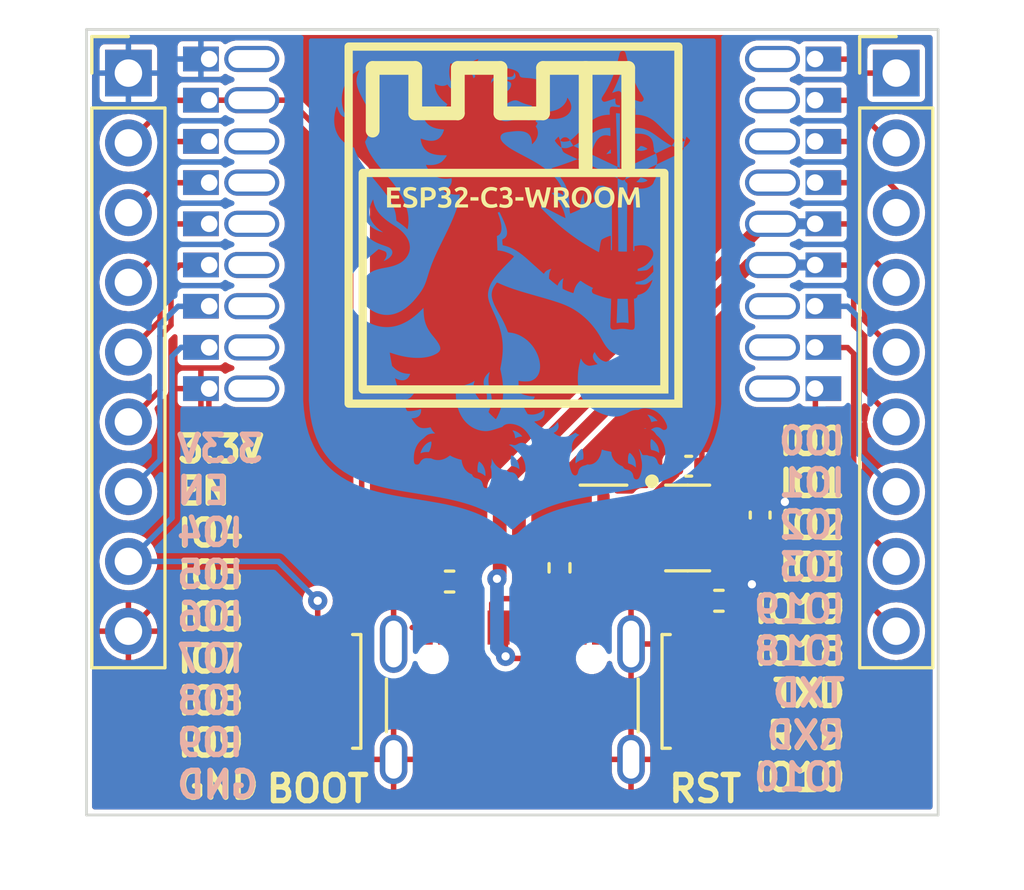
<source format=kicad_pcb>
(kicad_pcb (version 20240108) (generator "pcbnew") (generator_version "8.0")
  (layers (0 "F.Cu" signal) (31 "B.Cu" signal) (34 "B.Paste" user) (35 "F.Paste" user) (36 "B.SilkS" user "B.Silkscreen") (37 "F.SilkS" user "F.Silkscreen") (38 "B.Mask" user) (39 "F.Mask" user) (44 "Edge.Cuts" user))
  (net 0 "")
  (net 1 "/IO2")
  (net 2 "/IO5")
  (net 3 "/IO4")
  (net 4 "/IO0")
  (net 5 "/IO6")
  (net 6 "/IO7")
  (net 7 "/IO8")
  (net 8 "/IO3")
  (net 9 "/IO10")
  (net 10 "/IO1")
  (net 11 "/TXD")
  (net 12 "/RXD")
  (net 13 "Net-(D1-K)")
  (net 14 "GND")
  (net 15 "+3.3V")
  (net 16 "EN")
  (net 17 "IO9")
  (net 18 "IO19")
  (net 19 "IO18")
  (net 20 "Net-(J19-CC2)")
  (net 21 "Net-(J19-CC1)")
  (net 23 "+5V")
  (footprint "Connector_PinHeader_2.54mm:PinHeader_1x09_P2.54mm_Vertical" (layer "F.Cu") (at 162.052 81.788)
    (property "Reference" "J22" (hide yes))
    (property "Value" "Conn_01x09")
  )
  (footprint "Button_Switch_SMD:SW_Push_SPST_NO_Alps_SKRK" (layer "F.Cu") (at 141 104.3 -90)
    (property "Reference" "SW1" (hide yes))
    (property "Value" "SW_Push")
  )
  (footprint "Resistor_SMD:R_0402_1005Metric" (layer "F.Cu") (at 155.6 101 180)
    (property "Reference" "R3" (hide yes))
    (property "Value" "10kΩ")
  )
  (footprint "Package_TO_SOT_SMD:SOT-23-5" (layer "F.Cu") (at 154.4625 98.35)
    (property "Reference" "U1" (hide yes))
    (property "Value" "RT9080")
  )
  (footprint "Connector_PinHeader_2.54mm:PinHeader_1x09_P2.54mm_Vertical" (layer "F.Cu") (at 134.112 81.788)
    (property "Reference" "J1" (hide yes))
    (property "Value" "Conn_01x09")
  )
  (footprint "Resistor_SMD:R_0402_1005Metric" (layer "F.Cu") (at 145.8 100.3 180)
    (property "Reference" "R2" (hide yes))
    (property "Value" "5,1kΩ")
  )
  (footprint "flexypin:FlexyPin_1x09_P1.50mm" (layer "F.Cu") (at 137.05 81.275)
    (property "Reference" "J2" (hide yes))
    (property "Value" "Conn_01x09")
  )
  (footprint "Connector_USB:USB_C_Receptacle_G-Switch_GT-USB-7010ASV" (layer "F.Cu") (at 148.082 105.7)
    (property "Reference" "J19" (hide yes))
    (property "Value" "USB_C_Receptacle_USB2.0_14P")
  )
  (footprint "Capacitor_SMD:C_0402_1005Metric" (layer "F.Cu") (at 154.5 96.1 180)
    (property "Reference" "C1" (hide yes))
    (property "Value" "1µF")
  )
  (footprint "Resistor_SMD:R_0402_1005Metric" (layer "F.Cu") (at 149.8 99.8 90)
    (property "Reference" "R1" (hide yes))
    (property "Value" "5,1kΩ")
  )
  (footprint "Capacitor_SMD:C_0402_1005Metric" (layer "F.Cu") (at 157.1 97.88 90)
    (property "Reference" "C2" (hide yes))
    (property "Value" "1µF")
  )
  (footprint "flexypin:FlexyPin_1x09_P1.50mm" (layer "F.Cu") (at 159.1 93.275 180)
    (property "Reference" "J3" (hide yes))
    (property "Value" "Conn_01x09")
  )
  (footprint "Diode_SMD:D_SOD-323" (layer "F.Cu") (at 151.4 98.4 -90)
    (property "Reference" "D1" (hide yes))
    (property "Value" "D")
  )
  (footprint "Button_Switch_SMD:SW_Push_SPST_NO_Alps_SKRK" (layer "F.Cu") (at 155.1 104.3 -90)
    (property "Reference" "SW3" (hide yes))
    (property "Value" "SW_Push")
  )
  (gr_poly (pts (xy 148.158621 81.784241) (xy 148.16884 81.800228) (xy 148.177577 81.815899) (xy 148.184858 81.83123) (xy 148.190713 81.846196) (xy 148.195167 81.860774) (xy 148.19825 81.874939) (xy 148.199989 81.888667) (xy 148.200411 81.901934) (xy 148.199545 81.914716) (xy 148.197418 81.926989) (xy 148.194059 81.938729) (xy 148.189494 81.949912) (xy 148.183751 81.960513) (xy 148.176859 81.970508) (xy 148.168845 81.979874) (xy 148.159737 81.988586) (xy 148.149562 81.99662) (xy 148.138348 82.003951) (xy 148.126124 82.010557) (xy 148.112917 82.016413) (xy 148.098754 82.021494) (xy 148.083663 82.025776) (xy 148.067673 82.029236) (xy 148.05081 82.03185) (xy 148.033104 82.033592) (xy 148.01458 82.03444) (xy 147.995268 82.034368) (xy 147.975195 82.033354) (xy 147.954388 82.031372) (xy 147.932876 82.028398) (xy 147.910686 82.02441) (xy 147.887846 82.019381) (xy 147.839714 82.008993) (xy 147.79254 82.001084) (xy 147.746501 81.995621) (xy 147.70177 81.992568) (xy 147.65852 81.991891) (xy 147.637506 81.992432) (xy 147.616927 81.993554) (xy 147.596806 81.995253) (xy 147.577164 81.997523) (xy 147.558023 82.000362) (xy 147.539405 82.003763) (xy 147.521331 82.007724) (xy 147.503824 82.012239) (xy 147.486904 82.017305) (xy 147.470595 82.022916) (xy 147.454917 82.029069) (xy 147.439893 82.03576) (xy 147.425543 82.042983) (xy 147.411891 82.050734) (xy 147.398957 82.05901) (xy 147.386764 82.067805) (xy 147.375332 82.077116) (xy 147.364685 82.086937) (xy 147.354843 82.097266) (xy 147.345829 82.108096) (xy 147.337663 82.119425) (xy 147.330369 82.131247) (xy 147.311849 82.163881) (xy 147.314996 82.111615) (xy 147.316552 82.094455) (xy 147.319106 82.077989) (xy 147.322654 82.062217) (xy 147.327192 82.047142) (xy 147.332716 82.032764) (xy 147.339222 82.019086) (xy 147.346707 82.006108) (xy 147.355165 81.993832) (xy 147.364594 81.98226) (xy 147.37499 81.971394) (xy 147.386348 81.961234) (xy 147.398664 81.951782) (xy 147.411935 81.94304) (xy 147.426157 81.935009) (xy 147.441325 81.92769) (xy 147.457436 81.921086) (xy 147.49247 81.910027) (xy 147.531229 81.901842) (xy 147.573679 81.896544) (xy 147.61979 81.894145) (xy 147.66953 81.894657) (xy 147.722868 81.898091) (xy 147.779772 81.90446) (xy 147.840211 81.913775) (xy 147.879526 81.92) (xy 147.898035 81.922458) (xy 147.915789 81.924473) (xy 147.932798 81.926043) (xy 147.94907 81.927163) (xy 147.964614 81.927831) (xy 147.97944 81.928042) (xy 147.993556 81.927792) (xy 148.00697 81.927078) (xy 148.019693 81.925896) (xy 148.031733 81.924242) (xy 148.043099 81.922113) (xy 148.053799 81.919505) (xy 148.063843 81.916413) (xy 148.07324 81.912835) (xy 148.081998 81.908767) (xy 148.090126 81.904205) (xy 148.097634 81.899144) (xy 148.10453 81.893582) (xy 148.110823 81.887515) (xy 148.116522 81.880938) (xy 148.121635 81.873849) (xy 148.126173 81.866243) (xy 148.130144 81.858117) (xy 148.133556 81.849467) (xy 148.136419 81.840289) (xy 148.138741 81.83058) (xy 148.140532 81.820335) (xy 148.1418 81.809551) (xy 148.142554 81.798225) (xy 148.142804 81.786352) (xy 148.142804 81.760904)) (stroke (width -0.000001)) (fill solid) (layer "B.Cu"))
  (gr_poly (pts (xy 150.611749 95.467254) (xy 150.613034 95.467436) (xy 150.614271 95.467784) (xy 150.615466 95.468298) (xy 150.616628 95.468981) (xy 150.617764 95.469832) (xy 150.61888 95.470856) (xy 150.619984 95.472051) (xy 150.621084 95.473421) (xy 150.622186 95.474967) (xy 150.623298 95.47669) (xy 150.624427 95.478592) (xy 150.626766 95.482938) (xy 150.62926 95.488018) (xy 150.631967 95.493843) (xy 150.638863 95.510861) (xy 150.645198 95.530253) (xy 150.650944 95.551655) (xy 150.656072 95.574702) (xy 150.660554 95.599031) (xy 150.664363 95.624279) (xy 150.66747 95.650081) (xy 150.669846 95.676074) (xy 150.671464 95.701893) (xy 150.672296 95.727176) (xy 150.672313 95.751557) (xy 150.671487 95.774674) (xy 150.66979 95.796163) (xy 150.667194 95.815659) (xy 150.663671 95.832799) (xy 150.659193 95.847219) (xy 150.658817 95.847988) (xy 150.658279 95.848785) (xy 150.656748 95.850451) (xy 150.654667 95.852188) (xy 150.6521 95.853969) (xy 150.649113 95.855768) (xy 150.645771 95.857556) (xy 150.642141 95.859306) (xy 150.638287 95.86099) (xy 150.634276 95.862582) (xy 150.630173 95.864053) (xy 150.626044 95.865376) (xy 150.621954 95.866525) (xy 150.617968 95.86747) (xy 150.614153 95.868185) (xy 150.610574 95.868643) (xy 150.607297 95.868815) (xy 150.600616 95.869613) (xy 150.592028 95.871848) (xy 150.581778 95.875383) (xy 150.570111 95.880085) (xy 150.557272 95.885818) (xy 150.543506 95.892448) (xy 150.529057 95.899839) (xy 150.51417 95.907857) (xy 150.484061 95.925231) (xy 150.469328 95.934318) (xy 150.455137 95.943491) (xy 150.441732 95.952616) (xy 150.429357 95.961556) (xy 150.418258 95.970179) (xy 150.408679 95.978347) (xy 150.384898 95.99983) (xy 150.380601 95.96553) (xy 150.379183 95.950152) (xy 150.378573 95.933517) (xy 150.378738 95.915806) (xy 150.379642 95.8972) (xy 150.381253 95.877882) (xy 150.383536 95.858033) (xy 150.386457 95.837834) (xy 150.389983 95.817466) (xy 150.394079 95.797112) (xy 150.398711 95.776951) (xy 150.403846 95.757167) (xy 150.409449 95.73794) (xy 150.415487 95.719452) (xy 150.421925 95.701884) (xy 150.42873 95.685418) (xy 150.435868 95.670235) (xy 150.442159 95.658336) (xy 150.449369 95.64577) (xy 150.457383 95.632687) (xy 150.466083 95.619234) (xy 150.475354 95.605562) (xy 150.48508 95.591819) (xy 150.495143 95.578154) (xy 150.505428 95.564717) (xy 150.515819 95.551655) (xy 150.526198 95.53912) (xy 150.536451 95.527258) (xy 150.54646 95.516221) (xy 150.55611 95.506155) (xy 150.565283 95.497212) (xy 150.573865 95.489539) (xy 150.581738 95.483286) (xy 150.587343 95.479207) (xy 150.592348 95.475704) (xy 150.596812 95.472787) (xy 150.598858 95.471553) (xy 150.600791 95.47047) (xy 150.602618 95.46954) (xy 150.604345 95.468764) (xy 150.60598 95.468144) (xy 150.607531 95.467681) (xy 150.609005 95.467378) (xy 150.610408 95.467235)) (stroke (width -0.000001)) (fill solid) (layer "B.Cu"))
  (gr_poly (pts (xy 153.020117 94.229832) (xy 153.040309 94.233928) (xy 153.060233 94.238829) (xy 153.079893 94.244539) (xy 153.099297 94.25106) (xy 153.118451 94.258397) (xy 153.137361 94.266553) (xy 153.156033 94.275531) (xy 153.174474 94.285335) (xy 153.192689 94.295968) (xy 153.210686 94.307435) (xy 153.228469 94.319738) (xy 153.246046 94.332882) (xy 153.263423 94.346869) (xy 153.280605 94.361703) (xy 153.2976 94.377388) (xy 153.314413 94.393928) (xy 153.334794 94.414739) (xy 153.342859 94.423187) (xy 153.349533 94.43045) (xy 153.354835 94.436616) (xy 153.356977 94.439317) (xy 153.358784 94.441777) (xy 153.360258 94.444008) (xy 153.3614 94.446021) (xy 153.362214 94.447828) (xy 153.362702 94.449438) (xy 153.362866 94.450865) (xy 153.362709 94.452118) (xy 153.362233 94.453209) (xy 153.36144 94.45415) (xy 153.360333 94.45495) (xy 153.358915 94.455623) (xy 153.357187 94.456178) (xy 153.355153 94.456627) (xy 153.352814 94.456982) (xy 153.350173 94.457253) (xy 153.343994 94.457589) (xy 153.336636 94.457724) (xy 153.328118 94.45775) (xy 153.319521 94.457891) (xy 153.31056 94.458309) (xy 153.301288 94.458992) (xy 153.291759 94.459931) (xy 153.272139 94.462532) (xy 153.252128 94.466029) (xy 153.232151 94.470338) (xy 153.212635 94.475377) (xy 153.203184 94.478144) (xy 153.194007 94.481062) (xy 153.185159 94.484121) (xy 153.176692 94.48731) (xy 153.17038 94.489763) (xy 153.164451 94.491982) (xy 153.159038 94.493924) (xy 153.154273 94.495546) (xy 153.150289 94.496806) (xy 153.148632 94.497286) (xy 153.14722 94.497659) (xy 153.146069 94.497921) (xy 153.145197 94.498064) (xy 153.14462 94.498085) (xy 153.144448 94.498047) (xy 153.144355 94.497977) (xy 153.143923 94.496912) (xy 153.143104 94.494514) (xy 153.140489 94.486332) (xy 153.13265 94.460713) (xy 153.128722 94.448266) (xy 153.124372 94.435797) (xy 153.119583 94.423277) (xy 153.114339 94.410676) (xy 153.108624 94.397965) (xy 153.10242 94.385113) (xy 153.095712 94.372092) (xy 153.088482 94.358872) (xy 153.080715 94.345423) (xy 153.072393 94.331716) (xy 153.0635 94.31772) (xy 153.05402 94.303408) (xy 153.033231 94.273711) (xy 153.009893 94.24239) (xy 152.997078 94.225647)) (stroke (width -0.000001)) (fill solid) (layer "B.Cu"))
  (gr_poly (pts (xy 146.875542 95.930314) (xy 146.876995 95.930607) (xy 146.878534 95.931091) (xy 146.880169 95.931764) (xy 146.88191 95.932625) (xy 146.883767 95.933672) (xy 146.885749 95.934904) (xy 146.890128 95.937915) (xy 146.895124 95.941649) (xy 146.907279 95.951233) (xy 146.928245 95.969102) (xy 146.948247 95.98845) (xy 146.967244 96.009188) (xy 146.985194 96.031227) (xy 147.002054 96.054479) (xy 147.017783 96.078856) (xy 147.032337 96.104268) (xy 147.045676 96.130626) (xy 147.057757 96.157842) (xy 147.068538 96.185827) (xy 147.077976 96.214492) (xy 147.086031 96.243749) (xy 147.092658 96.273508) (xy 147.097818 96.303681) (xy 147.101467 96.33418) (xy 147.103563 96.364914) (xy 147.104947 96.399445) (xy 147.10533 96.41325) (xy 147.105421 96.424877) (xy 147.105336 96.429903) (xy 147.105154 96.434422) (xy 147.104867 96.438444) (xy 147.104465 96.441982) (xy 147.103943 96.445048) (xy 147.10329 96.447655) (xy 147.102499 96.449813) (xy 147.101563 96.451536) (xy 147.101037 96.452238) (xy 147.100472 96.452835) (xy 147.099866 96.453329) (xy 147.099219 96.453722) (xy 147.098529 96.454016) (xy 147.097796 96.45421) (xy 147.097018 96.454308) (xy 147.096194 96.454311) (xy 147.094406 96.454036) (xy 147.092424 96.453398) (xy 147.090238 96.452409) (xy 147.087842 96.451081) (xy 147.085227 96.449426) (xy 147.082385 96.447456) (xy 147.075988 96.442619) (xy 147.068585 96.436668) (xy 147.060113 96.4297) (xy 147.048579 96.420648) (xy 147.035849 96.411488) (xy 147.02212 96.402316) (xy 147.007592 96.393227) (xy 146.992463 96.384317) (xy 146.976931 96.375681) (xy 146.961196 96.367414) (xy 146.945455 96.359612) (xy 146.929908 96.352371) (xy 146.914752 96.345785) (xy 146.900186 96.339951) (xy 146.886409 96.334964) (xy 146.87362 96.330918) (xy 146.862016 96.327911) (xy 146.851797 96.326036) (xy 146.84316 96.32539) (xy 146.839326 96.32462) (xy 146.835781 96.322362) (xy 146.832523 96.318698) (xy 146.82955 96.313706) (xy 146.824451 96.300059) (xy 146.820465 96.28206) (xy 146.817575 96.26035) (xy 146.815764 96.235566) (xy 146.815015 96.208348) (xy 146.815309 96.179335) (xy 146.816631 96.149165) (xy 146.818961 96.118478) (xy 146.822283 96.087912) (xy 146.82658 96.058107) (xy 146.831833 96.029701) (xy 146.838027 96.003334) (xy 146.845142 95.979644) (xy 146.853161 95.95927) (xy 146.856174 95.952717) (xy 146.858875 95.947026) (xy 146.861341 95.942183) (xy 146.86251 95.940077) (xy 146.863649 95.938179) (xy 146.864768 95.936487) (xy 146.865877 95.935) (xy 146.866986 95.933717) (xy 146.868103 95.932636) (xy 146.86924 95.931755) (xy 146.870405 95.931074) (xy 146.871608 95.930591) (xy 146.872858 95.930304) (xy 146.874167 95.930212)) (stroke (width -0.000001)) (fill solid) (layer "B.Cu"))
  (gr_poly (pts (xy 152.332661 83.368957) (xy 152.303473 84.360526) (xy 152.302027 84.410865) (xy 152.273987 84.414865) (xy 152.268504 84.415791) (xy 152.263066 84.416991) (xy 152.257691 84.418457) (xy 152.252395 84.420177) (xy 152.247197 84.422142) (xy 152.242113 84.424343) (xy 152.237161 84.426768) (xy 152.232356 84.429409) (xy 152.227717 84.432255) (xy 152.223261 84.435297) (xy 152.219004 84.438524) (xy 152.214964 84.441926) (xy 152.211157 84.445494) (xy 152.207602 84.449218) (xy 152.204314 84.453088) (xy 152.201312 84.457093) (xy 152.19988 84.458302) (xy 152.198606 84.45721) (xy 152.196498 84.445721) (xy 152.193782 84.368726) (xy 152.19258 84.18771) (xy 152.19231 83.864278) (xy 152.19231 83.258647) (xy 152.223462 83.255202) (xy 152.237648 83.253718) (xy 152.253272 83.252216) (xy 152.268437 83.250874) (xy 152.281247 83.249868) (xy 152.322215 83.246942) (xy 152.336476 83.245905)) (stroke (width -0.000001)) (fill solid) (layer "B.Cu"))
  (gr_rect (start 158.4 87.075) (end 158.8 87.475) (fill solid) (layer "B.Cu") (net 18))
  (gr_poly (pts (xy 147.768466 82.066314) (xy 147.794997 82.067548) (xy 147.821365 82.069777) (xy 147.847319 82.072955) (xy 147.872608 82.077036) (xy 147.896981 82.081976) (xy 147.920186 82.087727) (xy 147.941973 82.094245) (xy 147.962089 82.101483) (xy 147.980283 82.109396) (xy 147.996305 82.117939) (xy 148.003423 82.122432) (xy 148.009903 82.127065) (xy 148.015714 82.131833) (xy 148.020826 82.136729) (xy 148.024842 82.141412) (xy 148.028407 82.146582) (xy 148.031528 82.152211) (xy 148.03421 82.158274) (xy 148.036462 82.164743) (xy 148.038288 82.171592) (xy 148.039696 82.178796) (xy 148.040692 82.186326) (xy 148.041473 82.202263) (xy 148.040682 82.219189) (xy 148.038373 82.236894) (xy 148.034596 82.255165) (xy 148.029403 82.27379) (xy 148.022846 82.292556) (xy 148.014976 82.311252) (xy 148.005845 82.329665) (xy 147.995505 82.347582) (xy 147.984006 82.364793) (xy 147.971402 82.381084) (xy 147.957744 82.396243) (xy 147.95355 82.400262) (xy 147.948466 82.404676) (xy 147.942633 82.409394) (xy 147.936191 82.414325) (xy 147.92928 82.41938) (xy 147.922041 82.424469) (xy 147.90714 82.434387) (xy 147.89976 82.439035) (xy 147.892613 82.443356) (xy 147.885841 82.44726) (xy 147.879583 82.450656) (xy 147.873981 82.453455) (xy 147.869174 82.455565) (xy 147.865303 82.456898) (xy 147.863763 82.457244) (xy 147.86251 82.457362) (xy 147.862377 82.457313) (xy 147.862286 82.45717) (xy 147.862222 82.456606) (xy 147.862311 82.455689) (xy 147.862547 82.454439) (xy 147.863436 82.451013) (xy 147.864839 82.446481) (xy 147.866705 82.440993) (xy 147.868984 82.434703) (xy 147.871628 82.427761) (xy 147.874585 82.42032) (xy 147.879613 82.406685) (xy 147.883864 82.392576) (xy 147.887339 82.378042) (xy 147.890041 82.363127) (xy 147.891973 82.347879) (xy 147.893136 82.332344) (xy 147.893533 82.316567) (xy 147.893166 82.300597) (xy 147.892037 82.284478) (xy 147.890149 82.268258) (xy 147.887503 82.251982) (xy 147.884102 82.235698) (xy 147.879948 82.219451) (xy 147.875044 82.203288) (xy 147.869391 82.187256) (xy 147.862991 82.1714) (xy 147.849842 82.140878) (xy 147.842433 82.192329) (xy 147.840719 82.202596) (xy 147.838524 82.213111) (xy 147.835873 82.223838) (xy 147.83279 82.234739) (xy 147.829299 82.245776) (xy 147.825426 82.256911) (xy 147.816628 82.279324) (xy 147.806591 82.301678) (xy 147.795512 82.32367) (xy 147.783585 82.344999) (xy 147.771007 82.365364) (xy 147.757974 82.384463) (xy 147.74468 82.401994) (xy 147.737997 82.410077) (xy 147.731322 82.417655) (xy 147.724679 82.42469) (xy 147.718094 82.431145) (xy 147.711591 82.436982) (xy 147.705194 82.442162) (xy 147.698928 82.44665) (xy 147.692816 82.450405) (xy 147.686885 82.453392) (xy 147.681157 82.455572) (xy 147.675658 82.456908) (xy 147.670411 82.457362) (xy 147.667233 82.45715) (xy 147.66383 82.456526) (xy 147.660215 82.455505) (xy 147.656407 82.454103) (xy 147.648269 82.450218) (xy 147.639545 82.444996) (xy 147.630359 82.438562) (xy 147.620839 82.431042) (xy 147.611113 82.422561) (xy 147.601306 82.413245) (xy 147.591545 82.403219) (xy 147.581957 82.392608) (xy 147.57267 82.381537) (xy 147.56381 82.370132) (xy 147.555503 82.358518) (xy 147.547876 82.346821) (xy 147.541057 82.335166) (xy 147.535172 82.323678) (xy 147.522578 82.295344) (xy 147.517254 82.281932) (xy 147.512585 82.269011) (xy 147.508575 82.256574) (xy 147.505229 82.244611) (xy 147.502552 82.233115) (xy 147.500547 82.222076) (xy 147.499219 82.211486) (xy 147.498572 82.201337) (xy 147.498611 82.19162) (xy 147.499341 82.182327) (xy 147.500766 82.173448) (xy 147.502889 82.164976) (xy 147.505717 82.156902) (xy 147.509253 82.149217) (xy 147.513501 82.141913) (xy 147.518466 82.134981) (xy 147.524152 82.128413) (xy 147.530565 82.1222) (xy 147.537707 82.116333) (xy 147.545585 82.110805) (xy 147.554201 82.105606) (xy 147.563561 82.100729) (xy 147.57367 82.096163) (xy 147.58453 82.091902) (xy 147.596148 82.087936) (xy 147.608527 82.084258) (xy 147.621671 82.080857) (xy 147.635586 82.077726) (xy 147.665745 82.07224) (xy 147.690412 82.069038) (xy 147.715923 82.067013) (xy 147.742025 82.06612)) (stroke (width -0.000001)) (fill solid) (layer "B.Cu"))
  (gr_poly (pts (xy 145.12648 95.2) (xy 145.127198 95.200113) (xy 145.127848 95.200287) (xy 145.128436 95.200523) (xy 145.12897 95.200822) (xy 145.129455 95.201182) (xy 145.1299 95.201605) (xy 145.13031 95.202091) (xy 145.130692 95.20264) (xy 145.131054 95.203251) (xy 145.131401 95.203926) (xy 145.131742 95.204664) (xy 145.132429 95.20633) (xy 145.133169 95.20825) (xy 145.13651 95.220191) (xy 145.138535 95.234856) (xy 145.139307 95.25193) (xy 145.138888 95.2711) (xy 145.137343 95.292051) (xy 145.134735 95.314469) (xy 145.131128 95.338039) (xy 145.126584 95.362446) (xy 145.121169 95.387378) (xy 145.114944 95.412518) (xy 145.107973 95.437553) (xy 145.100321 95.462168) (xy 145.09205 95.48605) (xy 145.083224 95.508883) (xy 145.073906 95.530353) (xy 145.06416 95.550145) (xy 145.046195 95.584261) (xy 144.971408 95.584298) (xy 144.956686 95.584437) (xy 144.942334 95.58484) (xy 144.928339 95.585509) (xy 144.914688 95.586448) (xy 144.901367 95.587658) (xy 144.888363 95.589142) (xy 144.875662 95.590901) (xy 144.863251 95.592939) (xy 144.851116 95.595256) (xy 144.839245 95.597857) (xy 144.827623 95.600742) (xy 144.816237 95.603915) (xy 144.805075 95.607377) (xy 144.794122 95.611131) (xy 144.783365 95.615179) (xy 144.772791 95.619524) (xy 144.760954 95.624517) (xy 144.756202 95.626367) (xy 144.752182 95.627737) (xy 144.750436 95.628231) (xy 144.74886 95.62859) (xy 144.747451 95.62881) (xy 144.746203 95.628887) (xy 144.745113 95.628815) (xy 144.744176 95.628591) (xy 144.743388 95.628209) (xy 144.742745 95.627665) (xy 144.742242 95.626954) (xy 144.741876 95.626071) (xy 144.741642 95.625012) (xy 144.741535 95.623772) (xy 144.741552 95.622347) (xy 144.741689 95.620731) (xy 144.742302 95.61691) (xy 144.743342 95.612271) (xy 144.744773 95.606778) (xy 144.748676 95.593077) (xy 144.759457 95.559895) (xy 144.772284 95.527282) (xy 144.787034 95.495375) (xy 144.803581 95.464312) (xy 144.821802 95.43423) (xy 144.841573 95.405267) (xy 144.86277 95.37756) (xy 144.885267 95.351246) (xy 144.908942 95.326464) (xy 144.93367 95.30335) (xy 144.959327 95.282041) (xy 144.985789 95.262677) (xy 145.012932 95.245392) (xy 145.04063 95.230327) (xy 145.068762 95.217616) (xy 145.082951 95.212187) (xy 145.097201 95.207399) (xy 145.107817 95.204095) (xy 145.112115 95.2028) (xy 145.115812 95.201745) (xy 145.117453 95.201308) (xy 145.118964 95.200932) (xy 145.120352 95.200616) (xy 145.121624 95.20036) (xy 145.122786 95.200166) (xy 145.123846 95.200032) (xy 145.124811 95.19996) (xy 145.125686 95.19995)) (stroke (width -0.000001)) (fill solid) (layer "B.Cu"))
  (gr_poly (pts (xy 152.098203 81.55619) (xy 152.098427 81.556346) (xy 152.098948 81.556955) (xy 152.099556 81.557945) (xy 152.100245 81.559295) (xy 152.101838 81.562996) (xy 152.103669 81.567894) (xy 152.105681 81.573825) (xy 152.107816 81.580625) (xy 152.110017 81.588132) (xy 152.112227 81.59618) (xy 152.139035 81.689085) (xy 152.17282 81.792605) (xy 152.212081 81.902935) (xy 152.255322 82.01627) (xy 152.301045 82.128806) (xy 152.34775 82.236739) (xy 152.393941 82.336265) (xy 152.438119 82.42358) (xy 152.447021 82.44038) (xy 152.45525 82.456125) (xy 152.46263 82.470466) (xy 152.468988 82.483055) (xy 152.474149 82.49354) (xy 152.477941 82.501574) (xy 152.479268 82.504562) (xy 152.480188 82.506806) (xy 152.480678 82.508262) (xy 152.480755 82.508681) (xy 152.480717 82.508887) (xy 152.479994 82.508894) (xy 152.478253 82.508538) (xy 152.471923 82.506808) (xy 152.449378 82.499756) (xy 152.416499 82.488842) (xy 152.376703 82.475179) (xy 152.342443 82.463734) (xy 152.311589 82.454571) (xy 152.283977 82.447798) (xy 152.271335 82.445341) (xy 152.259442 82.443522) (xy 152.248276 82.442354) (xy 152.237818 82.441851) (xy 152.228046 82.442025) (xy 152.21894 82.442891) (xy 152.21048 82.444462) (xy 152.202644 82.446751) (xy 152.195412 82.449771) (xy 152.188763 82.453537) (xy 152.182678 82.458062) (xy 152.177134 82.463358) (xy 152.172112 82.46944) (xy 152.167591 82.47632) (xy 152.16355 82.484013) (xy 152.159969 82.492532) (xy 152.156827 82.50189) (xy 152.154103 82.5121) (xy 152.151777 82.523176) (xy 152.149828 82.535132) (xy 152.146978 82.561736) (xy 152.14539 82.592018) (xy 152.144897 82.626087) (xy 152.144897 82.7301) (xy 152.050737 82.7301) (xy 152.048922 82.618456) (xy 152.047069 82.506812) (xy 152.029956 82.484402) (xy 152.022258 82.474901) (xy 152.014499 82.466619) (xy 152.006533 82.459549) (xy 151.998215 82.453685) (xy 151.989401 82.44902) (xy 151.979944 82.445549) (xy 151.969699 82.443265) (xy 151.958522 82.442161) (xy 151.946266 82.442231) (xy 151.932786 82.443469) (xy 151.917938 82.445869) (xy 151.901576 82.449424) (xy 151.883554 82.454127) (xy 151.863727 82.459974) (xy 151.84195 82.466956) (xy 151.818078 82.475068) (xy 151.778246 82.488711) (xy 151.760725 82.494577) (xy 151.74537 82.499622) (xy 151.732607 82.503706) (xy 151.722863 82.506691) (xy 151.716565 82.50844) (xy 151.714841 82.508807) (xy 151.714139 82.508813) (xy 151.71419 82.508212) (xy 151.714691 82.506785) (xy 151.716955 82.501629) (xy 151.725914 82.483319) (xy 151.739616 82.45666) (xy 151.756663 82.424432) (xy 151.800236 82.338685) (xy 151.845464 82.241667) (xy 151.891127 82.136473) (xy 151.936004 82.026197) (xy 151.978877 81.913935) (xy 152.018523 81.802781) (xy 152.053724 81.695831) (xy 152.083259 81.59618) (xy 152.08441 81.592098) (xy 152.085565 81.588132) (xy 152.08786 81.580625) (xy 152.088984 81.577127) (xy 152.090082 81.573825) (xy 152.091147 81.570741) (xy 152.092172 81.567894) (xy 152.093149 81.565306) (xy 152.09407 81.562996) (xy 152.094927 81.560986) (xy 152.095714 81.559295) (xy 152.096422 81.557945) (xy 152.097045 81.556955) (xy 152.097322 81.556601) (xy 152.097574 81.556346) (xy 152.097801 81.55619) (xy 152.098002 81.556138)) (stroke (width -0.000001)) (fill solid) (layer "B.Cu"))
  (gr_poly (pts (xy 152.776112 84.441542) (xy 152.787268 84.442716) (xy 152.799461 84.44497) (xy 152.812718 84.448308) (xy 152.827069 84.452734) (xy 152.842541 84.458251) (xy 152.859163 84.464864) (xy 152.876964 84.472577) (xy 152.895972 84.481394) (xy 152.916215 84.49132) (xy 152.932159 84.499436) (xy 152.946164 84.506828) (xy 152.958266 84.513565) (xy 152.963614 84.516709) (xy 152.968499 84.519714) (xy 152.972927 84.522591) (xy 152.976901 84.525346) (xy 152.980427 84.527989) (xy 152.983507 84.530528) (xy 152.986148 84.532971) (xy 152.988353 84.535328) (xy 152.990127 84.537607) (xy 152.991474 84.539816) (xy 152.9924 84.541965) (xy 152.992907 84.544061) (xy 152.993002 84.546113) (xy 152.992687 84.548129) (xy 152.991969 84.550119) (xy 152.99085 84.552091) (xy 152.989337 84.554054) (xy 152.987432 84.556015) (xy 152.985141 84.557984) (xy 152.982469 84.559969) (xy 152.979418 84.561979) (xy 152.975996 84.564022) (xy 152.972204 84.566108) (xy 152.968049 84.568243) (xy 152.958664 84.5727) (xy 152.938277 84.581558) (xy 152.918016 84.58949) (xy 152.897875 84.596497) (xy 152.877845 84.602581) (xy 152.857917 84.607741) (xy 152.838084 84.611979) (xy 152.818337 84.615296) (xy 152.798668 84.617692) (xy 152.779069 84.619168) (xy 152.759531 84.619725) (xy 152.740048 84.619364) (xy 152.720609 84.618086) (xy 152.701208 84.615891) (xy 152.681835 84.612781) (xy 152.662483 84.608755) (xy 152.643144 84.603815) (xy 152.592953 84.589813) (xy 152.610436 84.577479) (xy 152.616838 84.572737) (xy 152.623906 84.567108) (xy 152.631518 84.560713) (xy 152.639552 84.553675) (xy 152.656402 84.538151) (xy 152.673481 84.521508) (xy 152.689818 84.504721) (xy 152.697403 84.496576) (xy 152.704438 84.488759) (xy 152.7108 84.481392) (xy 152.716368 84.474596) (xy 152.721021 84.468493) (xy 152.724636 84.463205) (xy 152.729337 84.456937) (xy 152.731999 84.454196) (xy 152.734875 84.451719) (xy 152.737966 84.449506) (xy 152.741278 84.447557) (xy 152.748575 84.444454) (xy 152.756793 84.442415) (xy 152.765963 84.441442)) (stroke (width -0.000001)) (fill solid) (layer "B.Cu"))
  (gr_poly (pts (xy 151.91995 85.624157) (xy 151.925016 85.62615) (xy 151.941848 85.633472) (xy 151.965536 85.644307) (xy 151.993581 85.657539) (xy 152.008519 85.664545) (xy 152.022399 85.670733) (xy 152.035311 85.676115) (xy 152.047343 85.680702) (xy 152.058584 85.684506) (xy 152.069122 85.687537) (xy 152.079044 85.689807) (xy 152.083803 85.690659) (xy 152.088441 85.691326) (xy 152.092969 85.691808) (xy 152.097399 85.692106) (xy 152.101742 85.692222) (xy 152.106008 85.692158) (xy 152.110209 85.691914) (xy 152.114355 85.691493) (xy 152.118459 85.690895) (xy 152.12253 85.690122) (xy 152.12658 85.689175) (xy 152.13062 85.688056) (xy 152.138715 85.685306) (xy 152.146901 85.681884) (xy 152.155268 85.677801) (xy 152.180457 85.664726) (xy 152.180457 85.682839) (xy 152.180626 85.688391) (xy 152.181145 85.693842) (xy 152.182029 85.699218) (xy 152.183293 85.704544) (xy 152.184951 85.709848) (xy 152.18702 85.715156) (xy 152.189514 85.720493) (xy 152.192449 85.725886) (xy 152.195839 85.731361) (xy 152.1997 85.736944) (xy 152.204048 85.742661) (xy 152.208897 85.74854) (xy 152.214263 85.754605) (xy 152.22016 85.760883) (xy 152.226604 85.767401) (xy 152.23361 85.774184) (xy 152.270616 85.809262) (xy 152.263763 86.289841) (xy 152.258179 86.85224) (xy 152.254318 87.529514) (xy 152.251687 88.288572) (xy 152.128635 88.287424) (xy 152.078185 88.28658) (xy 152.031827 88.285178) (xy 152.011785 88.284327) (xy 151.994691 88.283407) (xy 151.981186 88.282444) (xy 151.971911 88.28146) (xy 151.93824 88.276719) (xy 151.934981 87.482212) (xy 151.927267 86.401007) (xy 151.921959 85.990218) (xy 151.916387 85.73166) (xy 151.915754 85.709931) (xy 151.915353 85.689657) (xy 151.915178 85.671282) (xy 151.915225 85.655252) (xy 151.915489 85.64201) (xy 151.915965 85.632001) (xy 151.916281 85.628348) (xy 151.916648 85.62567) (xy 151.917067 85.624023) (xy 151.917294 85.623603) (xy 151.917535 85.623461)) (stroke (width -0.000001)) (fill solid) (layer "B.Cu"))
  (gr_poly (pts (xy 148.098974 94.796087) (xy 148.104017 94.796752) (xy 148.11028 94.797965) (xy 148.117817 94.799706) (xy 148.126682 94.801956) (xy 148.148619 94.807905) (xy 148.165445 94.812876) (xy 148.181997 94.81839) (xy 148.198291 94.824458) (xy 148.214341 94.831088) (xy 148.230161 94.838288) (xy 148.245767 94.846069) (xy 148.261173 94.854439) (xy 148.276395 94.863407) (xy 148.291446 94.872983) (xy 148.306342 94.883174) (xy 148.321097 94.893991) (xy 148.335726 94.905443) (xy 148.350244 94.917538) (xy 148.364666 94.930286) (xy 148.379006 94.943695) (xy 148.39328 94.957775) (xy 148.413955 94.978697) (xy 148.422086 94.987085) (xy 148.428755 94.994237) (xy 148.433967 95.000263) (xy 148.436028 95.002888) (xy 148.437727 95.005273) (xy 148.439064 95.007431) (xy 148.440041 95.009377) (xy 148.440658 95.011124) (xy 148.440915 95.012685) (xy 148.440814 95.014075) (xy 148.440355 95.015307) (xy 148.439539 95.016395) (xy 148.438367 95.017352) (xy 148.436839 95.018193) (xy 148.434956 95.018931) (xy 148.432719 95.01958) (xy 148.430128 95.020153) (xy 148.423889 95.021128) (xy 148.416244 95.021967) (xy 148.396762 95.023672) (xy 148.385391 95.024785) (xy 148.374016 95.026134) (xy 148.362655 95.027713) (xy 148.351327 95.02952) (xy 148.34005 95.031548) (xy 148.328842 95.033794) (xy 148.317722 95.036253) (xy 148.306709 95.03892) (xy 148.295819 95.04179) (xy 148.285073 95.04486) (xy 148.274489 95.048124) (xy 148.264083 95.051577) (xy 148.253877 95.055216) (xy 148.243886 95.059035) (xy 148.234131 95.063031) (xy 148.224629 95.067197) (xy 148.185995 95.08468) (xy 148.179364 95.030562) (xy 148.17732 95.01551) (xy 148.174923 95.00076) (xy 148.172171 94.986307) (xy 148.169064 94.972148) (xy 148.165599 94.958279) (xy 148.161777 94.944697) (xy 148.157594 94.931397) (xy 148.153051 94.918377) (xy 148.148145 94.905632) (xy 148.142875 94.89316) (xy 148.13724 94.880955) (xy 148.131239 94.869016) (xy 148.124869 94.857337) (xy 148.11813 94.845916) (xy 148.111021 94.834749) (xy 148.10354 94.823832) (xy 148.095942 94.812814) (xy 148.093204 94.808398) (xy 148.091248 94.804686) (xy 148.090579 94.803087) (xy 148.090127 94.801657) (xy 148.089897 94.800392) (xy 148.089896 94.799292) (xy 148.090132 94.798352) (xy 148.090611 94.797572) (xy 148.091339 94.796948) (xy 148.092325 94.796477) (xy 148.093575 94.796159) (xy 148.095095 94.795989)) (stroke (width -0.000001)) (fill solid) (layer "B.Cu"))
  (gr_poly (pts (xy 152.926483 94.719593) (xy 152.930183 94.71996) (xy 152.93196 94.720235) (xy 152.93369 94.720571) (xy 152.935374 94.720968) (xy 152.937012 94.721427) (xy 152.938607 94.721947) (xy 152.940158 94.722529) (xy 152.941668 94.723171) (xy 152.943137 94.723875) (xy 152.944566 94.72464) (xy 152.945956 94.725466) (xy 152.947309 94.726354) (xy 152.948626 94.727303) (xy 152.950405 94.7287) (xy 152.951811 94.729939) (xy 152.952803 94.731029) (xy 152.953343 94.731979) (xy 152.953429 94.732404) (xy 152.953388 94.732797) (xy 152.953212 94.733159) (xy 152.952898 94.733492) (xy 152.951834 94.734073) (xy 152.950155 94.734548) (xy 152.94782 94.734927) (xy 152.94479 94.735217) (xy 152.941023 94.735428) (xy 152.93648 94.735569) (xy 152.924902 94.735673) (xy 152.909733 94.7356) (xy 152.893276 94.735434) (xy 152.881177 94.73521) (xy 152.876668 94.735046) (xy 152.873133 94.734831) (xy 152.870536 94.734555) (xy 152.869578 94.73439) (xy 152.868839 94.734205) (xy 152.868315 94.733999) (xy 152.868002 94.73377) (xy 152.867923 94.733646) (xy 152.867895 94.733517) (xy 152.867989 94.733237) (xy 152.868279 94.732931) (xy 152.868761 94.732596) (xy 152.869429 94.73223) (xy 152.87028 94.731833) (xy 152.872508 94.730938) (xy 152.875406 94.729898) (xy 152.883063 94.727339) (xy 152.88889 94.725496) (xy 152.894447 94.723899) (xy 152.899742 94.722548) (xy 152.904782 94.721442) (xy 152.909578 94.720581) (xy 152.914138 94.719966) (xy 152.918469 94.719597) (xy 152.922582 94.719472)) (stroke (width -0.000001)) (fill solid) (layer "B.Cu"))
  (gr_poly (pts (xy 148.489227 83.284099) (xy 148.546655 83.28661) (xy 148.60452 83.290506) (xy 148.662651 83.295781) (xy 148.720876 83.30243) (xy 148.755845 83.30704) (xy 148.788603 83.311772) (xy 148.818364 83.316479) (xy 148.844336 83.321016) (xy 148.865731 83.325237) (xy 148.874466 83.327183) (xy 148.881761 83.328996) (xy 148.887517 83.330657) (xy 148.891635 83.332148) (xy 148.893049 83.332824) (xy 148.894017 83.33345) (xy 148.894526 83.334025) (xy 148.894565 83.334546) (xy 148.892804 83.336916) (xy 148.888739 83.341321) (xy 148.874757 83.355257) (xy 148.854731 83.374396) (xy 148.830779 83.39678) (xy 148.77955 83.44345) (xy 148.756504 83.463819) (xy 148.737989 83.479601) (xy 148.700244 83.510716) (xy 148.654238 83.503456) (xy 148.615678 83.497886) (xy 148.576023 83.493178) (xy 148.535501 83.489325) (xy 148.494343 83.486324) (xy 148.452779 83.48417) (xy 148.411039 83.482859) (xy 148.327948 83.482749) (xy 148.287057 83.483941) (xy 148.246909 83.485959) (xy 148.207734 83.488798) (xy 148.169761 83.492454) (xy 148.133221 83.496923) (xy 148.098343 83.5022) (xy 148.065358 83.50828) (xy 148.034494 83.515161) (xy 148.005159 83.521973) (xy 147.976831 83.527784) (xy 147.949479 83.532591) (xy 147.923068 83.536394) (xy 147.897566 83.539192) (xy 147.872938 83.540982) (xy 147.849151 83.541765) (xy 147.826172 83.541539) (xy 147.803967 83.540303) (xy 147.782504 83.538055) (xy 147.761748 83.534795) (xy 147.741666 83.530522) (xy 147.722225 83.525234) (xy 147.703391 83.51893) (xy 147.685131 83.511609) (xy 147.667411 83.50327) (xy 147.660736 83.499829) (xy 147.654884 83.496661) (xy 147.652261 83.495167) (xy 147.649839 83.493727) (xy 147.647616 83.492335) (xy 147.645589 83.490986) (xy 147.643757 83.489676) (xy 147.642117 83.4884) (xy 147.64067 83.487153) (xy 147.639411 83.485929) (xy 147.63834 83.484725) (xy 147.637456 83.483534) (xy 147.636755 83.482352) (xy 147.636236 83.481175) (xy 147.635898 83.479996) (xy 147.635739 83.478812) (xy 147.635756 83.477617) (xy 147.635949 83.476406) (xy 147.636315 83.475175) (xy 147.636852 83.473918) (xy 147.637559 83.472631) (xy 147.638434 83.471308) (xy 147.639475 83.469945) (xy 147.64068 83.468536) (xy 147.642048 83.467077) (xy 147.643576 83.465563) (xy 147.645263 83.463989) (xy 147.647108 83.46235) (xy 147.651261 83.458857) (xy 147.671054 83.444369) (xy 147.694731 83.430004) (xy 147.721993 83.415844) (xy 147.752544 83.401973) (xy 147.786085 83.388472) (xy 147.822319 83.375425) (xy 147.860949 83.362913) (xy 147.901677 83.35102) (xy 147.944204 83.339827) (xy 147.988234 83.329417) (xy 148.033469 83.319872) (xy 148.079612 83.311276) (xy 148.126364 83.30371) (xy 148.173428 83.297258) (xy 148.220506 83.292) (xy 148.267301 83.288021) (xy 148.321272 83.284935) (xy 148.376364 83.283256) (xy 148.432406 83.282979)) (stroke (width -0.000001)) (fill solid) (layer "B.Cu"))
  (gr_poly (pts (xy 152.28358 90.053941) (xy 152.285161 90.083454) (xy 152.28697 90.127668) (xy 152.288779 90.180597) (xy 152.290359 90.236259) (xy 152.295285 90.39928) (xy 152.302323 90.603862) (xy 152.308338 90.777225) (xy 152.310184 90.836171) (xy 152.31088 90.86519) (xy 152.310917 90.892304) (xy 152.244205 90.881229) (xy 152.227664 90.878711) (xy 152.210242 90.876498) (xy 152.192069 90.874599) (xy 152.173275 90.873024) (xy 152.15399 90.871783) (xy 152.134343 90.870884) (xy 152.114464 90.870338) (xy 152.094483 90.870154) (xy 152.074514 90.870338) (xy 152.054644 90.870884) (xy 152.035004 90.871783) (xy 152.015723 90.873024) (xy 151.996931 90.874599) (xy 151.97876 90.876498) (xy 151.961338 90.878711) (xy 151.944797 90.881229) (xy 151.878085 90.892304) (xy 151.87816 90.859226) (xy 151.878628 90.836117) (xy 151.879854 90.797594) (xy 151.883827 90.695761) (xy 151.889596 90.539186) (xy 151.895643 90.34594) (xy 151.90107 90.173154) (xy 151.90353 90.106697) (xy 151.905385 90.065795) (xy 151.908867 90.005008) (xy 152.28021 90.005008)) (stroke (width -0.000001)) (fill solid) (layer "B.Cu"))
  (gr_poly (pts (xy 152.769975 85.591235) (xy 152.784947 85.594283) (xy 152.801412 85.598596) (xy 152.819031 85.60401) (xy 152.837463 85.610365) (xy 152.85637 85.617496) (xy 152.875413 85.625242) (xy 152.894252 85.633439) (xy 152.912549 85.641926) (xy 152.929963 85.65054) (xy 152.946156 85.659118) (xy 152.960789 85.667498) (xy 152.973521 85.675516) (xy 152.984015 85.683011) (xy 152.991931 85.68982) (xy 152.994816 85.692917) (xy 152.996929 85.695781) (xy 152.998228 85.698392) (xy 152.99867 85.70073) (xy 152.998524 85.701543) (xy 152.998092 85.702446) (xy 152.996399 85.704502) (xy 152.993656 85.706869) (xy 152.989927 85.709516) (xy 152.985276 85.712413) (xy 152.979765 85.715528) (xy 152.966425 85.722293) (xy 152.950418 85.729566) (xy 152.932255 85.737104) (xy 152.912448 85.744662) (xy 152.891509 85.751996) (xy 152.872276 85.757322) (xy 152.850212 85.761538) (xy 152.825963 85.764694) (xy 152.800179 85.766836) (xy 152.773508 85.768013) (xy 152.746598 85.768273) (xy 152.7201 85.767664) (xy 152.69466 85.766233) (xy 152.670928 85.76403) (xy 152.649552 85.761101) (xy 152.631181 85.757496) (xy 152.616464 85.753261) (xy 152.610678 85.750923) (xy 152.606049 85.748446) (xy 152.602657 85.745835) (xy 152.600584 85.743097) (xy 152.599911 85.740238) (xy 152.600719 85.737264) (xy 152.603089 85.73418) (xy 152.607103 85.730993) (xy 152.614559 85.725899) (xy 152.621998 85.720559) (xy 152.629403 85.714989) (xy 152.636757 85.709205) (xy 152.644042 85.703224) (xy 152.651241 85.697062) (xy 152.658338 85.690736) (xy 152.665314 85.68426) (xy 152.672153 85.677653) (xy 152.678838 85.670929) (xy 152.685351 85.664105) (xy 152.691676 85.657197) (xy 152.697795 85.650222) (xy 152.703691 85.643196) (xy 152.709347 85.636134) (xy 152.714746 85.629054) (xy 152.74586 85.587197)) (stroke (width -0.000001)) (fill solid) (layer "B.Cu"))
  (gr_poly (pts (xy 151.894383 83.248942) (xy 151.931796 83.252257) (xy 151.96554 83.255462) (xy 151.996655 83.258647) (xy 151.996655 84.251327) (xy 151.995739 84.9524) (xy 151.994749 85.165675) (xy 151.993544 85.244006) (xy 151.993011 85.243897) (xy 151.992068 85.243576) (xy 151.98904 85.242344) (xy 151.979066 85.23782) (xy 151.965098 85.23113) (xy 151.948613 85.222966) (xy 151.906793 85.20189) (xy 151.911126 85.410694) (xy 151.91231 85.470718) (xy 151.912742 85.495961) (xy 151.913065 85.518249) (xy 151.913273 85.537749) (xy 151.913366 85.554628) (xy 151.913338 85.569053) (xy 151.913187 85.581192) (xy 151.91291 85.591212) (xy 151.912503 85.599281) (xy 151.91225 85.602636) (xy 151.911964 85.605566) (xy 151.911643 85.608091) (xy 151.911288 85.610234) (xy 151.910899 85.612014) (xy 151.910474 85.613453) (xy 151.910013 85.614572) (xy 151.909517 85.615391) (xy 151.908984 85.615931) (xy 151.908415 85.616214) (xy 151.907808 85.616259) (xy 151.907163 85.616089) (xy 151.214039 85.285382) (xy 150.49069 84.940487) (xy 150.452166 84.922892) (xy 150.683381 84.834326) (xy 150.923522 84.742388) (xy 150.924023 84.742165) (xy 150.924436 84.741911) (xy 150.924762 84.741627) (xy 150.925 84.741313) (xy 150.92515 84.740969) (xy 150.925213 84.740596) (xy 150.925189 84.740192) (xy 150.925079 84.73976) (xy 150.924597 84.738807) (xy 150.92377 84.737737) (xy 150.9226 84.736552) (xy 150.921086 84.735253) (xy 150.919232 84.73384) (xy 150.917037 84.732315) (xy 150.914505 84.730679) (xy 150.911635 84.728933) (xy 150.90843 84.727078) (xy 150.90489 84.725114) (xy 150.896815 84.720867) (xy 150.678185 84.615247) (xy 150.372379 84.469428) (xy 150.304444 84.437313) (xy 150.375342 84.398419) (xy 150.427724 84.368961) (xy 150.479419 84.338357) (xy 150.531647 84.305787) (xy 150.585628 84.270435) (xy 150.642581 84.231485) (xy 150.703727 84.188117) (xy 150.770285 84.139515) (xy 150.843474 84.084861) (xy 150.895542 84.046431) (xy 150.94594 84.010899) (xy 150.994815 83.978204) (xy 151.042312 83.948285) (xy 151.088578 83.92108) (xy 151.133757 83.896527) (xy 151.177997 83.874566) (xy 151.221443 83.855134) (xy 151.264241 83.838169) (xy 151.306536 83.823611) (xy 151.348475 83.811397) (xy 151.390204 83.801467) (xy 151.431868 83.793757) (xy 151.473614 83.788208) (xy 151.515587 83.784757) (xy 151.557934 83.783342) (xy 151.643871 83.78249) (xy 151.648243 83.930324) (xy 151.649818 83.987842) (xy 151.650872 84.035175) (xy 151.651316 84.067429) (xy 151.65128 84.076373) (xy 151.651192 84.078782) (xy 151.651057 84.079713) (xy 151.650669 84.079807) (xy 151.649842 84.079774) (xy 151.64696 84.079348) (xy 151.6426 84.078479) (xy 151.636949 84.077212) (xy 151.622527 84.07366) (xy 151.605199 84.069044) (xy 151.578768 84.06246) (xy 151.552803 84.057423) (xy 151.5273 84.053935) (xy 151.502261 84.051996) (xy 151.477683 84.051608) (xy 151.453566 84.052771) (xy 151.429909 84.055487) (xy 151.40671 84.059755) (xy 151.38397 84.065578) (xy 151.361686 84.072955) (xy 151.339858 84.081888) (xy 151.318485 84.092377) (xy 151.297566 84.104424) (xy 151.2771 84.118028) (xy 151.257086 84.133192) (xy 151.237524 84.149916) (xy 151.218411 84.1682) (xy 151.199748 84.188046) (xy 151.181533 84.209455) (xy 151.163765 84.232427) (xy 151.129567 84.283063) (xy 151.097146 84.339964) (xy 151.066496 84.403135) (xy 151.037607 84.472582) (xy 151.010473 84.548314) (xy 150.985085 84.630337) (xy 150.979424 84.649542) (xy 150.973789 84.667736) (xy 150.968331 84.684501) (xy 150.963198 84.69942) (xy 150.958539 84.712074) (xy 150.956434 84.717421) (xy 150.954503 84.722046) (xy 150.952765 84.725896) (xy 150.951239 84.728919) (xy 150.949943 84.731063) (xy 150.949387 84.731789) (xy 150.948895 84.732275) (xy 150.947739 84.733395) (xy 150.947063 84.734577) (xy 150.946913 84.735852) (xy 150.947333 84.737248) (xy 150.94837 84.738796) (xy 150.950067 84.740524) (xy 150.95247 84.742462) (xy 150.955623 84.744638) (xy 150.959572 84.747083) (xy 150.964362 84.749826) (xy 150.976644 84.75632) (xy 150.992828 84.764357) (xy 151.013274 84.77417) (xy 151.494297 85.00368) (xy 151.652803 85.079061) (xy 151.782976 85.140424) (xy 151.871359 85.181458) (xy 151.895675 85.192379) (xy 151.904496 85.195852) (xy 151.904873 85.190889) (xy 151.905011 85.177605) (xy 151.904616 85.129714) (xy 151.901459 84.974121) (xy 151.883262 84.279914) (xy 151.86601 83.684663) (xy 151.857819 83.409578) (xy 151.854379 83.276871) (xy 151.854379 83.245609)) (stroke (width -0.000001)) (fill solid) (layer "B.Cu"))
  (gr_poly (pts (xy 148.061157 95.706) (xy 148.063903 95.70647) (xy 148.066823 95.707265) (xy 148.069926 95.708389) (xy 148.073221 95.709847) (xy 148.080425 95.713781) (xy 148.088509 95.719102) (xy 148.097544 95.725847) (xy 148.107606 95.734048) (xy 148.118768 95.743743) (xy 148.131102 95.754966) (xy 148.144683 95.767753) (xy 148.159584 95.782138) (xy 148.17897 95.801669) (xy 148.197076 95.821244) (xy 148.213933 95.840927) (xy 148.229571 95.86078) (xy 148.244021 95.880866) (xy 148.257316 95.901249) (xy 148.269486 95.921992) (xy 148.280562 95.943158) (xy 148.290575 95.96481) (xy 148.299557 95.987012) (xy 148.307539 96.009825) (xy 148.314551 96.033315) (xy 148.320626 96.057543) (xy 148.325793 96.082574) (xy 148.330085 96.108469) (xy 148.333532 96.135293) (xy 148.33499 96.148643) (xy 148.336193 96.16036) (xy 148.337112 96.170512) (xy 148.33772 96.179166) (xy 148.337899 96.182952) (xy 148.337989 96.18639) (xy 148.337988 96.189487) (xy 148.337891 96.192251) (xy 148.337695 96.194692) (xy 148.337398 96.196818) (xy 148.336994 96.198637) (xy 148.336481 96.200157) (xy 148.335856 96.201388) (xy 148.335499 96.201898) (xy 148.335114 96.202338) (xy 148.334698 96.202709) (xy 148.334252 96.203014) (xy 148.333775 96.203253) (xy 148.333267 96.203426) (xy 148.332728 96.203535) (xy 148.332156 96.203582) (xy 148.330914 96.20349) (xy 148.329538 96.203159) (xy 148.328026 96.202598) (xy 148.326372 96.201814) (xy 148.324575 96.200817) (xy 148.32263 96.199614) (xy 148.320533 96.198215) (xy 148.315873 96.194859) (xy 148.310566 96.190818) (xy 148.300151 96.183081) (xy 148.289258 96.175602) (xy 148.277911 96.16839) (xy 148.266134 96.161456) (xy 148.25395 96.154808) (xy 148.241383 96.148459) (xy 148.228458 96.142416) (xy 148.215197 96.136691) (xy 148.201625 96.131293) (xy 148.187766 96.126232) (xy 148.173644 96.121519) (xy 148.159281 96.117163) (xy 148.144702 96.113174) (xy 148.129932 96.109563) (xy 148.114993 96.106338) (xy 148.099909 96.103511) (xy 148.095027 96.102626) (xy 148.090231 96.101686) (xy 148.085549 96.100697) (xy 148.081007 96.099669) (xy 148.076634 96.09861) (xy 148.072455 96.097528) (xy 148.068498 96.096432) (xy 148.06479 96.09533) (xy 148.061357 96.09423) (xy 148.058227 96.09314) (xy 148.055426 96.092069) (xy 148.052982 96.091025) (xy 148.050921 96.090017) (xy 148.049271 96.089052) (xy 148.048609 96.088588) (xy 148.048059 96.088139) (xy 148.047625 96.087705) (xy 148.047311 96.087287) (xy 148.041508 96.075367) (xy 148.036345 96.05957) (xy 148.031836 96.040419) (xy 148.027992 96.018437) (xy 148.024827 95.994146) (xy 148.022353 95.968069) (xy 148.020583 95.940729) (xy 148.019529 95.912649) (xy 148.019205 95.884351) (xy 148.019623 95.856359) (xy 148.020795 95.829195) (xy 148.022735 95.803381) (xy 148.025454 95.779441) (xy 148.028967 95.757898) (xy 148.033285 95.739274) (xy 148.038421 95.724092) (xy 148.041237 95.718195) (xy 148.042749 95.715659) (xy 148.044344 95.713404) (xy 148.04603 95.711434) (xy 148.047816 95.709754) (xy 148.049712 95.708367) (xy 148.051727 95.707279) (xy 148.053869 95.706494) (xy 148.056149 95.706016) (xy 148.058575 95.70585)) (stroke (width -0.000001)) (fill solid) (layer "B.Cu"))
  (gr_poly (pts (xy 152.355502 95.617895) (xy 152.35822 95.618415) (xy 152.361062 95.619279) (xy 152.364036 95.620491) (xy 152.367151 95.622053) (xy 152.370415 95.623969) (xy 152.373837 95.626242) (xy 152.377426 95.628875) (xy 152.38119 95.63187) (xy 152.389276 95.638963) (xy 152.398166 95.647543) (xy 152.407927 95.657636) (xy 152.418629 95.669266) (xy 152.430339 95.682458) (xy 152.448622 95.704016) (xy 152.465495 95.725322) (xy 152.480996 95.746478) (xy 152.495167 95.767589) (xy 152.508048 95.788757) (xy 152.519679 95.810084) (xy 152.5301 95.831676) (xy 152.539353 95.853633) (xy 152.547477 95.876059) (xy 152.554513 95.899058) (xy 152.560501 95.922732) (xy 152.565482 95.947184) (xy 152.569495 95.972518) (xy 152.572582 95.998836) (xy 152.574782 96.026242) (xy 152.576136 96.054838) (xy 152.579173 96.148961) (xy 152.540428 96.117105) (xy 152.529788 96.108489) (xy 152.519453 96.100409) (xy 152.509352 96.092826) (xy 152.499417 96.085703) (xy 152.489578 96.079003) (xy 152.479768 96.072686) (xy 152.469916 96.066715) (xy 152.459955 96.061052) (xy 152.449814 96.055659) (xy 152.439426 96.050498) (xy 152.428721 96.045532) (xy 152.417631 96.040721) (xy 152.406086 96.036028) (xy 152.394017 96.031416) (xy 152.368035 96.022279) (xy 152.341715 96.013466) (xy 152.331178 96.009601) (xy 152.322219 96.00575) (xy 152.314709 96.001654) (xy 152.311458 95.999432) (xy 152.308521 95.99705) (xy 152.305882 95.994478) (xy 152.303526 95.991681) (xy 152.301436 95.988627) (xy 152.299596 95.985283) (xy 152.297991 95.981618) (xy 152.296604 95.977599) (xy 152.295419 95.973192) (xy 152.294421 95.968366) (xy 152.292918 95.957326) (xy 152.291969 95.944217) (xy 152.291444 95.928779) (xy 152.291216 95.910752) (xy 152.291137 95.865889) (xy 152.291205 95.845934) (xy 152.291487 95.827212) (xy 152.291997 95.809634) (xy 152.292749 95.793112) (xy 152.293756 95.777557) (xy 152.295032 95.762882) (xy 152.296592 95.748998) (xy 152.298448 95.735817) (xy 152.300614 95.72325) (xy 152.303105 95.71121) (xy 152.305933 95.699608) (xy 152.309113 95.688356) (xy 152.312658 95.677366) (xy 152.316583 95.666549) (xy 152.3209 95.655817) (xy 152.325623 95.645083) (xy 152.329403 95.637419) (xy 152.331307 95.634043) (xy 152.333231 95.630975) (xy 152.335185 95.628217) (xy 152.337176 95.625774) (xy 152.339215 95.623647) (xy 152.341308 95.621841) (xy 152.343464 95.620358) (xy 152.345693 95.619201) (xy 152.348003 95.618373) (xy 152.350402 95.617877) (xy 152.352899 95.617717)) (stroke (width -0.000001)) (fill solid) (layer "B.Cu"))
  (gr_poly (pts (xy 151.665356 84.599296) (xy 151.666831 84.618595) (xy 151.668161 84.639426) (xy 151.669199 84.659278) (xy 151.6698 84.675639) (xy 151.670578 84.709087) (xy 151.588828 84.724571) (xy 151.556754 84.730584) (xy 151.52982 84.735508) (xy 151.510859 84.738833) (xy 151.505254 84.739739) (xy 151.502704 84.740054) (xy 151.502584 84.739934) (xy 151.502676 84.739578) (xy 151.50348 84.73818) (xy 151.507428 84.732806) (xy 151.514232 84.72431) (xy 151.523574 84.71307) (xy 151.548602 84.68386) (xy 151.579974 84.648191) (xy 151.661687 84.556365)) (stroke (width -0.000001)) (fill solid) (layer "B.Cu"))
  (gr_poly (pts (xy 148.203603 82.780184) (xy 148.214497 82.78089) (xy 148.225321 82.782104) (xy 148.236135 82.783838) (xy 148.247 82.786101) (xy 148.257977 82.788907) (xy 148.269125 82.792265) (xy 148.280506 82.796188) (xy 148.29218 82.800685) (xy 148.304208 82.805769) (xy 148.316651 82.81145) (xy 148.329569 82.81774) (xy 148.382958 82.843161) (xy 148.43845 82.86714) (xy 148.495175 82.889384) (xy 148.552263 82.909599) (xy 148.608843 82.927492) (xy 148.664047 82.942771) (xy 148.717004 82.955143) (xy 148.742369 82.960147) (xy 148.766845 82.964314) (xy 148.769718 82.965245) (xy 148.773151 82.967186) (xy 148.777098 82.970069) (xy 148.78151 82.973826) (xy 148.791541 82.983689) (xy 148.802863 82.996229) (xy 148.815097 83.010901) (xy 148.827863 83.027159) (xy 148.840779 83.044458) (xy 148.853467 83.062252) (xy 148.865545 83.079996) (xy 148.876633 83.097144) (xy 148.886351 83.11315) (xy 148.894319 83.12747) (xy 148.900156 83.139557) (xy 148.902157 83.144593) (xy 148.903483 83.148866) (xy 148.904086 83.152308) (xy 148.903919 83.154851) (xy 148.902934 83.156427) (xy 148.901083 83.156968) (xy 148.857736 83.152662) (xy 148.763104 83.142299) (xy 148.658356 83.131182) (xy 148.558977 83.121891) (xy 148.464823 83.114433) (xy 148.375753 83.108814) (xy 148.291623 83.105038) (xy 148.212292 83.103112) (xy 148.137617 83.103041) (xy 148.067457 83.104832) (xy 148.001668 83.108488) (xy 147.940108 83.114017) (xy 147.882635 83.121424) (xy 147.829107 83.130714) (xy 147.779381 83.141894) (xy 147.733315 83.154968) (xy 147.690767 83.169943) (xy 147.651594 83.186823) (xy 147.632181 83.195952) (xy 147.615909 83.203432) (xy 147.609483 83.206311) (xy 147.604479 83.208487) (xy 147.60111 83.209864) (xy 147.600105 83.210223) (xy 147.599588 83.210345) (xy 147.599188 83.210211) (xy 147.598972 83.209816) (xy 147.599066 83.208277) (xy 147.599829 83.205801) (xy 147.601218 83.202462) (xy 147.605703 83.193485) (xy 147.612182 83.181929) (xy 147.620314 83.168378) (xy 147.629759 83.153416) (xy 147.640175 83.137626) (xy 147.651224 83.121593) (xy 147.673848 83.091402) (xy 147.698755 83.061619) (xy 147.725693 83.032415) (xy 147.754409 83.003964) (xy 147.784652 82.976436) (xy 147.816169 82.950005) (xy 147.848708 82.924842) (xy 147.882017 82.901121) (xy 147.915844 82.879012) (xy 147.949937 82.858689) (xy 147.984043 82.840323) (xy 148.017911 82.824087) (xy 148.051288 82.810153) (xy 148.083922 82.798693) (xy 148.115561 82.789879) (xy 148.145953 82.783884) (xy 148.158108 82.782217) (xy 148.169891 82.781003) (xy 148.18136 82.780252) (xy 148.192577 82.779975)) (stroke (width -0.000001)) (fill solid) (layer "B.Cu"))
  (gr_rect (start 158.4 88.575) (end 158.8 88.975) (fill solid) (layer "B.Cu") (net 19))
  (gr_poly (pts (xy 153.144637 95.119777) (xy 153.147402 95.120177) (xy 153.150353 95.120871) (xy 153.156812 95.123139) (xy 153.164004 95.126576) (xy 153.171923 95.131177) (xy 153.180559 95.136936) (xy 153.189906 95.14385) (xy 153.199954 95.151913) (xy 153.210696 95.16112) (xy 153.222124 95.171466) (xy 153.23423 95.182946) (xy 153.247006 95.195555) (xy 153.260443 95.209288) (xy 153.278552 95.228657) (xy 153.295399 95.247883) (xy 153.311024 95.267048) (xy 153.325465 95.286235) (xy 153.338761 95.305527) (xy 153.350953 95.325007) (xy 153.362078 95.344757) (xy 153.372175 95.364859) (xy 153.381284 95.385397) (xy 153.389444 95.406453) (xy 153.396693 95.42811) (xy 153.403071 95.450449) (xy 153.408616 95.473555) (xy 153.413368 95.497509) (xy 153.417366 95.522395) (xy 153.420649 95.548294) (xy 153.423409 95.573871) (xy 153.42437 95.584137) (xy 153.424998 95.592816) (xy 153.425175 95.596584) (xy 153.425252 95.599983) (xy 153.425226 95.603022) (xy 153.42509 95.605709) (xy 153.424841 95.608055) (xy 153.424472 95.610068) (xy 153.42398 95.611757) (xy 153.423358 95.613131) (xy 153.422601 95.614199) (xy 153.422171 95.614622) (xy 153.421705 95.614971) (xy 153.421203 95.615248) (xy 153.420664 95.615455) (xy 153.419474 95.615661) (xy 153.418128 95.615597) (xy 153.416623 95.615273) (xy 153.414952 95.614698) (xy 153.413111 95.61388) (xy 153.411095 95.61283) (xy 153.408899 95.611555) (xy 153.403944 95.608369) (xy 153.398206 95.604396) (xy 153.391645 95.599708) (xy 153.380218 95.591829) (xy 153.368214 95.584193) (xy 153.355691 95.576824) (xy 153.342704 95.569741) (xy 153.32931 95.562968) (xy 153.315568 95.556525) (xy 153.301533 95.550435) (xy 153.287262 95.544719) (xy 153.272812 95.539399) (xy 153.25824 95.534497) (xy 153.243603 95.530034) (xy 153.228958 95.526032) (xy 153.214362 95.522512) (xy 153.199871 95.519497) (xy 153.185542 95.517008) (xy 153.171433 95.515067) (xy 153.166304 95.514439) (xy 153.161724 95.513816) (xy 153.15765 95.513173) (xy 153.154041 95.512486) (xy 153.152397 95.512119) (xy 153.150853 95.511731) (xy 153.149404 95.51132) (xy 153.148045 95.510883) (xy 153.14677 95.510417) (xy 153.145574 95.509918) (xy 153.144451 95.509384) (xy 153.143397 95.508811) (xy 153.142406 95.508197) (xy 153.141472 95.507538) (xy 153.140591 95.506832) (xy 153.139757 95.506074) (xy 153.138965 95.505263) (xy 153.13821 95.504395) (xy 153.137486 95.503467) (xy 153.136788 95.502477) (xy 153.13611 95.50142) (xy 153.135448 95.500294) (xy 153.134149 95.497822) (xy 153.132847 95.495038) (xy 153.131501 95.491916) (xy 153.125639 95.475363) (xy 153.120528 95.455868) (xy 153.11617 95.433885) (xy 153.112569 95.409865) (xy 153.109728 95.384259) (xy 153.107648 95.357521) (xy 153.106333 95.330101) (xy 153.105785 95.302453) (xy 153.106007 95.275026) (xy 153.107002 95.248275) (xy 153.108773 95.22265) (xy 153.111322 95.198604) (xy 153.114651 95.176587) (xy 153.118765 95.157054) (xy 153.123664 95.140454) (xy 153.129353 95.127241) (xy 153.13059 95.125266) (xy 153.132021 95.123589) (xy 153.133646 95.122211) (xy 153.135463 95.121131) (xy 153.137472 95.120348) (xy 153.139671 95.119862) (xy 153.14206 95.119672)) (stroke (width -0.000001)) (fill solid) (layer "B.Cu"))
  (gr_poly (pts (xy 155.425418 80.526565) (xy 155.430249 80.528849) (xy 155.435154 80.531666) (xy 155.440088 80.534962) (xy 155.445005 80.538682) (xy 155.449857 80.542775) (xy 155.4546 80.547185) (xy 155.459186 80.551859) (xy 155.46357 80.556745) (xy 155.467706 80.561787) (xy 155.471548 80.566933) (xy 155.475049 80.572129) (xy 155.478163 80.577321) (xy 155.480845 80.582456) (xy 155.483048 80.58748) (xy 155.484726 80.59234) (xy 155.485353 80.594691) (xy 155.485832 80.596981) (xy 155.478239 93.823337) (xy 155.460405 94.002752) (xy 155.452258 94.076707) (xy 155.444272 94.142956) (xy 155.436182 94.203595) (xy 155.427723 94.26072) (xy 155.41863 94.316427) (xy 155.408638 94.372813) (xy 155.361149 94.597433) (xy 155.303088 94.810852) (xy 155.234277 95.013269) (xy 155.154537 95.204881) (xy 155.06369 95.385887) (xy 154.961557 95.556483) (xy 154.906203 95.63794) (xy 154.847961 95.716869) (xy 154.786808 95.793294) (xy 154.722723 95.867241) (xy 154.655682 95.938734) (xy 154.585664 96.007798) (xy 154.436607 96.138737) (xy 154.275372 96.260256) (xy 154.101782 96.372553) (xy 153.915657 96.475826) (xy 153.716821 96.570273) (xy 153.505094 96.656091) (xy 153.280298 96.733478) (xy 153.114943 96.783842) (xy 152.949185 96.829603) (xy 152.772757 96.872872) (xy 152.57539 96.915761) (xy 152.346816 96.960378) (xy 152.076767 97.008836) (xy 151.37117 97.125713) (xy 150.950619 97.195491) (xy 150.772547 97.227038) (xy 150.611362 97.257244) (xy 150.463627 97.286774) (xy 150.325904 97.316294) (xy 150.194757 97.34647) (xy 150.066749 97.377966) (xy 149.916791 97.417742) (xy 149.771958 97.45969) (xy 149.632148 97.503861) (xy 149.497262 97.550305) (xy 149.367199 97.599073) (xy 149.241857 97.650217) (xy 149.121136 97.703785) (xy 149.004935 97.759829) (xy 148.893154 97.818399) (xy 148.785691 97.879547) (xy 148.682446 97.943322) (xy 148.583318 98.009775) (xy 148.488207 98.078956) (xy 148.397011 98.150917) (xy 148.30963 98.225708) (xy 148.225962 98.303379) (xy 148.202465 98.325726) (xy 148.181097 98.345093) (xy 148.161552 98.36148) (xy 148.152369 98.368557) (xy 148.143528 98.374888) (xy 148.13499 98.380475) (xy 148.126719 98.385316) (xy 148.118675 98.389413) (xy 148.110822 98.392765) (xy 148.10312 98.395372) (xy 148.095532 98.397235) (xy 148.088021 98.398352) (xy 148.080546 98.398724) (xy 148.073072 98.398352) (xy 148.065559 98.397235) (xy 148.05797 98.395372) (xy 148.050267 98.392765) (xy 148.042412 98.389413) (xy 148.034366 98.385316) (xy 148.026092 98.380475) (xy 148.017551 98.374888) (xy 148.008706 98.368557) (xy 147.999519 98.36148) (xy 147.979965 98.345093) (xy 147.958584 98.325726) (xy 147.935074 98.303379) (xy 147.847121 98.221903) (xy 147.75518 98.143635) (xy 147.659121 98.068509) (xy 147.558811 97.996462) (xy 147.45412 97.92743) (xy 147.344915 97.861348) (xy 147.231066 97.798153) (xy 147.112439 97.73778) (xy 146.988905 97.680165) (xy 146.86033 97.625245) (xy 146.726585 97.572954) (xy 146.587536 97.523229) (xy 146.443053 97.476005) (xy 146.293004 97.431219) (xy 146.137257 97.388806) (xy 145.975681 97.348703) (xy 145.715476 97.29002) (xy 145.4254 97.233583) (xy 145.012488 97.16254) (xy 144.383779 97.060037) (xy 144.145514 97.020552) (xy 143.928926 96.982377) (xy 143.731062 96.944878) (xy 143.548971 96.907422) (xy 143.379701 96.869373) (xy 143.2203 96.830098) (xy 143.067817 96.788962) (xy 142.919299 96.745332) (xy 142.655085 96.65601) (xy 142.408483 96.55479) (xy 142.179267 96.441366) (xy 141.967209 96.31543) (xy 141.772082 96.176676) (xy 141.680797 96.102396) (xy 141.593659 96.024796) (xy 141.510641 95.943839) (xy 141.431713 95.859485) (xy 141.356848 95.771697) (xy 141.286017 95.680435) (xy 141.219191 95.585662) (xy 141.156343 95.48734) (xy 141.097443 95.385429) (xy 141.042464 95.279892) (xy 140.944153 95.057785) (xy 140.861183 94.820712) (xy 140.793327 94.568365) (xy 140.740357 94.300439) (xy 140.702046 94.016627) (xy 140.678168 93.716621) (xy 140.678906 89.689198) (xy 142.077401 89.689198) (xy 142.077442 89.742947) (xy 142.080225 89.796644) (xy 142.085714 89.850215) (xy 142.093873 89.903587) (xy 142.104667 89.956686) (xy 142.11806 90.009439) (xy 142.134015 90.061772) (xy 142.152496 90.113612) (xy 142.173468 90.164887) (xy 142.196894 90.215521) (xy 142.22274 90.265442) (xy 142.250968 90.314577) (xy 142.281543 90.362852) (xy 142.314429 90.410194) (xy 142.349589 90.456529) (xy 142.386989 90.501784) (xy 142.426592 90.545886) (xy 142.468361 90.588761) (xy 142.512262 90.630335) (xy 142.558258 90.670536) (xy 142.606313 90.70929) (xy 142.656392 90.746523) (xy 142.708458 90.782163) (xy 142.762475 90.816135) (xy 142.818408 90.848367) (xy 142.87622 90.878785) (xy 142.934139 90.90647) (xy 142.99223 90.931471) (xy 143.050477 90.953793) (xy 143.108862 90.973438) (xy 143.16737 90.990412) (xy 143.225983 91.004718) (xy 143.284684 91.01636) (xy 143.343456 91.025342) (xy 143.402282 91.031667) (xy 143.461146 91.03534) (xy 143.52003 91.036364) (xy 143.578919 91.034744) (xy 143.637794 91.030482) (xy 143.696639 91.023584) (xy 143.755436 91.014053) (xy 143.814171 91.001892) (xy 143.872824 90.987106) (xy 143.93138 90.969699) (xy 143.989821 90.949674) (xy 144.048131 90.927035) (xy 144.164289 90.873933) (xy 144.279718 90.810422) (xy 144.394285 90.736533) (xy 144.507852 90.652299) (xy 144.620286 90.557749) (xy 144.731452 90.452916) (xy 144.8508 90.334086) (xy 144.854282 90.44673) (xy 144.857441 90.518015) (xy 144.862528 90.585984) (xy 144.869668 90.650964) (xy 144.878984 90.713283) (xy 144.8906 90.773266) (xy 144.904641 90.831242) (xy 144.92123 90.887535) (xy 144.940492 90.942473) (xy 144.962551 90.996383) (xy 144.98753 91.049591) (xy 145.015555 91.102425) (xy 145.046749 91.15521) (xy 145.081236 91.208273) (xy 145.11914 91.261942) (xy 145.160585 91.316543) (xy 145.205696 91.372402) (xy 145.262309 91.44205) (xy 145.287931 91.474782) (xy 145.31177 91.506179) (xy 145.33383 91.536289) (xy 145.354116 91.565155) (xy 145.372633 91.592824) (xy 145.389387 91.619341) (xy 145.404381 91.644753) (xy 145.41762 91.669105) (xy 145.42911 91.692441) (xy 145.438855 91.714809) (xy 145.44686 91.736254) (xy 145.45313 91.756821) (xy 145.457669 91.776556) (xy 145.460483 91.795505) (xy 145.461576 91.813713) (xy 145.460953 91.831227) (xy 145.458618 91.848091) (xy 145.454578 91.864351) (xy 145.448836 91.880053) (xy 145.441397 91.895243) (xy 145.432266 91.909966) (xy 145.421447 91.924267) (xy 145.408947 91.938194) (xy 145.394769 91.951791) (xy 145.378918 91.965103) (xy 145.361399 91.978177) (xy 145.342218 91.991059) (xy 145.321378 92.003793) (xy 145.298884 92.016425) (xy 145.274742 92.029002) (xy 145.203711 92.061221) (xy 145.128014 92.088831) (xy 145.047904 92.111838) (xy 144.963634 92.130247) (xy 144.875457 92.144064) (xy 144.783626 92.153295) (xy 144.688395 92.157944) (xy 144.590018 92.158018) (xy 144.488746 92.153522) (xy 144.384835 92.144461) (xy 144.278536 92.130842) (xy 144.170104 92.112669) (xy 144.059791 92.089948) (xy 143.947851 92.062685) (xy 143.834538 92.030885) (xy 143.720103 91.994553) (xy 143.700491 91.988015) (xy 143.682126 91.981985) (xy 143.665414 91.976592) (xy 143.650761 91.971962) (xy 143.638574 91.968224) (xy 143.629258 91.965503) (xy 143.623221 91.963927) (xy 143.621559 91.963608) (xy 143.620869 91.963624) (xy 143.62195 91.975155) (xy 143.626496 92.005223) (xy 143.643131 92.104479) (xy 143.665072 92.228412) (xy 143.686617 92.344041) (xy 143.707287 92.450758) (xy 143.767294 92.508543) (xy 143.79564 92.53481) (xy 143.824323 92.559342) (xy 143.853405 92.582169) (xy 143.882951 92.603315) (xy 143.913022 92.622809) (xy 143.943682 92.640678) (xy 143.974993 92.656948) (xy 144.007019 92.671647) (xy 144.039821 92.684801) (xy 144.073463 92.696438) (xy 144.108008 92.706584) (xy 144.143518 92.715267) (xy 144.180057 92.722514) (xy 144.217687 92.728351) (xy 144.256471 92.732806) (xy 144.296472 92.735905) (xy 144.365147 92.740016) (xy 144.353256 92.77028) (xy 144.345117 92.789719) (xy 144.336371 92.808187) (xy 144.327029 92.825684) (xy 144.317096 92.842207) (xy 144.306582 92.857754) (xy 144.295495 92.872323) (xy 144.283842 92.885912) (xy 144.271632 92.89852) (xy 144.258873 92.910143) (xy 144.245572 92.92078) (xy 144.231738 92.930429) (xy 144.217378 92.939089) (xy 144.202501 92.946756) (xy 144.187115 92.953429) (xy 144.171228 92.959106) (xy 144.154847 92.963785) (xy 144.137982 92.967464) (xy 144.120639 92.970141) (xy 144.102827 92.971813) (xy 144.084554 92.97248) (xy 144.065827 92.972138) (xy 144.046656 92.970786) (xy 144.027048 92.968422) (xy 144.00701 92.965043) (xy 143.986552 92.960648) (xy 143.96568 92.955235) (xy 143.92273 92.941346) (xy 143.878225 92.923359) (xy 143.832228 92.901258) (xy 143.830358 92.900325) (xy 143.828557 92.899486) (xy 143.826832 92.898741) (xy 143.825192 92.898091) (xy 143.824405 92.897803) (xy 143.823642 92.89754) (xy 143.822903 92.897301) (xy 143.822189 92.897086) (xy 143.821502 92.896897) (xy 143.820842 92.896733) (xy 143.82021 92.896594) (xy 143.819606 92.89648) (xy 143.819033 92.896393) (xy 143.81849 92.89633) (xy 143.817978 92.896294) (xy 143.817499 92.896284) (xy 143.817053 92.8963) (xy 143.816642 92.896343) (xy 143.816265 92.896412) (xy 143.815924 92.896508) (xy 143.81562 92.896631) (xy 143.815354 92.896781) (xy 143.815126 92.896958) (xy 143.814938 92.897163) (xy 143.81479 92.897395) (xy 143.814683 92.897655) (xy 143.814618 92.897943) (xy 143.814597 92.898259) (xy 143.816701 92.909286) (xy 143.822594 92.932716) (xy 143.843234 93.007893) (xy 143.871494 93.106003) (xy 143.902348 93.20926) (xy 143.942057 93.339277) (xy 143.980988 93.364464) (xy 144.004381 93.378618) (xy 144.029023 93.391649) (xy 144.054825 93.40354) (xy 144.081696 93.414276) (xy 144.109548 93.423842) (xy 144.138289 93.432222) (xy 144.167831 93.439399) (xy 144.198084 93.445359) (xy 144.228958 93.450086) (xy 144.260364 93.453564) (xy 144.292211 93.455778) (xy 144.324411 93.456711) (xy 144.356873 93.456348) (xy 144.389507 93.454673) (xy 144.422225 93.451672) (xy 144.454936 93.447327) (xy 144.474962 93.444173) (xy 144.482856 93.442962) (xy 144.489411 93.442071) (xy 144.494683 93.441555) (xy 144.496855 93.441457) (xy 144.498727 93.441473) (xy 144.500305 93.441613) (xy 144.501597 93.441881) (xy 144.502609 93.442287) (xy 144.503349 93.442836) (xy 144.503824 93.443536) (xy 144.504039 93.444394) (xy 144.504003 93.445417) (xy 144.503722 93.446612) (xy 144.503202 93.447986) (xy 144.502452 93.449546) (xy 144.501477 93.4513) (xy 144.500285 93.453255) (xy 144.497277 93.457794) (xy 144.493482 93.46322) (xy 144.483754 93.47696) (xy 144.463027 93.505248) (xy 144.441927 93.531434) (xy 144.420465 93.55551) (xy 144.398652 93.577473) (xy 144.376498 93.597315) (xy 144.354016 93.615031) (xy 144.331215 93.630615) (xy 144.308107 93.64406) (xy 144.284703 93.655362) (xy 144.272893 93.660207) (xy 144.261013 93.664514) (xy 144.249064 93.668282) (xy 144.237048 93.67151) (xy 144.224966 93.674198) (xy 144.212819 93.676345) (xy 144.20061 93.67795) (xy 144.188338 93.679012) (xy 144.176006 93.679531) (xy 144.163615 93.679506) (xy 144.151166 93.678936) (xy 144.13866 93.67782) (xy 144.1261 93.676158) (xy 144.113486 93.673949) (xy 144.104023 93.672136) (xy 144.095107 93.670522) (xy 144.08694 93.669136) (xy 144.079722 93.668008) (xy 144.073658 93.667166) (xy 144.068949 93.66664) (xy 144.067166 93.666505) (xy 144.065798 93.666459) (xy 144.064869 93.666507) (xy 144.064578 93.666567) (xy 144.064406 93.666651) (xy 144.065375 93.672005) (xy 144.070114 93.685394) (xy 144.088882 93.731751) (xy 144.149453 93.871075) (xy 144.213831 94.012163) (xy 144.237356 94.060725) (xy 144.245188 94.075548) (xy 144.249725 94.082555) (xy 144.25322 94.085193) (xy 144.258059 94.087505) (xy 144.271502 94.091182) (xy 144.289506 94.093639) (xy 144.311527 94.094931) (xy 144.337019 94.09511) (xy 144.365434 94.094232) (xy 144.428854 94.089519) (xy 144.497418 94.081222) (xy 144.566759 94.069772) (xy 144.600356 94.063) (xy 144.632509 94.055602) (xy 144.662672 94.047631) (xy 144.690299 94.039143) (xy 144.715714 94.030634) (xy 144.725849 94.027332) (xy 144.734437 94.024711) (xy 144.741606 94.022807) (xy 144.744697 94.022133) (xy 144.747482 94.021652) (xy 144.749976 94.021367) (xy 144.752194 94.021283) (xy 144.754152 94.021403) (xy 144.755867 94.021733) (xy 144.757354 94.022276) (xy 144.758629 94.023037) (xy 144.759708 94.024021) (xy 144.760607 94.025231) (xy 144.761342 94.026672) (xy 144.761928 94.028348) (xy 144.762382 94.030263) (xy 144.762719 94.032423) (xy 144.762955 94.03483) (xy 144.763107 94.03749) (xy 144.763219 94.043585) (xy 144.763122 94.058996) (xy 144.762785 94.075602) (xy 144.761856 94.091743) (xy 144.760338 94.107417) (xy 144.758229 94.122624) (xy 144.755532 94.137363) (xy 144.752248 94.151633) (xy 144.748376 94.165433) (xy 144.743918 94.178764) (xy 144.738874 94.191623) (xy 144.733246 94.20401) (xy 144.727034 94.215924) (xy 144.720238 94.227365) (xy 144.712861 94.238332) (xy 144.704902 94.248824) (xy 144.696362 94.258839) (xy 144.687243 94.268379) (xy 144.677544 94.27744) (xy 144.667267 94.286024) (xy 144.656413 94.294129) (xy 144.644982 94.301754) (xy 144.632975 94.308898) (xy 144.620394 94.315562) (xy 144.607237 94.321743) (xy 144.593508 94.327441) (xy 144.579205 94.332656) (xy 144.564331 94.337386) (xy 144.548886 94.341632) (xy 144.532871 94.345391) (xy 144.499132 94.351448) (xy 144.463122 94.355553) (xy 144.411597 94.359886) (xy 144.451972 94.419189) (xy 144.487288 94.469815) (xy 144.52082 94.515053) (xy 144.553003 94.555103) (xy 144.584273 94.590168) (xy 144.615065 94.620452) (xy 144.630417 94.633864) (xy 144.645813 94.646156) (xy 144.661306 94.657354) (xy 144.676952 94.667483) (xy 144.692804 94.676568) (xy 144.708917 94.684635) (xy 144.725345 94.691709) (xy 144.742143 94.697815) (xy 144.759365 94.702978) (xy 144.777065 94.707225) (xy 144.795298 94.710579) (xy 144.814118 94.713067) (xy 144.833579 94.714714) (xy 144.853736 94.715545) (xy 144.896355 94.71486) (xy 144.94241 94.711215) (xy 144.992335 94.704812) (xy 145.046565 94.695854) (xy 145.107536 94.684889) (xy 145.133872 94.735859) (xy 145.139608 94.74664) (xy 145.14557 94.757249) (xy 145.151751 94.767677) (xy 145.158142 94.77791) (xy 145.164733 94.787939) (xy 145.171515 94.797752) (xy 145.178481 94.807337) (xy 145.18562 94.816684) (xy 145.192924 94.82578) (xy 145.200384 94.834615) (xy 145.207991 94.843178) (xy 145.215737 94.851456) (xy 145.223612 94.85944) (xy 145.231607 94.867117) (xy 145.239714 94.874476) (xy 145.247924 94.881506) (xy 145.278113 94.906584) (xy 145.205956 94.910139) (xy 145.180888 94.911714) (xy 145.157054 94.913931) (xy 145.134375 94.916822) (xy 145.112771 94.92042) (xy 145.092163 94.924757) (xy 145.072472 94.929864) (xy 145.053618 94.935774) (xy 145.035522 94.942519) (xy 145.018105 94.950131) (xy 145.001286 94.958641) (xy 144.984987 94.968083) (xy 144.969129 94.978487) (xy 144.953632 94.989887) (xy 144.938416 95.002314) (xy 144.923402 95.0158) (xy 144.908511 95.030377) (xy 144.898003 95.040809) (xy 144.886325 95.051954) (xy 144.873866 95.063469) (xy 144.861014 95.075008) (xy 144.848159 95.086225) (xy 144.83569 95.096776) (xy 144.823994 95.106315) (xy 144.813462 95.114498) (xy 144.774466 95.145858) (xy 144.737968 95.17934) (xy 144.703984 95.21491) (xy 144.672527 95.252534) (xy 144.643611 95.29218) (xy 144.617251 95.333814) (xy 144.593462 95.377402) (xy 144.572256 95.422912) (xy 144.553649 95.470309) (xy 144.537654 95.519561) (xy 144.524287 95.570634) (xy 144.51356 95.623494) (xy 144.505489 95.678109) (xy 144.500087 95.734445) (xy 144.497369 95.792468) (xy 144.497348 95.852145) (xy 144.498139 95.876507) (xy 144.499426 95.898792) (xy 144.501253 95.919083) (xy 144.502383 95.928508) (xy 144.503663 95.937465) (xy 144.505099 95.945965) (xy 144.506697 95.954019) (xy 144.508462 95.961637) (xy 144.510398 95.968829) (xy 144.512512 95.975606) (xy 144.514809 95.981978) (xy 144.517294 95.987955) (xy 144.519972 95.993548) (xy 144.522848 95.998767) (xy 144.525929 96.003623) (xy 144.529218 96.008125) (xy 144.532723 96.012285) (xy 144.536447 96.016113) (xy 144.540396 96.019618) (xy 144.544575 96.022812) (xy 144.54899 96.025704) (xy 144.553647 96.028306) (xy 144.558549 96.030627) (xy 144.563703 96.032678) (xy 144.569115 96.034469) (xy 144.574788 96.036011) (xy 144.580729 96.037314) (xy 144.586943 96.038388) (xy 144.593435 96.039244) (xy 144.604751 96.040213) (xy 144.615463 96.04049) (xy 144.620604 96.040361) (xy 144.625611 96.04005) (xy 144.630487 96.039552) (xy 144.635238 96.038865) (xy 144.63987 96.037985) (xy 144.644387 96.036909) (xy 144.648795 96.035634) (xy 144.653099 96.034157) (xy 144.657305 96.032473) (xy 144.661417 96.030581) (xy 144.665442 96.028475) (xy 144.669384 96.026154) (xy 144.673249 96.023614) (xy 144.677041 96.020852) (xy 144.680767 96.017864) (xy 144.684431 96.014646) (xy 144.688039 96.011197) (xy 144.691596 96.007512) (xy 144.695107 96.003588) (xy 144.698578 95.999421) (xy 144.70542 95.990349) (xy 144.712163 95.980268) (xy 144.718851 95.969152) (xy 144.725525 95.956974) (xy 144.737018 95.93679) (xy 144.749539 95.91799) (xy 144.763057 95.900592) (xy 144.777538 95.884612) (xy 144.792947 95.870067) (xy 144.809253 95.856974) (xy 144.826422 95.845351) (xy 144.84442 95.835214) (xy 144.863214 95.82658) (xy 144.882771 95.819467) (xy 144.903057 95.81389) (xy 144.92404 95.809868) (xy 144.945685 95.807417) (xy 144.96796 95.806554) (xy 144.990831 95.807296) (xy 145.014265 95.80966) (xy 145.025304 95.810991) (xy 145.036594 95.812086) (xy 145.047817 95.812931) (xy 145.058655 95.813512) (xy 145.06879 95.813815) (xy 145.077903 95.813826) (xy 145.085677 95.813532) (xy 145.088962 95.813266) (xy 145.091793 95.812919) (xy 145.095631 95.812394) (xy 145.099289 95.812021) (xy 145.10282 95.811814) (xy 145.106276 95.811785) (xy 145.109709 95.811947) (xy 145.113172 95.812312) (xy 145.116716 95.812895) (xy 145.120394 95.813706) (xy 145.124258 95.81476) (xy 145.128361 95.816069) (xy 145.132755 95.817646) (xy 145.137492 95.819503) (xy 145.142623 95.821654) (xy 145.148203 95.824111) (xy 145.160913 95.829995) (xy 145.196142 95.845047) (xy 145.232256 95.85728) (xy 145.269139 95.86671) (xy 145.306677 95.873355) (xy 145.344753 95.877231) (xy 145.383253 95.878355) (xy 145.422059 95.876745) (xy 145.461057 95.872417) (xy 145.500131 95.865388) (xy 145.539165 95.855676) (xy 145.578044 95.843296) (xy 145.616652 95.828266) (xy 145.654874 95.810603) (xy 145.692593 95.790324) (xy 145.729695 95.767445) (xy 145.766063 95.741984) (xy 145.77131 95.738132) (xy 145.776461 95.734437) (xy 145.781488 95.730914) (xy 145.786362 95.727583) (xy 145.791054 95.724458) (xy 145.795534 95.721559) (xy 145.799775 95.718902) (xy 145.803748 95.716504) (xy 145.807423 95.714383) (xy 145.810772 95.712555) (xy 145.813766 95.711039) (xy 145.816376 95.70985) (xy 145.818574 95.709007) (xy 145.819509 95.70872) (xy 145.82033 95.708526) (xy 145.821033 95.708427) (xy 145.821616 95.708425) (xy 145.822073 95.708522) (xy 145.822403 95.708721) (xy 145.832199 95.716724) (xy 145.84534 95.725542) (xy 145.861481 95.735034) (xy 145.880277 95.74506) (xy 145.924445 95.766155) (xy 145.975079 95.787708) (xy 146.029411 95.808599) (xy 146.084675 95.82771) (xy 146.138104 95.84392) (xy 146.163265 95.850587) (xy 146.18693 95.85611) (xy 146.236084 95.866666) (xy 146.243567 95.918637) (xy 146.250756 95.960217) (xy 146.260091 96.000505) (xy 146.271514 96.039424) (xy 146.284967 96.076893) (xy 146.300392 96.112834) (xy 146.317734 96.147169) (xy 146.336933 96.179819) (xy 146.347211 96.195487) (xy 146.357933 96.210705) (xy 146.36909 96.225462) (xy 146.380676 96.239748) (xy 146.392684 96.253554) (xy 146.405105 96.26687) (xy 146.417934 96.279686) (xy 146.431163 96.291992) (xy 146.444784 96.303778) (xy 146.458791 96.315034) (xy 146.473177 96.325752) (xy 146.487934 96.33592) (xy 146.503055 96.345528) (xy 146.518532 96.354568) (xy 146.53436 96.36303) (xy 146.55053 96.370902) (xy 146.567035 96.378176) (xy 146.583868 96.384842) (xy 146.588677 96.386674) (xy 146.593096 96.388439) (xy 146.597143 96.390148) (xy 146.600832 96.391813) (xy 146.604178 96.393443) (xy 146.607196 96.39505) (xy 146.608587 96.395848) (xy 146.609902 96.396645) (xy 146.611143 96.397441) (xy 146.612312 96.398238) (xy 146.61341 96.399037) (xy 146.614439 96.39984) (xy 146.615402 96.400648) (xy 146.616301 96.401462) (xy 146.617136 96.402284) (xy 146.61791 96.403114) (xy 146.618626 96.403956) (xy 146.619284 96.404809) (xy 146.619888 96.405675) (xy 146.620438 96.406555) (xy 146.620936 96.407452) (xy 146.621385 96.408365) (xy 146.621787 96.409297) (xy 146.622143 96.410249) (xy 146.622455 96.411221) (xy 146.622725 96.412217) (xy 146.626137 96.423656) (xy 146.63053 96.434757) (xy 146.635872 96.445493) (xy 146.642129 96.455837) (xy 146.64927 96.465763) (xy 146.657262 96.475243) (xy 146.666072 96.484251) (xy 146.675667 96.492759) (xy 146.686015 96.500741) (xy 146.697083 96.508169) (xy 146.708838 96.515016) (xy 146.721248 96.521256) (xy 146.73428 96.526862) (xy 146.747901 96.531806) (xy 146.762079 96.536062) (xy 146.776781 96.539603) (xy 146.80157 96.545609) (xy 146.824977 96.552799) (xy 146.847007 96.561178) (xy 146.867665 96.570752) (xy 146.877482 96.575989) (xy 146.886958 96.581527) (xy 146.896094 96.587366) (xy 146.904891 96.593508) (xy 146.91335 96.599952) (xy 146.92147 96.606701) (xy 146.929253 96.613754) (xy 146.9367 96.621113) (xy 146.943811 96.628777) (xy 146.950587 96.636748) (xy 146.957028 96.645027) (xy 146.963136 96.653614) (xy 146.968911 96.66251) (xy 146.974354 96.671715) (xy 146.979465 96.681231) (xy 146.984245 96.691059) (xy 146.992816 96.711649) (xy 147.000072 96.733494) (xy 147.006019 96.756597) (xy 147.010663 96.780966) (xy 147.01313 96.793961) (xy 147.016246 96.80624) (xy 147.019974 96.817796) (xy 147.024279 96.828625) (xy 147.029124 96.83872) (xy 147.034476 96.848077) (xy 147.040297 96.85669) (xy 147.046553 96.864554) (xy 147.053208 96.871664) (xy 147.060227 96.878014) (xy 147.067574 96.883598) (xy 147.075213 96.888412) (xy 147.083109 96.892451) (xy 147.091227 96.895707) (xy 147.099531 96.898178) (xy 147.107985 96.899856) (xy 147.116554 96.900737) (xy 147.125202 96.900815) (xy 147.133895 96.900086) (xy 147.142596 96.898543) (xy 147.151269 96.896181) (xy 147.15988 96.892995) (xy 147.168393 96.88898) (xy 147.176772 96.88413) (xy 147.184981 96.87844) (xy 147.192986 96.871905) (xy 147.200751 96.864518) (xy 147.20824 96.856276) (xy 147.215418 96.847172) (xy 147.222249 96.837201) (xy 147.228697 96.826358) (xy 147.234728 96.814637) (xy 147.251264 96.777824) (xy 147.266236 96.739985) (xy 147.279628 96.701258) (xy 147.291424 96.661779) (xy 147.301612 96.621685) (xy 147.310175 96.581114) (xy 147.317098 96.540201) (xy 147.322368 96.499084) (xy 147.32597 96.457899) (xy 147.327887 96.416785) (xy 147.328107 96.375877) (xy 147.326614 96.335312) (xy 147.323393 96.295227) (xy 147.31843 96.25576) (xy 147.31171 96.217047) (xy 147.303218 96.179225) (xy 147.298538 96.160328) (xy 147.296668 96.152464) (xy 147.295102 96.145532) (xy 147.293833 96.139436) (xy 147.292854 96.134085) (xy 147.292471 96.131658) (xy 147.292158 96.129383) (xy 147.291915 96.127246) (xy 147.291739 96.125236) (xy 147.291631 96.123342) (xy 147.29159 96.121552) (xy 147.291614 96.119853) (xy 147.291703 96.118235) (xy 147.291856 96.116685) (xy 147.292072 96.115193) (xy 147.292351 96.113745) (xy 147.29269 96.11233) (xy 147.29309 96.110938) (xy 147.29355 96.109555) (xy 147.294069 96.10817) (xy 147.294645 96.106771) (xy 147.295968 96.103887) (xy 147.297513 96.100807) (xy 147.302544 96.089729) (xy 147.307296 96.076617) (xy 147.31174 96.061737) (xy 147.315847 96.04535) (xy 147.319587 96.027722) (xy 147.32293 96.009116) (xy 147.325847 95.989797) (xy 147.328309 95.970027) (xy 147.330286 95.950071) (xy 147.331748 95.930192) (xy 147.332667 95.910655) (xy 147.333013 95.891724) (xy 147.332755 95.873662) (xy 147.331866 95.856732) (xy 147.330315 95.8412) (xy 147.328073 95.827329) (xy 147.327729 95.825245) (xy 147.327666 95.823808) (xy 147.327739 95.82333) (xy 147.32788 95.823011) (xy 147.328089 95.822849) (xy 147.328364 95.822844) (xy 147.329114 95.823301) (xy 147.330125 95.824371) (xy 147.331391 95.826048) (xy 147.332906 95.828324) (xy 147.336667 95.834636) (xy 147.341366 95.843242) (xy 147.34696 95.854077) (xy 147.353409 95.867074) (xy 147.374814 95.908518) (xy 147.397447 95.947656) (xy 147.42128 95.984464) (xy 147.446282 96.01892) (xy 147.472422 96.050999) (xy 147.499672 96.080679) (xy 147.528001 96.107936) (xy 147.557379 96.132746) (xy 147.587776 96.155087) (xy 147.619163 96.174934) (xy 147.651508 96.192264) (xy 147.684784 96.207055) (xy 147.718958 96.219281) (xy 147.754002 96.22892) (xy 147.789886 96.235949) (xy 147.826579 96.240343) (xy 147.841636 96.241672) (xy 147.847914 96.242347) (xy 147.853498 96.243085) (xy 147.858492 96.243931) (xy 147.860802 96.244409) (xy 147.863003 96.244929) (xy 147.865109 96.245498) (xy 147.867133 96.246122) (xy 147.869088 96.246805) (xy 147.870988 96.247552) (xy 147.872845 96.248371) (xy 147.874672 96.249265) (xy 147.876483 96.25024) (xy 147.878291 96.251303) (xy 147.880108 96.252457) (xy 147.881948 96.253709) (xy 147.885748 96.256527) (xy 147.889797 96.259801) (xy 147.894198 96.263574) (xy 147.904478 96.272792) (xy 147.910879 96.278376) (xy 147.917411 96.283611) (xy 147.924071 96.288496) (xy 147.930856 96.29303) (xy 147.937763 96.297211) (xy 147.944788 96.301038) (xy 147.951927 96.30451) (xy 147.959179 96.307625) (xy 147.966539 96.310382) (xy 147.974005 96.312779) (xy 147.981572 96.314816) (xy 147.989238 96.31649) (xy 147.997 96.3178) (xy 148.004854 96.318746) (xy 148.012797 96.319326) (xy 148.020826 96.319538) (xy 148.032672 96.319834) (xy 148.044368 96.320634) (xy 148.055908 96.321933) (xy 148.067283 96.323723) (xy 148.078486 96.325999) (xy 148.089509 96.328753) (xy 148.100346 96.33198) (xy 148.110988 96.335673) (xy 148.121428 96.339826) (xy 148.131658 96.344432) (xy 148.141671 96.349485) (xy 148.15146 96.354978) (xy 148.161016 96.360905) (xy 148.170333 96.36726) (xy 148.179402 96.374035) (xy 148.188217 96.381226) (xy 148.19677 96.388825) (xy 148.205053 96.396826) (xy 148.213059 96.405223) (xy 148.22078 96.414008) (xy 148.228209 96.423177) (xy 148.235338 96.432722) (xy 148.24216 96.442636) (xy 148.248667 96.452914) (xy 148.254852 96.46355) (xy 148.260707 96.474535) (xy 148.266224 96.485866) (xy 148.271397 96.497534) (xy 148.280678 96.521858) (xy 148.288489 96.547456) (xy 148.290777 96.555141) (xy 148.293416 96.562523) (xy 148.296391 96.569596) (xy 148.299688 96.576354) (xy 148.303292 96.582793) (xy 148.307189 96.588906) (xy 148.311363 96.594688) (xy 148.315801 96.600133) (xy 148.320487 96.605235) (xy 148.325406 96.609989) (xy 148.330546 96.614389) (xy 148.33589 96.618429) (xy 148.341424 96.622105) (xy 148.347133 96.625409) (xy 148.353004 96.628337) (xy 148.359021 96.630883) (xy 148.365169 96.63304) (xy 148.371434 96.634805) (xy 148.377802 96.63617) (xy 148.384258 96.63713) (xy 148.390786 96.63768) (xy 148.397374 96.637814) (xy 148.404005 96.637526) (xy 148.410665 96.63681) (xy 148.417341 96.635662) (xy 148.424016 96.634074) (xy 148.430677 96.632042) (xy 148.437308 96.62956) (xy 148.443896 96.626623) (xy 148.450426 96.623224) (xy 148.456882 96.619358) (xy 148.463251 96.615019) (xy 148.470247 96.609117) (xy 148.477067 96.601726) (xy 148.490133 96.58276) (xy 148.502367 96.558697) (xy 148.513684 96.53011) (xy 148.523998 96.497574) (xy 148.533226 96.461665) (xy 148.541284 96.422956) (xy 148.548086 96.382023) (xy 148.553549 96.339439) (xy 148.557588 96.295781) (xy 148.560118 96.251621) (xy 148.561055 96.207536) (xy 148.560316 96.1641) (xy 148.557814 96.121886) (xy 148.553466 96.081471) (xy 148.547188 96.043429) (xy 148.54051 96.012174) (xy 148.533076 95.982064) (xy 148.524824 95.952984) (xy 148.515693 95.924823) (xy 148.50562 95.897467) (xy 148.494544 95.870801) (xy 148.482403 95.844714) (xy 148.469136 95.819091) (xy 148.454681 95.793819) (xy 148.438976 95.768785) (xy 148.42196 95.743876) (xy 148.403571 95.718977) (xy 148.383746 95.693977) (xy 148.362426 95.668761) (xy 148.339547 95.643216) (xy 148.315048 95.617228) (xy 148.256417 95.556732) (xy 148.209351 95.509008) (xy 148.189285 95.48918) (xy 148.171067 95.471637) (xy 148.154348 95.456076) (xy 148.13878 95.442197) (xy 148.124016 95.429695) (xy 148.109708 95.418268) (xy 148.095507 95.407614) (xy 148.081065 95.39743) (xy 148.066035 95.387413) (xy 148.050069 95.377262) (xy 148.013936 95.355344) (xy 147.953113 95.319116) (xy 147.990155 95.31445) (xy 148.008448 95.312259) (xy 148.016285 95.311451) (xy 148.023393 95.310845) (xy 148.029877 95.31045) (xy 148.035847 95.310275) (xy 148.041407 95.310327) (xy 148.046667 95.310616) (xy 148.051733 95.311149) (xy 148.056711 95.311936) (xy 148.06171 95.312985) (xy 148.066837 95.314303) (xy 148.072198 95.315901) (xy 148.077901 95.317785) (xy 148.084052 95.319966) (xy 148.09076 95.32245) (xy 148.103325 95.326951) (xy 148.115181 95.330667) (xy 148.126488 95.333568) (xy 148.13741 95.335622) (xy 148.148107 95.336799) (xy 148.158743 95.337068) (xy 148.169478 95.336398) (xy 148.180475 95.334757) (xy 148.191896 95.332116) (xy 148.203902 95.328443) (xy 148.216656 95.323707) (xy 148.23032 95.317877) (xy 148.245054 95.310922) (xy 148.261022 95.302812) (xy 148.278385 95.293515) (xy 148.297305 95.283001) (xy 148.314707 95.273923) (xy 148.332301 95.266188) (xy 148.350056 95.259795) (xy 148.367937 95.254742) (xy 148.385911 95.251027) (xy 148.403945 95.248649) (xy 148.422005 95.247606) (xy 148.440059 95.247895) (xy 148.458072 95.249515) (xy 148.476011 95.252464) (xy 148.493843 95.25674) (xy 148.511535 95.262342) (xy 148.529053 95.269267) (xy 148.546363 95.277514) (xy 148.563433 95.287081) (xy 148.580229 95.297966) (xy 148.60199 95.312915) (xy 148.61122 95.319098) (xy 148.619506 95.32449) (xy 148.626968 95.329145) (xy 148.633723 95.333116) (xy 148.639889 95.336457) (xy 148.645584 95.339221) (xy 148.650926 95.341461) (xy 148.653502 95.342402) (xy 148.656034 95.343232) (xy 148.658536 95.343957) (xy 148.661024 95.344586) (xy 148.666016 95.345576) (xy 148.671126 95.346256) (xy 148.676474 95.34668) (xy 148.682177 95.346901) (xy 148.688353 95.346972) (xy 148.696545 95.34679) (xy 148.704455 95.346193) (xy 148.712079 95.345191) (xy 148.719411 95.343792) (xy 148.726446 95.342004) (xy 148.73318 95.339836) (xy 148.739608 95.337296) (xy 148.745725 95.334394) (xy 148.751525 95.331136) (xy 148.757005 95.327533) (xy 148.762158 95.323593) (xy 148.76698 95.319324) (xy 148.771467 95.314734) (xy 148.775612 95.309833) (xy 148.779412 95.304628) (xy 148.782861 95.299128) (xy 148.785954 95.293343) (xy 148.788687 95.28728) (xy 148.791055 95.280947) (xy 148.793052 95.274355) (xy 148.794674 95.26751) (xy 148.795915 95.260421) (xy 148.796771 95.253098) (xy 148.797237 95.245549) (xy 148.797308 95.237781) (xy 148.796979 95.229804) (xy 148.796245 95.221627) (xy 148.795101 95.213257) (xy 148.793543 95.204703) (xy 148.791564 95.195975) (xy 148.789161 95.187079) (xy 148.786329 95.178026) (xy 148.775055 95.146779) (xy 148.76199 95.115016) (xy 148.747264 95.082925) (xy 148.731009 95.050691) (xy 148.713356 95.0185) (xy 148.694434 94.98654) (xy 148.674376 94.954996) (xy 148.653312 94.924054) (xy 148.631373 94.893901) (xy 148.608689 94.864723) (xy 148.585392 94.836706) (xy 148.561613 94.810037) (xy 148.537482 94.784901) (xy 148.51313 94.761486) (xy 148.488689 94.739977) (xy 148.464288 94.720561) (xy 148.441912 94.704358) (xy 148.418944 94.688966) (xy 148.371473 94.660643) (xy 148.322347 94.635646) (xy 148.27204 94.61403) (xy 148.221023 94.595849) (xy 148.16977 94.581158) (xy 148.118752 94.570011) (xy 148.068443 94.562462) (xy 148.019314 94.558566) (xy 147.971839 94.558377) (xy 147.948868 94.55969) (xy 147.926489 94.56195) (xy 147.904759 94.565164) (xy 147.883737 94.569339) (xy 147.863483 94.574481) (xy 147.844056 94.580598) (xy 147.825515 94.587696) (xy 147.807918 94.595782) (xy 147.791326 94.604863) (xy 147.775796 94.614945) (xy 147.761388 94.626036) (xy 147.748162 94.638143) (xy 147.715454 94.670851) (xy 147.548174 94.726783) (xy 147.464129 94.754058) (xy 147.425686 94.76586) (xy 147.389428 94.77648) (xy 147.355204 94.785946) (xy 147.322862 94.794291) (xy 147.29225 94.801543) (xy 147.263217 94.807733) (xy 147.235613 94.812891) (xy 147.209284 94.817048) (xy 147.18408 94.820233) (xy 147.15985 94.822477) (xy 147.136441 94.82381) (xy 147.113703 94.824263) (xy 147.091484 94.823865) (xy 147.069633 94.822647) (xy 147.01216 94.816839) (xy 146.955861 94.808101) (xy 146.900779 94.796487) (xy 146.846957 94.782055) (xy 146.794438 94.764861) (xy 146.743265 94.74496) (xy 146.693481 94.722409) (xy 146.64513 94.697264) (xy 146.598253 94.669582) (xy 146.552896 94.639418) (xy 146.509099 94.606828) (xy 146.466908 94.571869) (xy 146.426364 94.534598) (xy 146.38751 94.495069) (xy 146.350391 94.45334) (xy 146.315048 94.409466) (xy 146.281525 94.363503) (xy 146.249865 94.315509) (xy 146.220111 94.265539) (xy 146.192306 94.213648) (xy 146.142716 94.104333) (xy 146.101439 93.988012) (xy 146.06882 93.865135) (xy 146.045203 93.736152) (xy 146.030933 93.601511) (xy 146.026355 93.461663) (xy 146.026616 93.423189) (xy 146.027288 93.38896) (xy 146.028513 93.358692) (xy 146.030435 93.332098) (xy 146.031703 93.320089) (xy 146.033198 93.308892) (xy 146.03494 93.298471) (xy 146.036946 93.288789) (xy 146.039234 93.279812) (xy 146.041821 93.271503) (xy 146.044727 93.263827) (xy 146.047968 93.256748) (xy 146.051564 93.25023) (xy 146.055531 93.244238) (xy 146.059887 93.238735) (xy 146.064651 93.233687) (xy 146.069841 93.229057) (xy 146.075475 93.224809) (xy 146.081569 93.220908) (xy 146.088143 93.217319) (xy 146.095215 93.214005) (xy 146.102802 93.210931) (xy 146.110922 93.20806) (xy 146.119593 93.205358) (xy 146.138661 93.200316) (xy 146.160149 93.195517) (xy 146.241833 93.177278) (xy 146.280614 93.167759) (xy 146.318082 93.157951) (xy 146.354284 93.147839) (xy 146.389264 93.137406) (xy 146.423069 93.126636) (xy 146.455746 93.115513) (xy 146.487339 93.10402) (xy 146.517896 93.092142) (xy 146.547461 93.079862) (xy 146.576081 93.067164) (xy 146.603802 93.054031) (xy 146.630669 93.040448) (xy 146.65673 93.026398) (xy 146.682029 93.011866) (xy 146.71244 92.993863) (xy 146.698549 93.037646) (xy 146.686559 93.079467) (xy 146.67766 93.120099) (xy 146.671952 93.159838) (xy 146.669533 93.198975) (xy 146.670505 93.237804) (xy 146.674966 93.276618) (xy 146.683017 93.315711) (xy 146.694757 93.355376) (xy 146.710286 93.395906) (xy 146.729705 93.437594) (xy 146.753111 93.480734) (xy 146.780607 93.525619) (xy 146.81229 93.572542) (xy 146.848262 93.621796) (xy 146.888621 93.673676) (xy 146.933468 93.728473) (xy 146.973691 93.77694) (xy 147.008084 93.819087) (xy 147.021953 93.836375) (xy 147.032996 93.850384) (xy 147.040756 93.86055) (xy 147.044778 93.866306) (xy 147.04723 93.870368) (xy 147.049469 93.873809) (xy 147.051544 93.876592) (xy 147.053505 93.878682) (xy 147.054459 93.879456) (xy 147.055404 93.880043) (xy 147.056345 93.880439) (xy 147.05729 93.88064) (xy 147.058245 93.88064) (xy 147.059215 93.880435) (xy 147.060208 93.880022) (xy 147.061229 93.879395) (xy 147.062285 93.87855) (xy 147.063382 93.877482) (xy 147.064527 93.876188) (xy 147.065725 93.874662) (xy 147.068308 93.870898) (xy 147.071182 93.866154) (xy 147.074398 93.860396) (xy 147.078005 93.853587) (xy 147.086598 93.836673) (xy 147.103496 93.801551) (xy 147.118187 93.767817) (xy 147.130675 93.735217) (xy 147.140963 93.703498) (xy 147.149056 93.672406) (xy 147.154956 93.641687) (xy 147.158668 93.611087) (xy 147.160195 93.580353) (xy 147.159541 93.549231) (xy 147.156709 93.517467) (xy 147.151703 93.484808) (xy 147.144527 93.450999) (xy 147.135184 93.415787) (xy 147.123678 93.378919) (xy 147.110013 93.34014) (xy 147.094191 93.299197) (xy 147.076799 93.252918) (xy 147.062576 93.208536) (xy 147.051552 93.16591) (xy 147.047248 93.14521) (xy 147.043754 93.124895) (xy 147.041074 93.104948) (xy 147.039212 93.085349) (xy 147.03817 93.066081) (xy 147.037953 93.047127) (xy 147.038565 93.028468) (xy 147.040008 93.010086) (xy 147.042286 92.991964) (xy 147.045403 92.974083) (xy 147.049363 92.956425) (xy 147.054168 92.938974) (xy 147.059823 92.92171) (xy 147.066332 92.904615) (xy 147.073697 92.887673) (xy 147.081922 92.870865) (xy 147.091011 92.854172) (xy 147.100968 92.837577) (xy 147.111796 92.821063) (xy 147.123498 92.804611) (xy 147.136079 92.788203) (xy 147.149541 92.771821) (xy 147.179126 92.739064) (xy 147.21228 92.706198) (xy 147.228521 92.691021) (xy 147.235101 92.685064) (xy 147.24072 92.680196) (xy 147.245425 92.67642) (xy 147.247451 92.674941) (xy 147.249266 92.673736) (xy 147.250878 92.672804) (xy 147.252291 92.672146) (xy 147.253513 92.671762) (xy 147.25455 92.671652) (xy 147.255406 92.671816) (xy 147.256089 92.672254) (xy 147.256605 92.672967) (xy 147.256959 92.673955) (xy 147.257159 92.675218) (xy 147.257208 92.676756) (xy 147.257115 92.678569) (xy 147.256885 92.680658) (xy 147.256038 92.685663) (xy 147.254716 92.691772) (xy 147.252967 92.698987) (xy 147.250841 92.707309) (xy 147.240786 92.748326) (xy 147.232259 92.788124) (xy 147.225272 92.826983) (xy 147.219836 92.865184) (xy 147.215964 92.903009) (xy 147.213668 92.940737) (xy 147.212961 92.97865) (xy 147.213855 93.017028) (xy 147.216361 93.056152) (xy 147.220493 93.096304) (xy 147.226263 93.137763) (xy 147.233682 93.18081) (xy 147.242764 93.225727) (xy 147.25352 93.272795) (xy 147.265962 93.322293) (xy 147.280104 93.374503) (xy 147.294073 93.426633) (xy 147.305965 93.475905) (xy 147.315762 93.522662) (xy 147.323447 93.56725) (xy 147.329001 93.610011) (xy 147.332407 93.65129) (xy 147.333647 93.691429) (xy 147.332703 93.730774) (xy 147.329557 93.769668) (xy 147.324192 93.808455) (xy 147.316589 93.847479) (xy 147.306732 93.887082) (xy 147.294602 93.927611) (xy 147.280181 93.969407) (xy 147.263451 94.012816) (xy 147.244396 94.058181) (xy 147.239066 94.070598) (xy 147.234095 94.08252) (xy 147.22959 94.093661) (xy 147.225662 94.103738) (xy 147.222417 94.112465) (xy 147.219965 94.119559) (xy 147.219071 94.122404) (xy 147.218415 94.124735) (xy 147.218011 94.126515) (xy 147.217874 94.127709) (xy 147.218582 94.130162) (xy 147.220647 94.133821) (xy 147.228507 94.144416) (xy 147.240758 94.158821) (xy 147.25671 94.176364) (xy 147.296938 94.218167) (xy 147.343649 94.264443) (xy 147.391297 94.309808) (xy 147.434338 94.348877) (xy 147.452399 94.364368) (xy 147.467229 94.376267) (xy 147.478136 94.383899) (xy 147.481901 94.385906) (xy 147.484426 94.386593) (xy 147.484913 94.386308) (xy 147.485698 94.385472) (xy 147.488089 94.382261) (xy 147.491462 94.377185) (xy 147.495677 94.37047) (xy 147.500597 94.362342) (xy 147.506084 94.353026) (xy 147.512 94.342748) (xy 147.518207 94.331734) (xy 147.562197 94.247359) (xy 147.601558 94.16044) (xy 147.636293 94.070959) (xy 147.666402 93.978896) (xy 147.691888 93.884236) (xy 147.712752 93.78696) (xy 147.728995 93.68705) (xy 147.740619 93.584488) (xy 147.747626 93.479257) (xy 147.750018 93.37134) (xy 147.747795 93.260717) (xy 147.740959 93.147373) (xy 147.729513 93.031288) (xy 147.713457 92.912445) (xy 147.692793 92.790827) (xy 147.667522 92.666415) (xy 147.643223 92.555512) (xy 147.665003 92.442757) (xy 147.68922 92.307594) (xy 147.708428 92.177713) (xy 147.722519 92.052327) (xy 147.731381 91.930653) (xy 147.734906 91.811902) (xy 147.732984 91.69529) (xy 147.725504 91.580031) (xy 147.712357 91.465339) (xy 147.693432 91.350428) (xy 147.668621 91.234513) (xy 147.637812 91.116807) (xy 147.600897 90.996525) (xy 147.557764 90.872881) (xy 147.508306 90.745089) (xy 147.452411 90.612363) (xy 147.389969 90.473918) (xy 147.355403 90.398548) (xy 147.324568 90.329114) (xy 147.297349 90.26508) (xy 147.273634 90.205913) (xy 147.253308 90.151075) (xy 147.236256 90.100033) (xy 147.222365 90.052251) (xy 147.211521 90.007194) (xy 147.203609 89.964326) (xy 147.198516 89.923112) (xy 147.196128 89.883017) (xy 147.196305 89.848406) (xy 147.331251 89.848406) (xy 147.331636 89.877881) (xy 147.333656 89.907932) (xy 147.33732 89.938642) (xy 147.342635 89.970097) (xy 147.358249 90.035575) (xy 147.380561 90.105038) (xy 147.409636 90.179159) (xy 147.445535 90.25861) (xy 147.488322 90.344063) (xy 147.538059 90.436192) (xy 147.594809 90.535668) (xy 147.646655 90.625929) (xy 147.693437 90.710277) (xy 147.735627 90.789673) (xy 147.773698 90.865078) (xy 147.80812 90.937456) (xy 147.839366 91.007768) (xy 147.867908 91.076975) (xy 147.894218 91.14604) (xy 147.904557 91.17422) (xy 147.908886 91.185542) (xy 147.91286 91.195211) (xy 147.916631 91.203371) (xy 147.918488 91.20693) (xy 147.920352 91.210165) (xy 147.922242 91.213094) (xy 147.924177 91.215736) (xy 147.926176 91.218109) (xy 147.928259 91.22023) (xy 147.930444 91.222117) (xy 147.93275 91.223789) (xy 147.935197 91.225263) (xy 147.937805 91.226557) (xy 147.940591 91.227689) (xy 147.943575 91.228678) (xy 147.946776 91.22954) (xy 147.950214 91.230295) (xy 147.957876 91.231553) (xy 147.966713 91.232595) (xy 147.988526 91.234606) (xy 148.030929 91.239394) (xy 148.073161 91.246062) (xy 148.115176 91.254571) (xy 148.156927 91.264883) (xy 148.198368 91.276957) (xy 148.239453 91.290755) (xy 148.320371 91.323363) (xy 148.399313 91.362393) (xy 148.475911 91.407528) (xy 148.549794 91.458455) (xy 148.620595 91.514859) (xy 148.687945 91.576424) (xy 148.751476 91.642836) (xy 148.810818 91.71378) (xy 148.865604 91.788941) (xy 148.915464 91.868004) (xy 148.96003 91.950655) (xy 148.998933 92.036578) (xy 149.016145 92.080668) (xy 149.031804 92.125458) (xy 149.044565 92.166272) (xy 149.055787 92.206523) (xy 149.065482 92.24618) (xy 149.07366 92.285212) (xy 149.080332 92.32359) (xy 149.085508 92.361282) (xy 149.089198 92.398258) (xy 149.091415 92.434487) (xy 149.092167 92.469939) (xy 149.091465 92.504582) (xy 149.089321 92.538387) (xy 149.085744 92.571322) (xy 149.080746 92.603357) (xy 149.074336 92.634462) (xy 149.066526 92.664605) (xy 149.057326 92.693756) (xy 149.046746 92.721885) (xy 149.034797 92.74896) (xy 149.02149 92.774952) (xy 149.006835 92.799829) (xy 148.990843 92.823561) (xy 148.973524 92.846117) (xy 148.954889 92.867467) (xy 148.934948 92.88758) (xy 148.913713 92.906425) (xy 148.891193 92.923971) (xy 148.867399 92.940189) (xy 148.842342 92.955047) (xy 148.816032 92.968515) (xy 148.78848 92.980562) (xy 148.759697 92.991158) (xy 148.729692 93.000271) (xy 148.71479 93.003728) (xy 148.697302 93.006724) (xy 148.677569 93.009258) (xy 148.655932 93.01133) (xy 148.608308 93.014091) (xy 148.557161 93.015009) (xy 148.505219 93.014085) (xy 148.45521 93.01132) (xy 148.431783 93.009247) (xy 148.409863 93.006715) (xy 148.38979 93.003723) (xy 148.371907 93.000271) (xy 148.349006 92.995251) (xy 148.329915 92.991141) (xy 148.316624 92.988364) (xy 148.312775 92.987608) (xy 148.311122 92.987344) (xy 148.309834 92.988478) (xy 148.30881 92.991789) (xy 148.307509 93.004387) (xy 148.307587 93.049607) (xy 148.310642 93.114143) (xy 148.31596 93.189133) (xy 148.322829 93.265715) (xy 148.330535 93.335028) (xy 148.338366 93.388209) (xy 148.342105 93.405981) (xy 148.345607 93.416397) (xy 148.348876 93.421295) (xy 148.353574 93.426381) (xy 148.366979 93.437035) (xy 148.385265 93.448187) (xy 148.407877 93.459668) (xy 148.434259 93.471305) (xy 148.463856 93.482928) (xy 148.496113 93.494365) (xy 148.530473 93.505446) (xy 148.566381 93.515998) (xy 148.603281 93.525852) (xy 148.640618 93.534835) (xy 148.677836 93.542778) (xy 148.714379 93.549507) (xy 148.749693 93.554854) (xy 148.78322 93.558645) (xy 148.814406 93.560711) (xy 148.846917 93.561899) (xy 148.859803 93.56246) (xy 148.870601 93.563131) (xy 148.875255 93.563539) (xy 148.879432 93.564012) (xy 148.883147 93.564562) (xy 148.886415 93.565201) (xy 148.88925 93.565943) (xy 148.891667 93.566798) (xy 148.893683 93.567781) (xy 148.89531 93.568903) (xy 148.896565 93.570176) (xy 148.897461 93.571613) (xy 148.898015 93.573227) (xy 148.898241 93.57503) (xy 148.898154 93.577034) (xy 148.897768 93.579251) (xy 148.897099 93.581694) (xy 148.896162 93.584376) (xy 148.894971 93.587309) (xy 148.893541 93.590505) (xy 148.890025 93.597737) (xy 148.880785 93.615904) (xy 148.867568 93.640339) (xy 148.853291 93.663106) (xy 148.837934 93.684217) (xy 148.821472 93.703684) (xy 148.803883 93.721522) (xy 148.785144 93.737743) (xy 148.765232 93.75236) (xy 148.744125 93.765385) (xy 148.721799 93.776832) (xy 148.698232 93.786714) (xy 148.6734 93.795043) (xy 148.647282 93.801833) (xy 148.619854 93.807096) (xy 148.591093 93.810845) (xy 148.560977 93.813094) (xy 148.529482 93.813855) (xy 148.509644 93.813952) (xy 148.500753 93.814073) (xy 148.492547 93.814244) (xy 148.485026 93.814462) (xy 148.478188 93.81473) (xy 148.472034 93.815046) (xy 148.466562 93.81541) (xy 148.461772 93.815824) (xy 148.457663 93.816285) (xy 148.454236 93.816796) (xy 148.451488 93.817355) (xy 148.450369 93.817653) (xy 148.44942 93.817963) (xy 148.44864 93.818285) (xy 148.448031 93.818619) (xy 148.44759 93.818965) (xy 148.44732 93.819324) (xy 148.447218 93.819695) (xy 148.447287 93.820078) (xy 148.460511 93.853087) (xy 148.472172 93.881663) (xy 148.482712 93.906804) (xy 148.492574 93.929513) (xy 148.502202 93.950789) (xy 148.512039 93.971633) (xy 148.522528 93.993046) (xy 148.534112 94.016028) (xy 148.542699 94.032612) (xy 148.552035 94.050223) (xy 148.57176 94.08637) (xy 148.590895 94.120155) (xy 148.599494 94.134815) (xy 148.607047 94.147266) (xy 148.640718 94.201421) (xy 148.680797 94.209497) (xy 148.71478 94.215366) (xy 148.748741 94.21924) (xy 148.78265 94.221128) (xy 148.816478 94.221038) (xy 148.850192 94.218978) (xy 148.883764 94.214956) (xy 148.917163 94.208981) (xy 148.950359 94.20106) (xy 148.983321 94.191203) (xy 149.016019 94.179418) (xy 149.048424 94.165712) (xy 149.080504 94.150093) (xy 149.112229 94.132571) (xy 149.143569 94.113154) (xy 149.174494 94.091849) (xy 149.204974 94.068664) (xy 149.244349 94.037253) (xy 149.247794 94.056292) (xy 149.2511 94.076965) (xy 149.25352 94.097171) (xy 149.255057 94.116906) (xy 149.255713 94.136166) (xy 149.255493 94.154946) (xy 149.254399 94.173244) (xy 149.252435 94.191054) (xy 149.249602 94.208372) (xy 149.245906 94.225196) (xy 149.241348 94.24152) (xy 149.235932 94.257341) (xy 149.229661 94.272655) (xy 149.222538 94.287457) (xy 149.214566 94.301745) (xy 149.205748 94.315513) (xy 149.196088 94.328757) (xy 149.185589 94.341475) (xy 149.174253 94.353661) (xy 149.162084 94.365311) (xy 149.149086 94.376423) (xy 149.13526 94.386991) (xy 149.12061 94.397011) (xy 149.10514 94.406481) (xy 149.088852 94.415395) (xy 149.07175 94.423749) (xy 149.053837 94.431541) (xy 149.035115 94.438765) (xy 149.015589 94.445417) (xy 148.99526 94.451494) (xy 148.974133 94.456992) (xy 148.952211 94.461906) (xy 148.929495 94.466233) (xy 148.910147 94.469593) (xy 148.902511 94.471024) (xy 148.8962 94.472392) (xy 148.893534 94.473077) (xy 148.891191 94.473775) (xy 148.889166 94.474496) (xy 148.887457 94.475249) (xy 148.886061 94.476046) (xy 148.884975 94.476894) (xy 148.884196 94.477803) (xy 148.883721 94.478785) (xy 148.883546 94.479847) (xy 148.883668 94.481) (xy 148.884085 94.482253) (xy 148.884794 94.483617) (xy 148.88579 94.4851) (xy 148.887072 94.486713) (xy 148.888636 94.488465) (xy 148.890479 94.490366) (xy 148.89499 94.494652) (xy 148.900581 94.49965) (xy 148.9149 94.51209) (xy 148.948291 94.540519) (xy 148.981345 94.567459) (xy 149.014395 94.593151) (xy 149.047773 94.617835) (xy 149.081813 94.641751) (xy 149.116847 94.665141) (xy 149.153209 94.688243) (xy 149.191231 94.7113) (xy 149.248572 94.745305) (xy 149.310802 94.744638) (xy 149.339824 94.74349) (xy 149.368303 94.740666) (xy 149.396222 94.736173) (xy 149.423563 94.730022) (xy 149.45031 94.722223) (xy 149.476445 94.712784) (xy 149.50195 94.701716) (xy 149.52681 94.689028) (xy 149.551007 94.67473) (xy 149.574522 94.658831) (xy 149.597341 94.64134) (xy 149.619444 94.622268) (xy 149.640816 94.601623) (xy 149.661439 94.579416) (xy 149.681296 94.555656) (xy 149.700369 94.530352) (xy 149.710958 94.515823) (xy 149.715354 94.510202) (xy 149.719246 94.505712) (xy 149.721027 94.5039) (xy 149.722709 94.50238) (xy 149.724301 94.501156) (xy 149.725812 94.500231) (xy 149.727252 94.499609) (xy 149.72863 94.499292) (xy 149.729954 94.499284) (xy 149.731234 94.499589) (xy 149.732478 94.500209) (xy 149.733696 94.501148) (xy 149.734897 94.502409) (xy 149.73609 94.503996) (xy 149.737283 94.505911) (xy 149.738486 94.508158) (xy 149.740957 94.513662) (xy 149.743576 94.520533) (xy 149.746415 94.528798) (xy 149.753042 94.549613) (xy 149.75659 94.561786) (xy 149.759622 94.573873) (xy 149.762142 94.585869) (xy 149.764152 94.597767) (xy 149.765654 94.609561) (xy 149.766652 94.621245) (xy 149.767146 94.632812) (xy 149.767141 94.644257) (xy 149.766638 94.655574) (xy 149.765641 94.666756) (xy 149.764151 94.677796) (xy 149.762171 94.68869) (xy 149.759704 94.69943) (xy 149.756752 94.71001) (xy 149.753317 94.720425) (xy 149.749403 94.730668) (xy 149.745011 94.740733) (xy 149.740145 94.750613) (xy 149.734807 94.760304) (xy 149.728998 94.769797) (xy 149.722723 94.779088) (xy 149.715983 94.78817) (xy 149.708781 94.797036) (xy 149.701119 94.805681) (xy 149.693 94.814099) (xy 149.684427 94.822283) (xy 149.675401 94.830227) (xy 149.665926 94.837925) (xy 149.656004 94.845371) (xy 149.645638 94.852559) (xy 149.634829 94.859482) (xy 149.623582 94.866134) (xy 149.609945 94.873902) (xy 149.60459 94.877103) (xy 149.600213 94.879962) (xy 149.598392 94.881291) (xy 149.596815 94.882566) (xy 149.595484 94.883798) (xy 149.594398 94.884998) (xy 149.593558 94.886177) (xy 149.592964 94.887346) (xy 149.592615 94.888514) (xy 149.592513 94.889693) (xy 149.592657 94.890893) (xy 149.593048 94.892125) (xy 149.593685 94.893399) (xy 149.594569 94.894727) (xy 149.5957 94.896119) (xy 149.597079 94.897585) (xy 149.598705 94.899137) (xy 149.600579 94.900785) (xy 149.60507 94.90441) (xy 149.610554 94.908547) (xy 149.624508 94.918697) (xy 149.664942 94.945902) (xy 149.706089 94.969357) (xy 149.747915 94.989062) (xy 149.790389 95.005019) (xy 149.833477 95.017228) (xy 149.877146 95.02569) (xy 149.921366 95.030404) (xy 149.966101 95.031373) (xy 150.011321 95.028595) (xy 150.056992 95.022073) (xy 150.103082 95.011806) (xy 150.149558 94.997795) (xy 150.196387 94.980041) (xy 150.243538 94.958544) (xy 150.290977 94.933305) (xy 150.338671 94.904324) (xy 150.344945 94.900301) (xy 150.3506 94.896736) (xy 150.355682 94.893612) (xy 150.360233 94.890913) (xy 150.364301 94.888624) (xy 150.366166 94.887628) (xy 150.367928 94.886728) (xy 150.36959 94.885922) (xy 150.37116 94.885208) (xy 150.372641 94.884584) (xy 150.374041 94.884049) (xy 150.375364 94.883599) (xy 150.376616 94.883234) (xy 150.377803 94.88295) (xy 150.37893 94.882746) (xy 150.380003 94.882621) (xy 150.381027 94.882571) (xy 150.382008 94.882595) (xy 150.382952 94.882691) (xy 150.383864 94.882857) (xy 150.38475 94.883091) (xy 150.385615 94.88339) (xy 150.386464 94.883754) (xy 150.387305 94.884179) (xy 150.388141 94.884663) (xy 150.388979 94.885205) (xy 150.389825 94.885803) (xy 150.40726 94.898441) (xy 150.422358 94.909044) (xy 150.429181 94.913673) (xy 150.435601 94.917901) (xy 150.441679 94.921764) (xy 150.447476 94.925299) (xy 150.453052 94.928541) (xy 150.458467 94.931526) (xy 150.463783 94.934292) (xy 150.469059 94.936872) (xy 150.474357 94.939304) (xy 150.479738 94.941624) (xy 150.485261 94.943867) (xy 150.490987 94.94607) (xy 150.526955 94.959591) (xy 150.491653 94.981371) (xy 150.460889 95.00196) (xy 150.431926 95.024574) (xy 150.40483 95.049075) (xy 150.37967 95.075325) (xy 150.356511 95.103186) (xy 150.335419 95.132519) (xy 150.316463 95.163187) (xy 150.299708 95.19505) (xy 150.285221 95.227972) (xy 150.273069 95.261813) (xy 150.263318 95.296435) (xy 150.256035 95.331701) (xy 150.251287 95.367472) (xy 150.249141 95.403609) (xy 150.249663 95.439976) (xy 150.25292 95.476433) (xy 150.259216 95.525698) (xy 150.236362 95.571296) (xy 150.217379 95.612416) (xy 150.200961 95.654844) (xy 150.187108 95.698473) (xy 150.175821 95.743193) (xy 150.167097 95.788896) (xy 150.160937 95.835472) (xy 150.15734 95.882815) (xy 150.156305 95.930813) (xy 150.157833 95.97936) (xy 150.161922 96.028345) (xy 150.168571 96.077661) (xy 150.177781 96.127199) (xy 150.189551 96.176849) (xy 150.20388 96.226504) (xy 150.220768 96.276053) (xy 150.240214 96.32539) (xy 150.246523 96.339376) (xy 150.253251 96.352422) (xy 150.260364 96.36453) (xy 150.267826 96.3757) (xy 150.275601 96.385935) (xy 150.283655 96.395237) (xy 150.291952 96.403606) (xy 150.300457 96.411045) (xy 150.309135 96.417555) (xy 150.31795 96.423138) (xy 150.326867 96.427795) (xy 150.335852 96.431528) (xy 150.344868 96.434339) (xy 150.35388 96.436228) (xy 150.362854 96.437199) (xy 150.371754 96.437252) (xy 150.380544 96.436389) (xy 150.38919 96.434611) (xy 150.397656 96.43192) (xy 150.405907 96.428319) (xy 150.413908 96.423808) (xy 150.421623 96.418388) (xy 150.429018 96.412063) (xy 150.436056 96.404833) (xy 150.442704 96.396699) (xy 150.448924 96.387664) (xy 150.454683 96.377729) (xy 150.459945 96.366896) (xy 150.464675 96.355166) (xy 150.468837 96.342541) (xy 150.472396 96.329022) (xy 150.475318 96.314612) (xy 150.480395 96.289727) (xy 150.486699 96.266269) (xy 150.494256 96.244213) (xy 150.503093 96.223532) (xy 150.508001 96.213698) (xy 150.513238 96.204198) (xy 150.518809 96.195028) (xy 150.524716 96.186185) (xy 150.530964 96.177666) (xy 150.537555 96.169467) (xy 150.544493 96.161585) (xy 150.551781 96.154017) (xy 150.559423 96.146759) (xy 150.567422 96.139809) (xy 150.575781 96.133162) (xy 150.584503 96.126815) (xy 150.593593 96.120766) (xy 150.603053 96.11501) (xy 150.623097 96.104367) (xy 150.644662 96.094858) (xy 150.667776 96.086458) (xy 150.692464 96.07914) (xy 150.718755 96.072878) (xy 150.723096 96.071907) (xy 150.727582 96.070807) (xy 150.736847 96.068272) (xy 150.746273 96.065372) (xy 150.755584 96.062205) (xy 150.764502 96.058869) (xy 150.772751 96.055464) (xy 150.776538 96.053766) (xy 150.780054 96.052087) (xy 150.783264 96.05044) (xy 150.786134 96.048838) (xy 150.789824 96.046716) (xy 150.793313 96.044805) (xy 150.796624 96.0431) (xy 150.79978 96.041595) (xy 150.802804 96.040285) (xy 150.805719 96.039163) (xy 150.80855 96.038223) (xy 150.811318 96.037461) (xy 150.814048 96.03687) (xy 150.816762 96.036445) (xy 150.819484 96.03618) (xy 150.822238 96.03607) (xy 150.825046 96.036108) (xy 150.827931 96.036289) (xy 150.830918 96.036608) (xy 150.834029 96.037058) (xy 150.854513 96.03965) (xy 150.874915 96.040887) (xy 150.895211 96.040793) (xy 150.915374 96.039391) (xy 150.93538 96.036707) (xy 150.955203 96.032763) (xy 150.974819 96.027585) (xy 150.994202 96.021195) (xy 151.013328 96.013619) (xy 151.03217 96.004881) (xy 151.050704 95.995003) (xy 151.068905 95.984012) (xy 151.086748 95.97193) (xy 151.104207 95.958781) (xy 151.121257 95.944591) (xy 151.137873 95.929383) (xy 151.15403 95.91318) (xy 151.169703 95.896008) (xy 151.199496 95.858851) (xy 151.227051 95.818103) (xy 151.252165 95.773958) (xy 151.274638 95.726608) (xy 151.29427 95.676246) (xy 151.310858 95.623066) (xy 151.324201 95.567259) (xy 151.329529 95.540404) (xy 151.331677 95.529813) (xy 151.333675 95.520969) (xy 151.335667 95.513765) (xy 151.336707 95.510745) (xy 151.337799 95.508095) (xy 151.338963 95.5058) (xy 151.340217 95.503849) (xy 151.341578 95.502227) (xy 151.343065 95.500922) (xy 151.344695 95.499919) (xy 151.346488 95.499205) (xy 151.348461 95.498767) (xy 151.350632 95.498592) (xy 151.35302 95.498665) (xy 151.355643 95.498974) (xy 151.358518 95.499505) (xy 151.361664 95.500245) (xy 151.368842 95.502297) (xy 151.377322 95.505023) (xy 151.398766 95.512066) (xy 151.421533 95.519022) (xy 151.445719 95.52581) (xy 151.471366 95.53244) (xy 151.498519 95.538922) (xy 151.527221 95.545265) (xy 151.557515 95.551478) (xy 151.589445 95.557571) (xy 151.623053 95.563555) (xy 151.633924 95.565456) (xy 151.643515 95.567224) (xy 151.651908 95.568917) (xy 151.659181 95.570589) (xy 151.662424 95.571436) (xy 151.665416 95.572299) (xy 151.668169 95.573185) (xy 151.670692 95.574102) (xy 151.672995 95.575056) (xy 151.675088 95.576055) (xy 151.676982 95.577105) (xy 151.678686 95.578214) (xy 151.68021 95.579389) (xy 151.681564 95.580637) (xy 151.682758 95.581964) (xy 151.683802 95.583379) (xy 151.684707 95.584887) (xy 151.685482 95.586497) (xy 151.686136 95.588215) (xy 151.686681 95.590048) (xy 151.687126 95.592003) (xy 151.687482 95.594088) (xy 151.687757 95.596309) (xy 151.687962 95.598674) (xy 151.688203 95.603862) (xy 151.688284 95.609709) (xy 151.688805 95.627388) (xy 151.690216 95.645139) (xy 151.692497 95.662937) (xy 151.695629 95.680756) (xy 151.699594 95.698572) (xy 151.704371 95.716358) (xy 151.709941 95.73409) (xy 151.716285 95.751742) (xy 151.723384 95.769289) (xy 151.731218 95.786705) (xy 151.749016 95.821043) (xy 151.769522 95.854554) (xy 151.792584 95.887035) (xy 151.818046 95.918282) (xy 151.845755 95.948094) (xy 151.875554 95.976266) (xy 151.907291 96.002596) (xy 151.940809 96.026881) (xy 151.975956 96.048918) (xy 151.994091 96.059029) (xy 152.012576 96.068503) (xy 152.03139 96.077313) (xy 152.050514 96.085435) (xy 152.065121 96.091452) (xy 152.071267 96.094137) (xy 152.076755 96.096695) (xy 152.081671 96.099195) (xy 152.0861 96.101702) (xy 152.090128 96.104285) (xy 152.093839 96.107011) (xy 152.09732 96.109947) (xy 152.100656 96.113161) (xy 152.103932 96.116719) (xy 152.107235 96.120689) (xy 152.110648 96.125139) (xy 152.114259 96.130134) (xy 152.118152 96.135744) (xy 152.122412 96.142035) (xy 152.12838 96.150587) (xy 152.134385 96.158525) (xy 152.140472 96.165877) (xy 152.14669 96.172675) (xy 152.153085 96.178947) (xy 152.159705 96.184723) (xy 152.166596 96.190033) (xy 152.173807 96.194907) (xy 152.181385 96.199374) (xy 152.189376 96.203464) (xy 152.197827 96.207207) (xy 152.206787 96.210632) (xy 152.216302 96.213769) (xy 152.22642 96.216647) (xy 152.237187 96.219297) (xy 152.248651 96.221749) (xy 152.273664 96.227551) (xy 152.297383 96.2347) (xy 152.319793 96.243179) (xy 152.340882 96.252974) (xy 152.350926 96.258362) (xy 152.360635 96.264072) (xy 152.370006 96.270105) (xy 152.379038 96.276458) (xy 152.387729 96.28313) (xy 152.396078 96.290118) (xy 152.404082 96.297421) (xy 152.41174 96.305036) (xy 152.41905 96.312964) (xy 152.426011 96.3212) (xy 152.43262 96.329744) (xy 152.438877 96.338594) (xy 152.444778 96.347748) (xy 152.450324 96.357205) (xy 152.455511 96.366962) (xy 152.460338 96.377017) (xy 152.464804 96.38737) (xy 152.468906 96.398018) (xy 152.472643 96.408958) (xy 152.476013 96.420191) (xy 152.481646 96.443523) (xy 152.485791 96.468) (xy 152.487805 96.479914) (xy 152.490501 96.491208) (xy 152.493842 96.501876) (xy 152.49779 96.511912) (xy 152.502309 96.521308) (xy 152.50736 96.530057) (xy 152.512906 96.538153) (xy 152.51891 96.545588) (xy 152.525333 96.552356) (xy 152.53214 96.55845) (xy 152.539291 96.563863) (xy 152.54675 96.568588) (xy 152.55448 96.572618) (xy 152.562442 96.575946) (xy 152.570599 96.578565) (xy 152.578914 96.580469) (xy 152.587349 96.58165) (xy 152.595867 96.582102) (xy 152.60443 96.581817) (xy 152.613001 96.58079) (xy 152.621542 96.579012) (xy 152.630016 96.576477) (xy 152.638386 96.573178) (xy 152.646613 96.569108) (xy 152.654661 96.56426) (xy 152.662492 96.558628) (xy 152.670068 96.552204) (xy 152.677352 96.544982) (xy 152.684307 96.536954) (xy 152.690894 96.528114) (xy 152.697077 96.518455) (xy 152.702818 96.507969) (xy 152.72055 96.470383) (xy 152.736588 96.431282) (xy 152.75091 96.390872) (xy 152.763497 96.349355) (xy 152.774326 96.306937) (xy 152.783377 96.263821) (xy 152.790629 96.220211) (xy 152.796061 96.176312) (xy 152.799651 96.132327) (xy 152.801379 96.088461) (xy 152.801224 96.044917) (xy 152.799163 96.0019) (xy 152.795178 95.959614) (xy 152.789245 95.918263) (xy 152.781345 95.878051) (xy 152.771457 95.839182) (xy 152.768486 95.82801) (xy 152.765568 95.815556) (xy 152.762778 95.802237) (xy 152.760191 95.788472) (xy 152.757879 95.774678) (xy 152.755917 95.761276) (xy 152.75438 95.748683) (xy 152.753342 95.737318) (xy 152.752336 95.726219) (xy 152.750855 95.714065) (xy 152.746607 95.687164) (xy 152.740874 95.657764) (xy 152.733933 95.627016) (xy 152.726062 95.59607) (xy 152.717537 95.566077) (xy 152.708635 95.538186) (xy 152.699633 95.513549) (xy 152.69664 95.505853) (xy 152.693945 95.498575) (xy 152.691601 95.491881) (xy 152.68966 95.485939) (xy 152.688856 95.483301) (xy 152.688173 95.480915) (xy 152.687617 95.478799) (xy 152.687194 95.476976) (xy 152.68691 95.475467) (xy 152.686774 95.474291) (xy 152.686762 95.473835) (xy 152.686789 95.47347) (xy 152.686857 95.473199) (xy 152.686964 95.473025) (xy 152.688104 95.472475) (xy 152.689614 95.472699) (xy 152.693665 95.475336) (xy 152.698955 95.480669) (xy 152.705325 95.48843) (xy 152.712614 95.498353) (xy 152.720662 95.51017) (xy 152.738392 95.538422) (xy 152.757232 95.57105) (xy 152.775897 95.605917) (xy 152.793106 95.640888) (xy 152.800762 95.657745) (xy 152.807573 95.673828) (xy 152.809271 95.677211) (xy 152.811529 95.680284) (xy 152.814409 95.683056) (xy 152.817968 95.685539) (xy 152.822267 95.687743) (xy 152.827366 95.689679) (xy 152.833324 95.691357) (xy 152.840201 95.692788) (xy 152.848057 95.693982) (xy 152.856952 95.694951) (xy 152.866945 95.695704) (xy 152.878096 95.696252) (xy 152.904112 95.696777) (xy 152.935476 95.696609) (xy 152.954021 95.696435) (xy 152.961865 95.696462) (xy 152.968883 95.696586) (xy 152.975172 95.696822) (xy 152.980827 95.697188) (xy 152.985943 95.697699) (xy 152.990618 95.698372) (xy 152.994945 95.699222) (xy 152.999021 95.700266) (xy 153.002942 95.70152) (xy 153.006803 95.703) (xy 153.0107 95.704721) (xy 153.014728 95.706701) (xy 153.018984 95.708955) (xy 153.023562 95.711499) (xy 153.027487 95.713634) (xy 153.031436 95.715625) (xy 153.035439 95.717481) (xy 153.039527 95.719209) (xy 153.043732 95.720818) (xy 153.048085 95.722315) (xy 153.052617 95.723708) (xy 153.057358 95.725005) (xy 153.06234 95.726214) (xy 153.067594 95.727343) (xy 153.079043 95.729392) (xy 153.091953 95.731213) (xy 153.106572 95.732871) (xy 153.133317 95.736265) (xy 153.158466 95.740822) (xy 153.182072 95.746583) (xy 153.193312 95.749929) (xy 153.204185 95.753591) (xy 153.214698 95.757575) (xy 153.224857 95.761887) (xy 153.234668 95.766531) (xy 153.244138 95.771512) (xy 153.253273 95.776837) (xy 153.262079 95.78251) (xy 153.270564 95.788536) (xy 153.278733 95.794921) (xy 153.286592 95.80167) (xy 153.294149 95.808788) (xy 153.301409 95.81628) (xy 153.308379 95.824152) (xy 153.315065 95.832408) (xy 153.321474 95.841055) (xy 153.327612 95.850097) (xy 153.333486 95.859539) (xy 153.339101 95.869387) (xy 153.344465 95.879646) (xy 153.354462 95.901417) (xy 153.363529 95.924895) (xy 153.371716 95.950121) (xy 153.375923 95.962894) (xy 153.380679 95.974827) (xy 153.385948 95.985922) (xy 153.391694 95.996178) (xy 153.397881 96.005597) (xy 153.404473 96.014178) (xy 153.411434 96.021924) (xy 153.418728 96.028835) (xy 153.426319 96.034911) (xy 153.434172 96.040152) (xy 153.442249 96.044561) (xy 153.450516 96.048136) (xy 153.458935 96.05088) (xy 153.467472 96.052792) (xy 153.47609 96.053873) (xy 153.484753 96.054125) (xy 153.493426 96.053547) (xy 153.502072 96.052141) (xy 153.510655 96.049907) (xy 153.519139 96.046845) (xy 153.527488 96.042957) (xy 153.535667 96.038243) (xy 153.543639 96.032703) (xy 153.551369 96.026339) (xy 153.55882 96.019152) (xy 153.565956 96.011141) (xy 153.572742 96.002307) (xy 153.579141 95.992652) (xy 153.585117 95.982175) (xy 153.590635 95.970878) (xy 153.595659 95.958761) (xy 153.600152 95.945826) (xy 153.619618 95.876648) (xy 153.634268 95.807858) (xy 153.644148 95.739652) (xy 153.649309 95.672222) (xy 153.649798 95.605763) (xy 153.648306 95.572958) (xy 153.645665 95.540469) (xy 153.64188 95.50832) (xy 153.636957 95.476534) (xy 153.630903 95.445137) (xy 153.623724 95.414152) (xy 153.615426 95.383604) (xy 153.606015 95.353517) (xy 153.595496 95.323916) (xy 153.583877 95.294824) (xy 153.571163 95.266266) (xy 153.55736 95.238266) (xy 153.542475 95.210848) (xy 153.526513 95.184037) (xy 153.50948 95.157857) (xy 153.491383 95.132332) (xy 153.472228 95.107486) (xy 153.45202 95.083344) (xy 153.430767 95.05993) (xy 153.408473 95.037268) (xy 153.385145 95.015383) (xy 153.360789 94.994298) (xy 153.355324 94.989687) (xy 153.350117 94.985154) (xy 153.345161 94.98069) (xy 153.340448 94.976284) (xy 153.335968 94.971928) (xy 153.331714 94.967611) (xy 153.327678 94.963324) (xy 153.32385 94.959058) (xy 153.320222 94.954803) (xy 153.316787 94.950549) (xy 153.313536 94.946286) (xy 153.31046 94.942006) (xy 153.307551 94.937698) (xy 153.304801 94.933352) (xy 153.302202 94.92896) (xy 153.299744 94.924512) (xy 153.294483 94.915274) (xy 153.288516 94.905918) (xy 153.281894 94.896493) (xy 153.274672 94.887052) (xy 153.266903 94.877645) (xy 153.25864 94.868324) (xy 153.249938 94.859139) (xy 153.240848 94.850141) (xy 153.231425 94.841383) (xy 153.221722 94.832914) (xy 153.211793 94.824786) (xy 153.20169 94.817051) (xy 153.191468 94.809758) (xy 153.181179 94.80296) (xy 153.170877 94.796707) (xy 153.160616 94.791051) (xy 153.153456 94.787301) (xy 153.147137 94.783949) (xy 153.141629 94.780967) (xy 153.1369 94.778327) (xy 153.134818 94.777127) (xy 153.13292 94.776002) (xy 153.1312 94.774948) (xy 153.129656 94.773963) (xy 153.128284 94.773042) (xy 153.127079 94.772182) (xy 153.126039 94.77138) (xy 153.125158 94.770632) (xy 153.124433 94.769934) (xy 153.12386 94.769284) (xy 153.123436 94.768677) (xy 153.123278 94.768388) (xy 153.123156 94.76811) (xy 153.123069 94.76784) (xy 153.123017 94.767579) (xy 153.122998 94.767327) (xy 153.123014 94.767082) (xy 153.123062 94.766845) (xy 153.123144 94.766614) (xy 153.123257 94.76639) (xy 153.123403 94.766173) (xy 153.123579 94.76596) (xy 153.123787 94.765754) (xy 153.124292 94.765354) (xy 153.124914 94.764969) (xy 153.12565 94.764597) (xy 153.126495 94.764233) (xy 153.127446 94.763874) (xy 153.128499 94.763517) (xy 153.129649 94.763158) (xy 153.131297 94.762602) (xy 153.133277 94.761818) (xy 153.138132 94.759625) (xy 153.144 94.756693) (xy 153.150671 94.753139) (xy 153.157931 94.749078) (xy 153.165571 94.744625) (xy 153.173377 94.739896) (xy 153.181138 94.735007) (xy 153.201071 94.723081) (xy 153.221319 94.712696) (xy 153.241809 94.703854) (xy 153.26247 94.696555) (xy 153.283229 94.690801) (xy 153.304014 94.686593) (xy 153.324754 94.683932) (xy 153.345376 94.682819) (xy 153.365808 94.683256) (xy 153.385978 94.685242) (xy 153.405815 94.68878) (xy 153.425246 94.693871) (xy 153.4442 94.700516) (xy 153.462603 94.708715) (xy 153.480385 94.718471) (xy 153.489021 94.723933) (xy 153.497474 94.729784) (xy 153.520808 94.746603) (xy 153.530391 94.753405) (xy 153.538797 94.759235) (xy 153.546188 94.764168) (xy 153.552723 94.76828) (xy 153.558562 94.771646) (xy 153.561271 94.773073) (xy 153.563866 94.774341) (xy 153.566367 94.77546) (xy 153.568794 94.776439) (xy 153.571167 94.777289) (xy 153.573506 94.778017) (xy 153.575832 94.778634) (xy 153.578164 94.779149) (xy 153.580522 94.779571) (xy 153.582926 94.77991) (xy 153.587954 94.780376) (xy 153.593406 94.780622) (xy 153.599444 94.780723) (xy 153.606227 94.780753) (xy 153.614372 94.780558) (xy 153.622244 94.779929) (xy 153.629838 94.778877) (xy 153.637149 94.777411) (xy 153.644171 94.775542) (xy 153.650898 94.773279) (xy 153.657325 94.770632) (xy 153.663447 94.76761) (xy 153.669257 94.764225) (xy 153.67475 94.760484) (xy 153.679921 94.756399) (xy 153.684764 94.751979) (xy 153.689273 94.747234) (xy 153.693443 94.742173) (xy 153.697268 94.736807) (xy 153.700743 94.731145) (xy 153.703863 94.725198) (xy 153.706621 94.718974) (xy 153.709012 94.712484) (xy 153.71103 94.705738) (xy 153.71267 94.698746) (xy 153.713927 94.691516) (xy 153.714794 94.68406) (xy 153.715267 94.676386) (xy 153.715339 94.668505) (xy 153.715005 94.660427) (xy 153.71426 94.652161) (xy 153.713097 94.643718) (xy 153.711512 94.635106) (xy 153.709499 94.626336) (xy 153.707052 94.617418) (xy 153.704166 94.608362) (xy 153.688539 94.566318) (xy 153.670501 94.52457) (xy 153.650206 94.483299) (xy 153.627805 94.442685) (xy 153.603454 94.402911) (xy 153.577305 94.364157) (xy 153.549511 94.326606) (xy 153.520226 94.290438) (xy 153.489603 94.255834) (xy 153.457796 94.222977) (xy 153.424957 94.192048) (xy 153.391241 94.163228) (xy 153.3568 94.136698) (xy 153.321788 94.11264) (xy 153.286359 94.091236) (xy 153.250664 94.072665) (xy 153.214156 94.056391) (xy 153.176743 94.041942) (xy 153.138683 94.029336) (xy 153.100233 94.018586) (xy 153.061652 94.009709) (xy 153.023196 94.00272) (xy 152.985123 93.997633) (xy 152.947691 93.994466) (xy 152.911158 93.993232) (xy 152.875781 93.993947) (xy 152.841817 93.996627) (xy 152.809525 94.001286) (xy 152.779163 94.007941) (xy 152.750986 94.016607) (xy 152.737799 94.021698) (xy 152.725255 94.027298) (xy 152.713386 94.033409) (xy 152.702225 94.040031) (xy 152.695575 94.043971) (xy 152.692316 94.045613) (xy 152.688981 94.047054) (xy 152.68548 94.048306) (xy 152.681723 94.049383) (xy 152.677621 94.050299) (xy 152.673083 94.051065) (xy 152.66802 94.051695) (xy 152.662342 94.052203) (xy 152.648782 94.052902) (xy 152.631682 94.053267) (xy 152.610325 94.053403) (xy 152.589384 94.053788) (xy 152.568823 94.054861) (xy 152.548572 94.056643) (xy 152.528559 94.059156) (xy 152.508715 94.062421) (xy 152.488968 94.06646) (xy 152.469247 94.071295) (xy 152.449481 94.076948) (xy 152.4296 94.08344) (xy 152.409533 94.090792) (xy 152.389208 94.099027) (xy 152.368555 94.108165) (xy 152.347504 94.11823) (xy 152.325983 94.129242) (xy 152.303921 94.141222) (xy 152.281247 94.154194) (xy 152.231466 94.182203) (xy 152.182978 94.207062) (xy 152.135509 94.228801) (xy 152.088784 94.247449) (xy 152.042528 94.263038) (xy 151.996466 94.275597) (xy 151.950324 94.285155) (xy 151.903825 94.291744) (xy 151.856696 94.295392) (xy 151.808661 94.296131) (xy 151.759446 94.293989) (xy 151.708775 94.288997) (xy 151.656373 94.281186) (xy 151.601966 94.270584) (xy 151.545279 94.257222) (xy 151.486037 94.241131) (xy 151.421291 94.221036) (xy 151.357372 94.198313) (xy 151.294462 94.173083) (xy 151.232742 94.145472) (xy 151.172395 94.115602) (xy 151.113602 94.083596) (xy 151.056545 94.04958) (xy 151.001406 94.013676) (xy 150.948367 93.976008) (xy 150.897609 93.936699) (xy 150.849314 93.895873) (xy 150.803665 93.853655) (xy 150.760842 93.810166) (xy 150.721029 93.765531) (xy 150.684406 93.719874) (xy 150.651155 93.673318) (xy 150.61537 93.614415) (xy 150.583294 93.550141) (xy 150.554958 93.480882) (xy 150.530394 93.407025) (xy 150.509632 93.328956) (xy 150.492704 93.24706) (xy 150.479639 93.161723) (xy 150.47047 93.073332) (xy 150.465228 92.982271) (xy 150.463942 92.888926) (xy 150.466645 92.793685) (xy 150.473367 92.696931) (xy 150.484139 92.599052) (xy 150.498992 92.500433) (xy 150.517958 92.40146) (xy 150.541066 92.302519) (xy 150.552956 92.255682) (xy 150.557725 92.23714) (xy 150.561848 92.221646) (xy 150.565432 92.209046) (xy 150.568582 92.199186) (xy 150.570027 92.195237) (xy 150.571402 92.191915) (xy 150.572721 92.189201) (xy 150.573997 92.187078) (xy 150.575243 92.185524) (xy 150.576472 92.184522) (xy 150.577085 92.184222) (xy 150.577698 92.184052) (xy 150.578313 92.184011) (xy 150.578933 92.184095) (xy 150.58019 92.184632) (xy 150.581483 92.185643) (xy 150.582825 92.18711) (xy 150.584229 92.189014) (xy 150.585707 92.191334) (xy 150.587274 92.194053) (xy 150.590724 92.200609) (xy 150.59926 92.217655) (xy 150.610638 92.238928) (xy 150.622651 92.259262) (xy 150.635286 92.278647) (xy 150.648532 92.297072) (xy 150.662376 92.314526) (xy 150.676807 92.330998) (xy 150.691812 92.346478) (xy 150.707379 92.360955) (xy 150.723496 92.374419) (xy 150.740151 92.386859) (xy 150.757331 92.398263) (xy 150.775026 92.408622) (xy 150.793222 92.417924) (xy 150.811907 92.426159) (xy 150.83107 92.433317) (xy 150.850698 92.439386) (xy 150.85824 92.441142) (xy 150.866592 92.442417) (xy 150.875845 92.443198) (xy 150.886087 92.443472) (xy 150.897409 92.443228) (xy 150.909902 92.442453) (xy 150.93876 92.439262) (xy 150.97338 92.433801) (xy 151.014484 92.425974) (xy 151.062793 92.415681) (xy 151.119028 92.402826) (xy 151.18485 92.387418) (xy 151.126807 92.32715) (xy 151.104323 92.302644) (xy 151.084307 92.278383) (xy 151.066759 92.254366) (xy 151.05891 92.24245) (xy 151.051679 92.230595) (xy 151.045064 92.218801) (xy 151.039067 92.207069) (xy 151.033686 92.195398) (xy 151.028923 92.183789) (xy 151.024776 92.172241) (xy 151.021247 92.160756) (xy 151.018334 92.149332) (xy 151.016038 92.137969) (xy 151.014359 92.126669) (xy 151.013298 92.115431) (xy 151.012853 92.104254) (xy 151.013025 92.09314) (xy 151.013814 92.082087) (xy 151.01522 92.071097) (xy 151.017242 92.060169) (xy 151.019882 92.049303) (xy 151.023138 92.0385) (xy 151.027012 92.027758) (xy 151.031502 92.01708) (xy 151.036609 92.006463) (xy 151.042333 91.995909) (xy 151.048674 91.985418) (xy 151.055632 91.97499) (xy 151.063206 91.964624) (xy 151.079134 91.943732) (xy 151.104286 91.987849) (xy 151.122074 92.017852) (xy 151.1404 92.046389) (xy 151.159255 92.073454) (xy 151.178631 92.099038) (xy 151.198519 92.123134) (xy 151.21891 92.145734) (xy 151.239795 92.16683) (xy 151.261166 92.186416) (xy 151.283013 92.204482) (xy 151.305328 92.221022) (xy 151.328102 92.236027) (xy 151.351326 92.249491) (xy 151.374992 92.261406) (xy 151.39909 92.271763) (xy 151.423613 92.280555) (xy 151.44855 92.287775) (xy 151.492 92.298887) (xy 151.560156 92.273032) (xy 151.590363 92.261257) (xy 151.622444 92.248176) (xy 151.690117 92.219122) (xy 151.758956 92.187927) (xy 151.824741 92.156648) (xy 151.883253 92.127341) (xy 151.930271 92.102063) (xy 151.948152 92.091578) (xy 151.961577 92.082871) (xy 151.970019 92.0762) (xy 151.972206 92.073708) (xy 151.97295 92.071822) (xy 151.972711 92.071539) (xy 151.972012 92.071098) (xy 151.969325 92.069782) (xy 151.965077 92.067949) (xy 151.959457 92.065673) (xy 151.944852 92.060091) (xy 151.927018 92.053634) (xy 151.876256 92.034719) (xy 151.828789 92.014868) (xy 151.78426 91.993725) (xy 151.742312 91.970936) (xy 151.70259 91.946145) (xy 151.664736 91.918998) (xy 151.628396 91.88914) (xy 151.593212 91.856216) (xy 151.558827 91.819871) (xy 151.524887 91.77975) (xy 151.491034 91.735498) (xy 151.456912 91.686761) (xy 151.422164 91.633182) (xy 151.386435 91.574408) (xy 151.349368 91.510084) (xy 151.310607 91.439854) (xy 151.25491 91.341994) (xy 151.195209 91.246448) (xy 151.131695 91.153394) (xy 151.064559 91.063013) (xy 150.993993 90.975484) (xy 150.920187 90.890986) (xy 150.843333 90.809699) (xy 150.763622 90.731803) (xy 150.681245 90.657476) (xy 150.596392 90.586899) (xy 150.509256 90.520251) (xy 150.420027 90.457711) (xy 150.328896 90.399459) (xy 150.236055 90.345674) (xy 150.141694 90.296536) (xy 150.046005 90.252224) (xy 149.957075 90.215159) (xy 149.859275 90.177757) (xy 149.747934 90.13853) (xy 149.618382 90.095987) (xy 149.465946 90.04864) (xy 149.285957 89.994999) (xy 148.82463 89.862879) (xy 148.619171 89.804042) (xy 148.433707 89.74883) (xy 148.265942 89.696459) (xy 148.113578 89.646149) (xy 147.97432 89.597117) (xy 147.845872 89.54858) (xy 147.725937 89.499757) (xy 147.612219 89.449865) (xy 147.579787 89.434966) (xy 147.566972 89.429112) (xy 147.556113 89.42432) (xy 147.551343 89.422322) (xy 147.546975 89.420589) (xy 147.542979 89.41912) (xy 147.539325 89.417917) (xy 147.535984 89.416977) (xy 147.532928 89.416303) (xy 147.530127 89.415892) (xy 147.527551 89.415745) (xy 147.525172 89.415862) (xy 147.52296 89.416243) (xy 147.520886 89.416887) (xy 147.518921 89.417795) (xy 147.517035 89.418965) (xy 147.515199 89.420399) (xy 147.513384 89.422095) (xy 147.511561 89.424054) (xy 147.5097 89.426276) (xy 147.507773 89.42876) (xy 147.5036 89.434513) (xy 147.493168 89.449161) (xy 147.451325 89.509036) (xy 147.415615 89.566843) (xy 147.3861 89.623256) (xy 147.362843 89.678946) (xy 147.353581 89.70673) (xy 147.345907 89.734586) (xy 147.33983 89.762597) (xy 147.335356 89.790848) (xy 147.332494 89.819423) (xy 147.331251 89.848406) (xy 147.196305 89.848406) (xy 147.19633 89.843507) (xy 147.199009 89.804044) (xy 147.20405 89.764095) (xy 147.211339 89.723125) (xy 147.220763 89.680597) (xy 147.234254 89.629691) (xy 147.250207 89.57957) (xy 147.268934 89.529797) (xy 147.290743 89.479936) (xy 147.315944 89.429549) (xy 147.344847 89.3782) (xy 147.377763 89.325453) (xy 147.415 89.27087) (xy 147.456869 89.214016) (xy 147.503679 89.154452) (xy 147.555741 89.091744) (xy 147.613364 89.025453) (xy 147.676858 88.955144) (xy 147.746532 88.880379) (xy 147.905664 88.715736) (xy 147.98148 88.638635) (xy 148.012604 88.606832) (xy 148.039565 88.579121) (xy 148.062631 88.555198) (xy 148.082073 88.534759) (xy 148.090518 88.525751) (xy 148.098158 88.5175) (xy 148.105026 88.509968) (xy 148.111157 88.503117) (xy 148.116582 88.496909) (xy 148.121337 88.491305) (xy 148.125455 88.486269) (xy 148.12897 88.481761) (xy 148.131915 88.477744) (xy 148.134323 88.47418) (xy 148.136229 88.47103) (xy 148.137004 88.469599) (xy 148.137666 88.468257) (xy 148.138219 88.467) (xy 148.138668 88.465823) (xy 148.139016 88.464721) (xy 148.139268 88.46369) (xy 148.139428 88.462724) (xy 148.139501 88.461819) (xy 148.139489 88.46097) (xy 148.139399 88.460173) (xy 148.139233 88.459422) (xy 148.138996 88.458713) (xy 148.138693 88.458042) (xy 148.138327 88.457402) (xy 148.137424 88.456202) (xy 148.136321 88.455074) (xy 148.115993 88.437846) (xy 148.092302 88.420575) (xy 148.065603 88.403398) (xy 148.036251 88.386452) (xy 148.004599 88.369873) (xy 147.971002 88.353798) (xy 147.935812 88.338364) (xy 147.899385 88.323706) (xy 147.862074 88.309961) (xy 147.824233 88.297266) (xy 147.786216 88.285758) (xy 147.748377 88.275573) (xy 147.711071 88.266846) (xy 147.674651 88.259716) (xy 147.639471 88.254318) (xy 147.605885 88.25079) (xy 147.593382 88.249766) (xy 147.581636 88.248718) (xy 147.570908 88.247674) (xy 147.561463 88.246664) (xy 147.553563 88.245718) (xy 147.547471 88.244867) (xy 147.545186 88.244485) (xy 147.543451 88.244139) (xy 147.5423 88.243831) (xy 147.541954 88.243693) (xy 147.541766 88.243566) (xy 147.540411 88.227417) (xy 147.538265 88.185239) (xy 147.532765 88.048431) (xy 147.526847 87.892319) (xy 147.52243 87.787546) (xy 147.519059 87.719389) (xy 147.551841 87.705499) (xy 147.567886 87.697872) (xy 147.582924 87.689022) (xy 147.596955 87.67896) (xy 147.60998 87.667696) (xy 147.621999 87.655242) (xy 147.63301 87.641607) (xy 147.643015 87.626803) (xy 147.652012 87.610841) (xy 147.666984 87.575485) (xy 147.677924 87.535626) (xy 147.684832 87.49135) (xy 147.687705 87.442744) (xy 147.686543 87.389894) (xy 147.681344 87.332887) (xy 147.672106 87.27181) (xy 147.658828 87.206749) (xy 147.641509 87.137791) (xy 147.620147 87.065022) (xy 147.59474 86.98853) (xy 147.565287 86.908399) (xy 147.549841 86.868172) (xy 147.57703 86.856504) (xy 147.582548 86.854186) (xy 147.587673 86.852136) (xy 147.59009 86.851211) (xy 147.592411 86.850353) (xy 147.594636 86.849561) (xy 147.596766 86.848836) (xy 147.598802 86.848178) (xy 147.600744 86.847585) (xy 147.602593 86.847059) (xy 147.60435 86.846599) (xy 147.606015 86.846205) (xy 147.607588 86.845877) (xy 147.609071 86.845615) (xy 147.610464 86.845419) (xy 147.611768 86.845289) (xy 147.612983 86.845224) (xy 147.61411 86.845225) (xy 147.615149 86.845291) (xy 147.616102 86.845423) (xy 147.616969 86.845621) (xy 147.61775 86.845883) (xy 147.618446 86.846211) (xy 147.619058 86.846604) (xy 147.619586 86.847062) (xy 147.620031 86.847584) (xy 147.620394 86.848172) (xy 147.620676 86.848824) (xy 147.620876 86.849542) (xy 147.620995 86.850323) (xy 147.621035 86.85117) (xy 147.622549 86.855583) (xy 147.626887 86.865774) (xy 147.64282 86.900857) (xy 147.6664 86.951156) (xy 147.695193 87.011412) (xy 147.737956 87.102266) (xy 147.775417 87.186475) (xy 147.792165 87.226174) (xy 147.807595 87.264318) (xy 147.821709 87.30094) (xy 147.834511 87.336075) (xy 147.846002 87.369758) (xy 147.856184 87.402025) (xy 147.865062 87.432909) (xy 147.872636 87.462446) (xy 147.878911 87.490671) (xy 147.883887 87.517618) (xy 147.887569 87.543323) (xy 147.889958 87.56782) (xy 147.891056 87.591144) (xy 147.890867 87.61333) (xy 147.889394 87.634414) (xy 147.886637 87.654429) (xy 147.882601 87.673411) (xy 147.877287 87.691395) (xy 147.870699 87.708415) (xy 147.862839 87.724507) (xy 147.853708 87.739704) (xy 147.843311 87.754043) (xy 147.831649 87.767558) (xy 147.818725 87.780284) (xy 147.804541 87.792256) (xy 147.789101 87.803509) (xy 147.772406 87.814077) (xy 147.75446 87.823995) (xy 147.741957 87.830519) (xy 147.736876 87.833274) (xy 147.732505 87.835771) (xy 147.72879 87.838072) (xy 147.727163 87.839166) (xy 147.72568 87.840235) (xy 147.724335 87.841284) (xy 147.723122 87.842321) (xy 147.722033 87.843354) (xy 147.721062 87.844391) (xy 147.720202 87.845439) (xy 147.719447 87.846505) (xy 147.718791 87.847597) (xy 147.718226 87.848723) (xy 147.717746 87.84989) (xy 147.717345 87.851105) (xy 147.717016 87.852377) (xy 147.716751 87.853712) (xy 147.716546 87.855119) (xy 147.716392 87.856604) (xy 147.716215 87.859842) (xy 147.716167 87.863484) (xy 147.716195 87.867593) (xy 147.716935 87.885585) (xy 147.718681 87.911377) (xy 147.724025 87.97394) (xy 147.727038 88.004503) (xy 147.72989 88.030447) (xy 147.732287 88.048668) (xy 147.733224 88.053912) (xy 147.733938 88.056061) (xy 147.73552 88.056707) (xy 147.738982 88.057722) (xy 147.750676 88.06065) (xy 147.767281 88.064432) (xy 147.787056 88.068655) (xy 147.839654 88.080883) (xy 147.892319 88.095793) (xy 147.94517 88.113458) (xy 147.998326 88.133949) (xy 148.051905 88.15734) (xy 148.106025 88.183702) (xy 148.160805 88.213109) (xy 148.216364 88.245631) (xy 148.27282 88.281343) (xy 148.330293 88.320315) (xy 148.388899 88.362621) (xy 148.448758 88.408333) (xy 148.509989 88.457524) (xy 148.57271 88.510265) (xy 148.63704 88.566629) (xy 148.703096 88.626688) (xy 148.751847 88.671303) (xy 148.814485 88.727909) (xy 148.949127 88.848049) (xy 149.073328 88.958299) (xy 149.159635 89.035739) (xy 149.18461 89.058583) (xy 149.194588 89.067614) (xy 149.203107 89.075124) (xy 149.206871 89.078327) (xy 149.21033 89.081169) (xy 149.213505 89.08366) (xy 149.216416 89.085805) (xy 149.219083 89.087611) (xy 149.221527 89.089085) (xy 149.223767 89.090234) (xy 149.225824 89.091066) (xy 149.227717 89.091586) (xy 149.229467 89.091802) (xy 149.231094 89.09172) (xy 149.232618 89.091348) (xy 149.234059 89.090693) (xy 149.235438 89.089761) (xy 149.236774 89.088559) (xy 149.238087 89.087095) (xy 149.239398 89.085374) (xy 149.240727 89.083405) (xy 149.243519 89.078746) (xy 149.250202 89.066743) (xy 149.257213 89.05523) (xy 149.265052 89.044022) (xy 149.273703 89.03313) (xy 149.283148 89.022567) (xy 149.29337 89.012344) (xy 149.304352 89.002474) (xy 149.316076 88.992968) (xy 149.328526 88.983839) (xy 149.341685 88.975099) (xy 149.355535 88.966758) (xy 149.370059 88.958831) (xy 149.385239 88.951328) (xy 149.40106 88.944261) (xy 149.417503 88.937643) (xy 149.434552 88.931485) (xy 149.45219 88.925799) (xy 149.461389 88.923036) (xy 149.469439 88.920695) (xy 149.47638 88.918804) (xy 149.482249 88.917388) (xy 149.484793 88.916867) (xy 149.487084 88.916475) (xy 149.489126 88.916215) (xy 149.490925 88.91609) (xy 149.492484 88.916105) (xy 149.493808 88.916262) (xy 149.494904 88.916564) (xy 149.495774 88.917016) (xy 149.496425 88.917619) (xy 149.49686 88.918379) (xy 149.497085 88.919297) (xy 149.497104 88.920377) (xy 149.496923 88.921623) (xy 149.496545 88.923038) (xy 149.495976 88.924625) (xy 149.495221 88.926388) (xy 149.494285 88.92833) (xy 149.493171 88.930454) (xy 149.490433 88.935261) (xy 149.487045 88.940838) (xy 149.483046 88.94721) (xy 149.475979 88.958905) (xy 149.469346 88.971044) (xy 149.463142 88.983645) (xy 149.457362 88.996731) (xy 149.452001 89.01032) (xy 149.447053 89.024434) (xy 149.442514 89.039092) (xy 149.438378 89.054316) (xy 149.43464 89.070124) (xy 149.431294 89.086538) (xy 149.428337 89.103577) (xy 149.425762 89.121263) (xy 149.423565 89.139615) (xy 149.42174 89.158653) (xy 149.420282 89.178398) (xy 149.419186 89.198871) (xy 149.415926 89.273176) (xy 149.501085 89.346111) (xy 149.539764 89.378661) (xy 149.582104 89.413319) (xy 149.622985 89.445942) (xy 149.64128 89.460195) (xy 149.65729 89.472387) (xy 149.728335 89.525689) (xy 149.735226 89.505798) (xy 149.741304 89.489497) (xy 149.748245 89.473194) (xy 149.756005 89.456944) (xy 149.764541 89.440805) (xy 149.773808 89.424834) (xy 149.783763 89.409086) (xy 149.794363 89.393619) (xy 149.805563 89.37849) (xy 149.81732 89.363756) (xy 149.82959 89.349473) (xy 149.84233 89.335698) (xy 149.855496 89.322489) (xy 149.869044 89.309901) (xy 149.88293 89.297991) (xy 149.897111 89.286818) (xy 149.911544 89.276436) (xy 149.923557 89.268289) (xy 149.928343 89.265248) (xy 149.93235 89.262984) (xy 149.935606 89.261563) (xy 149.936961 89.26119) (xy 149.938138 89.261052) (xy 149.939142 89.261159) (xy 149.939974 89.261518) (xy 149.940639 89.262138) (xy 149.94114 89.263027) (xy 149.94148 89.264193) (xy 149.941664 89.265645) (xy 149.941693 89.267391) (xy 149.941572 89.269439) (xy 149.940892 89.274476) (xy 149.939651 89.280822) (xy 149.937876 89.288544) (xy 149.935595 89.297707) (xy 149.92962 89.320627) (xy 149.92662 89.333576) (xy 149.923787 89.348774) (xy 149.918696 89.384622) (xy 149.914501 89.425584) (xy 149.911354 89.469071) (xy 149.909406 89.512496) (xy 149.90881 89.55327) (xy 149.909719 89.588806) (xy 149.910785 89.603801) (xy 149.912284 89.616515) (xy 149.916359 89.643741) (xy 149.98859 89.67882) (xy 150.010136 89.689014) (xy 150.033334 89.699508) (xy 150.083067 89.720808) (xy 150.13456 89.741532) (xy 150.184582 89.760497) (xy 150.229905 89.776516) (xy 150.267297 89.788406) (xy 150.282009 89.792432) (xy 150.293528 89.794981) (xy 150.30145 89.795905) (xy 150.303935 89.795712) (xy 150.30537 89.795056) (xy 150.305785 89.794399) (xy 150.306357 89.793104) (xy 150.30793 89.788738) (xy 150.31001 89.782235) (xy 150.312515 89.773873) (xy 150.318482 89.752681) (xy 150.325188 89.727381) (xy 150.33238 89.700605) (xy 150.339868 89.67504) (xy 150.347691 89.650617) (xy 150.355886 89.627265) (xy 150.364491 89.604912) (xy 150.373543 89.583487) (xy 150.383081 89.56292) (xy 150.393141 89.54314) (xy 150.403762 89.524076) (xy 150.414982 89.505656) (xy 150.426838 89.487811) (xy 150.439369 89.470469) (xy 150.452611 89.453558) (xy 150.466603 89.437009) (xy 150.481382 89.420751) (xy 150.496986 89.404711) (xy 150.519446 89.382084) (xy 150.528394 89.373182) (xy 150.536163 89.365856) (xy 150.539685 89.362776) (xy 150.543009 89.360081) (xy 150.546167 89.357768) (xy 150.549191 89.355833) (xy 150.552113 89.354274) (xy 150.554965 89.353088) (xy 150.557779 89.352271) (xy 150.560587 89.35182) (xy 150.563422 89.351733) (xy 150.566315 89.352007) (xy 150.5693 89.352637) (xy 150.572407 89.353622) (xy 150.575669 89.354958) (xy 150.579118 89.356643) (xy 150.582786 89.358672) (xy 150.586706 89.361044) (xy 150.595428 89.366802) (xy 150.605541 89.373891) (xy 150.630967 89.391969) (xy 150.664857 89.415245) (xy 150.6989 89.437642) (xy 150.733497 89.459393) (xy 150.769049 89.480735) (xy 150.805959 89.5019) (xy 150.844629 89.523126) (xy 150.88546 89.544645) (xy 150.928855 89.566694) (xy 150.944981 89.574779) (xy 150.959314 89.582014) (xy 150.97194 89.588454) (xy 150.982945 89.594152) (xy 150.987866 89.596741) (xy 150.992414 89.599166) (xy 150.9966 89.601433) (xy 151.000434 89.603549) (xy 151.003927 89.605522) (xy 151.00709 89.607357) (xy 151.009933 89.609062) (xy 151.012468 89.610644) (xy 151.014705 89.61211) (xy 151.016654 89.613466) (xy 151.018327 89.61472) (xy 151.019735 89.615878) (xy 151.020342 89.616423) (xy 151.020887 89.616947) (xy 151.02137 89.617451) (xy 151.021794 89.617935) (xy 151.02216 89.6184) (xy 151.022469 89.618847) (xy 151.022721 89.619277) (xy 151.02292 89.619691) (xy 151.023065 89.620089) (xy 151.023159 89.620473) (xy 151.023202 89.620844) (xy 151.023197 89.621202) (xy 151.023143 89.621547) (xy 151.023044 89.621882) (xy 151.022899 89.622207) (xy 151.022711 89.622522) (xy 151.02248 89.622829) (xy 151.022208 89.623128) (xy 151.021897 89.623421) (xy 151.021548 89.623707) (xy 151.020739 89.624267) (xy 151.019794 89.624812) (xy 151.014236 89.628145) (xy 151.009072 89.631961) (xy 151.0043 89.636229) (xy 150.999918 89.640916) (xy 150.995924 89.645989) (xy 150.992317 89.651418) (xy 150.989095 89.657169) (xy 150.986256 89.66321) (xy 150.9838 89.66951) (xy 150.981724 89.676036) (xy 150.980027 89.682755) (xy 150.978707 89.689637) (xy 150.977763 89.696647) (xy 150.977192 89.703755) (xy 150.976995 89.710929) (xy 150.977167 89.718135) (xy 150.977709 89.725342) (xy 150.978619 89.732517) (xy 150.979895 89.739629) (xy 150.981535 89.746645) (xy 150.983537 89.753533) (xy 150.985901 89.760261) (xy 150.988625 89.766796) (xy 150.991707 89.773108) (xy 150.995144 89.779162) (xy 150.998937 89.784927) (xy 151.003083 89.790372) (xy 151.007581 89.795463) (xy 151.012428 89.800169) (xy 151.017624 89.804457) (xy 151.023166 89.808295) (xy 151.029054 89.811651) (xy 151.057524 89.825287) (xy 151.091154 89.839795) (xy 151.170677 89.870457) (xy 151.261186 89.901705) (xy 151.356243 89.931606) (xy 151.449411 89.958227) (xy 151.534252 89.979636) (xy 151.571539 89.987781) (xy 151.60433 89.993898) (xy 151.631821 89.997746) (xy 151.653206 89.999082) (xy 151.655519 89.999105) (xy 151.657795 89.999173) (xy 151.660022 89.999283) (xy 151.662186 89.999433) (xy 151.664275 89.999622) (xy 151.666275 89.999846) (xy 151.668174 90.000103) (xy 151.669958 90.000392) (xy 151.671614 90.00071) (xy 151.67313 90.001055) (xy 151.674492 90.001424) (xy 151.675687 90.001816) (xy 151.676703 90.002228) (xy 151.677139 90.002441) (xy 151.677526 90.002658) (xy 151.677861 90.002879) (xy 151.678143 90.003104) (xy 151.678371 90.003332) (xy 151.678542 90.003563) (xy 151.678311 90.071676) (xy 151.67369 90.245951) (xy 151.655392 90.776956) (xy 151.651976 90.868503) (xy 151.650724 90.905762) (xy 151.649818 90.937948) (xy 151.649288 90.965512) (xy 151.649175 90.977703) (xy 151.649168 90.988909) (xy 151.64927 90.999185) (xy 151.649487 91.008589) (xy 151.649822 91.017177) (xy 151.650279 91.025006) (xy 151.650862 91.032132) (xy 151.651574 91.038612) (xy 151.652421 91.044502) (xy 151.653405 91.049859) (xy 151.654531 91.054739) (xy 151.655802 91.059199) (xy 151.657223 91.063296) (xy 151.658797 91.067086) (xy 151.660529 91.070626) (xy 151.662423 91.073972) (xy 151.664481 91.07718) (xy 151.666709 91.080308) (xy 151.669111 91.083412) (xy 151.671689 91.086548) (xy 151.677394 91.093144) (xy 151.684801 91.100937) (xy 151.692613 91.107778) (xy 151.70101 91.113678) (xy 151.71017 91.118651) (xy 151.720273 91.122705) (xy 151.731497 91.125854) (xy 151.744023 91.128107) (xy 151.758028 91.129478) (xy 151.773694 91.129976) (xy 151.791198 91.129614) (xy 151.81072 91.128402) (xy 151.832439 91.126352) (xy 151.856535 91.123475) (xy 151.883186 91.119783) (xy 151.944872 91.109999) (xy 151.98638 91.103569) (xy 152.005741 91.101043) (xy 152.02437 91.098976) (xy 152.042412 91.097369) (xy 152.060014 91.096221) (xy 152.077324 91.095532) (xy 152.094488 91.095302) (xy 152.111652 91.095532) (xy 152.128963 91.096221) (xy 152.146568 91.097369) (xy 152.164613 91.098976) (xy 152.183245 91.101043) (xy 152.202611 91.103569) (xy 152.244131 91.109999) (xy 152.343065 91.125623) (xy 152.383191 91.130307) (xy 152.417627 91.132285) (xy 152.432838 91.132113) (xy 152.446778 91.131091) (xy 152.459497 91.129159) (xy 152.471045 91.12626) (xy 152.481474 91.122334) (xy 152.490833 91.117325) (xy 152.499172 91.111174) (xy 152.506544 91.103822) (xy 152.512997 91.095211) (xy 152.518582 91.085284) (xy 152.523349 91.073981) (xy 152.527349 91.061246) (xy 152.530633 91.047019) (xy 152.533251 91.031242) (xy 152.536689 90.994807) (xy 152.538066 90.951475) (xy 152.537787 90.90078) (xy 152.533871 90.775439) (xy 152.52549 90.539386) (xy 152.518609 90.325197) (xy 152.513535 90.166191) (xy 152.509572 90.062831) (xy 152.506349 89.999082) (xy 152.524425 89.999082) (xy 152.529713 89.998923) (xy 152.534986 89.998452) (xy 152.540235 89.997679) (xy 152.545448 89.996614) (xy 152.550617 89.995266) (xy 152.555731 89.993646) (xy 152.56078 89.991763) (xy 152.565755 89.989627) (xy 152.570645 89.987248) (xy 152.57544 89.984636) (xy 152.580131 89.981801) (xy 152.584708 89.978752) (xy 152.58916 89.975499) (xy 152.593478 89.972052) (xy 152.597652 89.96842) (xy 152.601671 89.964615) (xy 152.605526 89.960645) (xy 152.609207 89.95652) (xy 152.612704 89.952251) (xy 152.616007 89.947846) (xy 152.619106 89.943316) (xy 152.621991 89.938671) (xy 152.624652 89.93392) (xy 152.627079 89.929073) (xy 152.629263 89.924141) (xy 152.631192 89.919132) (xy 152.632858 89.914057) (xy 152.634251 89.908926) (xy 152.63536 89.903748) (xy 152.636175 89.898533) (xy 152.636687 89.893291) (xy 152.636885 89.888031) (xy 152.636937 89.885172) (xy 152.637062 89.882583) (xy 152.637272 89.880247) (xy 152.637412 89.879169) (xy 152.637578 89.878148) (xy 152.637771 89.877182) (xy 152.637994 89.876269) (xy 152.638246 89.875407) (xy 152.638531 89.874594) (xy 152.638849 89.873826) (xy 152.639202 89.873104) (xy 152.639591 89.872423) (xy 152.640019 89.871783) (xy 152.640486 89.871181) (xy 152.640994 89.870615) (xy 152.641545 89.870083) (xy 152.64214 89.869582) (xy 152.642781 89.869112) (xy 152.643469 89.868668) (xy 152.644207 89.868251) (xy 152.644994 89.867856) (xy 152.645834 89.867483) (xy 152.646727 89.867129) (xy 152.648679 89.866469) (xy 152.650864 89.865861) (xy 152.653293 89.865287) (xy 152.697317 89.854602) (xy 152.738729 89.842577) (xy 152.777679 89.829082) (xy 152.814318 89.81399) (xy 152.848796 89.797172) (xy 152.881265 89.7785) (xy 152.911876 89.757846) (xy 152.940779 89.735082) (xy 152.968124 89.710079) (xy 152.994063 89.682709) (xy 153.018747 89.652844) (xy 153.042326 89.620356) (xy 153.064952 89.585117) (xy 153.086774 89.546998) (xy 153.107944 89.505871) (xy 153.128612 89.461608) (xy 153.142046 89.430894) (xy 153.15399 89.402377) (xy 153.164206 89.376728) (xy 153.168592 89.365188) (xy 153.172455 89.354617) (xy 153.175766 89.345099) (xy 153.178497 89.336717) (xy 153.180615 89.329556) (xy 153.182092 89.323699) (xy 153.182898 89.319231) (xy 153.18304 89.317544) (xy 153.183003 89.316235) (xy 153.182783 89.315315) (xy 153.182376 89.314795) (xy 153.18178 89.314685) (xy 153.180989 89.314996) (xy 153.172266 89.320995) (xy 153.15399 89.334096) (xy 153.09946 89.373892) (xy 153.04263 89.415105) (xy 153.018349 89.431774) (xy 152.99602 89.446016) (xy 152.975039 89.457979) (xy 152.954803 89.467808) (xy 152.93471 89.475653) (xy 152.914155 89.481661) (xy 152.892535 89.485978) (xy 152.869246 89.488753) (xy 152.843687 89.490133) (xy 152.815253 89.490266) (xy 152.78334 89.4893) (xy 152.747347 89.487381) (xy 152.660702 89.481276) (xy 152.568801 89.474386) (xy 152.567061 89.437789) (xy 152.566818 89.432264) (xy 152.566648 89.427293) (xy 152.56656 89.422845) (xy 152.566548 89.420807) (xy 152.566559 89.418888) (xy 152.566594 89.417084) (xy 152.566653 89.415392) (xy 152.566738 89.413806) (xy 152.566849 89.412323) (xy 152.566987 89.41094) (xy 152.567154 89.409652) (xy 152.567349 89.408455) (xy 152.567575 89.407346) (xy 152.56783 89.40632) (xy 152.568118 89.405373) (xy 152.568438 89.404502) (xy 152.568791 89.403703) (xy 152.569179 89.402972) (xy 152.569602 89.402304) (xy 152.57006 89.401696) (xy 152.570556 89.401144) (xy 152.571089 89.400644) (xy 152.571661 89.400192) (xy 152.572272 89.399784) (xy 152.572923 89.399416) (xy 152.573616 89.399084) (xy 152.574351 89.398784) (xy 152.575128 89.398513) (xy 152.57595 89.398266) (xy 152.586166 89.395855) (xy 152.606112 89.391478) (xy 152.663666 89.379301) (xy 152.703676 89.370617) (xy 152.740768 89.361658) (xy 152.775277 89.352224) (xy 152.80754 89.342116) (xy 152.837893 89.331134) (xy 152.866673 89.31908) (xy 152.894214 89.305754) (xy 152.920855 89.290956) (xy 152.94693 89.274489) (xy 152.972777 89.256152) (xy 152.99873 89.235746) (xy 153.025127 89.213072) (xy 153.052304 89.18793) (xy 153.080596 89.160122) (xy 153.110341 89.129449) (xy 153.141874 89.09571) (xy 153.212104 89.019441) (xy 153.212104 88.96825) (xy 153.211778 88.942406) (xy 153.210937 88.909881) (xy 153.209708 88.874842) (xy 153.208214 88.841456) (xy 153.204362 88.765853) (xy 153.123574 88.844901) (xy 153.108173 88.85985) (xy 153.09387 88.873491) (xy 153.080568 88.885892) (xy 153.068169 88.897123) (xy 153.056578 88.907252) (xy 153.045697 88.916349) (xy 153.035431 88.924482) (xy 153.025682 88.931722) (xy 153.016355 88.938136) (xy 153.007352 88.943794) (xy 152.998577 88.948764) (xy 152.989933 88.953117) (xy 152.981324 88.956921) (xy 152.972653 88.960245) (xy 152.963823 88.963159) (xy 152.954739 88.96573) (xy 152.936536 88.968769) (xy 152.902258 88.973117) (xy 152.806118 88.983626) (xy 152.707604 88.993031) (xy 152.670356 88.995998) (xy 152.647996 88.997105) (xy 152.647737 88.997052) (xy 152.647482 88.996896) (xy 152.646981 88.996283) (xy 152.646496 88.995287) (xy 152.646031 88.993928) (xy 152.645588 88.992228) (xy 152.64517 88.990205) (xy 152.644417 88.985279) (xy 152.643795 88.979315) (xy 152.643324 88.972476) (xy 152.643026 88.96493) (xy 152.642922 88.95684) (xy 152.642922 88.916613) (xy 152.706671 88.893943) (xy 152.744445 88.880016) (xy 152.779826 88.86588) (xy 152.81302 88.851374) (xy 152.844236 88.836335) (xy 152.87368 88.820602) (xy 152.901559 88.804012) (xy 152.928081 88.786405) (xy 152.953451 88.767618) (xy 152.977878 88.747489) (xy 153.001569 88.725856) (xy 153.024729 88.702558) (xy 153.047568 88.677432) (xy 153.07029 88.650318) (xy 153.093105 88.621052) (xy 153.116218 88.589473) (xy 153.139837 88.55542) (xy 153.155763 88.530759) (xy 153.169693 88.506714) (xy 153.181629 88.483244) (xy 153.191572 88.46031) (xy 153.195797 88.44903) (xy 153.199524 88.437869) (xy 153.202754 88.426822) (xy 153.205488 88.415883) (xy 153.207724 88.405047) (xy 153.209464 88.39431) (xy 153.210708 88.383666) (xy 153.211456 88.37311) (xy 153.211708 88.362637) (xy 153.211465 88.352243) (xy 153.210726 88.341921) (xy 153.209493 88.331667) (xy 153.207765 88.321476) (xy 153.205542 88.311343) (xy 153.202825 88.301263) (xy 153.199614 88.291231) (xy 153.195909 88.281241) (xy 153.191711 88.271289) (xy 153.187019 88.261369) (xy 153.181835 88.251477) (xy 153.176157 88.241607) (xy 153.169987 88.231754) (xy 153.15617 88.212081) (xy 153.133987 88.185133) (xy 153.109927 88.16076) (xy 153.083947 88.138956) (xy 153.056004 88.119709) (xy 153.026056 88.103012) (xy 152.99406 88.088856) (xy 152.959971 88.07723) (xy 152.923748 88.068128) (xy 152.885347 88.061538) (xy 152.844725 88.057453) (xy 152.801839 88.055863) (xy 152.756647 88.056759) (xy 152.709105 88.060133) (xy 152.659169 88.065975) (xy 152.606798 88.074276) (xy 152.551948 88.085028) (xy 152.523203 88.091177) (xy 152.52524 88.174817) (xy 152.527278 88.258457) (xy 152.506572 88.26268) (xy 152.50445 88.263096) (xy 152.502356 88.263471) (xy 152.500304 88.263802) (xy 152.498305 88.26409) (xy 152.496371 88.264333) (xy 152.494515 88.264532) (xy 152.492748 88.264685) (xy 152.491083 88.264791) (xy 152.489533 88.264851) (xy 152.488109 88.264863) (xy 152.486824 88.264827) (xy 152.485689 88.264743) (xy 152.484717 88.264608) (xy 152.483921 88.264424) (xy 152.483592 88.264313) (xy 152.483312 88.264189) (xy 152.483081 88.264052) (xy 152.482902 88.263902) (xy 152.480115 87.899311) (xy 152.483055 87.105007) (xy 152.489252 86.310689) (xy 152.496238 85.946057) (xy 152.496686 85.945963) (xy 152.497653 85.94605) (xy 152.501033 85.946735) (xy 152.506153 85.948047) (xy 152.512795 85.949923) (xy 152.529752 85.955105) (xy 152.550132 85.961763) (xy 152.576518 85.969927) (xy 152.603346 85.976865) (xy 152.63054 85.982602) (xy 152.658024 85.987163) (xy 152.685719 85.990573) (xy 152.71355 85.992857) (xy 152.74144 85.994039) (xy 152.769312 85.994146) (xy 152.797089 85.993202) (xy 152.824694 85.991232) (xy 152.852052 85.988261) (xy 152.879084 85.984315) (xy 152.905714 85.979418) (xy 152.931866 85.973595) (xy 152.957463 85.966871) (xy 152.982427 85.959271) (xy 153.006683 85.950822) (xy 153.030153 85.941546) (xy 153.05276 85.93147) (xy 153.074429 85.920619) (xy 153.095081 85.909017) (xy 153.114641 85.89669) (xy 153.133031 85.883662) (xy 153.150176 85.869959) (xy 153.165997 85.855606) (xy 153.180418 85.840628) (xy 153.193363 85.82505) (xy 153.204755 85.808896) (xy 153.214517 85.792192) (xy 153.222572 85.774964) (xy 153.228843 85.757235) (xy 153.233254 85.739031) (xy 153.233817 85.736503) (xy 153.234594 85.73369) (xy 153.23557 85.730621) (xy 153.236733 85.727326) (xy 153.239563 85.720177) (xy 153.242973 85.712481) (xy 153.246854 85.704477) (xy 153.251095 85.696401) (xy 153.255588 85.688491) (xy 153.260222 85.680987) (xy 153.272961 85.659732) (xy 153.284078 85.637922) (xy 153.293572 85.615581) (xy 153.301443 85.592735) (xy 153.307689 85.56941) (xy 153.312311 85.545631) (xy 153.315307 85.521425) (xy 153.316678 85.496816) (xy 153.316422 85.47183) (xy 153.314539 85.446493) (xy 153.311028 85.42083) (xy 153.305889 85.394868) (xy 153.299121 85.368631) (xy 153.290723 85.342145) (xy 153.280695 85.315436) (xy 153.269037 85.28853) (xy 153.249516 85.246266) (xy 153.269555 85.222892) (xy 153.274084 85.217373) (xy 153.278918 85.211042) (xy 153.283968 85.204047) (xy 153.289149 85.196537) (xy 153.294372 85.188661) (xy 153.299551 85.180567) (xy 153.309426 85.16432) (xy 153.313949 85.156465) (xy 153.318078 85.148987) (xy 153.321726 85.142035) (xy 153.324808 85.135757) (xy 153.327234 85.130302) (xy 153.328918 85.125818) (xy 153.329773 85.122455) (xy 153.329862 85.12124) (xy 153.329711 85.120361) (xy 153.284278 85.139828) (xy 153.162023 85.196616) (xy 152.76164 85.387135) (xy 152.360465 85.579173) (xy 152.237372 85.637599) (xy 152.190903 85.659058) (xy 152.190695 85.658998) (xy 152.190548 85.658819) (xy 152.190437 85.658119) (xy 152.19056 85.656981) (xy 152.190907 85.655428) (xy 152.192239 85.651174) (xy 152.194356 85.645547) (xy 152.197186 85.638736) (xy 152.200653 85.63093) (xy 152.204683 85.622318) (xy 152.209201 85.61309) (xy 152.219797 85.591017) (xy 152.229446 85.569115) (xy 152.238151 85.547368) (xy 152.245915 85.525759) (xy 152.252739 85.504273) (xy 152.258627 85.482894) (xy 152.263582 85.461607) (xy 152.267606 85.440397) (xy 152.270702 85.419246) (xy 152.272872 85.39814) (xy 152.27412 85.377064) (xy 152.274448 85.356) (xy 152.273859 85.334934) (xy 152.272356 85.31385) (xy 152.269941 85.292732) (xy 152.266616 85.271565) (xy 152.263226 85.252753) (xy 152.261757 85.245229) (xy 152.26035 85.238876) (xy 152.25965 85.236119) (xy 152.258941 85.23363) (xy 152.258215 85.231403) (xy 152.257465 85.22943) (xy 152.256681 85.227702) (xy 152.255856 85.226211) (xy 152.254981 85.22495) (xy 152.254049 85.223911) (xy 152.253051 85.223086) (xy 152.251979 85.222467) (xy 152.250825 85.222047) (xy 152.249581 85.221817) (xy 152.248239 85.221769) (xy 152.24679 85.221896) (xy 152.245226 85.22219) (xy 152.24354 85.222642) (xy 152.241722 85.223246) (xy 152.239766 85.223993) (xy 152.235403 85.225885) (xy 152.224648 85.231041) (xy 152.219221 85.23364) (xy 152.21405 85.236068) (xy 152.209254 85.238269) (xy 152.204955 85.240191) (xy 152.201272 85.241779) (xy 152.198326 85.242981) (xy 152.197167 85.243419) (xy 152.196237 85.243741) (xy 152.195551 85.243939) (xy 152.195124 85.244006) (xy 152.194979 85.243949) (xy 152.194836 85.243778) (xy 152.194557 85.243107) (xy 152.194287 85.242018) (xy 152.194028 85.240531) (xy 152.19355 85.236458) (xy 152.193134 85.231069) (xy 152.19279 85.224545) (xy 152.192531 85.217066) (xy 152.192367 85.208812) (xy 152.19231 85.199964) (xy 152.19231 85.155958) (xy 152.249206 85.215595) (xy 152.349737 85.168367) (xy 152.829686 84.941709) (xy 153.253628 84.741647) (xy 153.271063 84.73348) (xy 153.285673 84.726479) (xy 153.291442 84.72365) (xy 153.29593 84.721395) (xy 153.298946 84.719806) (xy 153.299843 84.719291) (xy 153.3003 84.718978) (xy 153.300515 84.718484) (xy 153.300463 84.717694) (xy 153.299606 84.715296) (xy 153.297838 84.711922) (xy 153.295266 84.707711) (xy 153.291997 84.702801) (xy 153.288138 84.697331) (xy 153.279085 84.685265) (xy 153.268964 84.672621) (xy 153.258639 84.660507) (xy 153.253667 84.654995) (xy 153.248967 84.650031) (xy 153.244646 84.645754) (xy 153.240811 84.642302) (xy 153.237711 84.639679) (xy 153.235 84.637318) (xy 153.232662 84.635163) (xy 153.230681 84.633159) (xy 153.229043 84.631251) (xy 153.228348 84.630316) (xy 153.227733 84.629384) (xy 153.227195 84.628449) (xy 153.226734 84.627503) (xy 153.226347 84.626541) (xy 153.226032 84.625554) (xy 153.225787 84.624536) (xy 153.225611 84.623481) (xy 153.225501 84.622381) (xy 153.225456 84.621229) (xy 153.225473 84.620019) (xy 153.225551 84.618744) (xy 153.225882 84.61597) (xy 153.226433 84.612853) (xy 153.227189 84.609336) (xy 153.229254 84.600889) (xy 153.230791 84.5944) (xy 153.232111 84.588031) (xy 153.233213 84.581755) (xy 153.234097 84.575549) (xy 153.234761 84.569386) (xy 153.235206 84.563242) (xy 153.235431 84.557092) (xy 153.235435 84.55091) (xy 153.235219 84.544672) (xy 153.234781 84.538353) (xy 153.234121 84.531927) (xy 153.233239 84.525369) (xy 153.232134 84.518655) (xy 153.230806 84.511758) (xy 153.229253 84.504655) (xy 153.227477 84.49732) (xy 153.225663 84.4893) (xy 153.223735 84.479128) (xy 153.221752 84.46722) (xy 153.219772 84.453991) (xy 153.217854 84.439855) (xy 153.216058 84.425228) (xy 153.214443 84.410524) (xy 153.213067 84.39616) (xy 153.206445 84.345792) (xy 153.201622 84.321868) (xy 153.195791 84.298785) (xy 153.188952 84.276542) (xy 153.181105 84.25514) (xy 153.17225 84.234578) (xy 153.162387 84.214857) (xy 153.151516 84.195976) (xy 153.139638 84.177936) (xy 153.126752 84.160737) (xy 153.112859 84.144378) (xy 153.097958 84.12886) (xy 153.08205 84.114184) (xy 153.065135 84.100348) (xy 153.047213 84.087353) (xy 153.028283 84.075199) (xy 153.008347 84.063886) (xy 152.987403 84.053414) (xy 152.965453 84.043783) (xy 152.942496 84.034994) (xy 152.918533 84.027046) (xy 152.867586 84.013674) (xy 152.812613 84.003668) (xy 152.753616 83.997029) (xy 152.690594 83.993756) (xy 152.623548 83.99385) (xy 152.542131 83.995961) (xy 152.542206 83.901098) (xy 152.542152 83.858163) (xy 152.542237 83.841104) (xy 152.54256 83.826691) (xy 152.543243 83.814702) (xy 152.543758 83.809547) (xy 152.544409 83.804916) (xy 152.545212 83.80078) (xy 152.54618 83.797112) (xy 152.547331 83.793885) (xy 152.548679 83.79107) (xy 152.550239 83.788641) (xy 152.552028 83.786569) (xy 152.554059 83.784826) (xy 152.556348 83.783387) (xy 152.558912 83.782222) (xy 152.561764 83.781304) (xy 152.564921 83.780605) (xy 152.568397 83.780098) (xy 152.572208 83.779756) (xy 152.576369 83.77955) (xy 152.585803 83.779438) (xy 152.609547 83.779638) (xy 152.652886 83.780779) (xy 152.696014 83.784048) (xy 152.739032 83.789487) (xy 152.782041 83.797138) (xy 152.825141 83.807041) (xy 152.868435 83.819238) (xy 152.912021 83.83377) (xy 152.956003 83.85068) (xy 153.000479 83.870007) (xy 153.045552 83.891795) (xy 153.091321 83.916083) (xy 153.137889 83.942914) (xy 153.185355 83.972329) (xy 153.233821 84.004369) (xy 153.283388 84.039075) (xy 153.334156 84.07649) (xy 153.407402 84.131225) (xy 153.475274 84.180754) (xy 153.538589 84.225625) (xy 153.598161 84.266384) (xy 153.654806 84.303581) (xy 153.709338 84.337762) (xy 153.762574 84.369476) (xy 153.815328 84.399271) (xy 153.884299 84.437202) (xy 153.822439 84.466354) (xy 153.514142 84.613409) (xy 153.308079 84.713236) (xy 153.307895 84.713691) (xy 153.307866 84.714513) (xy 153.307986 84.715682) (xy 153.308249 84.717178) (xy 153.309178 84.721067) (xy 153.310603 84.726016) (xy 153.312474 84.73186) (xy 153.314741 84.738437) (xy 153.317355 84.745582) (xy 153.320265 84.75313) (xy 153.327007 84.771374) (xy 153.333116 84.790283) (xy 153.338581 84.809752) (xy 153.343394 84.829675) (xy 153.347545 84.849948) (xy 153.351026 84.870467) (xy 153.353828 84.891126) (xy 153.355941 84.911821) (xy 153.357357 84.932447) (xy 153.358066 84.952899) (xy 153.358059 84.973073) (xy 153.357327 84.992863) (xy 153.355862 85.012165) (xy 153.353654 85.030874) (xy 153.350693 85.048886) (xy 153.346972 85.066095) (xy 153.345126 85.073881) (xy 153.343497 85.081235) (xy 153.342113 85.087992) (xy 153.341004 85.093983) (xy 153.340199 85.099041) (xy 153.339919 85.101169) (xy 153.339727 85.103001) (xy 153.339624 85.104516) (xy 153.339616 85.105693) (xy 153.339706 85.106512) (xy 153.339788 85.106781) (xy 153.339897 85.106952) (xy 153.378172 85.090465) (xy 153.476834 85.044447) (xy 153.775836 84.901977) (xy 154.077943 84.755861) (xy 154.224194 84.682418) (xy 154.230474 84.676812) (xy 154.237259 84.669287) (xy 154.244422 84.660092) (xy 154.251838 84.649477) (xy 154.259382 84.63769) (xy 154.266928 84.624983) (xy 154.274351 84.611603) (xy 154.281525 84.5978) (xy 154.288325 84.583825) (xy 154.294625 84.569926) (xy 154.3003 84.556352) (xy 154.305225 84.543353) (xy 154.309273 84.531179) (xy 154.31232 84.520079) (xy 154.314241 84.510303) (xy 154.314909 84.502099) (xy 154.314864 84.501883) (xy 154.314732 84.501703) (xy 154.314213 84.501442) (xy 154.31337 84.501314) (xy 154.31222 84.501314) (xy 154.31078 84.501438) (xy 154.309068 84.501682) (xy 154.304898 84.502515) (xy 154.29985 84.503783) (xy 154.294062 84.505453) (xy 154.287676 84.507495) (xy 154.280829 84.509878) (xy 154.271679 84.512804) (xy 154.261621 84.515346) (xy 154.250764 84.517505) (xy 154.239218 84.519278) (xy 154.227093 84.520666) (xy 154.214496 84.521669) (xy 154.201538 84.522287) (xy 154.188328 84.522518) (xy 154.174974 84.522363) (xy 154.161586 84.521821) (xy 154.148273 84.520892) (xy 154.135145 84.519576) (xy 154.12231 84.517873) (xy 154.109877 84.515781) (xy 154.097957 84.513301) (xy 154.086657 84.510433) (xy 154.066275 84.504037) (xy 154.038215 84.494307) (xy 154.013698 84.485385) (xy 154.322145 84.485385) (xy 154.322528 84.487992) (xy 154.323206 84.48943) (xy 154.325074 84.490638) (xy 154.327512 84.491142) (xy 154.330488 84.490969) (xy 154.333971 84.490148) (xy 154.342338 84.486674) (xy 154.352363 84.480943) (xy 154.3638 84.473181) (xy 154.376402 84.463612) (xy 154.389921 84.452461) (xy 154.40411 84.439952) (xy 154.418721 84.42631) (xy 154.433507 84.41176) (xy 154.44822 84.396526) (xy 154.462614 84.380833) (xy 154.476441 84.364906) (xy 154.489453 84.348969) (xy 154.501403 84.333247) (xy 154.512044 84.317964) (xy 154.530737 84.290017) (xy 154.538057 84.278859) (xy 154.543977 84.269203) (xy 154.546401 84.264849) (xy 154.54846 84.260765) (xy 154.550152 84.256914) (xy 154.55147 84.253262) (xy 154.552412 84.249774) (xy 154.552971 84.246414) (xy 154.553143 84.243146) (xy 154.552924 84.239936) (xy 154.55231 84.236748) (xy 154.551295 84.233547) (xy 154.549875 84.230298) (xy 154.548046 84.226964) (xy 154.545802 84.223512) (xy 154.54314 84.219905) (xy 154.540055 84.216108) (xy 154.536542 84.212087) (xy 154.528214 84.203227) (xy 154.51812 84.193044) (xy 154.492486 84.167575) (xy 154.466501 84.141432) (xy 154.456174 84.131118) (xy 154.447413 84.122567) (xy 154.440064 84.115723) (xy 154.436869 84.112922) (xy 154.433968 84.110527) (xy 154.431342 84.108529) (xy 154.42897 84.106923) (xy 154.426834 84.1057) (xy 154.424913 84.104855) (xy 154.423188 84.104378) (xy 154.421639 84.104265) (xy 154.420248 84.104507) (xy 154.418993 84.105097) (xy 154.417856 84.106028) (xy 154.416818 84.107293) (xy 154.415857 84.108885) (xy 154.414956 84.110798) (xy 154.414094 84.113022) (xy 154.413251 84.115553) (xy 154.411547 84.121503) (xy 154.407513 84.136757) (xy 154.40506 84.145106) (xy 154.401976 84.154652) (xy 154.398388 84.16506) (xy 154.394418 84.175993) (xy 154.390192 84.187117) (xy 154.385833 84.198098) (xy 154.381465 84.208599) (xy 154.377213 84.218285) (xy 154.37339 84.228119) (xy 154.369095 84.241569) (xy 154.359544 84.277034) (xy 154.349472 84.320105) (xy 154.339791 84.366207) (xy 154.331412 84.410765) (xy 154.325247 84.449205) (xy 154.32328 84.464701) (xy 154.322208 84.476952) (xy 154.322145 84.485385) (xy 154.013698 84.485385) (xy 154.00568 84.482467) (xy 153.971874 84.469743) (xy 153.940003 84.457359) (xy 153.913271 84.44654) (xy 153.894882 84.438511) (xy 153.889817 84.435926) (xy 153.88804 84.434498) (xy 153.889249 84.43217) (xy 153.892716 84.426361) (xy 153.905449 84.405851) (xy 153.924294 84.376069) (xy 153.947306 84.340116) (xy 153.970085 84.304914) (xy 153.979058 84.290967) (xy 153.986486 84.279139) (xy 153.989635 84.273946) (xy 153.992418 84.269193) (xy 153.994838 84.264851) (xy 153.996903 84.260891) (xy 153.99862 84.257282) (xy 153.999993 84.253996) (xy 154.001029 84.251002) (xy 154.001735 84.248271) (xy 154.002116 84.245773) (xy 154.00218 84.243478) (xy 154.001931 84.241357) (xy 154.001377 84.23938) (xy 154.000523 84.237518) (xy 153.999375 84.23574) (xy 153.999113 84.235426) (xy 154.014093 84.235426) (xy 154.014115 84.236736) (xy 154.014314 84.237995) (xy 154.014696 84.239208) (xy 154.015266 84.240381) (xy 154.016031 84.24152) (xy 154.016996 84.242631) (xy 154.018167 84.24372) (xy 154.01955 84.244793) (xy 154.021151 84.245857) (xy 154.022975 84.246916) (xy 154.027318 84.249047) (xy 154.032625 84.251235) (xy 154.038944 84.253528) (xy 154.04632 84.255973) (xy 154.064434 84.261513) (xy 154.085367 84.267495) (xy 154.105477 84.272733) (xy 154.1248 84.277226) (xy 154.14337 84.280977) (xy 154.161225 84.283985) (xy 154.178398 84.286252) (xy 154.194926 84.287779) (xy 154.210845 84.288567) (xy 154.226189 84.288617) (xy 154.240994 84.287929) (xy 154.255296 84.286504) (xy 154.26913 84.284344) (xy 154.282533 84.281449) (xy 154.295539 84.277821) (xy 154.308183 84.273459) (xy 154.320502 84.268366) (xy 154.327957 84.264935) (xy 154.334483 84.261715) (xy 154.340095 84.258646) (xy 154.342563 84.25715) (xy 154.344809 84.25567) (xy 154.346835 84.254198) (xy 154.348641 84.252726) (xy 154.350231 84.251249) (xy 154.351606 84.249757) (xy 154.352768 84.248244) (xy 154.353719 84.246702) (xy 154.354462 84.245123) (xy 154.354997 84.243502) (xy 154.355327 84.241829) (xy 154.355454 84.240098) (xy 154.35538 84.238301) (xy 154.355106 84.23643) (xy 154.354635 84.23448) (xy 154.353969 84.232441) (xy 154.353109 84.230306) (xy 154.352058 84.228069) (xy 154.350817 84.225722) (xy 154.349389 84.223257) (xy 154.345976 84.217944) (xy 154.341837 84.212071) (xy 154.336986 84.20558) (xy 154.331848 84.199097) (xy 154.326475 84.192809) (xy 154.320885 84.18673) (xy 154.315095 84.180872) (xy 154.309123 84.175248) (xy 154.302988 84.169871) (xy 154.296705 84.164753) (xy 154.290294 84.159908) (xy 154.283772 84.155347) (xy 154.277157 84.151083) (xy 154.270465 84.14713) (xy 154.263716 84.143499) (xy 154.256926 84.140205) (xy 154.250113 84.137258) (xy 154.243296 84.134672) (xy 154.236491 84.13246) (xy 154.228815 84.130343) (xy 154.221154 84.128556) (xy 154.213512 84.127094) (xy 154.205895 84.125958) (xy 154.198307 84.125144) (xy 154.190753 84.124651) (xy 154.183238 84.124477) (xy 154.175768 84.12462) (xy 154.168345 84.125079) (xy 154.160977 84.12585) (xy 154.153667 84.126933) (xy 154.146421 84.128325) (xy 154.139242 84.130024) (xy 154.132137 84.132029) (xy 154.12511 84.134337) (xy 154.118166 84.136947) (xy 154.11131 84.139856) (xy 154.104546 84.143063) (xy 154.09788 84.146566) (xy 154.091316 84.150363) (xy 154.08486 84.154451) (xy 154.078516 84.15883) (xy 154.072288 84.163496) (xy 154.066183 84.168449) (xy 154.060205 84.173686) (xy 154.054358 84.179205) (xy 154.048648 84.185004) (xy 154.043079 84.191082) (xy 154.037657 84.197436) (xy 154.032385 84.204064) (xy 154.02727 84.210966) (xy 154.022316 84.218137) (xy 154.019583 84.222347) (xy 154.017348 84.226133) (xy 154.015657 84.229543) (xy 154.01503 84.231121) (xy 154.014556 84.232624) (xy 154.014242 84.234057) (xy 154.014093 84.235426) (xy 153.999113 84.235426) (xy 153.99794 84.234018) (xy 153.996225 84.232321) (xy 153.994234 84.230619) (xy 153.991975 84.228884) (xy 153.986675 84.225194) (xy 153.973125 84.2161) (xy 153.944355 84.195193) (xy 153.913578 84.170782) (xy 153.879042 84.141244) (xy 153.838992 84.104952) (xy 153.791676 84.060282) (xy 153.73534 84.00561) (xy 153.588596 83.859759) (xy 153.484155 83.755645) (xy 153.398168 83.671743) (xy 153.360909 83.636378) (xy 153.326842 83.604875) (xy 153.295491 83.576836) (xy 153.266384 83.551864) (xy 153.239045 83.529562) (xy 153.213001 83.509533) (xy 153.187778 83.49138) (xy 153.162902 83.474706) (xy 153.137898 83.459113) (xy 153.112293 83.444204) (xy 153.085612 83.429583) (xy 153.057381 83.414852) (xy 153.032066 83.402456) (xy 153.005871 83.390689) (xy 152.978895 83.379576) (xy 152.951234 83.369138) (xy 152.922987 83.359401) (xy 152.894251 83.350387) (xy 152.865123 83.342121) (xy 152.835701 83.334624) (xy 152.806082 83.327922) (xy 152.776364 83.322037) (xy 152.746645 83.316993) (xy 152.717021 83.312813) (xy 152.687591 83.309521) (xy 152.658451 83.307141) (xy 152.6297 83.305696) (xy 152.601435 83.305209) (xy 152.559467 83.305209) (xy 152.563579 83.20464) (xy 152.564401 83.173452) (xy 152.564147 83.145335) (xy 152.562717 83.120177) (xy 152.561531 83.108672) (xy 152.560012 83.097865) (xy 152.55815 83.087741) (xy 152.555931 83.078286) (xy 152.553344 83.069487) (xy 152.550375 83.061329) (xy 152.547012 83.053798) (xy 152.543243 83.04688) (xy 152.539055 83.040561) (xy 152.534436 83.034827) (xy 152.529373 83.029665) (xy 152.523853 83.025059) (xy 152.517865 83.020995) (xy 152.511396 83.017461) (xy 152.504432 83.014441) (xy 152.496962 83.011922) (xy 152.488974 83.009889) (xy 152.480454 83.008329) (xy 152.47139 83.007228) (xy 152.46177 83.00657) (xy 152.451581 83.006344) (xy 152.440811 83.006533) (xy 152.417477 83.008104) (xy 152.391668 83.011172) (xy 152.363027 83.014992) (xy 152.333781 83.018622) (xy 152.307355 83.021647) (xy 152.287173 83.023655) (xy 152.251697 83.026826) (xy 152.23447 83.028483) (xy 152.220499 83.029915) (xy 152.19231 83.032878) (xy 152.19231 82.955387) (xy 152.237019 82.955387) (xy 152.25454 82.955004) (xy 152.270439 82.953794) (xy 152.284788 82.95167) (xy 152.291404 82.950236) (xy 152.29766 82.948541) (xy 152.303564 82.946572) (xy 152.309126 82.944319) (xy 152.314355 82.94177) (xy 152.31926 82.938914) (xy 152.32385 82.935741) (xy 152.328133 82.932239) (xy 152.33212 82.928396) (xy 152.335819 82.924203) (xy 152.339238 82.919647) (xy 152.342388 82.914717) (xy 152.345278 82.909403) (xy 152.347915 82.903693) (xy 152.35031 82.897577) (xy 152.352471 82.891042) (xy 152.354407 82.884078) (xy 152.356128 82.876674) (xy 152.358959 82.860501) (xy 152.361037 82.842433) (xy 152.362433 82.822381) (xy 152.363221 82.800257) (xy 152.363748 82.780632) (xy 152.364434 82.763232) (xy 152.364833 82.755405) (xy 152.365267 82.748178) (xy 152.365734 82.741569) (xy 152.366235 82.735591) (xy 152.366765 82.73026) (xy 152.367326 82.725591) (xy 152.367914 82.721599) (xy 152.368528 82.718298) (xy 152.369168 82.715705) (xy 152.369497 82.714679) (xy 152.369831 82.713834) (xy 152.370171 82.713174) (xy 152.370516 82.712701) (xy 152.370867 82.712415) (xy 152.371222 82.71232) (xy 152.387471 82.717081) (xy 152.427182 82.730049) (xy 152.553095 82.772698) (xy 152.591911 82.785957) (xy 152.626365 82.797492) (xy 152.656795 82.807322) (xy 152.670608 82.811603) (xy 152.683541 82.815465) (xy 152.695638 82.818909) (xy 152.706941 82.821939) (xy 152.717491 82.824555) (xy 152.727332 82.826761) (xy 152.736506 82.828559) (xy 152.745054 82.82995) (xy 152.75302 82.830938) (xy 152.760446 82.831524) (xy 152.767373 82.831711) (xy 152.773844 82.831501) (xy 152.779902 82.830897) (xy 152.785589 82.8299) (xy 152.790947 82.828512) (xy 152.796019 82.826737) (xy 152.800846 82.824576) (xy 152.805471 82.822032) (xy 152.809936 82.819106) (xy 152.814285 82.815802) (xy 152.818558 82.812121) (xy 152.822798 82.808065) (xy 152.827048 82.803637) (xy 152.831351 82.79884) (xy 152.84028 82.788144) (xy 152.847215 82.779006) (xy 152.852999 82.770071) (xy 152.8576 82.761196) (xy 152.860985 82.752239) (xy 152.862212 82.747687) (xy 152.863124 82.74306) (xy 152.863716 82.738343) (xy 152.863984 82.733517) (xy 152.863924 82.728564) (xy 152.863533 82.723467) (xy 152.862807 82.718207) (xy 152.861741 82.712769) (xy 152.858574 82.701281) (xy 152.854002 82.688862) (xy 152.847993 82.675371) (xy 152.840514 82.660664) (xy 152.831535 82.644602) (xy 152.821023 82.627041) (xy 152.808947 82.607841) (xy 152.795275 82.58686) (xy 152.750672 82.517373) (xy 152.707686 82.446305) (xy 152.666242 82.373469) (xy 152.626265 82.298675) (xy 152.58768 82.221738) (xy 152.550412 82.142468) (xy 152.514386 82.060678) (xy 152.479526 81.976181) (xy 152.413007 81.798313) (xy 152.350255 81.607362) (xy 152.290668 81.401826) (xy 152.233648 81.180202) (xy 152.227014 81.153209) (xy 152.220886 81.129059) (xy 152.215172 81.107569) (xy 152.209782 81.088558) (xy 152.204624 81.071842) (xy 152.202104 81.064288) (xy 152.199607 81.05724) (xy 152.197123 81.050675) (xy 152.194639 81.044569) (xy 152.192145 81.038901) (xy 152.189629 81.033647) (xy 152.18708 81.028784) (xy 152.184486 81.024291) (xy 152.181836 81.020143) (xy 152.179118 81.016318) (xy 152.176321 81.012794) (xy 152.173434 81.009547) (xy 152.170445 81.006555) (xy 152.167343 81.003795) (xy 152.164117 81.001244) (xy 152.160754 80.998879) (xy 152.157244 80.996678) (xy 152.153574 80.994617) (xy 152.149735 80.992675) (xy 152.145714 80.990827) (xy 152.141499 80.989052) (xy 152.137081 80.987326) (xy 152.132364 80.985684) (xy 152.127581 80.984291) (xy 152.122741 80.983142) (xy 152.117855 80.982235) (xy 152.112931 80.981566) (xy 152.107978 80.981131) (xy 152.103006 80.980927) (xy 152.098024 80.98095) (xy 152.093042 80.981197) (xy 152.088068 80.981664) (xy 152.083113 80.982347) (xy 152.078185 80.983242) (xy 152.073293 80.984347) (xy 152.068448 80.985658) (xy 152.063658 80.987171) (xy 152.058933 80.988882) (xy 152.054281 80.990788) (xy 152.049713 80.992886) (xy 152.045238 80.995171) (xy 152.040865 80.99764) (xy 152.036603 81.00029) (xy 152.032461 81.003117) (xy 152.02845 81.006117) (xy 152.024577 81.009287) (xy 152.020853 81.012624) (xy 152.017288 81.016123) (xy 152.013889 81.019781) (xy 152.010667 81.023595) (xy 152.00763 81.02756) (xy 152.004789 81.031674) (xy 152.002152 81.035933) (xy 151.999729 81.040333) (xy 151.997331 81.046758) (xy 151.993439 81.05942) (xy 151.981988 81.100438) (xy 151.967008 81.157353) (xy 151.950132 81.224134) (xy 151.893996 81.438369) (xy 151.865131 81.539397) (xy 151.83562 81.636649) (xy 151.805377 81.730337) (xy 151.774317 81.820673) (xy 151.742354 81.907869) (xy 151.709402 81.992137) (xy 151.675376 82.073689) (xy 151.64019 82.152739) (xy 151.603758 82.229496) (xy 151.565995 82.304175) (xy 151.526815 82.376986) (xy 151.486131 82.448143) (xy 151.44386 82.517857) (xy 151.399914 82.586341) (xy 151.385463 82.608555) (xy 151.372773 82.628805) (xy 151.361818 82.647259) (xy 151.356981 82.655864) (xy 151.352568 82.664084) (xy 151.348574 82.671939) (xy 151.344997 82.679451) (xy 151.341831 82.686639) (xy 151.339075 82.693526) (xy 151.336724 82.700132) (xy 151.334775 82.706479) (xy 151.333224 82.712587) (xy 151.332069 82.718478) (xy 151.331304 82.724172) (xy 151.330928 82.729691) (xy 151.330936 82.735055) (xy 151.331325 82.740287) (xy 151.332092 82.745406) (xy 151.333232 82.750434) (xy 151.334743 82.755391) (xy 151.336621 82.7603) (xy 151.338862 82.765181) (xy 151.341462 82.770055) (xy 151.34442 82.774943) (xy 151.34773 82.779866) (xy 151.351389 82.784845) (xy 151.355394 82.789901) (xy 151.364428 82.800331) (xy 151.372375 82.808628) (xy 151.380239 82.815721) (xy 151.388309 82.82158) (xy 151.396876 82.826176) (xy 151.40623 82.829481) (xy 151.41666 82.831465) (xy 151.428455 82.832098) (xy 151.441906 82.831353) (xy 151.457302 82.829199) (xy 151.474933 82.825609) (xy 151.495088 82.820551) (xy 151.518057 82.813999) (xy 151.573598 82.796291) (xy 151.643871 82.772253) (xy 151.711234 82.749007) (xy 151.767498 82.72997) (xy 151.806787 82.7171) (xy 151.81823 82.71359) (xy 151.82158 82.712674) (xy 151.823227 82.712357) (xy 151.824232 82.712589) (xy 151.825151 82.71332) (xy 151.825987 82.71458) (xy 151.826744 82.716398) (xy 151.827424 82.718805) (xy 151.828029 82.72183) (xy 151.829029 82.729854) (xy 151.829766 82.740711) (xy 151.830264 82.754638) (xy 151.830546 82.771876) (xy 151.830635 82.792663) (xy 151.830923 82.814825) (xy 151.831833 82.834937) (xy 151.833436 82.853097) (xy 151.834519 82.861475) (xy 151.835801 82.869401) (xy 151.837292 82.876887) (xy 151.839 82.883945) (xy 151.840933 82.890587) (xy 151.843101 82.896825) (xy 151.845513 82.902671) (xy 151.848177 82.908138) (xy 151.851101 82.913237) (xy 151.854295 82.91798) (xy 151.857768 82.922379) (xy 151.861528 82.926447) (xy 151.865584 82.930195) (xy 151.869945 82.933635) (xy 151.874619 82.93678) (xy 151.879616 82.939641) (xy 151.884943 82.942231) (xy 151.890611 82.944562) (xy 151.896627 82.946645) (xy 151.903001 82.948493) (xy 151.909741 82.950118) (xy 151.916856 82.951531) (xy 151.924355 82.952745) (xy 151.932246 82.953772) (xy 151.949242 82.955313) (xy 151.993693 82.95835) (xy 151.995508 82.990354) (xy 151.995668 82.99363) (xy 151.995776 82.99686) (xy 151.995831 83.000025) (xy 151.995836 83.003108) (xy 151.995793 83.006088) (xy 151.995703 83.008948) (xy 151.995567 83.011669) (xy 151.995387 83.014232) (xy 151.995164 83.016619) (xy 151.994901 83.018809) (xy 151.994598 83.020786) (xy 151.994257 83.02253) (xy 151.99388 83.024023) (xy 151.993468 83.025245) (xy 151.993249 83.025749) (xy 151.993022 83.026178) (xy 151.992787 83.02653) (xy 151.992544 83.026803) (xy 151.990419 83.027652) (xy 151.98628 83.028206) (xy 151.972533 83.028474) (xy 151.952454 83.027698) (xy 151.927193 83.02597) (xy 151.8979 83.023381) (xy 151.865726 83.020021) (xy 151.831821 83.015983) (xy 151.797334 83.011357) (xy 151.771575 83.008225) (xy 151.748279 83.006598) (xy 151.727348 83.006587) (xy 151.717739 83.007222) (xy 151.708684 83.008301) (xy 151.700172 83.00984) (xy 151.692189 83.011851) (xy 151.684724 83.014349) (xy 151.677763 83.017347) (xy 151.671296 83.020858) (xy 151.66531 83.024898) (xy 151.659791 83.029478) (xy 151.654729 83.034614) (xy 151.650111 83.040319) (xy 151.645924 83.046607) (xy 151.642156 83.053491) (xy 151.638795 83.060986) (xy 151.635828 83.069104) (xy 151.633244 83.077861) (xy 151.63103 83.087268) (xy 151.629173 83.097342) (xy 151.626484 83.119539) (xy 151.625077 83.144562) (xy 151.624856 83.172522) (xy 151.62572 83.203529) (xy 151.629943 83.303356) (xy 151.553897 83.307024) (xy 151.506501 83.310243) (xy 151.460051 83.315264) (xy 151.414495 83.322109) (xy 151.369778 83.3308) (xy 151.325847 83.34136) (xy 151.282647 83.35381) (xy 151.240125 83.368174) (xy 151.198227 83.384473) (xy 151.156899 83.402731) (xy 151.116087 83.422969) (xy 151.075737 83.44521) (xy 151.035795 83.469476) (xy 150.996208 83.49579) (xy 150.956921 83.524175) (xy 150.917881 83.554652) (xy 150.879034 83.587244) (xy 150.839844 83.623763) (xy 150.772568 83.688988) (xy 150.686636 83.773673) (xy 150.591479 83.868575) (xy 150.514672 83.945355) (xy 150.449718 84.009533) (xy 150.394956 84.062646) (xy 150.348723 84.106234) (xy 150.328285 84.124937) (xy 150.309357 84.141835) (xy 150.29173 84.157122) (xy 150.275196 84.170988) (xy 150.259548 84.183626) (xy 150.244578 84.19523) (xy 150.230078 84.20599) (xy 150.21584 84.2161) (xy 150.202321 84.225137) (xy 150.19703 84.228784) (xy 150.192787 84.232171) (xy 150.191073 84.233843) (xy 150.18964 84.235539) (xy 150.188494 84.237291) (xy 150.187642 84.239129) (xy 150.187089 84.241082) (xy 150.186842 84.243181) (xy 150.186907 84.245456) (xy 150.187291 84.247937) (xy 150.188 84.250654) (xy 150.18904 84.253638) (xy 150.192139 84.260524) (xy 150.196638 84.268836) (xy 150.202589 84.278816) (xy 150.219048 84.304741) (xy 150.241918 84.340227) (xy 150.253854 84.358927) (xy 150.264918 84.37643) (xy 150.274873 84.392348) (xy 150.283484 84.406295) (xy 150.290512 84.417882) (xy 150.295722 84.426722) (xy 150.298877 84.432427) (xy 150.29961 84.433982) (xy 150.299753 84.434415) (xy 150.299741 84.434609) (xy 150.296541 84.436479) (xy 150.290334 84.439396) (xy 150.27043 84.447794) (xy 150.211359 84.470803) (xy 150.146981 84.494403) (xy 150.120444 84.503538) (xy 150.101752 84.509359) (xy 150.089964 84.512358) (xy 150.077881 84.514965) (xy 150.065561 84.51718) (xy 150.053065 84.519002) (xy 150.040452 84.520432) (xy 150.027783 84.521469) (xy 150.015116 84.522111) (xy 150.002513 84.522361) (xy 149.990032 84.522216) (xy 149.977735 84.521676) (xy 149.965679 84.520742) (xy 149.953926 84.519412) (xy 149.942536 84.517687) (xy 149.931567 84.515567) (xy 149.921081 84.51305) (xy 149.911136 84.510137) (xy 149.896959 84.505546) (xy 149.891348 84.503854) (xy 149.886679 84.502679) (xy 149.882919 84.502106) (xy 149.88137 84.502073) (xy 149.880036 84.502223) (xy 149.878914 84.502567) (xy 149.877999 84.503115) (xy 149.877288 84.503878) (xy 149.876775 84.504868) (xy 149.876458 84.506094) (xy 149.876332 84.507568) (xy 149.876393 84.5093) (xy 149.876638 84.511301) (xy 149.87766 84.516153) (xy 149.879366 84.522211) (xy 149.881725 84.52956) (xy 149.884704 84.538287) (xy 149.892393 84.560217) (xy 149.905888 84.597881) (xy 149.912318 84.613536) (xy 149.919212 84.627586) (xy 149.927076 84.640418) (xy 149.936419 84.652416) (xy 149.947745 84.663966) (xy 149.961564 84.675454) (xy 149.97838 84.687264) (xy 149.998701 84.699783) (xy 150.023035 84.713396) (xy 150.051887 84.728488) (xy 150.125175 84.764652) (xy 150.22262 84.811359) (xy 150.26813 84.833242) (xy 150.310401 84.853825) (xy 150.348521 84.872647) (xy 150.381579 84.889244) (xy 150.408662 84.903156) (xy 150.428859 84.913919) (xy 150.441256 84.921072) (xy 150.444246 84.92315) (xy 150.444888 84.923789) (xy 150.444944 84.924151) (xy 150.431699 84.930043) (xy 150.398596 84.943106) (xy 150.289276 84.984585) (xy 150.149896 85.036259) (xy 150.013371 85.085801) (xy 149.904465 85.123661) (xy 149.784481 85.163681) (xy 149.671484 85.199951) (xy 149.58354 85.22656) (xy 149.569756 85.230546) (xy 149.556719 85.234413) (xy 149.544727 85.238064) (xy 149.53408 85.241404) (xy 149.525074 85.244338) (xy 149.518011 85.246771) (xy 149.513186 85.248606) (xy 149.511708 85.249269) (xy 149.510901 85.249748) (xy 149.510743 85.250002) (xy 149.510727 85.250375) (xy 149.511105 85.25146) (xy 149.51201 85.252978) (xy 149.513416 85.254903) (xy 149.515299 85.257209) (xy 149.517632 85.259869) (xy 149.52355 85.266153) (xy 149.530969 85.273545) (xy 149.539686 85.28184) (xy 149.549498 85.290831) (xy 149.560203 85.30031) (xy 149.634749 85.367845) (xy 149.703886 85.435928) (xy 149.767709 85.504754) (xy 149.826311 85.574522) (xy 149.879785 85.645427) (xy 149.928226 85.717667) (xy 149.971726 85.791439) (xy 150.01038 85.86694) (xy 150.04428 85.944368) (xy 150.073521 86.023918) (xy 150.098196 86.105788) (xy 150.118398 86.190176) (xy 150.134221 86.277277) (xy 150.145759 86.36729) (xy 150.153104 86.460411) (xy 150.156352 86.556837) (xy 150.157773 86.617628) (xy 150.160391 86.676845) (xy 150.164033 86.732773) (xy 150.168525 86.783699) (xy 150.173692 86.827908) (xy 150.176474 86.846959) (xy 150.17936 86.863688) (xy 150.182328 86.877881) (xy 150.185356 86.889324) (xy 150.188422 86.897802) (xy 150.189962 86.900863) (xy 150.191504 86.903102) (xy 150.193452 86.902896) (xy 150.198317 86.901366) (xy 150.215927 86.894708) (xy 150.276561 86.869589) (xy 150.359463 86.833677) (xy 150.450685 86.792904) (xy 150.549994 86.74775) (xy 150.549994 86.689335) (xy 150.550455 86.658586) (xy 150.551835 86.627869) (xy 150.554132 86.597199) (xy 150.557341 86.56659) (xy 150.56146 86.536056) (xy 150.566484 86.505612) (xy 150.572412 86.475272) (xy 150.579238 86.44505) (xy 150.586961 86.41496) (xy 150.595576 86.385017) (xy 150.605081 86.355235) (xy 150.615471 86.325628) (xy 150.626744 86.296211) (xy 150.638896 86.266997) (xy 150.651923 86.238001) (xy 150.665823 86.209238) (xy 150.675536 86.189985) (xy 150.6797 86.181858) (xy 150.683414 86.17471) (xy 150.686687 86.168527) (xy 150.689529 86.163295) (xy 150.691947 86.158999) (xy 150.693952 86.155625) (xy 150.695551 86.153157) (xy 150.696202 86.152259) (xy 150.696755 86.151581) (xy 150.697211 86.151124) (xy 150.697571 86.150883) (xy 150.697716 86.150844) (xy 150.697837 86.150859) (xy 150.697935 86.150927) (xy 150.698009 86.151048) (xy 150.698089 86.15145) (xy 150.698078 86.152062) (xy 150.697977 86.152882) (xy 150.697787 86.153909) (xy 150.697145 86.156575) (xy 150.69616 86.160046) (xy 150.690871 86.180951) (xy 150.686846 86.203758) (xy 150.684057 86.228216) (xy 150.682471 86.254074) (xy 150.682061 86.281083) (xy 150.682796 86.308992) (xy 150.684645 86.33755) (xy 150.68758 86.366508) (xy 150.69157 86.395613) (xy 150.696586 86.424617) (xy 150.702596 86.453268) (xy 150.709573 86.481316) (xy 150.717485 86.508511) (xy 150.726303 86.534602) (xy 150.735997 86.559338) (xy 150.746537 86.58247) (xy 150.756009 86.602976) (xy 150.759849 86.611007) (xy 150.763617 86.617452) (xy 150.76771 86.622229) (xy 150.770001 86.623968) (xy 150.772522 86.625261) (xy 150.775322 86.626097) (xy 150.77845 86.626467) (xy 150.781956 86.62636) (xy 150.785889 86.625767) (xy 150.795233 86.623082) (xy 150.806879 86.618332) (xy 150.821222 86.611439) (xy 150.838657 86.602321) (xy 150.947228 86.54202) (xy 150.997237 86.514412) (xy 151.016949 86.5035) (xy 151.033452 86.494191) (xy 151.046989 86.486245) (xy 151.052719 86.482706) (xy 151.057798 86.479417) (xy 151.062256 86.476348) (xy 151.066123 86.473467) (xy 151.069428 86.470744) (xy 151.072202 86.46815) (xy 151.074475 86.465654) (xy 151.076277 86.463225) (xy 151.077638 86.460833) (xy 151.078589 86.458449) (xy 151.079159 86.456041) (xy 151.079378 86.453579) (xy 151.079277 86.451033) (xy 151.078885 86.448373) (xy 151.078233 86.445568) (xy 151.077351 86.442589) (xy 151.075017 86.435983) (xy 151.072123 86.428314) (xy 151.06891 86.419338) (xy 151.05792 86.384045) (xy 151.049162 86.349426) (xy 151.042636 86.315483) (xy 151.03834 86.282217) (xy 151.036275 86.249631) (xy 151.03644 86.217727) (xy 151.038834 86.186507) (xy 151.043458 86.155972) (xy 151.050311 86.126125) (xy 151.059393 86.096967) (xy 151.070703 86.068501) (xy 151.08424 86.040728) (xy 151.100006 86.013651) (xy 151.117998 85.987271) (xy 151.138217 85.96159) (xy 151.160663 85.936611) (xy 151.20515 85.890124) (xy 151.300014 85.888716) (xy 151.330519 85.888316) (xy 151.343134 85.88823) (xy 151.354219 85.888245) (xy 151.363947 85.888381) (xy 151.372489 85.888655) (xy 151.380016 85.889088) (xy 151.3867 85.889698) (xy 151.392713 85.890504) (xy 151.398227 85.891526) (xy 151.403413 85.892781) (xy 151.408443 85.89429) (xy 151.413489 85.896071) (xy 151.418722 85.898143) (xy 151.424314 85.900525) (xy 151.430437 85.903237) (xy 151.450343 85.911531) (xy 151.472451 85.919651) (xy 151.496393 85.927492) (xy 151.5218 85.934954) (xy 151.548305 85.941932) (xy 151.575538 85.948326) (xy 151.603133 85.954031) (xy 151.63072 85.958947) (xy 151.693062 85.969097) (xy 151.69684 86.076444) (xy 151.703795 86.516378) (xy 151.709083 87.220651) (xy 151.711092 87.885545) (xy 151.708212 88.207339) (xy 151.706926 88.217566) (xy 151.706324 88.221712) (xy 151.705709 88.225269) (xy 151.705387 88.226839) (xy 151.705049 88.228277) (xy 151.704693 88.229589) (xy 151.704314 88.230779) (xy 151.703909 88.231852) (xy 151.703473 88.232815) (xy 151.703002 88.233671) (xy 151.702494 88.234426) (xy 151.701944 88.235086) (xy 151.701348 88.235655) (xy 151.700702 88.236139) (xy 151.700002 88.236542) (xy 151.699245 88.236871) (xy 151.698427 88.237129) (xy 151.697543 88.237323) (xy 151.696591 88.237458) (xy 151.695566 88.237538) (xy 151.694464 88.237568) (xy 151.692014 88.237503) (xy 151.689211 88.237303) (xy 151.686024 88.237009) (xy 151.667614 88.235195) (xy 151.666059 87.975829) (xy 151.664504 87.716426) (xy 151.640241 87.716426) (xy 151.630884 87.717517) (xy 151.617866 87.720639) (xy 151.601704 87.725563) (xy 151.582912 87.73206) (xy 151.539501 87.74886) (xy 151.491759 87.76921) (xy 151.443809 87.791284) (xy 151.399774 87.813251) (xy 151.380513 87.823623) (xy 151.363778 87.833284) (xy 151.350083 87.842004) (xy 151.339945 87.849554) (xy 151.334669 87.854371) (xy 151.32978 87.859773) (xy 151.325205 87.866046) (xy 151.320869 87.873473) (xy 151.316702 87.88234) (xy 151.312627 87.89293) (xy 151.308574 87.905528) (xy 151.304468 87.920419) (xy 151.295805 87.958217) (xy 151.286052 88.0086) (xy 151.274624 88.073843) (xy 151.260933 88.156222) (xy 151.251238 88.214675) (xy 151.243015 88.262856) (xy 151.23714 88.295771) (xy 151.235356 88.304943) (xy 151.234487 88.308426) (xy 151.231925 88.307739) (xy 151.225414 88.304792) (xy 151.202085 88.292962) (xy 151.124991 88.25147) (xy 151.027867 88.197469) (xy 150.935376 88.14448) (xy 150.709646 88.007968) (xy 150.600586 87.938582) (xy 150.4938 87.868241) (xy 150.389092 87.796791) (xy 150.286265 87.724081) (xy 150.185123 87.64996) (xy 150.085468 87.574274) (xy 149.987105 87.496872) (xy 149.889837 87.417603) (xy 149.793467 87.336314) (xy 149.697799 87.252852) (xy 149.602635 87.167067) (xy 149.50778 87.078806) (xy 149.31821 86.894249) (xy 149.127002 86.702707) (xy 149.127002 86.612733) (xy 149.158153 86.630179) (xy 149.328895 86.719982) (xy 149.618391 86.868899) (xy 149.891823 87.007961) (xy 150.014371 87.068197) (xy 150.015064 87.065825) (xy 150.015052 87.060997) (xy 150.013131 87.044961) (xy 150.009044 87.02206) (xy 150.003226 86.994266) (xy 149.996111 86.96355) (xy 149.988133 86.931883) (xy 149.979728 86.901236) (xy 149.971328 86.87358) (xy 149.955784 86.827903) (xy 149.93878 86.782512) (xy 149.920357 86.737475) (xy 149.900556 86.692857) (xy 149.879418 86.648728) (xy 149.856984 86.605152) (xy 149.833295 86.562199) (xy 149.808392 86.519934) (xy 149.782316 86.478426) (xy 149.755108 86.437741) (xy 149.72681 86.397947) (xy 149.697461 86.35911) (xy 149.667104 86.321298) (xy 149.635779 86.284578) (xy 149.603527 86.249017) (xy 149.57039 86.214683) (xy 149.548363 86.19255) (xy 149.53978 86.183646) (xy 149.532873 86.17602) (xy 149.527685 86.169547) (xy 149.525748 86.166704) (xy 149.524256 86.164102) (xy 149.523215 86.161726) (xy 149.52263 86.159561) (xy 149.522505 86.157591) (xy 149.522847 86.155801) (xy 149.52366 86.154174) (xy 149.52495 86.152696) (xy 149.526721 86.151351) (xy 149.52898 86.150123) (xy 149.531731 86.148997) (xy 149.53498 86.147958) (xy 149.542991 86.146075) (xy 149.553055 86.144352) (xy 149.565214 86.142664) (xy 149.595986 86.138896) (xy 149.616815 86.136875) (xy 149.637705 86.135859) (xy 149.658602 86.135835) (xy 149.679453 86.136787) (xy 149.700202 86.138703) (xy 149.720795 86.141567) (xy 149.741178 86.145367) (xy 149.761298 86.150087) (xy 149.781099 86.155714) (xy 149.800528 86.162234) (xy 149.819531 86.169632) (xy 149.838052 86.177895) (xy 149.856039 86.187009) (xy 149.873436 86.196959) (xy 149.89019 86.207732) (xy 149.906246 86.219313) (xy 149.917743 86.228035) (xy 149.922344 86.231358) (xy 149.926236 86.233919) (xy 149.929461 86.235666) (xy 149.930836 86.236218) (xy 149.932062 86.236548) (xy 149.933141 86.236648) (xy 149.934081 86.236512) (xy 149.934885 86.236133) (xy 149.93556 86.235505) (xy 149.936111 86.234622) (xy 149.936543 86.233476) (xy 149.936861 86.232062) (xy 149.937071 86.230373) (xy 149.937187 86.226144) (xy 149.936933 86.220735) (xy 149.936351 86.214096) (xy 149.935484 86.206174) (xy 149.933064 86.186272) (xy 149.923777 86.12772) (xy 149.910338 86.069443) (xy 149.892738 86.011424) (xy 149.870964 85.953649) (xy 149.845006 85.8961) (xy 149.814852 85.838762) (xy 149.780491 85.781619) (xy 149.741911 85.724654) (xy 149.699102 85.667853) (xy 149.652052 85.611198) (xy 149.600749 85.554673) (xy 149.545183 85.498264) (xy 149.485342 85.441954) (xy 149.421215 85.385726) (xy 149.35279 85.329565) (xy 149.280057 85.273454) (xy 149.202142 85.216304) (xy 149.125475 85.162794) (xy 149.046979 85.111067) (xy 148.963573 85.059261) (xy 148.872181 85.005517) (xy 148.769723 84.947976) (xy 148.653121 84.884778) (xy 148.519296 84.814063) (xy 148.356299 84.727958) (xy 148.220403 84.654159) (xy 148.161418 84.621117) (xy 148.107769 84.590242) (xy 148.058975 84.561232) (xy 148.014556 84.533783) (xy 147.974033 84.507593) (xy 147.936926 84.482358) (xy 147.902754 84.457775) (xy 147.871037 84.433542) (xy 147.841296 84.409355) (xy 147.813051 84.384911) (xy 147.785821 84.359907) (xy 147.759126 84.334041) (xy 147.741804 84.316116) (xy 147.726024 84.2983) (xy 147.711777 84.280618) (xy 147.699051 84.263092) (xy 147.687838 84.245748) (xy 147.678128 84.228609) (xy 147.669911 84.211699) (xy 147.663178 84.195042) (xy 147.657918 84.178663) (xy 147.654122 84.162586) (xy 147.65178 84.146834) (xy 147.650882 84.131431) (xy 147.651419 84.116403) (xy 147.653381 84.101772) (xy 147.656758 84.087563) (xy 147.66154 84.0738) (xy 147.667718 84.060507) (xy 147.675282 84.047708) (xy 147.684221 84.035427) (xy 147.694527 84.023688) (xy 147.70619 84.012516) (xy 147.719199 84.001934) (xy 147.733545 83.991967) (xy 147.749219 83.982638) (xy 147.76621 83.973971) (xy 147.784509 83.965991) (xy 147.804107 83.958722) (xy 147.824992 83.952188) (xy 147.847156 83.946412) (xy 147.870588 83.94142) (xy 147.89528 83.937234) (xy 147.921221 83.93388) (xy 147.984488 83.926263) (xy 148.062757 83.916174) (xy 148.152516 83.905892) (xy 148.19495 83.902383) (xy 148.235775 83.899974) (xy 148.275009 83.898674) (xy 148.312668 83.898493) (xy 148.34877 83.899439) (xy 148.38333 83.901521) (xy 148.416365 83.90475) (xy 148.447893 83.909133) (xy 148.47793 83.91468) (xy 148.506492 83.921401) (xy 148.533597 83.929304) (xy 148.559261 83.938398) (xy 148.583501 83.948693) (xy 148.606334 83.960198) (xy 148.627776 83.972921) (xy 148.647845 83.986873) (xy 148.666556 84.002062) (xy 148.683927 84.018497) (xy 148.699974 84.036188) (xy 148.714715 84.055143) (xy 148.728165 84.075372) (xy 148.740342 84.096884) (xy 148.751262 84.119688) (xy 148.760942 84.143793) (xy 148.769399 84.169208) (xy 148.77665 84.195943) (xy 148.782711 84.224007) (xy 148.787599 84.253408) (xy 148.79133 84.284157) (xy 148.793923 84.316261) (xy 148.79796 84.381343) (xy 148.832705 84.348709) (xy 148.849546 84.332332) (xy 148.865596 84.315557) (xy 148.895301 84.280918) (xy 148.921776 84.245005) (xy 148.925271 84.239436) (xy 149.63099 84.239436) (xy 149.631596 84.244549) (xy 149.633365 84.250612) (xy 149.636225 84.257548) (xy 149.640102 84.265278) (xy 149.650618 84.282815) (xy 149.664329 84.3026) (xy 149.680652 84.324013) (xy 149.699004 84.346433) (xy 149.718801 84.36924) (xy 149.739461 84.391812) (xy 149.7604 84.413528) (xy 149.781035 84.433768) (xy 149.800783 84.45191) (xy 149.81906 84.467334) (xy 149.835283 84.479419) (xy 149.842442 84.484016) (xy 149.848869 84.487544) (xy 149.854491 84.489928) (xy 149.859234 84.491088) (xy 149.863027 84.490948) (xy 149.865797 84.48943) (xy 149.866471 84.487992) (xy 149.866851 84.485385) (xy 149.866784 84.476952) (xy 149.865708 84.464701) (xy 149.863739 84.449205) (xy 149.857574 84.410765) (xy 149.849198 84.366207) (xy 149.839521 84.320105) (xy 149.829454 84.277034) (xy 149.819907 84.241569) (xy 149.819093 84.23902) (xy 149.836377 84.23902) (xy 149.836515 84.24173) (xy 149.836973 84.244347) (xy 149.837754 84.246876) (xy 149.838863 84.249322) (xy 149.840303 84.251686) (xy 149.842076 84.253975) (xy 149.844188 84.256192) (xy 149.846641 84.25834) (xy 149.849439 84.260425) (xy 149.852585 84.26245) (xy 149.856083 84.264419) (xy 149.859937 84.266336) (xy 149.868725 84.270031) (xy 149.878978 84.273568) (xy 149.890723 84.276979) (xy 149.903989 84.280296) (xy 149.918804 84.283553) (xy 149.932661 84.285596) (xy 149.948976 84.286587) (xy 149.967286 84.286609) (xy 149.987129 84.285746) (xy 150.008043 84.284082) (xy 150.029565 84.2817) (xy 150.051232 84.278686) (xy 150.072582 84.275121) (xy 150.093152 84.271091) (xy 150.112481 84.266679) (xy 150.130104 84.261969) (xy 150.145561 84.257044) (xy 150.158388 84.25199) (xy 150.163671 84.249439) (xy 150.168123 84.246888) (xy 150.171686 84.244346) (xy 150.174303 84.241824) (xy 150.175915 84.239332) (xy 150.176465 84.236881) (xy 150.176294 84.234831) (xy 150.175789 84.232574) (xy 150.174965 84.230123) (xy 150.173838 84.227495) (xy 150.170731 84.221762) (xy 150.166587 84.215491) (xy 150.161523 84.208798) (xy 150.155658 84.201801) (xy 150.14911 84.194616) (xy 150.141998 84.18736) (xy 150.13444 84.18015) (xy 150.126553 84.173102) (xy 150.118457 84.166333) (xy 150.11027 84.159959) (xy 150.102109 84.154098) (xy 150.094094 84.148867) (xy 150.086342 84.144381) (xy 150.078972 84.140757) (xy 150.071342 84.137568) (xy 150.063681 84.134734) (xy 150.055995 84.132255) (xy 150.048291 84.130128) (xy 150.040576 84.128352) (xy 150.032856 84.126924) (xy 150.025137 84.125843) (xy 150.017426 84.125107) (xy 150.00973 84.124714) (xy 150.002055 84.124662) (xy 149.994408 84.124949) (xy 149.986795 84.125573) (xy 149.979223 84.126533) (xy 149.971698 84.127826) (xy 149.964228 84.12945) (xy 149.956818 84.131404) (xy 149.949475 84.133686) (xy 149.942205 84.136294) (xy 149.935016 84.139225) (xy 149.927913 84.142479) (xy 149.920904 84.146053) (xy 149.913995 84.149945) (xy 149.907192 84.154153) (xy 149.900502 84.158676) (xy 149.893931 84.163511) (xy 149.887486 84.168657) (xy 149.881174 84.174112) (xy 149.875001 84.179874) (xy 149.868974 84.18594) (xy 149.863099 84.19231) (xy 149.857383 84.19898) (xy 149.851832 84.20595) (xy 149.846378 84.21353) (xy 149.842077 84.220595) (xy 149.840368 84.223944) (xy 149.838958 84.227176) (xy 149.83785 84.230296) (xy 149.837048 84.233307) (xy 149.836556 84.236214) (xy 149.836377 84.23902) (xy 149.819093 84.23902) (xy 149.815613 84.228119) (xy 149.81179 84.218285) (xy 149.807538 84.208599) (xy 149.80317 84.198098) (xy 149.798811 84.187117) (xy 149.794584 84.175993) (xy 149.790615 84.16506) (xy 149.787027 84.154652) (xy 149.783944 84.145106) (xy 149.78149 84.136757) (xy 149.780436 84.132983) (xy 149.779374 84.129316) (xy 149.778313 84.125773) (xy 149.777259 84.122374) (xy 149.77622 84.119138) (xy 149.775201 84.116084) (xy 149.774212 84.11323) (xy 149.773258 84.110596) (xy 149.772346 84.108201) (xy 149.771484 84.106064) (xy 149.770678 84.104203) (xy 149.769937 84.102638) (xy 149.769266 84.101388) (xy 149.768673 84.100471) (xy 149.768407 84.100144) (xy 149.768164 84.099907) (xy 149.767944 84.099764) (xy 149.767748 84.099715) (xy 149.766805 84.100098) (xy 149.76518 84.101214) (xy 149.760074 84.105456) (xy 149.743738 84.120645) (xy 149.721726 84.142234) (xy 149.697021 84.167173) (xy 149.67261 84.192411) (xy 149.651478 84.214901) (xy 149.636609 84.231593) (xy 149.632457 84.236811) (xy 149.631364 84.238471) (xy 149.63099 84.239436) (xy 148.925271 84.239436) (xy 148.944978 84.208033) (xy 148.964864 84.170214) (xy 148.98139 84.131762) (xy 148.98838 84.112366) (xy 148.994513 84.092892) (xy 148.999785 84.073366) (xy 149.004189 84.053816) (xy 149.007722 84.034268) (xy 149.010376 84.014748) (xy 149.012147 83.995284) (xy 149.013029 83.975902) (xy 149.013016 83.95663) (xy 149.012105 83.937492) (xy 149.010288 83.918517) (xy 149.00756 83.899731) (xy 149.003917 83.881161) (xy 148.999352 83.862833) (xy 148.993861 83.844774) (xy 148.987438 83.827011) (xy 148.980076 83.80957) (xy 148.971772 83.792479) (xy 148.962519 83.775763) (xy 148.952313 83.75945) (xy 148.930606 83.72678) (xy 148.954683 83.696332) (xy 148.959013 83.690512) (xy 148.963292 83.684124) (xy 148.967481 83.677274) (xy 148.971537 83.670066) (xy 148.97542 83.662605) (xy 148.979087 83.654996) (xy 148.982499 83.647344) (xy 148.985613 83.639755) (xy 148.988389 83.632332) (xy 148.990785 83.625182) (xy 148.992759 83.618409) (xy 148.994272 83.612118) (xy 148.995281 83.606414) (xy 148.995745 83.601402) (xy 148.99576 83.599188) (xy 148.995623 83.597187) (xy 148.995329 83.595411) (xy 148.994874 83.593874) (xy 148.994442 83.593093) (xy 148.993727 83.592228) (xy 148.992745 83.591288) (xy 148.991512 83.590282) (xy 148.990045 83.589219) (xy 148.98836 83.588107) (xy 148.986473 83.586957) (xy 148.9844 83.585776) (xy 148.979763 83.58336) (xy 148.974579 83.58093) (xy 148.968979 83.578558) (xy 148.963092 83.576316) (xy 148.934088 83.565871) (xy 148.941163 83.505196) (xy 148.942592 83.491951) (xy 148.943942 83.477527) (xy 148.946284 83.447004) (xy 148.947215 83.431833) (xy 148.947945 83.417342) (xy 148.948444 83.403995) (xy 148.948682 83.392256) (xy 148.948769 83.383945) (xy 148.948883 83.376565) (xy 148.949035 83.370065) (xy 148.949129 83.36713) (xy 148.949237 83.364396) (xy 148.94936 83.361857) (xy 148.949499 83.359508) (xy 148.949656 83.357341) (xy 148.949832 83.355351) (xy 148.950029 83.353532) (xy 148.950248 83.351877) (xy 148.95049 83.350379) (xy 148.950757 83.349033) (xy 148.95105 83.347833) (xy 148.95137 83.346772) (xy 148.951719 83.345845) (xy 148.952098 83.345044) (xy 148.952299 83.344689) (xy 148.952509 83.344364) (xy 148.952726 83.344067) (xy 148.952952 83.343798) (xy 148.953187 83.343556) (xy 148.95343 83.34334) (xy 148.953682 83.34315) (xy 148.953944 83.342985) (xy 148.954214 83.342843) (xy 148.954494 83.342725) (xy 148.954784 83.342629) (xy 148.955083 83.342554) (xy 148.955392 83.342501) (xy 148.955711 83.342468) (xy 148.956381 83.342458) (xy 148.957093 83.342519) (xy 148.957849 83.342644) (xy 148.958651 83.342829) (xy 148.959499 83.343065) (xy 148.966762 83.344997) (xy 148.978825 83.347968) (xy 148.994014 83.351571) (xy 149.010653 83.3554) (xy 149.036126 83.361758) (xy 149.07536 83.372203) (xy 149.123006 83.385294) (xy 149.17371 83.399591) (xy 149.243402 83.417906) (xy 149.311777 83.432769) (xy 149.378708 83.44427) (xy 149.444067 83.452502) (xy 149.507726 83.457554) (xy 149.569558 83.459519) (xy 149.629435 83.458487) (xy 149.68723 83.45455) (xy 149.742814 83.447799) (xy 149.79606 83.438324) (xy 149.846841 83.426217) (xy 149.895029 83.41157) (xy 149.940495 83.394473) (xy 149.983113 83.375018) (xy 150.022755 83.353295) (xy 150.059293 83.329397) (xy 150.0926 83.303413) (xy 150.122547 83.275436) (xy 150.149008 83.245556) (xy 150.171854 83.213865) (xy 150.190958 83.180454) (xy 150.206192 83.145413) (xy 150.217429 83.108835) (xy 150.22454 83.07081) (xy 150.227399 83.031429) (xy 150.225877 82.990785) (xy 150.219847 82.948966) (xy 150.209181 82.906066) (xy 150.193752 82.862175) (xy 150.173431 82.817385) (xy 150.148092 82.771786) (xy 150.117607 82.725469) (xy 150.11199 82.71768) (xy 150.10684 82.710795) (xy 150.102142 82.704809) (xy 150.099958 82.70215) (xy 150.097881 82.699714) (xy 150.095911 82.697498) (xy 150.094045 82.695503) (xy 150.09228 82.693728) (xy 150.090617 82.692171) (xy 150.089052 82.690832) (xy 150.087584 82.68971) (xy 150.086211 82.688804) (xy 150.084931 82.688113) (xy 150.083743 82.687636) (xy 150.082644 82.687374) (xy 150.081633 82.687324) (xy 150.080709 82.687486) (xy 150.079869 82.687859) (xy 150.079111 82.688442) (xy 150.078434 82.689235) (xy 150.077835 82.690236) (xy 150.077314 82.691445) (xy 150.076869 82.69286) (xy 150.076496 82.694482) (xy 150.076196 82.696309) (xy 150.075965 82.69834) (xy 150.075803 82.700575) (xy 150.075706 82.703013) (xy 150.075675 82.705652) (xy 150.074899 82.718802) (xy 150.072625 82.733085) (xy 150.068932 82.748359) (xy 150.063898 82.764481) (xy 150.057604 82.781309) (xy 150.050127 82.7987) (xy 150.041547 82.816512) (xy 150.031943 82.834603) (xy 150.021394 82.852831) (xy 150.009978 82.871052) (xy 149.997777 82.889124) (xy 149.984867 82.906906) (xy 149.971328 82.924255) (xy 149.95724 82.941028) (xy 149.942681 82.957083) (xy 149.92773 82.972278) (xy 149.890779 83.005766) (xy 149.85154 83.03654) (xy 149.81003 83.064594) (xy 149.766264 83.089926) (xy 149.720257 83.112532) (xy 149.672024 83.132408) (xy 149.621582 83.14955) (xy 149.568945 83.163955) (xy 149.514129 83.175618) (xy 149.45715 83.184537) (xy 149.398022 83.190706) (xy 149.336761 83.194123) (xy 149.273383 83.194784) (xy 149.207903 83.192686) (xy 149.140336 83.187823) (xy 149.070698 83.180193) (xy 149.035516 83.175796) (xy 149.005491 83.172192) (xy 148.983807 83.169754) (xy 148.977088 83.16909) (xy 148.973648 83.168858) (xy 148.973156 83.168845) (xy 148.972685 83.168806) (xy 148.972236 83.16874) (xy 148.971808 83.168648) (xy 148.971402 83.16853) (xy 148.971018 83.168386) (xy 148.970656 83.168216) (xy 148.970315 83.168019) (xy 148.969997 83.167796) (xy 148.969699 83.167547) (xy 148.969424 83.167272) (xy 148.969171 83.166971) (xy 148.968939 83.166644) (xy 148.968729 83.166291) (xy 148.968541 83.165911) (xy 148.968375 83.165506) (xy 148.96823 83.165074) (xy 148.968108 83.164617) (xy 148.967928 83.163624) (xy 148.967835 83.162527) (xy 148.96783 83.161326) (xy 148.967912 83.160021) (xy 148.968082 83.158613) (xy 148.96834 83.157101) (xy 148.968685 83.155486) (xy 148.993503 83.044435) (xy 149.002005 83.006431) (xy 149.009125 82.975241) (xy 149.01412 82.95408) (xy 149.015588 82.948265) (xy 149.016247 82.946164) (xy 149.029858 82.939686) (xy 149.042589 82.933337) (xy 149.054495 82.927072) (xy 149.065632 82.920847) (xy 149.076057 82.914617) (xy 149.085826 82.908337) (xy 149.094996 82.901964) (xy 149.103623 82.895454) (xy 149.111764 82.88876) (xy 149.119474 82.881841) (xy 149.12681 82.87465) (xy 149.133829 82.867143) (xy 149.140587 82.859277) (xy 149.14714 82.851007) (xy 149.153544 82.842288) (xy 149.159857 82.833075) (xy 149.17265 82.811792) (xy 149.183789 82.789046) (xy 149.193272 82.764941) (xy 149.201098 82.739581) (xy 149.207266 82.713072) (xy 149.211775 82.685517) (xy 149.214623 82.657021) (xy 149.215808 82.627689) (xy 149.215331 82.597625) (xy 149.213188 82.566933) (xy 149.20938 82.535719) (xy 149.203904 82.504086) (xy 149.19676 82.47214) (xy 149.187946 82.439984) (xy 149.17746 82.407724) (xy 149.165302 82.375463) (xy 149.145115 82.325419) (xy 149.1856 82.32942) (xy 149.226087 82.333383) (xy 149.236756 82.296082) (xy 149.240076 82.282625) (xy 149.242808 82.267822) (xy 149.244963 82.251941) (xy 149.246555 82.235246) (xy 149.247595 82.218004) (xy 149.248096 82.200482) (xy 149.24807 82.182945) (xy 149.24753 82.165659) (xy 149.246487 82.14889) (xy 149.244955 82.132905) (xy 149.242945 82.11797) (xy 149.240469 82.10435) (xy 149.237541 82.092312) (xy 149.234172 82.082122) (xy 149.232326 82.077803) (xy 149.230374 82.074046) (xy 149.228319 82.070884) (xy 149.226161 82.06835) (xy 149.210471 82.064211) (xy 149.170853 82.05565) (xy 149.046704 82.030563) (xy 148.907455 82.003691) (xy 148.80685 81.985636) (xy 148.786084 81.982565) (xy 148.762269 81.979463) (xy 148.708842 81.973505) (xy 148.653284 81.968436) (xy 148.626803 81.966446) (xy 148.602306 81.96493) (xy 148.56599 81.962835) (xy 148.53339 81.960576) (xy 148.504287 81.958067) (xy 148.478462 81.955221) (xy 148.466709 81.953645) (xy 148.455694 81.951953) (xy 148.445388 81.950132) (xy 148.435764 81.948174) (xy 148.426795 81.946066) (xy 148.418453 81.943799) (xy 148.41071 81.941361) (xy 148.40354 81.938741) (xy 148.396915 81.93593) (xy 148.390807 81.932915) (xy 148.385188 81.929686) (xy 148.380033 81.926232) (xy 148.375312 81.922543) (xy 148.370998 81.918608) (xy 148.367065 81.914415) (xy 148.363484 81.909954) (xy 148.360229 81.905215) (xy 148.357271 81.900186) (xy 148.354583 81.894856) (xy 148.352138 81.889216) (xy 148.349908 81.883253) (xy 148.347866 81.876958) (xy 148.345985 81.870318) (xy 148.344236 81.863325) (xy 148.342036 81.854449) (xy 148.339703 81.845975) (xy 148.337226 81.837879) (xy 148.334591 81.830136) (xy 148.331786 81.822725) (xy 148.328798 81.815619) (xy 148.325613 81.808797) (xy 148.32222 81.802234) (xy 148.318605 81.795906) (xy 148.314755 81.789789) (xy 148.310657 81.78386) (xy 148.3063 81.778095) (xy 148.301668 81.772471) (xy 148.296751 81.766962) (xy 148.291535 81.761547) (xy 148.286007 81.7562) (xy 148.257567 81.732939) (xy 148.223547 81.711135) (xy 148.183953 81.690789) (xy 148.13879 81.671902) (xy 148.088065 81.654475) (xy 148.031782 81.638509) (xy 147.969947 81.624005) (xy 147.902566 81.610964) (xy 147.829643 81.599388) (xy 147.751185 81.589276) (xy 147.577684 81.573453) (xy 147.382107 81.563503) (xy 147.164497 81.559435) (xy 147.074425 81.558953) (xy 147.038122 81.558635) (xy 147.006998 81.558174) (xy 146.993228 81.557868) (xy 146.980572 81.557502) (xy 146.96897 81.557065) (xy 146.958362 81.556551) (xy 146.948687 81.55595) (xy 146.939885 81.555253) (xy 146.931897 81.554453) (xy 146.924661 81.553541) (xy 146.918118 81.552507) (xy 146.912207 81.551345) (xy 146.906869 81.550044) (xy 146.902042 81.548598) (xy 146.897667 81.546996) (xy 146.893683 81.545231) (xy 146.890031 81.543294) (xy 146.886649 81.541177) (xy 146.883478 81.538871) (xy 146.880458 81.536368) (xy 146.877528 81.533659) (xy 146.874629 81.530735) (xy 146.871698 81.527588) (xy 146.868678 81.52421) (xy 146.862125 81.516726) (xy 146.853565 81.506146) (xy 146.845865 81.49494) (xy 146.839036 81.483179) (xy 146.833086 81.47093) (xy 146.828025 81.458264) (xy 146.823864 81.445249) (xy 146.820611 81.431954) (xy 146.818277 81.41845) (xy 146.816871 81.404804) (xy 146.816403 81.391086) (xy 146.816882 81.377366) (xy 146.818318 81.363712) (xy 146.820721 81.350194) (xy 146.8241 81.33688) (xy 146.828465 81.323841) (xy 146.833826 81.311144) (xy 146.850013 81.276585) (xy 146.831418 81.280659) (xy 146.818379 81.283977) (xy 146.803786 81.288508) (xy 146.787776 81.294184) (xy 146.770486 81.300935) (xy 146.73261 81.317392) (xy 146.691252 81.337328) (xy 146.647505 81.360194) (xy 146.602462 81.385438) (xy 146.557216 81.412512) (xy 146.512859 81.440864) (xy 146.48819 81.4572) (xy 146.540715 81.511095) (xy 146.560654 81.532053) (xy 146.579173 81.552567) (xy 146.596333 81.572752) (xy 146.612194 81.592722) (xy 146.626816 81.612591) (xy 146.640259 81.632475) (xy 146.652584 81.652486) (xy 146.663851 81.672741) (xy 146.67412 81.693352) (xy 146.683453 81.714436) (xy 146.691908 81.736105) (xy 146.699547 81.758475) (xy 146.70643 81.78166) (xy 146.712617 81.805775) (xy 146.718169 81.830933) (xy 146.723145 81.85725) (xy 146.733813 81.91822) (xy 146.704809 81.947669) (xy 146.692992 81.959637) (xy 146.688214 81.964324) (xy 146.684092 81.968133) (xy 146.682253 81.969706) (xy 146.68055 81.971056) (xy 146.678973 81.972183) (xy 146.677514 81.973084) (xy 146.676164 81.97376) (xy 146.674911 81.974209) (xy 146.673749 81.97443) (xy 146.672667 81.974422) (xy 146.671655 81.974183) (xy 146.670706 81.973713) (xy 146.669808 81.973011) (xy 146.668954 81.972075) (xy 146.668134 81.970904) (xy 146.667339 81.969498) (xy 146.666558 81.967854) (xy 146.665784 81.965973) (xy 146.664216 81.961492) (xy 146.662561 81.956046) (xy 146.658693 81.942223) (xy 146.64481 81.899022) (xy 146.627681 81.857525) (xy 146.607354 81.817769) (xy 146.583875 81.779792) (xy 146.557293 81.743632) (xy 146.527654 81.709326) (xy 146.495005 81.676912) (xy 146.459395 81.646427) (xy 146.420869 81.61791) (xy 146.379476 81.591398) (xy 146.335263 81.566928) (xy 146.288277 81.544538) (xy 146.238564 81.524267) (xy 146.186174 81.50615) (xy 146.131151 81.490228) (xy 146.073545 81.476536) (xy 146.044535 81.470822) (xy 146.008241 81.464363) (xy 145.968052 81.457676) (xy 145.927356 81.451278) (xy 145.88954 81.445687) (xy 145.857993 81.441422) (xy 145.836102 81.439) (xy 145.829836 81.438641) (xy 145.827255 81.438938) (xy 145.826344 81.440851) (xy 145.825147 81.44482) (xy 145.822033 81.45814) (xy 145.818191 81.47733) (xy 145.813897 81.500821) (xy 145.80506 81.554427) (xy 145.801069 81.581403) (xy 145.797733 81.606404) (xy 145.791803 81.666025) (xy 145.788897 81.724595) (xy 145.78898 81.78201) (xy 145.792019 81.838165) (xy 145.797979 81.892956) (xy 145.806828 81.946278) (xy 145.818532 81.998027) (xy 145.833057 82.048098) (xy 145.850369 82.096386) (xy 145.870434 82.142788) (xy 145.893219 82.187198) (xy 145.918691 82.229513) (xy 145.946815 82.269627) (xy 145.977558 82.307436) (xy 146.010885 82.342836) (xy 146.028508 82.3596) (xy 146.046764 82.375722) (xy 146.063961 82.390297) (xy 146.070744 82.396147) (xy 146.076352 82.401202) (xy 146.078723 82.40347) (xy 146.080811 82.405585) (xy 146.082617 82.407563) (xy 146.084146 82.409419) (xy 146.085401 82.411168) (xy 146.086384 82.412826) (xy 146.0871 82.414409) (xy 146.087552 82.415931) (xy 146.087742 82.417407) (xy 146.087675 82.418854) (xy 146.087352 82.420287) (xy 146.086778 82.42172) (xy 146.085957 82.42317) (xy 146.08489 82.424651) (xy 146.083581 82.426179) (xy 146.082034 82.42777) (xy 146.080253 82.429438) (xy 146.078239 82.4312) (xy 146.073529 82.435063) (xy 146.06147 82.444582) (xy 146.031577 82.468363) (xy 145.988831 82.444249) (xy 145.969008 82.432808) (xy 145.949738 82.421138) (xy 145.931043 82.409258) (xy 145.912944 82.397186) (xy 145.895463 82.384939) (xy 145.87862 82.372536) (xy 145.862436 82.359995) (xy 145.846934 82.347334) (xy 145.832134 82.334571) (xy 145.818058 82.321724) (xy 145.804726 82.308811) (xy 145.792161 82.29585) (xy 145.780383 82.28286) (xy 145.769414 82.269858) (xy 145.759274 82.256862) (xy 145.749986 82.243891) (xy 145.747067 82.239646) (xy 145.744195 82.235538) (xy 145.741387 82.231588) (xy 145.73866 82.227815) (xy 145.736029 82.224239) (xy 145.733512 82.220883) (xy 145.731124 82.217764) (xy 145.728882 82.214906) (xy 145.726803 82.212326) (xy 145.724902 82.210047) (xy 145.723196 82.208088) (xy 145.721702 82.206469) (xy 145.720435 82.205212) (xy 145.719413 82.204336) (xy 145.718999 82.204048) (xy 145.718652 82.203863) (xy 145.718374 82.203783) (xy 145.718168 82.203812) (xy 145.706722 82.209752) (xy 145.68383 82.221777) (xy 145.665319 82.230634) (xy 145.646047 82.238147) (xy 145.626047 82.24432) (xy 145.60535 82.249152) (xy 145.58399 82.252647) (xy 145.561997 82.254805) (xy 145.539405 82.255628) (xy 145.516245 82.255119) (xy 145.492549 82.253278) (xy 145.468349 82.250108) (xy 145.443678 82.245609) (xy 145.418568 82.239784) (xy 145.393051 82.232635) (xy 145.367158 82.224163) (xy 145.340923 82.214369) (xy 145.314376 82.203256) (xy 145.261296 82.179809) (xy 145.261296 82.213331) (xy 145.262967 82.256587) (xy 145.267886 82.299867) (xy 145.276014 82.343107) (xy 145.287309 82.386241) (xy 145.301735 82.429203) (xy 145.31925 82.471927) (xy 145.339815 82.514347) (xy 145.363392 82.556397) (xy 145.38994 82.598012) (xy 145.419421 82.639126) (xy 145.451795 82.679673) (xy 145.487022 82.719587) (xy 145.525063 82.758803) (xy 145.56588 82.797254) (xy 145.609431 82.834874) (xy 145.655679 82.871599) (xy 145.662304 82.876678) (xy 145.668727 82.881673) (xy 145.680834 82.891299) (xy 145.686454 82.895872) (xy 145.69174 82.900247) (xy 145.696661 82.904397) (xy 145.701184 82.908293) (xy 145.705276 82.911906) (xy 145.708905 82.915208) (xy 145.712039 82.918171) (xy 145.714644 82.920766) (xy 145.716688 82.922965) (xy 145.718139 82.92474) (xy 145.718632 82.925459) (xy 145.718964 82.926061) (xy 145.719132 82.926544) (xy 145.719131 82.926902) (xy 145.717199 82.931731) (xy 145.713742 82.938275) (xy 145.708913 82.946333) (xy 145.702866 82.955702) (xy 145.687725 82.977559) (xy 145.669546 83.002226) (xy 145.649552 83.028081) (xy 145.628968 83.053501) (xy 145.609019 83.076866) (xy 145.599666 83.08727) (xy 145.59093 83.096553) (xy 145.554697 83.131353) (xy 145.517274 83.162063) (xy 145.478644 83.188686) (xy 145.438793 83.211223) (xy 145.397702 83.229675) (xy 145.355356 83.244044) (xy 145.311739 83.254333) (xy 145.266834 83.260541) (xy 145.220624 83.262671) (xy 145.173095 83.260724) (xy 145.124229 83.254703) (xy 145.074011 83.244608) (xy 145.022423 83.230441) (xy 144.96945 83.212203) (xy 144.915075 83.189897) (xy 144.859283 83.163524) (xy 144.840341 83.15408) (xy 144.824514 83.146341) (xy 144.818287 83.143362) (xy 144.813459 83.14111) (xy 144.810239 83.139685) (xy 144.809296 83.139314) (xy 144.808832 83.139188) (xy 144.808054 83.139648) (xy 144.807465 83.141) (xy 144.806829 83.146192) (xy 144.806866 83.154396) (xy 144.807522 83.165243) (xy 144.810467 83.193394) (xy 144.815217 83.227699) (xy 144.821326 83.265213) (xy 144.82835 83.302989) (xy 144.835841 83.338084) (xy 144.843355 83.36755) (xy 144.860212 83.419015) (xy 144.880334 83.467448) (xy 144.903736 83.51286) (xy 144.930435 83.555261) (xy 144.960447 83.594663) (xy 144.993788 83.631077) (xy 145.030474 83.664513) (xy 145.070522 83.694984) (xy 145.113948 83.7225) (xy 145.160769 83.747072) (xy 145.210999 83.768712) (xy 145.264657 83.78743) (xy 145.321758 83.803238) (xy 145.382319 83.816147) (xy 145.446355 83.826168) (xy 145.513883 83.833311) (xy 145.54607 83.835761) (xy 145.558719 83.836727) (xy 145.569257 83.837696) (xy 145.577826 83.838798) (xy 145.581415 83.83944) (xy 145.584564 83.840165) (xy 145.587291 83.840988) (xy 145.589612 83.841927) (xy 145.591546 83.842997) (xy 145.59311 83.844216) (xy 145.594322 83.845598) (xy 145.595198 83.847162) (xy 145.595757 83.848923) (xy 145.596015 83.850897) (xy 145.595991 83.853101) (xy 145.595702 83.855552) (xy 145.595165 83.858265) (xy 145.594398 83.861258) (xy 145.592244 83.868145) (xy 145.589379 83.876345) (xy 145.582077 83.897208) (xy 145.559465 83.957297) (xy 145.546993 83.985253) (xy 145.53374 84.011819) (xy 145.5197 84.036996) (xy 145.504871 84.060786) (xy 145.489248 84.083191) (xy 145.472828 84.104212) (xy 145.455606 84.12385) (xy 145.43758 84.142107) (xy 145.418745 84.158985) (xy 145.399097 84.174484) (xy 145.378632 84.188608) (xy 145.357347 84.201356) (xy 145.335239 84.212732) (xy 145.312302 84.222735) (xy 145.288534 84.231368) (xy 145.26393 84.238633) (xy 145.238487 84.24453) (xy 145.2122 84.249061) (xy 145.185067 84.252228) (xy 145.157083 84.254033) (xy 145.128244 84.254476) (xy 145.098547 84.25356) (xy 145.036563 84.247655) (xy 144.971099 84.23633) (xy 144.902126 84.219597) (xy 144.829612 84.197468) (xy 144.798579 84.186977) (xy 144.786298 84.182903) (xy 144.775985 84.179708) (xy 144.767498 84.177468) (xy 144.763895 84.176728) (xy 144.760695 84.176255) (xy 144.757882 84.176057) (xy 144.755437 84.176145) (xy 144.753342 84.176526) (xy 144.751579 84.177211) (xy 144.750132 84.178208) (xy 144.748982 84.179528) (xy 144.748112 84.181178) (xy 144.747504 84.183169) (xy 144.74714 84.18551) (xy 144.747002 84.188209) (xy 144.747074 84.191277) (xy 144.747336 84.194723) (xy 144.748364 84.202784) (xy 144.749944 84.212466) (xy 144.754195 84.236992) (xy 144.768021 84.303652) (xy 144.78647 84.365789) (xy 144.797443 84.395172) (xy 144.809589 84.423435) (xy 144.822915 84.450584) (xy 144.837425 84.476621) (xy 144.853127 84.501551) (xy 144.870025 84.525378) (xy 144.888125 84.548106) (xy 144.907434 84.569739) (xy 144.927957 84.59028) (xy 144.9497 84.609734) (xy 144.972669 84.628104) (xy 144.996869 84.645394) (xy 145.022307 84.661609) (xy 145.048988 84.676753) (xy 145.076919 84.690828) (xy 145.106104 84.703839) (xy 145.168262 84.726687) (xy 145.235511 84.745326) (xy 145.307895 84.759788) (xy 145.385463 84.770105) (xy 145.468259 84.776309) (xy 145.556332 84.778429) (xy 145.578599 84.77847) (xy 145.598477 84.778543) (xy 145.616093 84.778655) (xy 145.631573 84.778816) (xy 145.645045 84.779032) (xy 145.656634 84.779313) (xy 145.666467 84.779667) (xy 145.670765 84.779873) (xy 145.674671 84.780101) (xy 145.678202 84.780351) (xy 145.681373 84.780624) (xy 145.684199 84.780922) (xy 145.686698 84.781245) (xy 145.688883 84.781594) (xy 145.690773 84.781971) (xy 145.692381 84.782376) (xy 145.693725 84.78281) (xy 145.694819 84.783275) (xy 145.69568 84.783772) (xy 145.696028 84.784032) (xy 145.696324 84.7843) (xy 145.696569 84.784577) (xy 145.696765 84.784863) (xy 145.696916 84.785157) (xy 145.697021 84.78546) (xy 145.697084 84.785771) (xy 145.697107 84.786092) (xy 145.697039 84.786761) (xy 145.696832 84.787468) (xy 145.691647 84.79939) (xy 145.684569 84.812805) (xy 145.675794 84.827482) (xy 145.665513 84.84319) (xy 145.653921 84.859697) (xy 145.641213 84.876773) (xy 145.627581 84.894186) (xy 145.613219 84.911706) (xy 145.598322 84.9291) (xy 145.583083 84.946138) (xy 145.567696 84.962588) (xy 145.552355 84.978221) (xy 145.537254 84.992803) (xy 145.522586 85.006105) (xy 145.508545 85.017895) (xy 145.495325 85.027942) (xy 145.471007 85.044109) (xy 145.445114 85.059063) (xy 145.417751 85.072785) (xy 145.389019 85.085254) (xy 145.359023 85.096451) (xy 145.327865 85.106354) (xy 145.29565 85.114943) (xy 145.262481 85.122199) (xy 145.228461 85.128102) (xy 145.193694 85.132629) (xy 145.158282 85.135763) (xy 145.122331 85.137482) (xy 145.085942 85.137766) (xy 145.049219 85.136595) (xy 145.012266 85.133949) (xy 144.975186 85.129807) (xy 144.961594 85.128062) (xy 144.956233 85.127568) (xy 144.951814 85.127467) (xy 144.949953 85.127595) (xy 144.948324 85.127861) (xy 144.946924 85.128277) (xy 144.945751 85.128856) (xy 144.944805 85.12961) (xy 144.944085 85.130554) (xy 144.943587 85.131701) (xy 144.943312 85.133062) (xy 144.943257 85.134651) (xy 144.943421 85.136482) (xy 144.943802 85.138567) (xy 144.9444 85.14092) (xy 144.946238 85.146478) (xy 144.948922 85.153263) (xy 144.952441 85.161377) (xy 144.956783 85.170925) (xy 144.967889 85.19474) (xy 144.998942 85.255133) (xy 145.03364 85.311345) (xy 145.071848 85.36331) (xy 145.113427 85.41096) (xy 145.158242 85.454226) (xy 145.206156 85.493041) (xy 145.257032 85.527337) (xy 145.310733 85.557045) (xy 145.367122 85.582099) (xy 145.426062 85.602429) (xy 145.487417 85.617968) (xy 145.55105 85.628649) (xy 145.616824 85.634403) (xy 145.684603 85.635162) (xy 145.754249 85.630858) (xy 145.825626 85.621424) (xy 145.87115 85.61383) (xy 145.874817 85.640871) (xy 145.876567 85.656306) (xy 145.877641 85.671663) (xy 145.878042 85.686934) (xy 145.877778 85.70211) (xy 145.876852 85.717184) (xy 145.875269 85.732145) (xy 145.873037 85.746986) (xy 145.870158 85.761699) (xy 145.86664 85.776274) (xy 145.862486 85.790703) (xy 145.857702 85.804978) (xy 145.852294 85.81909) (xy 145.846266 85.833031) (xy 145.839624 85.846791) (xy 145.832373 85.860363) (xy 145.824519 85.873738) (xy 145.816066 85.886907) (xy 145.80702 85.899862) (xy 145.797385 85.912594) (xy 145.787168 85.925095) (xy 145.776373 85.937356) (xy 145.765006 85.949369) (xy 145.753072 85.961125) (xy 145.740576 85.972615) (xy 145.727523 85.983832) (xy 145.713919 85.994766) (xy 145.699769 86.005409) (xy 145.685078 86.015752) (xy 145.654093 86.035506) (xy 145.621007 86.053959) (xy 145.574298 86.078333) (xy 145.592559 86.091334) (xy 145.617503 86.107426) (xy 145.645805 86.122723) (xy 145.677033 86.137138) (xy 145.710755 86.150583) (xy 145.746537 86.162971) (xy 145.783948 86.174214) (xy 145.822555 86.184225) (xy 145.861926 86.192916) (xy 145.901629 86.200201) (xy 145.941231 86.205992) (xy 145.9803 86.2102) (xy 146.018404 86.21274) (xy 146.05511 86.213523) (xy 146.089986 86.212463) (xy 146.122599 86.20947) (xy 146.152518 86.20446) (xy 146.175188 86.199644) (xy 146.171335 86.239131) (xy 146.163482 86.304896) (xy 146.152417 86.373303) (xy 146.138022 86.444666) (xy 146.12018 86.5193) (xy 146.098773 86.597519) (xy 146.073683 86.679639) (xy 146.011987 86.856837) (xy 145.934151 87.053413) (xy 145.839236 87.271884) (xy 145.726303 87.514768) (xy 145.594411 87.784583) (xy 145.471455 88.032948) (xy 145.369927 88.242866) (xy 145.28612 88.423133) (xy 145.216327 88.582544) (xy 145.156841 88.729894) (xy 145.103954 88.873979) (xy 145.053961 89.023595) (xy 145.003153 89.187536) (xy 144.968474 89.298603) (xy 144.951838 89.348394) (xy 144.935387 89.394941) (xy 144.918905 89.438681) (xy 144.902179 89.480053) (xy 144.884994 89.519495) (xy 144.867135 89.557444) (xy 144.84839 89.594338) (xy 144.828543 89.630615) (xy 144.80738 89.666713) (xy 144.784688 89.703069) (xy 144.760251 89.740123) (xy 144.733856 89.778311) (xy 144.705288 89.818071) (xy 144.674334 89.859842) (xy 144.579012 89.980591) (xy 144.482404 90.090651) (xy 144.384631 90.189974) (xy 144.285817 90.278513) (xy 144.236058 90.318723) (xy 144.186085 90.35622) (xy 144.135913 90.390996) (xy 144.085557 90.423047) (xy 144.035033 90.452366) (xy 143.984356 90.478948) (xy 143.933542 90.502786) (xy 143.882605 90.523874) (xy 143.831562 90.542207) (xy 143.780427 90.557779) (xy 143.729216 90.570583) (xy 143.677945 90.580614) (xy 143.626628 90.587866) (xy 143.575281 90.592333) (xy 143.523919 90.594008) (xy 143.472558 90.592887) (xy 143.421214 90.588963) (xy 143.3699 90.58223) (xy 143.318634 90.572682) (xy 143.267429 90.560313) (xy 143.216302 90.545118) (xy 143.165268 90.52709) (xy 143.114342 90.506224) (xy 143.06354 90.482513) (xy 143.018748 90.459186) (xy 142.975795 90.43454) (xy 142.934702 90.40863) (xy 142.895488 90.381512) (xy 142.858174 90.353241) (xy 142.822782 90.323873) (xy 142.789332 90.293464) (xy 142.757845 90.262069) (xy 142.728341 90.229744) (xy 142.700841 90.196545) (xy 142.675365 90.162526) (xy 142.651936 90.127744) (xy 142.630572 90.092254) (xy 142.611295 90.056112) (xy 142.594126 90.019373) (xy 142.579086 89.982094) (xy 142.566194 89.944329) (xy 142.555472 89.906134) (xy 142.546941 89.867565) (xy 142.54062 89.828677) (xy 142.536532 89.789526) (xy 142.534696 89.750168) (xy 142.535133 89.710658) (xy 142.537865 89.671052) (xy 142.542911 89.631405) (xy 142.550292 89.591773) (xy 142.56003 89.552212) (xy 142.572144 89.512777) (xy 142.586656 89.473523) (xy 142.603586 89.434507) (xy 142.622955 89.395784) (xy 142.644784 89.357409) (xy 142.679192 89.302612) (xy 142.713659 89.252394) (xy 142.748663 89.206474) (xy 142.784684 89.164571) (xy 142.822201 89.126402) (xy 142.861693 89.091688) (xy 142.90364 89.060145) (xy 142.948521 89.031493) (xy 142.996815 89.005451) (xy 143.049001 88.981736) (xy 143.10556 88.960068) (xy 143.166969 88.940164) (xy 143.233708 88.921744) (xy 143.306258 88.904526) (xy 143.385096 88.888229) (xy 143.470702 88.87257) (xy 143.536999 88.860334) (xy 143.600091 88.847113) (xy 143.66007 88.832863) (xy 143.717032 88.817541) (xy 143.771072 88.801102) (xy 143.822283 88.783502) (xy 143.870761 88.764699) (xy 143.9166 88.744647) (xy 143.959894 88.723304) (xy 144.000738 88.700625) (xy 144.039227 88.676567) (xy 144.075454 88.651085) (xy 144.109515 88.624136) (xy 144.141504 88.595676) (xy 144.171516 88.565661) (xy 144.199645 88.534047) (xy 144.226644 88.500024) (xy 144.251018 88.465436) (xy 144.272779 88.430323) (xy 144.291942 88.394726) (xy 144.308518 88.358687) (xy 144.322522 88.322245) (xy 144.333966 88.285443) (xy 144.342863 88.24832) (xy 144.349227 88.210918) (xy 144.35307 88.173277) (xy 144.354406 88.135439) (xy 144.353248 88.097445) (xy 144.349608 88.059335) (xy 144.343501 88.02115) (xy 144.334938 87.982931) (xy 144.323933 87.944719) (xy 144.3105 87.906555) (xy 144.294651 87.868479) (xy 144.276399 87.830533) (xy 144.255758 87.792758) (xy 144.232741 87.755194) (xy 144.20736 87.717883) (xy 144.179629 87.680865) (xy 144.14956 87.64418) (xy 144.117168 87.607871) (xy 144.082465 87.571978) (xy 144.045464 87.536541) (xy 144.006178 87.501603) (xy 143.964621 87.467202) (xy 143.920805 87.433381) (xy 143.874744 87.400181) (xy 143.82645 87.367641) (xy 143.715554 87.295106) (xy 143.674311 87.267808) (xy 143.64001 87.244775) (xy 143.610755 87.224721) (xy 143.584649 87.206361) (xy 143.559797 87.188409) (xy 143.534302 87.16958) (xy 143.479865 87.12786) (xy 143.42886 87.086274) (xy 143.381206 87.044705) (xy 143.336823 87.00304) (xy 143.295629 86.961163) (xy 143.257543 86.918958) (xy 143.222484 86.876311) (xy 143.190371 86.833107) (xy 143.161122 86.789231) (xy 143.134658 86.744567) (xy 143.110897 86.699001) (xy 143.089757 86.652416) (xy 143.071158 86.6047) (xy 143.055019 86.555735) (xy 143.041258 86.505407) (xy 143.029795 86.453602) (xy 143.016386 86.385482) (xy 142.976825 86.465455) (xy 142.95832 86.504674) (xy 142.941744 86.543596) (xy 142.927098 86.582217) (xy 142.914378 86.620531) (xy 142.903585 86.658536) (xy 142.894716 86.696225) (xy 142.887769 86.733595) (xy 142.882745 86.770642) (xy 142.87964 86.80736) (xy 142.878454 86.843745) (xy 142.879184 86.879794) (xy 142.881831 86.915501) (xy 142.886392 86.950862) (xy 142.892865 86.985873) (xy 142.90125 87.020529) (xy 142.911544 87.054825) (xy 142.923747 87.088758) (xy 142.937856 87.122322) (xy 142.953871 87.155514) (xy 142.97179 87.188329) (xy 142.991612 87.220762) (xy 143.013334 87.252809) (xy 143.036956 87.284466) (xy 143.062477 87.315728) (xy 143.089893 87.346591) (xy 143.119206 87.377049) (xy 143.150411 87.4071) (xy 143.183509 87.436738) (xy 143.218498 87.465958) (xy 143.255377 87.494757) (xy 143.294143 87.52313) (xy 143.334796 87.551073) (xy 143.353402 87.563549) (xy 143.360668 87.568541) (xy 143.36656 87.572738) (xy 143.371062 87.57617) (xy 143.374162 87.578864) (xy 143.375182 87.579944) (xy 143.375847 87.58085) (xy 143.376154 87.581586) (xy 143.376102 87.582155) (xy 143.37569 87.582561) (xy 143.374915 87.582808) (xy 143.373776 87.582898) (xy 143.372272 87.582836) (xy 143.36816 87.582269) (xy 143.362565 87.581133) (xy 143.355474 87.579459) (xy 143.346874 87.577273) (xy 143.325091 87.571482) (xy 143.263229 87.552973) (xy 143.203682 87.531307) (xy 143.146488 87.506518) (xy 143.091682 87.478641) (xy 143.039302 87.447712) (xy 142.989385 87.413765) (xy 142.941967 87.376835) (xy 142.897084 87.336957) (xy 142.854773 87.294166) (xy 142.815072 87.248497) (xy 142.778016 87.199985) (xy 142.743643 87.148664) (xy 142.711989 87.094569) (xy 142.683091 87.037736) (xy 142.656985 86.978199) (xy 142.633708 86.915993) (xy 142.614335 86.859653) (xy 142.60389 86.90414) (xy 142.592749 86.956085) (xy 142.583982 87.007039) (xy 142.577587 87.057001) (xy 142.573565 87.105969) (xy 142.571915 87.153943) (xy 142.572635 87.200921) (xy 142.575725 87.246903) (xy 142.581184 87.291887) (xy 142.589011 87.335872) (xy 142.599206 87.378856) (xy 142.611768 87.42084) (xy 142.626697 87.461822) (xy 142.64399 87.5018) (xy 142.663648 87.540775) (xy 142.685671 87.578743) (xy 142.710056 87.615705) (xy 142.736803 87.65166) (xy 142.765913 87.686606) (xy 142.797383 87.720542) (xy 142.831213 87.753467) (xy 142.867403 87.78538) (xy 142.905951 87.81628) (xy 142.946857 87.846166) (xy 142.99012 87.875037) (xy 143.03574 87.902891) (xy 143.083715 87.929728) (xy 143.134045 87.955547) (xy 143.186729 87.980345) (xy 143.299157 88.02688) (xy 143.420992 88.069322) (xy 143.443218 88.076588) (xy 143.465728 88.084259) (xy 143.487902 88.092102) (xy 143.509123 88.099886) (xy 143.528771 88.107381) (xy 143.546226 88.114354) (xy 143.560871 88.120574) (xy 143.572085 88.12581) (xy 143.592956 88.137019) (xy 143.612181 88.148808) (xy 143.629767 88.161143) (xy 143.645723 88.173989) (xy 143.660055 88.187314) (xy 143.672773 88.201082) (xy 143.683883 88.215261) (xy 143.693393 88.229816) (xy 143.701313 88.244712) (xy 143.707648 88.259917) (xy 143.712407 88.275397) (xy 143.715598 88.291116) (xy 143.717229 88.307042) (xy 143.717308 88.323141) (xy 143.715841 88.339378) (xy 143.712839 88.355719) (xy 143.708307 88.372131) (xy 143.702254 88.388579) (xy 143.694687 88.40503) (xy 143.685616 88.42145) (xy 143.675046 88.437805) (xy 143.662987 88.45406) (xy 143.649446 88.470182) (xy 143.634431 88.486137) (xy 143.61795 88.501891) (xy 143.60001 88.51741) (xy 143.580619 88.532659) (xy 143.559786 88.547606) (xy 143.537518 88.562216) (xy 143.513823 88.576455) (xy 143.488708 88.59029) (xy 143.462182 88.603685) (xy 143.450764 88.609148) (xy 143.440633 88.613866) (xy 143.431761 88.617838) (xy 143.42412 88.621062) (xy 143.420752 88.622393) (xy 143.417681 88.623536) (xy 143.414903 88.624491) (xy 143.412416 88.625258) (xy 143.410215 88.625836) (xy 143.408297 88.626226) (xy 143.406658 88.626427) (xy 143.405296 88.626438) (xy 143.404205 88.62626) (xy 143.403761 88.6261) (xy 143.403384 88.625892) (xy 143.403073 88.625637) (xy 143.402828 88.625334) (xy 143.402648 88.624984) (xy 143.402534 88.624586) (xy 143.402498 88.623648) (xy 143.402716 88.622519) (xy 143.403186 88.621198) (xy 143.403904 88.619687) (xy 143.404866 88.617984) (xy 143.406068 88.61609) (xy 143.407508 88.614004) (xy 143.409181 88.611725) (xy 143.413214 88.606591) (xy 143.418139 88.600685) (xy 143.427152 88.589762) (xy 143.435699 88.578718) (xy 143.443778 88.567573) (xy 143.451387 88.556345) (xy 143.458521 88.545055) (xy 143.46518 88.533723) (xy 143.471359 88.522367) (xy 143.477057 88.511008) (xy 143.482269 88.499664) (xy 143.486995 88.488357) (xy 143.49123 88.477105) (xy 143.494972 88.465928) (xy 143.498218 88.454845) (xy 143.500966 88.443877) (xy 143.503213 88.433043) (xy 143.504956 88.422362) (xy 143.506192 88.411854) (xy 143.506918 88.401539) (xy 143.507132 88.391436) (xy 143.506831 88.381565) (xy 143.506012 88.371946) (xy 143.504673 88.362598) (xy 143.50281 88.35354) (xy 143.500421 88.344793) (xy 143.497503 88.336377) (xy 143.494053 88.32831) (xy 143.490069 88.320612) (xy 143.485547 88.313303) (xy 143.480486 88.306403) (xy 143.474882 88.299931) (xy 143.468732 88.293906) (xy 143.462034 88.288349) (xy 143.45571 88.284526) (xy 143.44541 88.279516) (xy 143.415238 88.266762) (xy 143.376233 88.251748) (xy 143.333111 88.236135) (xy 143.290585 88.221582) (xy 143.253372 88.209751) (xy 143.226187 88.202302) (xy 143.217828 88.200739) (xy 143.215214 88.200589) (xy 143.213744 88.200894) (xy 143.202449 88.209936) (xy 143.17573 88.232111) (xy 143.091988 88.302499) (xy 142.851143 88.505265) (xy 142.772809 88.571785) (xy 142.700156 88.635198) (xy 142.632929 88.695815) (xy 142.570874 88.753942) (xy 142.513735 88.80989) (xy 142.461258 88.863966) (xy 142.413187 88.91648) (xy 142.369268 88.96774) (xy 142.329245 89.018054) (xy 142.292863 89.067732) (xy 142.259867 89.117081) (xy 142.230003 89.166411) (xy 142.203015 89.216029) (xy 142.178648 89.266246) (xy 142.156647 89.317369) (xy 142.136757 89.369707) (xy 142.11959 89.422231) (xy 142.10538 89.475142) (xy 142.094092 89.528368) (xy 142.08569 89.581834) (xy 142.080139 89.635469) (xy 142.077401 89.689198) (xy 140.678906 89.689198) (xy 140.68004 83.499634) (xy 141.599601 83.499634) (xy 141.600283 83.544624) (xy 141.602603 83.589118) (xy 141.606551 83.633079) (xy 141.612117 83.676472) (xy 141.619292 83.719259) (xy 141.628065 83.761405) (xy 141.638427 83.802873) (xy 141.650367 83.843625) (xy 141.663875 83.883627) (xy 141.678943 83.922841) (xy 141.695559 83.961231) (xy 141.713714 83.99876) (xy 141.733398 84.035391) (xy 141.754601 84.07109) (xy 141.777313 84.105818) (xy 141.801525 84.139539) (xy 141.827225 84.172217) (xy 141.854405 84.203816) (xy 141.883055 84.234299) (xy 141.913164 84.263629) (xy 141.944723 84.29177) (xy 141.977721 84.318685) (xy 142.012149 84.344338) (xy 142.024162 84.352534) (xy 142.038336 84.361608) (xy 142.071931 84.381742) (xy 142.110452 84.403441) (xy 142.151417 84.425404) (xy 142.192343 84.446332) (xy 142.230749 84.464926) (xy 142.264153 84.479886) (xy 142.278204 84.485597) (xy 142.290073 84.489912) (xy 142.321966 84.500543) (xy 142.341042 84.553587) (xy 142.365555 84.618922) (xy 142.391705 84.682945) (xy 142.419896 84.746266) (xy 142.450533 84.809496) (xy 142.484022 84.873246) (xy 142.520767 84.938127) (xy 142.561173 85.00475) (xy 142.605645 85.073726) (xy 142.654587 85.145665) (xy 142.708405 85.22118) (xy 142.832286 85.385378) (xy 142.980527 85.571207) (xy 143.156366 85.783555) (xy 143.24922 85.89549) (xy 143.33404 86.000626) (xy 143.411152 86.09957) (xy 143.480878 86.192925) (xy 143.543543 86.281297) (xy 143.599469 86.36529) (xy 143.648981 86.445509) (xy 143.692401 86.52256) (xy 143.730053 86.597046) (xy 143.762262 86.669573) (xy 143.78935 86.740745) (xy 143.811641 86.811168) (xy 143.829458 86.881446) (xy 143.843126 86.952184) (xy 143.852967 87.023987) (xy 143.859306 87.09746) (xy 143.863455 87.163283) (xy 143.952169 87.224364) (xy 143.992358 87.252363) (xy 144.030139 87.27939) (xy 144.065643 87.305549) (xy 144.099002 87.330943) (xy 144.130348 87.355673) (xy 144.15981 87.379842) (xy 144.18752 87.403553) (xy 144.213609 87.426909) (xy 144.224138 87.436469) (xy 144.234044 87.445301) (xy 144.243104 87.453218) (xy 144.251096 87.460033) (xy 144.257795 87.46556) (xy 144.260591 87.467782) (xy 144.26298 87.469612) (xy 144.264935 87.471026) (xy 144.266427 87.472002) (xy 144.267429 87.472516) (xy 144.267737 87.472592) (xy 144.267912 87.472544) (xy 144.268789 87.470864) (xy 144.269924 87.46743) (xy 144.272834 87.456002) (xy 144.276375 87.439675) (xy 144.28028 87.419861) (xy 144.28428 87.397974) (xy 144.288108 87.375428) (xy 144.291495 87.353634) (xy 144.294175 87.334008) (xy 144.302516 87.240925) (xy 144.304612 87.146693) (xy 144.300476 87.051342) (xy 144.290119 86.954905) (xy 144.273554 86.857412) (xy 144.250791 86.758894) (xy 144.221843 86.659384) (xy 144.186722 86.558911) (xy 144.145438 86.457508) (xy 144.098005 86.355205) (xy 144.044433 86.252034) (xy 143.984735 86.148026) (xy 143.918923 86.043213) (xy 143.847007 85.937625) (xy 143.769 85.831294) (xy 143.684914 85.724251) (xy 143.600121 85.622632) (xy 143.467183 85.4657) (xy 143.310372 85.278971) (xy 143.241604 85.194752) (xy 143.178753 85.115859) (xy 143.121437 85.041715) (xy 143.069274 84.971742) (xy 143.021885 84.90536) (xy 142.978886 84.841993) (xy 142.939897 84.781062) (xy 142.904536 84.721988) (xy 142.872421 84.664195) (xy 142.843173 84.607104) (xy 142.816408 84.550136) (xy 142.791746 84.492714) (xy 142.768805 84.434259) (xy 142.747204 84.374194) (xy 142.737794 84.346743) (xy 142.734091 84.335518) (xy 142.73105 84.325702) (xy 142.72867 84.317102) (xy 142.727727 84.313197) (xy 142.726948 84.309524) (xy 142.726332 84.306058) (xy 142.725879 84.302775) (xy 142.725588 84.29965) (xy 142.725461 84.296661) (xy 142.725495 84.293782) (xy 142.72569 84.29099) (xy 142.726047 84.28826) (xy 142.726564 84.285568) (xy 142.727242 84.28289) (xy 142.728079 84.280201) (xy 142.729077 84.277478) (xy 142.730233 84.274697) (xy 142.731548 84.271833) (xy 142.733022 84.268862) (xy 142.736442 84.262502) (xy 142.745167 84.247437) (xy 142.767029 84.208041) (xy 142.787767 84.166461) (xy 142.807326 84.122924) (xy 142.825651 84.077662) (xy 142.842686 84.030903) (xy 142.858377 83.982878) (xy 142.872668 83.933814) (xy 142.885504 83.883943) (xy 142.896829 83.833493) (xy 142.90659 83.782694) (xy 142.91473 83.731775) (xy 142.921194 83.680965) (xy 142.925927 83.630496) (xy 142.928874 83.580594) (xy 142.92998 83.531491) (xy 142.92919 83.483416) (xy 142.927294 83.446312) (xy 142.924294 83.410516) (xy 142.920017 83.375558) (xy 142.914286 83.340969) (xy 142.906927 83.306277) (xy 142.897765 83.271013) (xy 142.886625 83.234707) (xy 142.873331 83.196889) (xy 142.857709 83.157089) (xy 142.839583 83.114837) (xy 142.818779 83.069664) (xy 142.795121 83.021098) (xy 142.738544 82.91191) (xy 142.668453 82.783514) (xy 142.618632 82.691688) (xy 142.574421 82.605569) (xy 142.535746 82.52468) (xy 142.50253 82.448543) (xy 142.4747 82.376682) (xy 142.452178 82.308619) (xy 142.43489 82.243878) (xy 142.428185 82.212603) (xy 142.422761 82.18198) (xy 142.418606 82.151949) (xy 142.415714 82.12245) (xy 142.414072 82.093423) (xy 142.413674 82.06481) (xy 142.414508 82.036549) (xy 142.416565 82.008582) (xy 142.419837 81.980849) (xy 142.424314 81.95329) (xy 142.429985 81.925846) (xy 142.436842 81.898457) (xy 142.444876 81.871063) (xy 142.454076 81.843605) (xy 142.47594 81.788258) (xy 142.502359 81.731938) (xy 142.510606 81.715538) (xy 142.513762 81.709028) (xy 142.516205 81.703589) (xy 142.51788 81.699179) (xy 142.518414 81.697347) (xy 142.518736 81.695756) (xy 142.518841 81.694401) (xy 142.518721 81.693278) (xy 142.51837 81.692379) (xy 142.517782 81.691701) (xy 142.516949 81.691238) (xy 142.515866 81.690985) (xy 142.514526 81.690937) (xy 142.512922 81.691088) (xy 142.511048 81.691433) (xy 142.508897 81.691966) (xy 142.503739 81.693579) (xy 142.497395 81.695883) (xy 142.489813 81.698838) (xy 142.470725 81.706527) (xy 142.431472 81.723999) (xy 142.39277 81.744492) (xy 142.354715 81.767899) (xy 142.3174 81.794111) (xy 142.280921 81.823021) (xy 142.245371 81.854521) (xy 142.210846 81.888503) (xy 142.177438 81.92486) (xy 142.145244 81.963484) (xy 142.114357 82.004266) (xy 142.084871 82.0471) (xy 142.056882 82.091877) (xy 142.030483 82.138491) (xy 142.005768 82.186832) (xy 141.982834 82.236793) (xy 141.961773 82.288267) (xy 141.939606 82.350668) (xy 141.920791 82.413911) (xy 141.905321 82.477865) (xy 141.893191 82.542401) (xy 141.884395 82.607392) (xy 141.878928 82.672707) (xy 141.876783 82.738217) (xy 141.877956 82.803794) (xy 141.882442 82.869308) (xy 141.890234 82.934631) (xy 141.901326 82.999634) (xy 141.915715 83.064186) (xy 141.933393 83.12816) (xy 141.954355 83.191427) (xy 141.978597 83.253857) (xy 142.006111 83.315321) (xy 142.019973 83.344504) (xy 142.031327 83.368851) (xy 142.035698 83.378414) (xy 142.039001 83.385814) (xy 142.04109 83.390732) (xy 142.041634 83.39216) (xy 142.041819 83.392849) (xy 142.04177 83.392994) (xy 142.041623 83.393129) (xy 142.041047 83.39337) (xy 142.04011 83.393573) (xy 142.038831 83.393738) (xy 142.035328 83.393953) (xy 142.030693 83.394016) (xy 142.02508 83.393926) (xy 142.018645 83.393682) (xy 142.011542 83.393287) (xy 142.003926 83.392738) (xy 141.981436 83.389736) (xy 141.959631 83.384392) (xy 141.938504 83.376694) (xy 141.918045 83.366632) (xy 141.898247 83.354197) (xy 141.8791 83.339378) (xy 141.860595 83.322164) (xy 141.842725 83.302546) (xy 141.825481 83.280513) (xy 141.808853 83.256055) (xy 141.792833 83.229162) (xy 141.777413 83.199823) (xy 141.762584 83.168029) (xy 141.748338 83.133768) (xy 141.734665 83.097031) (xy 141.721557 83.057807) (xy 141.713864 83.033794) (xy 141.710658 83.024432) (xy 141.707773 83.016874) (xy 141.705127 83.011153) (xy 141.703869 83.008991) (xy 141.702641 83.0073) (xy 141.701432 83.006084) (xy 141.700233 83.005347) (xy 141.699033 83.005092) (xy 141.697823 83.005324) (xy 141.696592 83.006046) (xy 141.69533 83.007264) (xy 141.694028 83.008979) (xy 141.692675 83.011197) (xy 141.689776 83.017157) (xy 141.686553 83.025173) (xy 141.682925 83.035278) (xy 141.678813 83.047503) (xy 141.66881 83.078439) (xy 141.654303 83.126249) (xy 141.641524 83.173891) (xy 141.630462 83.221329) (xy 141.621108 83.268527) (xy 141.613451 83.315448) (xy 141.607482 83.362056) (xy 141.60319 83.408314) (xy 141.600567 83.454185) (xy 141.599601 83.499634) (xy 140.68004 83.499634) (xy 140.680575 80.579053) (xy 140.682776 80.575137) (xy 140.685325 80.571136) (xy 140.688186 80.567082) (xy 140.691324 80.563012) (xy 140.694703 80.558957) (xy 140.698286 80.554954) (xy 140.702037 80.551035) (xy 140.705921 80.547234) (xy 140.709901 80.543587) (xy 140.713942 80.540126) (xy 140.718007 80.536886) (xy 140.72206 80.533902) (xy 140.726065 80.531206) (xy 140.729987 80.528834) (xy 140.733788 80.526818) (xy 140.737434 80.525194)) (stroke (width -0.000001)) (fill solid) (layer "B.Cu"))
  (gr_poly (pts (xy 152.213424 84.603297) (xy 152.218269 84.608447) (xy 152.223942 84.614132) (xy 152.230238 84.620165) (xy 152.23695 84.62636) (xy 152.243872 84.632528) (xy 152.250798 84.638483) (xy 152.257522 84.644038) (xy 152.263837 84.649006) (xy 152.2931 84.671342) (xy 152.2931 84.758131) (xy 152.29303 84.786832) (xy 152.29282 84.813539) (xy 152.292467 84.838271) (xy 152.291971 84.861048) (xy 152.291329 84.88189) (xy 152.290539 84.900816) (xy 152.289601 84.917846) (xy 152.288512 84.933) (xy 152.28727 84.946297) (xy 152.285874 84.957758) (xy 152.284323 84.967401) (xy 152.282614 84.975247) (xy 152.281701 84.978502) (xy 152.280747 84.981315) (xy 152.279753 84.983688) (xy 152.278718 84.985624) (xy 152.277643 84.987126) (xy 152.276527 84.988196) (xy 152.27537 84.988836) (xy 152.274172 84.989049) (xy 152.272493 84.989111) (xy 152.270699 84.989296) (xy 152.266799 84.990014) (xy 152.262537 84.991164) (xy 152.257981 84.992708) (xy 152.253199 84.994609) (xy 152.248256 84.996829) (xy 152.24322 84.99933) (xy 152.238158 85.002073) (xy 152.233137 85.005023) (xy 152.228224 85.008139) (xy 152.223485 85.011385) (xy 152.218988 85.014724) (xy 152.2148 85.018116) (xy 152.210987 85.021524) (xy 152.207616 85.024911) (xy 152.204755 85.028238) (xy 152.19231 85.044018) (xy 152.19231 84.579923)) (stroke (width -0.000001)) (fill solid) (layer "B.Cu"))
  (gr_poly (pts (xy 153.613938 93.305642) (xy 142.638375 93.305642) (xy 142.638375 85.423288) (xy 153.613938 85.423288)) (stroke (width 0.3)) (fill none) (layer "F.SilkS"))
  (gr_line (start 149.199776 81.6) (end 149.199776 83.253648) (stroke (width 0.5)) (layer "F.SilkS"))
  (gr_poly (pts (xy 149.824344 85.940418) (xy 149.843679 85.941113) (xy 149.862411 85.942271) (xy 149.880539 85.943892) (xy 149.898063 85.945976) (xy 149.914984 85.948523) (xy 149.931301 85.951533) (xy 149.947015 85.955006) (xy 149.962125 85.958942) (xy 149.976632 85.963341) (xy 149.990535 85.968204) (xy 150.003834 85.973529) (xy 150.01653 85.979317) (xy 150.028622 85.985568) (xy 150.04011 85.992282) (xy 150.050995 85.99946) (xy 150.056269 86.003159) (xy 150.061376 86.00698) (xy 150.066316 86.010924) (xy 150.071088 86.014989) (xy 150.075692 86.019176) (xy 150.080129 86.023485) (xy 150.084399 86.027916) (xy 150.088502 86.032469) (xy 150.092436 86.037143) (xy 150.096204 86.04194) (xy 150.099804 86.046859) (xy 150.103237 86.051899) (xy 150.106502 86.057062) (xy 150.1096 86.062346) (xy 150.11253 86.067752) (xy 150.115293 86.073281) (xy 150.117888 86.078931) (xy 150.120316 86.084703) (xy 150.122577 86.090597) (xy 150.12467 86.096613) (xy 150.128354 86.10901) (xy 150.131368 86.121896) (xy 150.133712 86.135269) (xy 150.135387 86.14913) (xy 150.136392 86.163479) (xy 150.136727 86.178315) (xy 150.136582 86.18799) (xy 150.136148 86.197433) (xy 150.135425 86.206645) (xy 150.134412 86.215624) (xy 150.13311 86.224373) (xy 150.131518 86.232889) (xy 150.129638 86.241174) (xy 150.127467 86.249228) (xy 150.125008 86.257049) (xy 150.122259 86.26464) (xy 150.11922 86.271998) (xy 150.115892 86.279125) (xy 150.112275 86.28602) (xy 150.108368 86.292683) (xy 150.104172 86.299114) (xy 150.099686 86.305314) (xy 150.094935 86.311184) (xy 150.089945 86.316889) (xy 150.084716 86.322428) (xy 150.079246 86.327802) (xy 150.073537 86.333011) (xy 150.067589 86.338054) (xy 150.0614 86.342932) (xy 150.054972 86.347645) (xy 150.048304 86.352193) (xy 150.041396 86.356575) (xy 150.034248 86.360792) (xy 150.026861 86.364843) (xy 150.019233 86.368729) (xy 150.011366 86.37245) (xy 150.003259 86.376006) (xy 149.994911 86.379396) (xy 150.000254 86.386143) (xy 150.005695 86.393154) (xy 150.011235 86.40043) (xy 150.016874 86.407971) (xy 150.028449 86.423844) (xy 150.040421 86.440774) (xy 150.046753 86.449589) (xy 150.053053 86.458568) (xy 150.059321 86.467713) (xy 150.065556 86.477023) (xy 150.071758 86.486499) (xy 150.077927 86.496139) (xy 150.084062 86.505945) (xy 150.090164 86.515916) (xy 150.10273 86.53616) (xy 150.115032 86.556665) (xy 150.127072 86.577433) (xy 150.138848 86.598466) (xy 150.150222 86.619566) (xy 150.161067 86.640535) (xy 150.171385 86.661371) (xy 150.181175 86.682077) (xy 150.02031 86.682077) (xy 150.006351 86.656744) (xy 149.991996 86.631543) (xy 149.977245 86.606475) (xy 149.962097 86.581537) (xy 149.947282 86.556467) (xy 149.932464 86.532058) (xy 149.917645 86.50831) (xy 149.902825 86.485223) (xy 149.89545 86.474043) (xy 149.888142 86.46326) (xy 149.880899 86.452875) (xy 149.873722 86.442886) (xy 149.866611 86.433294) (xy 149.859566 86.424099) (xy 149.852586 86.415301) (xy 149.845673 86.4069) (xy 149.844621 86.406917) (xy 149.843566 86.406968) (xy 149.842508 86.407054) (xy 149.841446 86.407174) (xy 149.840382 86.407329) (xy 149.839315 86.407518) (xy 149.838245 86.407741) (xy 149.837174 86.407998) (xy 149.740914 86.407998) (xy 149.740914 86.682107) (xy 149.595909 86.682084) (xy 149.595909 86.292619) (xy 149.740898 86.292619) (xy 149.799111 86.292619) (xy 149.814639 86.292471) (xy 149.829472 86.292025) (xy 149.84361 86.291283) (xy 149.857054 86.290244) (xy 149.869803 86.288909) (xy 149.881858 86.287276) (xy 149.893218 86.285347) (xy 149.903885 86.28312) (xy 149.90909 86.281739) (xy 149.914121 86.280243) (xy 149.918978 86.27863) (xy 149.923662 86.276902) (xy 149.928172 86.275058) (xy 149.932509 86.273099) (xy 149.936671 86.271023) (xy 149.940661 86.268832) (xy 149.944476 86.266526) (xy 149.948118 86.264104) (xy 149.951587 86.261566) (xy 149.954881 86.258912) (xy 149.958002 86.256142) (xy 149.96095 86.253257) (xy 149.963724 86.250257) (xy 149.966324 86.24714) (xy 149.968888 86.243891) (xy 149.971286 86.240494) (xy 149.973519 86.236947) (xy 149.975587 86.233251) (xy 149.977489 86.229407) (xy 149.979225 86.225414) (xy 149.980797 86.221271) (xy 149.982203 86.21698) (xy 149.983443 86.21254) (xy 149.984518 86.207951) (xy 149.985428 86.203214) (xy 149.986172 86.198327) (xy 149.986751 86.193292) (xy 149.987165 86.188108) (xy 149.987413 86.182775) (xy 149.987496 86.177293) (xy 149.987413 86.172072) (xy 149.987165 86.166991) (xy 149.986751 86.162051) (xy 149.986172 86.157251) (xy 149.985428 86.152592) (xy 149.984518 86.148074) (xy 149.983443 86.143696) (xy 149.982203 86.139458) (xy 149.980797 86.135361) (xy 149.979225 86.131404) (xy 149.977489 86.127588) (xy 149.975587 86.123912) (xy 149.973519 86.120376) (xy 149.971286 86.116981) (xy 149.968888 86.113726) (xy 149.966324 86.110612) (xy 149.963732 86.107496) (xy 149.960983 86.104495) (xy 149.958077 86.10161) (xy 149.955013 86.09884) (xy 149.951793 86.096187) (xy 149.948415 86.093649) (xy 149.944881 86.091226) (xy 149.941189 86.08892) (xy 149.93734 86.086729) (xy 149.933335 86.084654) (xy 149.929172 86.082694) (xy 149.924853 86.08085) (xy 149.920376 86.079122) (xy 149.915743 86.07751) (xy 149.910953 86.076013) (xy 149.906006 86.074632) (xy 149.896001 86.072151) (xy 149.885565 86.070001) (xy 149.8747 86.068182) (xy 149.863405 86.066695) (xy 149.851681 86.065537) (xy 149.839526 86.064711) (xy 149.826941 86.064215) (xy 149.813927 86.06405) (xy 149.80819 86.064083) (xy 149.802619 86.064181) (xy 149.797212 86.064346) (xy 149.791971 86.064575) (xy 149.786896 86.064871) (xy 149.781985 86.065231) (xy 149.77724 86.065657) (xy 149.772659 86.066148) (xy 149.755727 86.067223) (xy 149.740906 86.068246) (xy 149.740898 86.292619) (xy 149.595909 86.292619) (xy 149.595909 85.960305) (xy 149.608692 85.957758) (xy 149.62164 85.95541) (xy 149.634753 85.953261) (xy 149.648032 85.951309) (xy 149.661477 85.949557) (xy 149.675087 85.948003) (xy 149.688863 85.946647) (xy 149.702805 85.945489) (xy 149.730188 85.94317) (xy 149.743383 85.942259) (xy 149.756249 85.941513) (xy 149.768784 85.940933) (xy 149.780988 85.940519) (xy 149.792862 85.94027) (xy 149.804405 85.940187)) (stroke (width -0.000001)) (fill solid) (layer "F.SilkS"))
  (gr_poly (pts (xy 147.834634 85.931837) (xy 147.844726 85.932147) (xy 147.854578 85.932664) (xy 147.86419 85.933387) (xy 147.873562 85.934317) (xy 147.882694 85.935454) (xy 147.891587 85.936798) (xy 147.900239 85.938348) (xy 147.908652 85.940105) (xy 147.916825 85.942069) (xy 147.924758 85.944239) (xy 147.932451 85.946616) (xy 147.939904 85.9492) (xy 147.947117 85.951991) (xy 147.95409 85.954988) (xy 147.960823 85.958192) (xy 147.967459 85.961574) (xy 147.973872 85.965104) (xy 147.980061 85.968784) (xy 147.986026 85.972612) (xy 147.991768 85.976589) (xy 147.997287 85.980714) (xy 148.002582 85.984989) (xy 148.007654 85.989413) (xy 148.012503 85.993985) (xy 148.017128 85.998706) (xy 148.02153 86.003576) (xy 148.025709 86.008595) (xy 148.029665 86.013763) (xy 148.033397 86.01908) (xy 148.036906 86.024546) (xy 148.040192 86.03016) (xy 148.043267 86.035899) (xy 148.046144 86.041737) (xy 148.048822 86.047673) (xy 148.051302 86.053709) (xy 148.053584 86.059844) (xy 148.055668 86.066079) (xy 148.057553 86.072412) (xy 148.05924 86.078844) (xy 148.060728 86.085376) (xy 148.062018 86.092007) (xy 148.063109 86.098737) (xy 148.064002 86.105566) (xy 148.064697 86.112494) (xy 148.065193 86.119521) (xy 148.065491 86.126648) (xy 148.06559 86.133874) (xy 148.065487 86.139802) (xy 148.065177 86.14568) (xy 148.06466 86.151508) (xy 148.063936 86.157287) (xy 148.063006 86.163017) (xy 148.061869 86.168697) (xy 148.060526 86.174327) (xy 148.058975 86.179908) (xy 148.057218 86.185439) (xy 148.055255 86.190921) (xy 148.053084 86.196353) (xy 148.050707 86.201736) (xy 148.048123 86.207069) (xy 148.045333 86.212353) (xy 148.042335 86.217587) (xy 148.039131 86.222772) (xy 148.035758 86.227726) (xy 148.032252 86.23253) (xy 148.028614 86.237186) (xy 148.024844 86.241692) (xy 148.020941 86.246049) (xy 148.016906 86.250258) (xy 148.012739 86.254317) (xy 148.008439 86.258228) (xy 148.004008 86.261989) (xy 147.999444 86.265602) (xy 147.994748 86.269065) (xy 147.989919 86.27238) (xy 147.984959 86.275546) (xy 147.979866 86.278563) (xy 147.974641 86.281431) (xy 147.969284 86.28415) (xy 147.974009 86.285917) (xy 147.97866 86.287774) (xy 147.983237 86.289722) (xy 147.987739 86.291761) (xy 147.992167 86.29389) (xy 147.996521 86.296111) (xy 148.0008 86.298422) (xy 148.005005 86.300824) (xy 148.009136 86.303317) (xy 148.013192 86.305901) (xy 148.017174 86.308576) (xy 148.021081 86.311342) (xy 148.024914 86.314198) (xy 148.028672 86.317145) (xy 148.032356 86.320183) (xy 148.035965 86.323312) (xy 148.039615 86.326528) (xy 148.043158 86.329826) (xy 148.046593 86.333207) (xy 148.049921 86.336671) (xy 148.053142 86.340218) (xy 148.056255 86.343848) (xy 148.05926 86.34756) (xy 148.062159 86.351355) (xy 148.06495 86.355232) (xy 148.067633 86.359193) (xy 148.070209 86.363236) (xy 148.072677 86.367361) (xy 148.075038 86.37157) (xy 148.077291 86.375861) (xy 148.079437 86.380234) (xy 148.081474 86.384691) (xy 148.083397 86.389234) (xy 148.085195 86.393868) (xy 148.086869 86.398593) (xy 148.08842 86.403409) (xy 148.089846 86.408316) (xy 148.091148 86.413314) (xy 148.092327 86.418403) (xy 148.093381 86.423583) (xy 148.094312 86.428854) (xy 148.095118 86.434217) (xy 148.0958 86.43967) (xy 148.096359 86.445214) (xy 148.096793 86.450849) (xy 148.097103 86.456576) (xy 148.097289 86.462393) (xy 148.097351 86.468301) (xy 148.097231 86.476454) (xy 148.096872 86.484508) (xy 148.096272 86.492462) (xy 148.095433 86.500317) (xy 148.094354 86.508073) (xy 148.093035 86.51573) (xy 148.091476 86.523287) (xy 148.089678 86.530745) (xy 148.08764 86.538103) (xy 148.085362 86.545363) (xy 148.082844 86.552523) (xy 148.080086 86.559583) (xy 148.077089 86.566544) (xy 148.073852 86.573406) (xy 148.070375 86.580168) (xy 148.066658 86.586831) (xy 148.062693 86.593226) (xy 148.058472 86.599448) (xy 148.053995 86.605496) (xy 148.049262 86.61137) (xy 148.044272 86.617071) (xy 148.039026 86.622598) (xy 148.033523 86.627952) (xy 148.027765 86.633132) (xy 148.021749 86.638139) (xy 148.015478 86.642972) (xy 148.00895 86.647631) (xy 148.002166 86.652116) (xy 147.995126 86.656428) (xy 147.987829 86.660566) (xy 147.980275 86.66453) (xy 147.972466 86.668321) (xy 147.964516 86.671909) (xy 147.956277 86.675265) (xy 147.947748 86.67839) (xy 147.93893 86.681284) (xy 147.929823 86.683946) (xy 147.920426 86.686377) (xy 147.91074 86.688576) (xy 147.900764 86.690544) (xy 147.890498 86.692281) (xy 147.879944 86.693786) (xy 147.8691 86.695059) (xy 147.857966 86.696101) (xy 147.846544 86.696911) (xy 147.834832 86.69749) (xy 147.82283 86.697838) (xy 147.810539 86.697953) (xy 147.810509 86.697961) (xy 147.800436 86.697846) (xy 147.790331 86.697499) (xy 147.780194 86.696921) (xy 147.770024 86.696112) (xy 147.759822 86.695071) (xy 147.749587 86.693799) (xy 147.73932 86.692296) (xy 147.729019 86.690561) (xy 147.719063 86.688933) (xy 147.709305 86.687204) (xy 147.699747 86.685373) (xy 147.690388 86.68344) (xy 147.681228 86.681405) (xy 147.672266 86.679267) (xy 147.663503 86.677027) (xy 147.654938 86.674684) (xy 147.646984 86.672325) (xy 147.639525 86.669997) (xy 147.632564 86.667701) (xy 147.626098 86.665437) (xy 147.620128 86.663204) (xy 147.614654 86.661002) (xy 147.609676 86.658832) (xy 147.605194 86.656694) (xy 147.632714 86.541337) (xy 147.63908 86.544033) (xy 147.646009 86.546828) (xy 147.6535 86.549721) (xy 147.661554 86.552714) (xy 147.67017 86.555805) (xy 147.679349 86.558996) (xy 147.68909 86.562286) (xy 147.699394 86.565675) (xy 147.704896 86.567342) (xy 147.710555 86.568902) (xy 147.716371 86.570353) (xy 147.722344 86.571698) (xy 147.728474 86.572934) (xy 147.734762 86.574063) (xy 147.741207 86.575085) (xy 147.747809 86.575999) (xy 147.761484 86.577504) (xy 147.775788 86.578579) (xy 147.790721 86.579224) (xy 147.806282 86.579438) (xy 147.818965 86.579224) (xy 147.831086 86.578579) (xy 147.842645 86.577504) (xy 147.853643 86.575999) (xy 147.858931 86.575085) (xy 147.864078 86.574063) (xy 147.869086 86.572934) (xy 147.873952 86.571698) (xy 147.878678 86.570353) (xy 147.883264 86.568902) (xy 147.887709 86.567342) (xy 147.892014 86.565675) (xy 147.896172 86.563909) (xy 147.900182 86.562052) (xy 147.904043 86.560104) (xy 147.907755 86.558065) (xy 147.911318 86.555935) (xy 147.914733 86.553715) (xy 147.917999 86.551403) (xy 147.921116 86.549001) (xy 147.924084 86.546508) (xy 147.926904 86.543924) (xy 147.929575 86.541249) (xy 147.932097 86.538484) (xy 147.93447 86.535627) (xy 147.936694 86.53268) (xy 147.93877 86.529642) (xy 147.940697 86.526513) (xy 147.942619 86.523177) (xy 147.944417 86.519783) (xy 147.946091 86.516331) (xy 147.947641 86.51282) (xy 147.949067 86.509252) (xy 147.950368 86.505626) (xy 147.951546 86.501943) (xy 147.9526 86.498201) (xy 147.953529 86.494401) (xy 147.954335 86.490543) (xy 147.955017 86.486627) (xy 147.955575 86.482654) (xy 147.956008 86.478622) (xy 147.956318 86.474533) (xy 147.956504 86.470385) (xy 147.956566 86.46618) (xy 147.956475 86.460703) (xy 147.956202 86.455382) (xy 147.955748 86.450219) (xy 147.955111 86.445213) (xy 147.954293 86.440364) (xy 147.953293 86.435672) (xy 147.952111 86.431138) (xy 147.950747 86.42676) (xy 147.949201 86.422539) (xy 147.947473 86.418476) (xy 147.945564 86.41457) (xy 147.943473 86.41082) (xy 147.941199 86.407228) (xy 147.938744 86.403793) (xy 147.936107 86.400515) (xy 147.933289 86.397393) (xy 147.930317 86.394277) (xy 147.927221 86.391276) (xy 147.924001 86.388391) (xy 147.920657 86.385622) (xy 147.917189 86.382968) (xy 147.913597 86.38043) (xy 147.909881 86.378008) (xy 147.90604 86.375701) (xy 147.902076 86.37351) (xy 147.897987 86.371435) (xy 147.893775 86.369476) (xy 147.889438 86.367632) (xy 147.884977 86.365904) (xy 147.880392 86.364291) (xy 147.875683 86.362794) (xy 147.87085 86.361413) (xy 147.861177 86.358932) (xy 147.851206 86.356783) (xy 147.840938 86.354964) (xy 147.830372 86.353476) (xy 147.819509 86.352319) (xy 147.808348 86.351492) (xy 147.796889 86.350997) (xy 147.785134 86.350831) (xy 147.73539 86.350831) (xy 147.73539 86.239709) (xy 147.795723 86.239709) (xy 147.803876 86.239576) (xy 147.811929 86.239178) (xy 147.819883 86.238515) (xy 147.827738 86.237585) (xy 147.835493 86.23639) (xy 147.843149 86.234929) (xy 147.850705 86.233203) (xy 147.858162 86.23121) (xy 147.861953 86.229977) (xy 147.865653 86.228653) (xy 147.869262 86.227237) (xy 147.872781 86.22573) (xy 147.876208 86.224131) (xy 147.879544 86.222441) (xy 147.882789 86.22066) (xy 147.885944 86.218787) (xy 147.889007 86.216823) (xy 147.891979 86.214768) (xy 147.894861 86.212621) (xy 147.897652 86.210383) (xy 147.900352 86.208054) (xy 147.90296 86.205633) (xy 147.905479 86.203121) (xy 147.907906 86.200517) (xy 147.910213 86.197674) (xy 147.912371 86.194699) (xy 147.914381 86.191591) (xy 147.916241 86.188351) (xy 147.917953 86.184978) (xy 147.919516 86.181473) (xy 147.92093 86.177835) (xy 147.922195 86.174065) (xy 147.923311 86.170162) (xy 147.924278 86.166128) (xy 147.925096 86.16196) (xy 147.925766 86.157661) (xy 147.926287 86.153229) (xy 147.926659 86.148664) (xy 147.926882 86.143968) (xy 147.926956 86.139138) (xy 147.926894 86.135219) (xy 147.926709 86.131398) (xy 147.926399 86.127677) (xy 147.925965 86.124055) (xy 147.925407 86.120533) (xy 147.924725 86.11711) (xy 147.92392 86.113786) (xy 147.92299 86.110562) (xy 147.921936 86.107437) (xy 147.920759 86.104411) (xy 147.919457 86.101485) (xy 147.918031 86.098657) (xy 147.916481 86.09593) (xy 147.914807 86.093301) (xy 147.913009 86.090772) (xy 147.911087 86.088342) (xy 147.909198 86.08587) (xy 147.907233 86.08348) (xy 147.905195 86.081174) (xy 147.903082 86.078949) (xy 147.900895 86.076808) (xy 147.898633 86.074749) (xy 147.896297 86.072773) (xy 147.893887 86.070879) (xy 147.891402 86.069068) (xy 147.888843 86.06734) (xy 147.886209 86.065695) (xy 147.883501 86.064132) (xy 147.880719 86.062652) (xy 147.877862 86.061255) (xy 147.874931 86.059941) (xy 147.871926 86.058709) (xy 147.868871 86.057559) (xy 147.865791 86.056483) (xy 147.862686 86.055481) (xy 147.859557 86.054554) (xy 147.856403 86.0537) (xy 147.853224 86.052921) (xy 147.850021 86.052216) (xy 147.846792 86.051585) (xy 147.843539 86.051029) (xy 147.840261 86.050547) (xy 147.836958 86.050138) (xy 147.83363 86.049804) (xy 147.830277 86.049545) (xy 147.826899 86.049359) (xy 147.823496 86.049248) (xy 147.820069 86.049211) (xy 147.808329 86.049442) (xy 147.802583 86.049731) (xy 147.796919 86.050136) (xy 147.791338 86.050657) (xy 147.785839 86.051294) (xy 147.780423 86.052046) (xy 147.775089 86.052914) (xy 147.769839 86.053898) (xy 147.76467 86.054997) (xy 147.759585 86.056213) (xy 147.754582 86.057544) (xy 147.749662 86.058991) (xy 147.744824 86.060554) (xy 147.740069 86.062233) (xy 147.735398 86.064027) (xy 147.726252 86.067551) (xy 147.717339 86.07124) (xy 147.708657 86.075093) (xy 147.700207 86.079111) (xy 147.691989 86.083294) (xy 147.684002 86.087642) (xy 147.676247 86.092155) (xy 147.668724 86.096833) (xy 147.618981 85.995233) (xy 147.627001 85.99019) (xy 147.635716 85.985113) (xy 147.645126 85.980004) (xy 147.65523 85.974862) (xy 147.666028 85.969687) (xy 147.677521 85.96448) (xy 147.689709 85.959239) (xy 147.702591 85.953965) (xy 147.709391 85.951273) (xy 147.716299 85.948754) (xy 147.723314 85.946409) (xy 147.730437 85.944238) (xy 147.737668 85.94224) (xy 147.745006 85.940417) (xy 147.752452 85.938767) (xy 147.760005 85.93729) (xy 147.767666 85.935988) (xy 147.775434 85.934859) (xy 147.78331 85.933904) (xy 147.791294 85.933123) (xy 147.799385 85.932515) (xy 147.807583 85.932081) (xy 147.815889 85.93182) (xy 147.824303 85.931733)) (stroke (width -0.000001)) (fill solid) (layer "F.SilkS"))
  (gr_line (start 146.099884 83.253648) (end 144.549942 83.253648) (stroke (width 0.5)) (layer "F.SilkS"))
  (gr_poly (pts (xy 148.485726 86.43126) (xy 148.193627 86.43126) (xy 148.193627 86.305322) (xy 148.485726 86.305322)) (stroke (width -0.000001)) (fill solid) (layer "F.SilkS"))
  (gr_line (start 144.549942 83.253648) (end 144.549942 81.6) (stroke (width 0.5)) (layer "F.SilkS"))
  (gr_line (start 150.749718 85.216844) (end 150.749718 81.600003) (stroke (width 0.5)) (layer "F.SilkS"))
  (gr_line (start 150.749718 81.6) (end 149.199776 81.6) (stroke (width 0.5)) (layer "F.SilkS"))
  (gr_line (start 143 81.6) (end 143 83.882173) (stroke (width 0.5)) (layer "F.SilkS"))
  (gr_line (start 147.649826 83.253648) (end 147.649826 81.6) (stroke (width 0.5)) (layer "F.SilkS"))
  (gr_poly (pts (xy 151.449766 85.931895) (xy 151.461991 85.932404) (xy 151.474075 85.933251) (xy 151.486018 85.934438) (xy 151.497821 85.935963) (xy 151.509484 85.937828) (xy 151.521006 85.940031) (xy 151.532387 85.942574) (xy 151.543628 85.945455) (xy 151.554728 85.948675) (xy 151.565688 85.952235) (xy 151.576507 85.956133) (xy 151.587185 85.96037) (xy 151.597723 85.964946) (xy 151.608121 85.96986) (xy 151.618378 85.975114) (xy 151.628564 85.980703) (xy 151.638485 85.986622) (xy 151.648143 85.992872) (xy 151.657535 85.999453) (xy 151.666663 86.006365) (xy 151.675527 86.013607) (xy 151.684126 86.02118) (xy 151.69246 86.029084) (xy 151.70053 86.037319) (xy 151.708336 86.045885) (xy 151.715876 86.054782) (xy 151.723152 86.064009) (xy 151.730164 86.073567) (xy 151.736911 86.083456) (xy 151.743393 86.093676) (xy 151.749611 86.104226) (xy 151.755506 86.114972) (xy 151.761021 86.12604) (xy 151.766156 86.13743) (xy 151.77091 86.149142) (xy 151.775284 86.161176) (xy 151.779277 86.173533) (xy 151.782891 86.186213) (xy 151.786123 86.199214) (xy 151.788976 86.212538) (xy 151.791448 86.226185) (xy 151.79354 86.240154) (xy 151.795252 86.254445) (xy 151.796583 86.269059) (xy 151.797534 86.283995) (xy 151.798104 86.299254) (xy 151.798294 86.314836) (xy 151.798104 86.330294) (xy 151.797534 86.345446) (xy 151.796583 86.360292) (xy 151.795252 86.374832) (xy 151.79354 86.389066) (xy 151.791448 86.402993) (xy 151.788976 86.416615) (xy 151.786123 86.429931) (xy 151.782891 86.442941) (xy 151.779277 86.455645) (xy 151.775284 86.468043) (xy 151.77091 86.480135) (xy 151.766156 86.491921) (xy 151.761021 86.503402) (xy 151.755506 86.514576) (xy 151.749611 86.525445) (xy 151.743526 86.535868) (xy 151.737177 86.545969) (xy 151.730563 86.555747) (xy 151.723684 86.565202) (xy 151.716541 86.574335) (xy 151.709133 86.583145) (xy 151.701461 86.591632) (xy 151.693524 86.599797) (xy 151.685322 86.60764) (xy 151.676855 86.61516) (xy 151.668124 86.622357) (xy 151.659128 86.629232) (xy 151.649868 86.635784) (xy 151.640343 86.642013) (xy 151.630553 86.64792) (xy 151.620499 86.653505) (xy 151.610234 86.658758) (xy 151.599811 86.663673) (xy 151.589232 86.668249) (xy 151.578496 86.672486) (xy 151.567603 86.676384) (xy 151.556552 86.679943) (xy 151.545345 86.683164) (xy 151.533981 86.686045) (xy 151.522459 86.688587) (xy 151.51078 86.690791) (xy 151.498945 86.692655) (xy 151.486952 86.694181) (xy 151.474802 86.695367) (xy 151.462494 86.696215) (xy 151.45003 86.696723) (xy 151.437409 86.696893) (xy 151.437409 86.696901) (xy 151.425168 86.696731) (xy 151.413052 86.696223) (xy 151.401059 86.695375) (xy 151.38919 86.694188) (xy 151.377446 86.692663) (xy 151.365825 86.690798) (xy 151.354328 86.688595) (xy 151.342955 86.686053) (xy 151.331706 86.683171) (xy 151.320581 86.679951) (xy 151.309579 86.676392) (xy 151.298702 86.672494) (xy 151.287949 86.668257) (xy 151.277319 86.663681) (xy 151.266813 86.658766) (xy 151.256432 86.653512) (xy 151.246373 86.647928) (xy 151.236571 86.642021) (xy 151.227026 86.635791) (xy 151.217736 86.629239) (xy 151.208703 86.622365) (xy 151.199927 86.615167) (xy 151.191407 86.607648) (xy 151.183143 86.599805) (xy 151.175135 86.59164) (xy 151.167384 86.583153) (xy 151.159889 86.574342) (xy 151.152651 86.56521) (xy 151.145668 86.555754) (xy 151.138942 86.545976) (xy 151.132473 86.535876) (xy 151.126259 86.525453) (xy 151.120364 86.514585) (xy 151.114849 86.503412) (xy 151.109714 86.491932) (xy 151.10496 86.480146) (xy 151.100586 86.468054) (xy 151.096593 86.455656) (xy 151.09298 86.442952) (xy 151.089747 86.429941) (xy 151.086894 86.416625) (xy 151.084422 86.403003) (xy 151.08233 86.389075) (xy 151.080619 86.37484) (xy 151.079287 86.3603) (xy 151.078337 86.345454) (xy 151.077766 86.330302) (xy 151.077576 86.314843) (xy 151.077576 86.314836) (xy 151.226799 86.314836) (xy 151.226898 86.324415) (xy 151.227196 86.333837) (xy 151.227692 86.343101) (xy 151.228387 86.352209) (xy 151.22928 86.36116) (xy 151.230371 86.369953) (xy 151.231661 86.37859) (xy 151.23315 86.387069) (xy 151.234836 86.395391) (xy 151.236722 86.403556) (xy 151.238805 86.411564) (xy 151.241087 86.419414) (xy 151.243567 86.427107) (xy 151.246245 86.434643) (xy 151.249122 86.442022) (xy 151.252197 86.449243) (xy 151.255455 86.456288) (xy 151.258877 86.463134) (xy 151.262465 86.469782) (xy 151.266219 86.476231) (xy 151.270138 86.482482) (xy 151.274223 86.488534) (xy 151.278473 86.494388) (xy 151.282889 86.500043) (xy 151.28747 86.5055) (xy 151.292216 86.510758) (xy 151.297128 86.515818) (xy 151.302205 86.52068) (xy 151.307447 86.525343) (xy 151.312855 86.529807) (xy 151.318427 86.534073) (xy 151.324166 86.538141) (xy 151.33019 86.541986) (xy 151.336354 86.545584) (xy 151.342659 86.548933) (xy 151.349105 86.552034) (xy 151.355691 86.554887) (xy 151.362418 86.557491) (xy 151.369285 86.559848) (xy 151.376292 86.561957) (xy 151.38344 86.563817) (xy 151.390729 86.565429) (xy 151.398158 86.566794) (xy 151.405727 86.56791) (xy 151.413437 86.568778) (xy 151.421287 86.569398) (xy 151.429278 86.56977) (xy 151.437409 86.569894) (xy 151.437409 86.569902) (xy 151.445666 86.569778) (xy 151.453765 86.569406) (xy 151.461707 86.568786) (xy 151.469492 86.567917) (xy 151.47712 86.566801) (xy 151.484591 86.565437) (xy 151.491904 86.563825) (xy 151.49906 86.561964) (xy 151.506059 86.559856) (xy 151.5129 86.557499) (xy 151.519585 86.554894) (xy 151.526113 86.552041) (xy 151.532483 86.54894) (xy 151.538696 86.545591) (xy 151.544752 86.541994) (xy 151.550652 86.538148) (xy 151.556517 86.534079) (xy 151.56221 86.529812) (xy 151.567728 86.525347) (xy 151.573073 86.520683) (xy 151.578245 86.515821) (xy 151.583243 86.510761) (xy 151.588068 86.505502) (xy 151.592719 86.500045) (xy 151.597197 86.49439) (xy 151.601501 86.488536) (xy 151.605632 86.482484) (xy 151.609588 86.476234) (xy 151.613372 86.469786) (xy 151.616982 86.463139) (xy 151.620418 86.456294) (xy 151.62368 86.44925) (xy 151.626755 86.442028) (xy 151.629632 86.434649) (xy 151.632311 86.427112) (xy 151.634791 86.419418) (xy 151.637073 86.411568) (xy 151.639156 86.40356) (xy 151.641041 86.395396) (xy 151.642728 86.387074) (xy 151.644216 86.378595) (xy 151.645506 86.369959) (xy 151.646598 86.361166) (xy 151.647491 86.352216) (xy 151.648185 86.343108) (xy 151.648682 86.333844) (xy 151.648979 86.324422) (xy 151.649079 86.314843) (xy 151.648979 86.305136) (xy 151.648682 86.295593) (xy 151.648185 86.286217) (xy 151.647491 86.277005) (xy 151.646598 86.267959) (xy 151.645506 86.259079) (xy 151.644216 86.250363) (xy 151.642728 86.241814) (xy 151.641041 86.23343) (xy 151.639156 86.225211) (xy 151.637073 86.217158) (xy 151.634791 86.209271) (xy 151.632311 86.201549) (xy 151.629632 86.193992) (xy 151.626755 86.186601) (xy 151.62368 86.179376) (xy 151.620419 86.172331) (xy 151.616984 86.165485) (xy 151.613375 86.158837) (xy 151.609593 86.152388) (xy 151.605636 86.146137) (xy 151.601506 86.140085) (xy 151.597203 86.134231) (xy 151.592725 86.128576) (xy 151.588074 86.123119) (xy 151.583249 86.11786) (xy 151.57825 86.1128) (xy 151.573078 86.107939) (xy 151.567732 86.103276) (xy 151.562212 86.098812) (xy 151.556519 86.094546) (xy 151.550652 86.090478) (xy 151.544752 86.086633) (xy 151.538696 86.083035) (xy 151.532482 86.079686) (xy 151.526111 86.076585) (xy 151.519583 86.073732) (xy 151.512898 86.071127) (xy 151.506056 86.068771) (xy 151.499057 86.066662) (xy 151.491901 86.064802) (xy 151.484587 86.063189) (xy 151.477117 86.061825) (xy 151.469489 86.060709) (xy 151.461705 86.059841) (xy 151.453763 86.059221) (xy 151.445664 86.058849) (xy 151.437409 86.058725) (xy 151.429276 86.058853) (xy 151.421285 86.059237) (xy 151.413433 86.059878) (xy 151.405723 86.060775) (xy 151.398153 86.061928) (xy 151.390724 86.063337) (xy 151.383435 86.065003) (xy 151.376287 86.066925) (xy 151.369279 86.069104) (xy 151.362412 86.071539) (xy 151.355686 86.07423) (xy 151.349101 86.077177) (xy 151.342656 86.080381) (xy 151.336352 86.083841) (xy 151.330188 86.087558) (xy 151.324166 86.091531) (xy 151.318427 86.0956) (xy 151.312855 86.099867) (xy 151.307447 86.104332) (xy 151.302205 86.108996) (xy 151.297128 86.113858) (xy 151.292216 86.118919) (xy 151.28747 86.124177) (xy 151.282889 86.129634) (xy 151.278473 86.135289) (xy 151.274223 86.141143) (xy 151.270138 86.147195) (xy 151.266219 86.153445) (xy 151.262465 86.159893) (xy 151.258877 86.16654) (xy 151.255455 86.173385) (xy 151.252197 86.180429) (xy 151.249122 86.187651) (xy 151.246245 86.195031) (xy 151.243567 86.202567) (xy 151.241087 86.210261) (xy 151.238805 86.218111) (xy 151.236722 86.226119) (xy 151.234836 86.234284) (xy 151.23315 86.242605) (xy 151.231661 86.251084) (xy 151.230371 86.25972) (xy 151.22928 86.268513) (xy 151.228387 86.277464) (xy 151.227692 86.286571) (xy 151.227196 86.295835) (xy 151.226898 86.305257) (xy 151.226799 86.314836) (xy 151.077576 86.314836) (xy 151.078022 86.291658) (xy 151.079361 86.269201) (xy 151.080366 86.258246) (xy 151.081593 86.247472) (xy 151.083044 86.236881) (xy 151.084718 86.226471) (xy 151.086615 86.216244) (xy 151.088736 86.206198) (xy 151.09108 86.196334) (xy 151.093647 86.186652) (xy 151.096437 86.177152) (xy 151.099451 86.167834) (xy 151.102688 86.158698) (xy 151.106148 86.149743) (xy 151.109807 86.140838) (xy 151.113639 86.132114) (xy 151.117645 86.123573) (xy 151.121824 86.115214) (xy 151.126176 86.107036) (xy 151.130703 86.099041) (xy 151.135403 86.091227) (xy 151.140276 86.083596) (xy 151.145323 86.076146) (xy 151.150544 86.068878) (xy 151.155938 86.061792) (xy 151.161507 86.054889) (xy 151.167248 86.048167) (xy 151.173164 86.041627) (xy 151.179253 86.035268) (xy 151.185517 86.029092) (xy 151.19192 86.023102) (xy 151.198432 86.017301) (xy 151.20505 86.011691) (xy 151.211776 86.006271) (xy 151.21861 86.001041) (xy 151.225551 85.996002) (xy 151.2326 85.991152) (xy 151.239756 85.986492) (xy 151.247019 85.982023) (xy 151.25439 85.977744) (xy 151.261869 85.973655) (xy 151.269455 85.969756) (xy 151.277148 85.966048) (xy 151.284949 85.962529) (xy 151.292857 85.959201) (xy 151.300873 85.956064) (xy 151.308971 85.953116) (xy 151.317128 85.950359) (xy 151.325342 85.947792) (xy 151.333615 85.945415) (xy 151.341945 85.943228) (xy 151.350333 85.941232) (xy 151.358779 85.939425) (xy 151.367283 85.937809) (xy 151.375845 85.936383) (xy 151.384465 85.935148) (xy 151.393143 85.934102) (xy 151.401879 85.933247) (xy 151.410672 85.932581) (xy 151.419524 85.932106) (xy 151.428433 85.931821) (xy 151.437401 85.931726)) (stroke (width -0.000001)) (fill solid) (layer "F.SilkS"))
  (gr_line (start 147.649826 81.6) (end 146.099884 81.6) (stroke (width 0.5)) (layer "F.SilkS"))
  (gr_poly (pts (xy 146.850075 86.43126) (xy 146.557976 86.43126) (xy 146.557976 86.305322) (xy 146.850075 86.305322)) (stroke (width -0.000001)) (fill solid) (layer "F.SilkS"))
  (gr_poly (pts (xy 150.616858 85.931895) (xy 150.629082 85.932404) (xy 150.641166 85.933251) (xy 150.65311 85.934438) (xy 150.664913 85.935963) (xy 150.676575 85.937828) (xy 150.688097 85.940031) (xy 150.699478 85.942574) (xy 150.710719 85.945455) (xy 150.721819 85.948675) (xy 150.732779 85.952235) (xy 150.743598 85.956133) (xy 150.754277 85.96037) (xy 150.764815 85.964946) (xy 150.775212 85.96986) (xy 150.785469 85.975114) (xy 150.795655 85.980703) (xy 150.805577 85.986622) (xy 150.815234 85.992872) (xy 150.824627 85.999453) (xy 150.833755 86.006365) (xy 150.842618 86.013607) (xy 150.851217 86.02118) (xy 150.859552 86.029084) (xy 150.867622 86.037319) (xy 150.875427 86.045885) (xy 150.882968 86.054782) (xy 150.890244 86.064009) (xy 150.897255 86.073567) (xy 150.904002 86.083456) (xy 150.910485 86.093676) (xy 150.916702 86.104226) (xy 150.922598 86.114972) (xy 150.928113 86.12604) (xy 150.933247 86.13743) (xy 150.938001 86.149142) (xy 150.942375 86.161176) (xy 150.946369 86.173533) (xy 150.949982 86.186213) (xy 150.953215 86.199214) (xy 150.956067 86.212538) (xy 150.95854 86.226185) (xy 150.960631 86.240154) (xy 150.962343 86.254445) (xy 150.963674 86.269059) (xy 150.964625 86.283995) (xy 150.965195 86.299254) (xy 150.965386 86.314836) (xy 150.965195 86.330294) (xy 150.964625 86.345446) (xy 150.963674 86.360292) (xy 150.962343 86.374832) (xy 150.960631 86.389066) (xy 150.95854 86.402993) (xy 150.956067 86.416615) (xy 150.953215 86.429931) (xy 150.949982 86.442941) (xy 150.946369 86.455645) (xy 150.942375 86.468043) (xy 150.938001 86.480135) (xy 150.933247 86.491921) (xy 150.928113 86.503402) (xy 150.922598 86.514576) (xy 150.916702 86.525445) (xy 150.910618 86.535868) (xy 150.904268 86.545969) (xy 150.897654 86.555747) (xy 150.890776 86.565202) (xy 150.883633 86.574335) (xy 150.876225 86.583145) (xy 150.868552 86.591632) (xy 150.860615 86.599797) (xy 150.852413 86.60764) (xy 150.843947 86.61516) (xy 150.835216 86.622357) (xy 150.82622 86.629232) (xy 150.816959 86.635784) (xy 150.807434 86.642013) (xy 150.797645 86.64792) (xy 150.78759 86.653505) (xy 150.777325 86.658758) (xy 150.766903 86.663673) (xy 150.756324 86.668249) (xy 150.745587 86.672486) (xy 150.734694 86.676384) (xy 150.723644 86.679943) (xy 150.712436 86.683164) (xy 150.701072 86.686045) (xy 150.68955 86.688587) (xy 150.677872 86.690791) (xy 150.666036 86.692655) (xy 150.654043 86.694181) (xy 150.641893 86.695367) (xy 150.629586 86.696215) (xy 150.617121 86.696723) (xy 150.6045 86.696893) (xy 150.6045 86.696901) (xy 150.592258 86.696731) (xy 150.580141 86.696223) (xy 150.568147 86.695375) (xy 150.556277 86.694188) (xy 150.544532 86.692663) (xy 150.532911 86.690798) (xy 150.521414 86.688595) (xy 150.51004 86.686053) (xy 150.498791 86.683171) (xy 150.487667 86.679951) (xy 150.476666 86.676392) (xy 150.465789 86.672494) (xy 150.455036 86.668257) (xy 150.444408 86.663681) (xy 150.433903 86.658766) (xy 150.423523 86.653512) (xy 150.413465 86.647928) (xy 150.403663 86.642021) (xy 150.394117 86.635791) (xy 150.384828 86.629239) (xy 150.375795 86.622365) (xy 150.367018 86.615167) (xy 150.358498 86.607648) (xy 150.350234 86.599805) (xy 150.342227 86.59164) (xy 150.334476 86.583153) (xy 150.326981 86.574342) (xy 150.319742 86.56521) (xy 150.31276 86.555754) (xy 150.306034 86.545976) (xy 150.299564 86.535876) (xy 150.29335 86.525453) (xy 150.287455 86.514585) (xy 150.28194 86.503412) (xy 150.276806 86.491932) (xy 150.272052 86.480146) (xy 150.267678 86.468054) (xy 150.263684 86.455656) (xy 150.260071 86.442952) (xy 150.256838 86.429941) (xy 150.253986 86.416625) (xy 150.251513 86.403003) (xy 150.249421 86.389075) (xy 150.24771 86.37484) (xy 150.246379 86.3603) (xy 150.245428 86.345454) (xy 150.244857 86.330302) (xy 150.244667 86.314843) (xy 150.244667 86.314836) (xy 150.393891 86.314836) (xy 150.39399 86.324415) (xy 150.394288 86.333837) (xy 150.394784 86.343101) (xy 150.395478 86.352209) (xy 150.396371 86.36116) (xy 150.397463 86.369953) (xy 150.398753 86.37859) (xy 150.400241 86.387069) (xy 150.401928 86.395391) (xy 150.403813 86.403556) (xy 150.405896 86.411564) (xy 150.408178 86.419414) (xy 150.410658 86.427107) (xy 150.413337 86.434643) (xy 150.416214 86.442022) (xy 150.419289 86.449243) (xy 150.422546 86.456288) (xy 150.425969 86.463134) (xy 150.429557 86.469782) (xy 150.43331 86.476231) (xy 150.43723 86.482482) (xy 150.441314 86.488534) (xy 150.445564 86.494388) (xy 150.44998 86.500043) (xy 150.454561 86.5055) (xy 150.459307 86.510758) (xy 150.464219 86.515818) (xy 150.469296 86.52068) (xy 150.474538 86.525343) (xy 150.479946 86.529807) (xy 150.485519 86.534073) (xy 150.491257 86.538141) (xy 150.49728 86.541986) (xy 150.503443 86.545584) (xy 150.509747 86.548933) (xy 150.516192 86.552034) (xy 150.522778 86.554887) (xy 150.529504 86.557491) (xy 150.536371 86.559848) (xy 150.543378 86.561957) (xy 150.550526 86.563817) (xy 150.557815 86.565429) (xy 150.565244 86.566794) (xy 150.572814 86.56791) (xy 150.580525 86.568778) (xy 150.588376 86.569398) (xy 150.596368 86.56977) (xy 150.6045 86.569894) (xy 150.6045 86.569902) (xy 150.612756 86.569778) (xy 150.620854 86.569406) (xy 150.628796 86.568786) (xy 150.636581 86.567917) (xy 150.644208 86.566801) (xy 150.651679 86.565437) (xy 150.658992 86.563825) (xy 150.666148 86.561964) (xy 150.673148 86.559856) (xy 150.67999 86.557499) (xy 150.686675 86.554894) (xy 150.693203 86.552041) (xy 150.699574 86.54894) (xy 150.705787 86.545591) (xy 150.711844 86.541994) (xy 150.717743 86.538148) (xy 150.723609 86.534079) (xy 150.729301 86.529812) (xy 150.73482 86.525347) (xy 150.740165 86.520683) (xy 150.745337 86.515821) (xy 150.750335 86.510761) (xy 150.755159 86.505502) (xy 150.759811 86.500045) (xy 150.764288 86.49439) (xy 150.768592 86.488536) (xy 150.772723 86.482484) (xy 150.77668 86.476234) (xy 150.780463 86.469786) (xy 150.784073 86.463139) (xy 150.787509 86.456294) (xy 150.790772 86.44925) (xy 150.793847 86.442028) (xy 150.796724 86.434649) (xy 150.799402 86.427112) (xy 150.801882 86.419418) (xy 150.804164 86.411568) (xy 150.806248 86.40356) (xy 150.808133 86.395396) (xy 150.809819 86.387074) (xy 150.811308 86.378595) (xy 150.812598 86.369959) (xy 150.813689 86.361166) (xy 150.814582 86.352216) (xy 150.815277 86.343108) (xy 150.815773 86.333844) (xy 150.816071 86.324422) (xy 150.81617 86.314843) (xy 150.816071 86.305136) (xy 150.815773 86.295593) (xy 150.815277 86.286217) (xy 150.814582 86.277005) (xy 150.813689 86.267959) (xy 150.812598 86.259079) (xy 150.811308 86.250363) (xy 150.809819 86.241814) (xy 150.808133 86.23343) (xy 150.806248 86.225211) (xy 150.804164 86.217158) (xy 150.801882 86.209271) (xy 150.799402 86.201549) (xy 150.796724 86.193992) (xy 150.793847 86.186601) (xy 150.790772 86.179376) (xy 150.78751 86.172331) (xy 150.784075 86.165485) (xy 150.780467 86.158837) (xy 150.776684 86.152388) (xy 150.772728 86.146137) (xy 150.768598 86.140085) (xy 150.764294 86.134231) (xy 150.759816 86.128576) (xy 150.755165 86.123119) (xy 150.75034 86.11786) (xy 150.745341 86.1128) (xy 150.740169 86.107939) (xy 150.734823 86.103276) (xy 150.729303 86.098812) (xy 150.72361 86.094546) (xy 150.717743 86.090478) (xy 150.711844 86.086633) (xy 150.705787 86.083035) (xy 150.699574 86.079686) (xy 150.693203 86.076585) (xy 150.686675 86.073732) (xy 150.67999 86.071127) (xy 150.673148 86.068771) (xy 150.666148 86.066662) (xy 150.658992 86.064802) (xy 150.651679 86.063189) (xy 150.644208 86.061825) (xy 150.636581 86.060709) (xy 150.628796 86.059841) (xy 150.620854 86.059221) (xy 150.612756 86.058849) (xy 150.6045 86.058725) (xy 150.596368 86.058853) (xy 150.588376 86.059237) (xy 150.580525 86.059878) (xy 150.572814 86.060775) (xy 150.565244 86.061928) (xy 150.557815 86.063337) (xy 150.550526 86.065003) (xy 150.543378 86.066925) (xy 150.536371 86.069104) (xy 150.529504 86.071539) (xy 150.522778 86.07423) (xy 150.516192 86.077177) (xy 150.509747 86.080381) (xy 150.503443 86.083841) (xy 150.49728 86.087558) (xy 150.491257 86.091531) (xy 150.485519 86.0956) (xy 150.479946 86.099867) (xy 150.474538 86.104332) (xy 150.469296 86.108996) (xy 150.464219 86.113858) (xy 150.459307 86.118919) (xy 150.454561 86.124177) (xy 150.44998 86.129634) (xy 150.445564 86.135289) (xy 150.441314 86.141143) (xy 150.43723 86.147195) (xy 150.43331 86.153445) (xy 150.429557 86.159893) (xy 150.425969 86.16654) (xy 150.422546 86.173385) (xy 150.419289 86.180429) (xy 150.416214 86.187651) (xy 150.413337 86.195031) (xy 150.410658 86.202567) (xy 150.408178 86.210261) (xy 150.405896 86.218111) (xy 150.403813 86.226119) (xy 150.401928 86.234284) (xy 150.400241 86.242605) (xy 150.398753 86.251084) (xy 150.397463 86.25972) (xy 150.396371 86.268513) (xy 150.395478 86.277464) (xy 150.394784 86.286571) (xy 150.394288 86.295835) (xy 150.39399 86.305257) (xy 150.393891 86.314836) (xy 150.244667 86.314836) (xy 150.245114 86.291658) (xy 150.246453 86.269201) (xy 150.247457 86.258246) (xy 150.248685 86.247472) (xy 150.250135 86.236881) (xy 150.251809 86.226471) (xy 150.253707 86.216244) (xy 150.255827 86.206198) (xy 150.258171 86.196334) (xy 150.260738 86.186652) (xy 150.263528 86.177152) (xy 150.266542 86.167834) (xy 150.269779 86.158698) (xy 150.273239 86.149743) (xy 150.276898 86.140838) (xy 150.280731 86.132114) (xy 150.284737 86.123573) (xy 150.288916 86.115214) (xy 150.293269 86.107036) (xy 150.297796 86.099041) (xy 150.302496 86.091227) (xy 150.30737 86.083596) (xy 150.312418 86.076146) (xy 150.317639 86.068878) (xy 150.323033 86.061792) (xy 150.328601 86.054889) (xy 150.334343 86.048167) (xy 150.340258 86.041627) (xy 150.346346 86.035268) (xy 150.352608 86.029092) (xy 150.359012 86.023102) (xy 150.365523 86.017301) (xy 150.372142 86.011691) (xy 150.378868 86.006271) (xy 150.385701 86.001041) (xy 150.392643 85.996002) (xy 150.399691 85.991152) (xy 150.406847 85.986492) (xy 150.414111 85.982023) (xy 150.421482 85.977744) (xy 150.42896 85.973655) (xy 150.436546 85.969756) (xy 150.444239 85.966048) (xy 150.45204 85.962529) (xy 150.459949 85.959201) (xy 150.467964 85.956064) (xy 150.476063 85.953116) (xy 150.484219 85.950359) (xy 150.492434 85.947792) (xy 150.500706 85.945415) (xy 150.509036 85.943228) (xy 150.517424 85.941232) (xy 150.52587 85.939425) (xy 150.534374 85.937809) (xy 150.542936 85.936383) (xy 150.551556 85.935148) (xy 150.560234 85.934102) (xy 150.56897 85.933247) (xy 150.577764 85.932581) (xy 150.586615 85.932106) (xy 150.595525 85.931821) (xy 150.604492 85.931726)) (stroke (width -0.000001)) (fill solid) (layer "F.SilkS"))
  (gr_line (start 144.549942 81.6) (end 143 81.6) (stroke (width 0.5)) (layer "F.SilkS"))
  (gr_poly (pts (xy 154.12616 93.822809) (xy 142.12616 93.822809) (xy 142.12616 80.822809) (xy 154.12616 80.822809)) (stroke (width 0.3)) (fill none) (layer "F.SilkS"))
  (gr_poly (pts (xy 148.700827 85.994568) (xy 148.709028 86.041268) (xy 148.717759 86.088761) (xy 148.72702 86.137048) (xy 148.736613 86.185401) (xy 148.746338 86.233092) (xy 148.756194 86.28012) (xy 148.766182 86.326486) (xy 148.776767 86.371002) (xy 148.787349 86.413534) (xy 148.79793 86.454083) (xy 148.80851 86.492646) (xy 148.818036 86.465791) (xy 148.827561 86.438143) (xy 148.837085 86.409701) (xy 148.846611 86.380464) (xy 148.866455 86.320135) (xy 148.885773 86.259813) (xy 148.904295 86.199228) (xy 148.921753 86.140222) (xy 148.953507 86.0291) (xy 149.076271 86.0291) (xy 149.121781 86.180444) (xy 149.134083 86.221191) (xy 149.14665 86.261937) (xy 149.159481 86.302684) (xy 149.172577 86.343431) (xy 149.185674 86.382918) (xy 149.198505 86.420952) (xy 149.211071 86.457531) (xy 149.223374 86.492654) (xy 149.233361 86.454556) (xy 149.243218 86.414338) (xy 149.252942 86.372004) (xy 149.262535 86.327554) (xy 149.272457 86.281184) (xy 149.282115 86.234154) (xy 149.291509 86.186464) (xy 149.300636 86.138116) (xy 149.309965 86.089764) (xy 149.318896 86.042073) (xy 149.327429 85.995044) (xy 149.335564 85.948678) (xy 149.484787 85.948678) (xy 149.46865 86.025673) (xy 149.451981 86.102136) (xy 149.443912 86.140172) (xy 149.435579 86.178074) (xy 149.42698 86.215843) (xy 149.418114 86.25348) (xy 149.409451 86.290918) (xy 149.400389 86.328091) (xy 149.390929 86.364999) (xy 149.381073 86.401643) (xy 149.371414 86.437958) (xy 149.361491 86.473876) (xy 149.351304 86.509397) (xy 149.340851 86.544519) (xy 149.330665 86.579309) (xy 149.320214 86.613836) (xy 149.309499 86.648099) (xy 149.298523 86.6821) (xy 149.163056 86.6821) (xy 149.136597 86.610398) (xy 149.110138 86.537111) (xy 149.08474 86.461174) (xy 149.059342 86.383653) (xy 149.009598 86.2249) (xy 148.984992 86.304803) (xy 148.959854 86.383653) (xy 148.947618 86.422616) (xy 148.935249 86.46118) (xy 148.922746 86.499345) (xy 148.910111 86.537111) (xy 148.897346 86.573952) (xy 148.884448 86.610398) (xy 148.871417 86.646447) (xy 148.858254 86.6821) (xy 148.722794 86.682084) (xy 148.711744 86.648549) (xy 148.700831 86.614617) (xy 148.690052 86.580288) (xy 148.679405 86.545564) (xy 148.659294 86.474125) (xy 148.639183 86.401628) (xy 148.620397 86.328076) (xy 148.602143 86.253465) (xy 148.568276 86.102121) (xy 148.552666 86.025655) (xy 148.537583 85.948663) (xy 148.693154 85.948663)) (stroke (width -0.000001)) (fill solid) (layer "F.SilkS"))
  (gr_line (start 150.749718 81.6) (end 152.29966 81.6) (stroke (width 0.5)) (layer "F.SilkS"))
  (gr_line (start 152.29966 85.216844) (end 152.29966 81.6) (stroke (width 0.5)) (layer "F.SilkS"))
  (gr_poly (pts (xy 146.222973 85.931975) (xy 146.23779 85.932633) (xy 146.252078 85.933728) (xy 146.265837 85.935262) (xy 146.279066 85.937234) (xy 146.291766 85.939645) (xy 146.303937 85.942493) (xy 146.315579 85.94578) (xy 146.326691 85.949505) (xy 146.337274 85.953668) (xy 146.347327 85.958269) (xy 146.356852 85.963309) (xy 146.365847 85.968786) (xy 146.374313 85.974702) (xy 146.382249 85.981056) (xy 146.389656 85.987848) (xy 146.396706 85.994888) (xy 146.4033 86.002251) (xy 146.40944 86.009936) (xy 146.415125 86.017944) (xy 146.420355 86.026274) (xy 146.42513 86.034927) (xy 146.429451 86.043902) (xy 146.433316 86.0532) (xy 146.436727 86.06282) (xy 146.439683 86.072763) (xy 146.442184 86.083028) (xy 146.444231 86.093616) (xy 146.445822 86.104526) (xy 146.446959 86.115759) (xy 146.447641 86.127314) (xy 146.447869 86.139192) (xy 146.447765 86.14579) (xy 146.447455 86.152355) (xy 146.446938 86.158887) (xy 146.446215 86.165386) (xy 146.445285 86.171852) (xy 146.444148 86.178285) (xy 146.442804 86.184684) (xy 146.441254 86.191051) (xy 146.439497 86.197384) (xy 146.437533 86.203685) (xy 146.435363 86.209952) (xy 146.432985 86.216186) (xy 146.430402 86.222387) (xy 146.427611 86.228556) (xy 146.424614 86.234691) (xy 146.42141 86.240793) (xy 146.414564 86.252634) (xy 146.407255 86.264343) (xy 146.399483 86.275919) (xy 146.391248 86.287363) (xy 146.38255 86.298675) (xy 146.373389 86.309853) (xy 146.363764 86.320899) (xy 146.353676 86.331811) (xy 146.333433 86.352844) (xy 146.312927 86.373613) (xy 146.292159 86.394118) (xy 146.271126 86.414361) (xy 146.259223 86.425867) (xy 146.246789 86.438169) (xy 146.233825 86.451266) (xy 146.220329 86.465158) (xy 146.213548 86.472285) (xy 146.206966 86.47938) (xy 146.200582 86.486441) (xy 146.194397 86.493469) (xy 146.188411 86.500464) (xy 146.182624 86.507426) (xy 146.177036 86.514354) (xy 146.171646 86.521249) (xy 146.169199 86.524523) (xy 146.166884 86.527731) (xy 146.164702 86.530873) (xy 146.162651 86.533949) (xy 146.160733 86.536959) (xy 146.158948 86.539902) (xy 146.157294 86.54278) (xy 146.155773 86.545591) (xy 146.154385 86.548336) (xy 146.153128 86.551014) (xy 146.152004 86.553627) (xy 146.151013 86.556174) (xy 146.150153 86.558654) (xy 146.149426 86.561068) (xy 146.148831 86.563416) (xy 146.148369 86.565698) (xy 146.470101 86.565698) (xy 146.470101 86.682115) (xy 145.996002 86.682084) (xy 145.995745 86.679626) (xy 145.995522 86.677002) (xy 145.995333 86.67421) (xy 145.995178 86.671252) (xy 145.995058 86.668126) (xy 145.994972 86.664833) (xy 145.994921 86.661374) (xy 145.994904 86.657747) (xy 145.994904 86.633409) (xy 145.995015 86.625) (xy 145.99535 86.616706) (xy 145.995909 86.608529) (xy 145.99669 86.600467) (xy 145.997695 86.592521) (xy 145.998923 86.584691) (xy 146.000375 86.576977) (xy 146.00205 86.569378) (xy 146.003948 86.561895) (xy 146.006069 86.554529) (xy 146.008413 86.547277) (xy 146.010981 86.540142) (xy 146.013772 86.533122) (xy 146.016786 86.526218) (xy 146.020023 86.51943) (xy 146.023483 86.512758) (xy 146.030842 86.49966) (xy 146.038631 86.486828) (xy 146.04685 86.47426) (xy 146.055498 86.461957) (xy 146.064577 86.449919) (xy 146.074085 86.438145) (xy 146.084023 86.426636) (xy 146.094391 86.415391) (xy 146.116085 86.3933) (xy 146.137779 86.371474) (xy 146.159474 86.349912) (xy 146.181168 86.328614) (xy 146.198164 86.312475) (xy 146.214235 86.296867) (xy 146.229383 86.281787) (xy 146.243607 86.267236) (xy 146.250569 86.259845) (xy 146.257168 86.252486) (xy 146.263403 86.24516) (xy 146.269274 86.237867) (xy 146.274781 86.230606) (xy 146.279924 86.223379) (xy 146.284702 86.216184) (xy 146.289116 86.209024) (xy 146.291166 86.205435) (xy 146.293083 86.201814) (xy 146.294869 86.198159) (xy 146.296522 86.194471) (xy 146.298043 86.190751) (xy 146.299431 86.186997) (xy 146.300688 86.18321) (xy 146.301812 86.17939) (xy 146.302804 86.175537) (xy 146.303664 86.171652) (xy 146.304392 86.167733) (xy 146.304987 86.163781) (xy 146.30545 86.159797) (xy 146.305781 86.155779) (xy 146.30598 86.151729) (xy 146.306046 86.147645) (xy 146.30593 86.141155) (xy 146.305583 86.134912) (xy 146.305004 86.128917) (xy 146.304193 86.123171) (xy 146.303151 86.117672) (xy 146.301878 86.112422) (xy 146.300373 86.107419) (xy 146.298637 86.102665) (xy 146.296669 86.098159) (xy 146.294469 86.093901) (xy 146.292039 86.089891) (xy 146.289376 86.086129) (xy 146.286483 86.082616) (xy 146.283358 86.07935) (xy 146.280001 86.076333) (xy 146.276413 86.073564) (xy 146.272656 86.070874) (xy 146.268791 86.068357) (xy 146.264818 86.066015) (xy 146.260738 86.063845) (xy 146.25655 86.061849) (xy 146.252254 86.060027) (xy 146.247851 86.058378) (xy 146.243341 86.056902) (xy 146.238722 86.0556) (xy 146.233997 86.054472) (xy 146.229164 86.053517) (xy 146.224223 86.052736) (xy 146.219174 86.052128) (xy 146.214019 86.051694) (xy 146.208755 86.051434) (xy 146.203385 86.051347) (xy 146.198514 86.051401) (xy 146.193694 86.051562) (xy 146.188923 86.051831) (xy 146.184201 86.052207) (xy 146.17953 86.052691) (xy 146.174908 86.053282) (xy 146.170335 86.053981) (xy 146.165813 86.054787) (xy 146.16134 86.055701) (xy 146.156916 86.056722) (xy 146.152542 86.057851) (xy 146.148218 86.059088) (xy 146.143943 86.060432) (xy 146.139718 86.061884) (xy 146.135543 86.063443) (xy 146.131417 86.06511) (xy 146.123626 86.068618) (xy 146.116134 86.072257) (xy 146.108941 86.076029) (xy 146.102045 86.079932) (xy 146.095448 86.083966) (xy 146.089149 86.088133) (xy 146.083149 86.092433) (xy 146.077446 86.096864) (xy 146.067123 86.10533) (xy 146.062558 86.109166) (xy 146.058391 86.112738) (xy 146.05462 86.116045) (xy 146.051247 86.119089) (xy 146.048271 86.121868) (xy 146.045693 86.124383) (xy 145.976906 86.02807) (xy 145.983653 86.021787) (xy 145.990665 86.015636) (xy 145.997941 86.009617) (xy 146.005481 86.003729) (xy 146.013286 85.997974) (xy 146.021355 85.99235) (xy 146.029687 85.986859) (xy 146.038284 85.9815) (xy 146.047379 85.976074) (xy 146.056672 85.970913) (xy 146.066164 85.966017) (xy 146.075855 85.961387) (xy 146.085745 85.957022) (xy 146.095834 85.952923) (xy 146.106121 85.949088) (xy 146.116608 85.94552) (xy 146.12752 85.942293) (xy 146.138566 85.939497) (xy 146.149745 85.937131) (xy 146.161056 85.935196) (xy 146.1725 85.933691) (xy 146.184076 85.932616) (xy 146.195785 85.931971) (xy 146.207627 85.931756)) (stroke (width -0.000001)) (fill solid) (layer "F.SilkS"))
  (gr_poly (pts (xy 144.986186 85.940414) (xy 145.005521 85.941096) (xy 145.024253 85.942233) (xy 145.042381 85.943825) (xy 145.059905 85.945871) (xy 145.076826 85.948372) (xy 145.093144 85.951328) (xy 145.108857 85.954739) (xy 145.123968 85.958604) (xy 145.138474 85.962925) (xy 145.152377 85.9677) (xy 145.165676 85.97293) (xy 145.178372 85.978615) (xy 145.190464 85.984755) (xy 145.201953 85.991349) (xy 145.212837 85.998399) (xy 145.218111 86.002104) (xy 145.223217 86.005941) (xy 145.228156 86.00991) (xy 145.232927 86.014011) (xy 145.237531 86.018245) (xy 145.241968 86.02261) (xy 145.246237 86.027108) (xy 145.250338 86.031739) (xy 145.254273 86.036501) (xy 145.258039 86.041396) (xy 145.261639 86.046423) (xy 145.265071 86.051583) (xy 145.268335 86.056874) (xy 145.271432 86.062298) (xy 145.274362 86.067854) (xy 145.277125 86.073543) (xy 145.27972 86.079364) (xy 145.282147 86.085317) (xy 145.284407 86.091402) (xy 145.2865 86.097619) (xy 145.290183 86.110451) (xy 145.293196 86.123813) (xy 145.29554 86.137703) (xy 145.297214 86.152123) (xy 145.298219 86.167072) (xy 145.298554 86.18255) (xy 145.298401 86.193273) (xy 145.297942 86.203749) (xy 145.297177 86.213976) (xy 145.296106 86.223956) (xy 145.294729 86.233687) (xy 145.293047 86.243171) (xy 145.291058 86.252406) (xy 145.288763 86.261394) (xy 145.286163 86.270133) (xy 145.283256 86.278625) (xy 145.280044 86.286868) (xy 145.276525 86.294863) (xy 145.272701 86.302611) (xy 145.26857 86.31011) (xy 145.264134 86.317362) (xy 145.259392 86.324365) (xy 145.254352 86.331) (xy 145.249023 86.337411) (xy 145.243404 86.3436) (xy 145.237497 86.349565) (xy 145.231299 86.355307) (xy 145.224813 86.360825) (xy 145.218037 86.366121) (xy 145.210972 86.371193) (xy 145.203618 86.376042) (xy 145.195974 86.380668) (xy 145.188041 86.38507) (xy 145.179818 86.38925) (xy 145.171307 86.393206) (xy 145.162506 86.396938) (xy 145.153415 86.400448) (xy 145.144036 86.403733) (xy 145.134515 86.406681) (xy 145.124738 86.409438) (xy 145.114704 86.412005) (xy 145.104415 86.414382) (xy 145.093869 86.416569) (xy 145.083066 86.418565) (xy 145.072008 86.420372) (xy 145.060693 86.421988) (xy 145.037294 86.424649) (xy 145.01287 86.426551) (xy 144.987421 86.427691) (xy 144.960945 86.428071) (xy 144.898506 86.428071) (xy 144.898506 86.682069) (xy 144.753525 86.682084) (xy 144.753525 86.304261) (xy 144.898514 86.304261) (xy 144.958847 86.304261) (xy 144.973894 86.304096) (xy 144.988346 86.3036) (xy 145.002203 86.302774) (xy 145.015465 86.301617) (xy 145.028132 86.300129) (xy 145.040204 86.29831) (xy 145.05168 86.29616) (xy 145.062561 86.293679) (xy 145.067898 86.292294) (xy 145.07306 86.290785) (xy 145.07805 86.289152) (xy 145.082866 86.287395) (xy 145.087508 86.285514) (xy 145.091977 86.283509) (xy 145.096273 86.28138) (xy 145.100394 86.279127) (xy 145.104343 86.27675) (xy 145.108118 86.274249) (xy 145.111719 86.271625) (xy 145.115146 86.268875) (xy 145.118401 86.266002) (xy 145.121481 86.263005) (xy 145.124388 86.259884) (xy 145.127121 86.256639) (xy 145.129811 86.253245) (xy 145.132327 86.249677) (xy 145.13467 86.245935) (xy 145.13684 86.24202) (xy 145.138836 86.237932) (xy 145.140658 86.233669) (xy 145.142307 86.229233) (xy 145.143783 86.224624) (xy 145.145085 86.219841) (xy 145.146213 86.214884) (xy 145.147168 86.209753) (xy 145.147949 86.204449) (xy 145.148557 86.198972) (xy 145.148991 86.19332) (xy 145.149251 86.187495) (xy 145.149338 86.181497) (xy 145.149251 86.175759) (xy 145.148991 86.170186) (xy 145.148557 86.164778) (xy 145.147949 86.159536) (xy 145.147168 86.154459) (xy 145.146213 86.149547) (xy 145.145085 86.144801) (xy 145.143783 86.14022) (xy 145.142307 86.135804) (xy 145.140658 86.131554) (xy 145.138836 86.12747) (xy 145.13684 86.12355) (xy 145.13467 86.119797) (xy 145.132327 86.116209) (xy 145.129811 86.112786) (xy 145.127121 86.109529) (xy 145.124271 86.106416) (xy 145.121281 86.103428) (xy 145.118151 86.100564) (xy 145.11488 86.097823) (xy 145.111469 86.095206) (xy 145.107918 86.092713) (xy 145.104226 86.090345) (xy 145.100393 86.0881) (xy 145.096421 86.085979) (xy 145.092308 86.083982) (xy 145.088055 86.082108) (xy 145.083661 86.080359) (xy 145.079127 86.078734) (xy 145.074452 86.077232) (xy 145.069637 86.075855) (xy 145.064682 86.074601) (xy 145.05471 86.072121) (xy 145.044375 86.069971) (xy 145.033675 86.068152) (xy 145.022613 86.066664) (xy 145.011186 86.065507) (xy 144.999396 86.06468) (xy 144.987242 86.064185) (xy 144.974724 86.064019) (xy 144.969199 86.064052) (xy 144.96374 86.064151) (xy 144.958349 86.064315) (xy 144.953025 86.064545) (xy 144.947768 86.06484) (xy 144.942577 86.065201) (xy 144.937453 86.065627) (xy 144.932396 86.066118) (xy 144.913875 86.067192) (xy 144.898529 86.068216) (xy 144.898514 86.304261) (xy 144.753525 86.304261) (xy 144.753525 85.960305) (xy 144.766341 85.957758) (xy 144.779387 85.95541) (xy 144.792666 85.953261) (xy 144.806175 85.951309) (xy 144.819917 85.949557) (xy 144.83389 85.948003) (xy 144.848096 85.946647) (xy 144.862534 85.945489) (xy 144.890847 85.94317) (xy 144.917569 85.941513) (xy 144.930335 85.940933) (xy 144.942703 85.940519) (xy 144.954674 85.94027) (xy 144.966248 85.940187)) (stroke (width -0.000001)) (fill solid) (layer "F.SilkS"))
  (gr_line (start 146.099884 81.6) (end 146.099884 83.253648) (stroke (width 0.5)) (layer "F.SilkS"))
  (gr_poly (pts (xy 147.330335 85.931891) (xy 147.344935 85.932387) (xy 147.35904 85.933213) (xy 147.372648 85.93437) (xy 147.385762 85.935858) (xy 147.398379 85.937677) (xy 147.410501 85.939827) (xy 147.422127 85.942308) (xy 147.43324 85.944987) (xy 147.443824 85.947732) (xy 147.453878 85.950543) (xy 147.463402 85.95342) (xy 147.472397 85.956362) (xy 147.480863 85.959371) (xy 147.4888 85.962445) (xy 147.496208 85.965585) (xy 147.503334 85.968695) (xy 147.509898 85.971672) (xy 147.5159 85.974517) (xy 147.52134 85.977229) (xy 147.526217 85.97981) (xy 147.530532 85.982258) (xy 147.534285 85.984573) (xy 147.537476 85.986757) (xy 147.495148 86.104234) (xy 147.48701 86.099819) (xy 147.478477 86.095569) (xy 147.469546 86.091485) (xy 147.46022 86.087566) (xy 147.450496 86.083812) (xy 147.440376 86.080223) (xy 147.429859 86.076799) (xy 147.418945 86.073541) (xy 147.41334 86.071874) (xy 147.407635 86.070314) (xy 147.401831 86.068863) (xy 147.395927 86.067518) (xy 147.383823 86.065153) (xy 147.371321 86.063217) (xy 147.358422 86.061712) (xy 147.345127 86.060637) (xy 147.331434 86.059992) (xy 147.317345 86.059778) (xy 147.309845 86.059885) (xy 147.302427 86.060207) (xy 147.295092 86.060745) (xy 147.287841 86.061497) (xy 147.280671 86.062464) (xy 147.273585 86.063647) (xy 147.266582 86.065044) (xy 147.259661 86.066656) (xy 147.252823 86.068484) (xy 147.246068 86.070526) (xy 147.239395 86.072784) (xy 147.232806 86.075256) (xy 147.226299 86.077944) (xy 147.219875 86.080846) (xy 147.213534 86.083964) (xy 147.207276 86.087297) (xy 147.201265 86.09072) (xy 147.195402 86.094375) (xy 147.189689 86.098261) (xy 147.184124 86.102378) (xy 147.178708 86.106728) (xy 147.173441 86.111309) (xy 147.168323 86.116121) (xy 147.163353 86.121165) (xy 147.158532 86.12644) (xy 147.15386 86.131946) (xy 147.149337 86.137685) (xy 147.144962 86.143654) (xy 147.140737 86.149855) (xy 147.13666 86.156288) (xy 147.132732 86.162952) (xy 147.128952 86.169847) (xy 147.125364 86.176978) (xy 147.122008 86.184349) (xy 147.118883 86.191959) (xy 147.115989 86.19981) (xy 147.113327 86.207901) (xy 147.110896 86.216231) (xy 147.108697 86.224801) (xy 147.106729 86.233611) (xy 147.104992 86.242661) (xy 147.103487 86.251951) (xy 147.102214 86.26148) (xy 147.101172 86.271249) (xy 147.100362 86.281258) (xy 147.099783 86.291507) (xy 147.099435 86.301995) (xy 147.09932 86.312722) (xy 147.099667 86.330994) (xy 147.100709 86.34877) (xy 147.102445 86.36605) (xy 147.103574 86.374504) (xy 147.104877 86.382835) (xy 147.106353 86.391041) (xy 147.108003 86.399124) (xy 147.109827 86.407082) (xy 147.111824 86.414917) (xy 147.113995 86.422627) (xy 147.11634 86.430214) (xy 147.118859 86.437677) (xy 147.121552 86.445016) (xy 147.124561 86.452069) (xy 147.127768 86.45894) (xy 147.131174 86.46563) (xy 147.134778 86.472137) (xy 147.138581 86.478463) (xy 147.142583 86.484606) (xy 147.146783 86.490568) (xy 147.151181 86.496348) (xy 147.155779 86.501945) (xy 147.160574 86.507361) (xy 147.165569 86.512595) (xy 147.170762 86.517647) (xy 147.176153 86.522517) (xy 147.181743 86.527205) (xy 147.187532 86.531711) (xy 147.19352 86.536035) (xy 147.199846 86.540008) (xy 147.206386 86.543725) (xy 147.213142 86.547185) (xy 147.220112 86.550389) (xy 147.227297 86.553336) (xy 147.234697 86.556027) (xy 147.242312 86.558462) (xy 147.250141 86.560641) (xy 147.258186 86.562563) (xy 147.266446 86.564228) (xy 147.27492 86.565638) (xy 147.28361 86.566791) (xy 147.292514 86.567688) (xy 147.301634 86.568329) (xy 147.310969 86.568713) (xy 147.320519 86.568841) (xy 147.338312 86.568626) (xy 147.355179 86.567981) (xy 147.371119 86.566906) (xy 147.386134 86.565401) (xy 147.400223 86.563466) (xy 147.413386 86.5611) (xy 147.425624 86.558304) (xy 147.436936 86.555078) (xy 147.447517 86.551636) (xy 147.457571 86.548195) (xy 147.467095 86.544755) (xy 147.476091 86.541315) (xy 147.484557 86.537876) (xy 147.492495 86.534437) (xy 147.499903 86.530998) (xy 147.506783 86.527559) (xy 147.547005 86.645036) (xy 147.543044 86.647281) (xy 147.538836 86.649517) (xy 147.534379 86.651745) (xy 147.529674 86.653965) (xy 147.524722 86.656177) (xy 147.519521 86.658381) (xy 147.508375 86.662763) (xy 147.496238 86.667112) (xy 147.483108 86.671429) (xy 147.468987 86.675713) (xy 147.453873 86.679963) (xy 147.438165 86.683931) (xy 147.421729 86.687369) (xy 147.404565 86.690279) (xy 147.386673 86.69266) (xy 147.368053 86.694512) (xy 147.348705 86.695835) (xy 147.328628 86.696628) (xy 147.307823 86.696893) (xy 147.307808 86.696901) (xy 147.293781 86.696727) (xy 147.280011 86.696206) (xy 147.266497 86.695338) (xy 147.253239 86.694123) (xy 147.240237 86.69256) (xy 147.227491 86.69065) (xy 147.215002 86.688393) (xy 147.202769 86.685788) (xy 147.190793 86.682837) (xy 147.179073 86.679538) (xy 147.167609 86.675892) (xy 147.156402 86.671898) (xy 147.145451 86.667557) (xy 147.134756 86.662869) (xy 147.124318 86.657834) (xy 147.114136 86.652452) (xy 147.104231 86.646734) (xy 147.094624 86.640695) (xy 147.085314 86.634333) (xy 147.076302 86.627648) (xy 147.067587 86.620641) (xy 147.05917 86.613311) (xy 147.051051 86.60566) (xy 147.043229 86.597685) (xy 147.035705 86.589388) (xy 147.028479 86.580769) (xy 147.02155 86.571827) (xy 147.014919 86.562562) (xy 147.008585 86.552975) (xy 147.00255 86.543066) (xy 146.996812 86.532834) (xy 146.991371 86.522279) (xy 146.986245 86.511424) (xy 146.98145 86.500287) (xy 146.976986 86.48887) (xy 146.972852 86.477171) (xy 146.969049 86.46519) (xy 146.965577 86.452929) (xy 146.962435 86.440386) (xy 146.959624 86.427562) (xy 146.957144 86.414457) (xy 146.954995 86.40107) (xy 146.953177 86.387402) (xy 146.951689 86.373453) (xy 146.950531 86.359222) (xy 146.949705 86.344711) (xy 146.949209 86.329918) (xy 146.949043 86.314843) (xy 146.949473 86.292404) (xy 146.950763 86.270592) (xy 146.95173 86.259922) (xy 146.952913 86.249409) (xy 146.95431 86.239053) (xy 146.955922 86.228853) (xy 146.95775 86.218812) (xy 146.959792 86.208927) (xy 146.962049 86.199199) (xy 146.964522 86.189628) (xy 146.96721 86.180215) (xy 146.970112 86.170958) (xy 146.97323 86.161859) (xy 146.976563 86.152917) (xy 146.980217 86.144012) (xy 146.984037 86.135288) (xy 146.988023 86.126747) (xy 146.992174 86.118387) (xy 146.99649 86.11021) (xy 147.000972 86.102214) (xy 147.005619 86.094401) (xy 147.010431 86.086769) (xy 147.015409 86.07932) (xy 147.020553 86.072052) (xy 147.025861 86.064966) (xy 147.031336 86.058062) (xy 147.036975 86.05134) (xy 147.04278 86.0448) (xy 147.04875 86.038442) (xy 147.054886 86.032266) (xy 147.061171 86.026143) (xy 147.067587 86.02021) (xy 147.074136 86.014467) (xy 147.080817 86.008914) (xy 147.08763 86.003552) (xy 147.094576 85.99838) (xy 147.101653 85.993398) (xy 147.108863 85.988607) (xy 147.116205 85.984005) (xy 147.123679 85.979594) (xy 147.131286 85.975374) (xy 147.139025 85.971343) (xy 147.146896 85.967503) (xy 147.154899 85.963853) (xy 147.163035 85.960393) (xy 147.171303 85.957124) (xy 147.17968 85.954049) (xy 147.188139 85.951172) (xy 147.196681 85.948494) (xy 147.205305 85.946013) (xy 147.214012 85.943732) (xy 147.222801 85.941648) (xy 147.231673 85.939763) (xy 147.240627 85.938076) (xy 147.249665 85.936588) (xy 147.258784 85.935298) (xy 147.267987 85.934207) (xy 147.277272 85.933313) (xy 147.286639 85.932619) (xy 147.29609 85.932123) (xy 147.305623 85.931825) (xy 147.315239 85.931726)) (stroke (width -0.000001)) (fill solid) (layer "F.SilkS"))
  (gr_poly (pts (xy 144.398443 85.931982) (xy 144.415326 85.932726) (xy 144.431648 85.933967) (xy 144.447407 85.935704) (xy 144.462604 85.937936) (xy 144.477239 85.940665) (xy 144.491311 85.94389) (xy 144.504822 85.94761) (xy 144.518001 85.951628) (xy 144.530551 85.955745) (xy 144.542473 85.959962) (xy 144.553767 85.964278) (xy 144.564433 85.968694) (xy 144.57447 85.973209) (xy 144.583879 85.977824) (xy 144.592659 85.982538) (xy 144.549271 86.096841) (xy 144.541465 86.092692) (xy 144.533395 86.088707) (xy 144.525061 86.084887) (xy 144.516462 86.081232) (xy 144.507598 86.077742) (xy 144.498471 86.074417) (xy 144.489079 86.071257) (xy 144.479424 86.068261) (xy 144.474479 86.066723) (xy 144.469435 86.065284) (xy 144.464292 86.063944) (xy 144.459049 86.062704) (xy 144.453707 86.061563) (xy 144.448266 86.060521) (xy 144.442726 86.059578) (xy 144.437087 86.058734) (xy 144.425511 86.057345) (xy 144.413539 86.056352) (xy 144.40117 86.055757) (xy 144.388405 86.055558) (xy 144.380853 86.055633) (xy 144.373541 86.055856) (xy 144.366468 86.056228) (xy 144.359635 86.056749) (xy 144.353041 86.057418) (xy 144.346687 86.058237) (xy 144.340573 86.059204) (xy 144.334698 86.06032) (xy 144.329063 86.061585) (xy 144.323667 86.062999) (xy 144.318511 86.064562) (xy 144.313595 86.066273) (xy 144.308918 86.068134) (xy 144.304481 86.070143) (xy 144.300284 86.072302) (xy 144.296326 86.074609) (xy 144.294503 86.075822) (xy 144.292738 86.077078) (xy 144.291031 86.078377) (xy 144.289381 86.07972) (xy 144.28779 86.081106) (xy 144.286256 86.082536) (xy 144.284781 86.084009) (xy 144.283363 86.085525) (xy 144.282003 86.087085) (xy 144.2807 86.088688) (xy 144.279456 86.090335) (xy 144.27827 86.092025) (xy 144.277141 86.093759) (xy 144.27607 86.095536) (xy 144.275057 86.097356) (xy 144.274102 86.09922) (xy 144.273205 86.101127) (xy 144.272366 86.103077) (xy 144.271585 86.105071) (xy 144.270861 86.107108) (xy 144.270195 86.109189) (xy 144.269588 86.111313) (xy 144.269038 86.113481) (xy 144.268546 86.115692) (xy 144.267735 86.120244) (xy 144.267156 86.12497) (xy 144.266809 86.129869) (xy 144.266693 86.134942) (xy 144.266764 86.138605) (xy 144.266974 86.142184) (xy 144.267326 86.145681) (xy 144.267818 86.149096) (xy 144.26845 86.152428) (xy 144.269223 86.155677) (xy 144.270137 86.158843) (xy 144.271191 86.161927) (xy 144.272385 86.164929) (xy 144.273721 86.167848) (xy 144.275196 86.170684) (xy 144.276813 86.173437) (xy 144.27857 86.176108) (xy 144.280467 86.178697) (xy 144.282505 86.181202) (xy 144.284683 86.183625) (xy 144.286982 86.185991) (xy 144.289379 86.188323) (xy 144.291876 86.190621) (xy 144.294472 86.192887) (xy 144.297168 86.195119) (xy 144.299962 86.197318) (xy 144.302856 86.199485) (xy 144.305849 86.201617) (xy 144.308942 86.203717) (xy 144.312133 86.205784) (xy 144.315424 86.207818) (xy 144.318814 86.209819) (xy 144.322303 86.211787) (xy 144.325892 86.213721) (xy 144.32958 86.215623) (xy 144.333367 86.217492) (xy 144.341155 86.220934) (xy 144.349175 86.224375) (xy 144.357426 86.227815) (xy 144.365909 86.231255) (xy 144.383568 86.238134) (xy 144.402153 86.245012) (xy 144.420029 86.251659) (xy 144.437145 86.258373) (xy 144.4535 86.265152) (xy 144.469094 86.271998) (xy 144.483928 86.278909) (xy 144.498001 86.285887) (xy 144.511314 86.292932) (xy 144.523865 86.300042) (xy 144.529988 86.303672) (xy 144.535921 86.307418) (xy 144.541664 86.31128) (xy 144.547217 86.315257) (xy 144.552579 86.31935) (xy 144.557751 86.323559) (xy 144.562733 86.327884) (xy 144.567524 86.332324) (xy 144.572125 86.33688) (xy 144.576536 86.341552) (xy 144.580757 86.34634) (xy 144.584788 86.351243) (xy 144.588628 86.356261) (xy 144.592278 86.361395) (xy 144.595737 86.366645) (xy 144.599007 86.37201) (xy 144.602211 86.377414) (xy 144.605208 86.38304) (xy 144.607999 86.388889) (xy 144.610583 86.394962) (xy 144.61296 86.401258) (xy 144.61513 86.407777) (xy 144.617094 86.414519) (xy 144.618851 86.421485) (xy 144.620401 86.428674) (xy 144.621745 86.436087) (xy 144.622882 86.443723) (xy 144.623812 86.451582) (xy 144.624535 86.459665) (xy 144.625052 86.467971) (xy 144.625362 86.4765) (xy 144.625466 86.485254) (xy 144.625342 86.493513) (xy 144.62497 86.501624) (xy 144.624349 86.509587) (xy 144.623481 86.5174) (xy 144.622365 86.525065) (xy 144.621001 86.532581) (xy 144.619389 86.539948) (xy 144.617528 86.547166) (xy 144.61542 86.554236) (xy 144.613063 86.561157) (xy 144.610458 86.567929) (xy 144.607605 86.574552) (xy 144.604504 86.581026) (xy 144.601155 86.587352) (xy 144.597558 86.593529) (xy 144.593712 86.599557) (xy 144.589618 86.605423) (xy 144.585277 86.611115) (xy 144.580688 86.616634) (xy 144.57585 86.621979) (xy 144.570765 86.62715) (xy 144.565432 86.632148) (xy 144.559851 86.636973) (xy 144.554022 86.641624) (xy 144.547945 86.646101) (xy 144.54162 86.650405) (xy 144.535047 86.654534) (xy 144.528225 86.658491) (xy 144.521156 86.662273) (xy 144.513839 86.665882) (xy 144.506273 86.669317) (xy 144.498459 86.672578) (xy 144.490534 86.675526) (xy 144.48237 86.678283) (xy 144.473965 86.68085) (xy 144.465321 86.683227) (xy 144.456437 86.685414) (xy 144.447314 86.68741) (xy 144.43795 86.689216) (xy 144.428347 86.690832) (xy 144.418504 86.692258) (xy 144.408421 86.693494) (xy 144.398098 86.69454) (xy 144.387536 86.695395) (xy 144.376734 86.69606) (xy 144.365691 86.696536) (xy 144.35441 86.696821) (xy 144.342888 86.696916) (xy 144.342896 86.696901) (xy 144.319893 86.696603) (xy 144.297982 86.69571) (xy 144.277163 86.694222) (xy 144.257435 86.692139) (xy 144.238799 86.68946) (xy 144.221254 86.686186) (xy 144.204801 86.682316) (xy 144.189438 86.67785) (xy 144.175364 86.672889) (xy 144.16225 86.668061) (xy 144.150095 86.663365) (xy 144.138899 86.658801) (xy 144.128663 86.65437) (xy 144.119385 86.650071) (xy 144.111067 86.645904) (xy 144.103707 86.64187) (xy 144.146034 86.526513) (xy 144.15374 86.530712) (xy 144.16204 86.534846) (xy 144.170937 86.538914) (xy 144.18043 86.542917) (xy 144.190518 86.546853) (xy 144.201202 86.550724) (xy 144.212482 86.554529) (xy 144.224358 86.558267) (xy 144.230526 86.560061) (xy 144.236859 86.56174) (xy 144.243358 86.563303) (xy 144.250022 86.56475) (xy 144.263847 86.567297) (xy 144.278333 86.56938) (xy 144.29348 86.571) (xy 144.309288 86.572158) (xy 144.325758 86.572852) (xy 144.342888 86.573083) (xy 144.351974 86.572992) (xy 144.360713 86.572719) (xy 144.369105 86.572265) (xy 144.37715 86.571628) (xy 144.384848 86.57081) (xy 144.392198 86.56981) (xy 144.399201 86.568628) (xy 144.405857 86.567264) (xy 144.412166 86.565718) (xy 144.418127 86.56399) (xy 144.423742 86.562081) (xy 144.429008 86.55999) (xy 144.433928 86.557717) (xy 144.4385 86.555262) (xy 144.442725 86.552625) (xy 144.446602 86.549806) (xy 144.45019 86.546701) (xy 144.453546 86.543473) (xy 144.456672 86.54012) (xy 144.459565 86.536644) (xy 144.462227 86.533043) (xy 144.464658 86.529318) (xy 144.466858 86.52547) (xy 144.468826 86.521497) (xy 144.470562 86.5174) (xy 144.472067 86.513179) (xy 144.47334 86.508834) (xy 144.474382 86.504365) (xy 144.475193 86.499772) (xy 144.475772 86.495054) (xy 144.476119 86.490212) (xy 144.476235 86.485246) (xy 144.476164 86.481322) (xy 144.475954 86.477489) (xy 144.475602 86.473747) (xy 144.47511 86.470097) (xy 144.474478 86.466537) (xy 144.473705 86.463069) (xy 144.472791 86.459691) (xy 144.471737 86.456405) (xy 144.470542 86.45321) (xy 144.469207 86.450105) (xy 144.467731 86.447092) (xy 144.466115 86.44417) (xy 144.464358 86.441338) (xy 144.462461 86.438597) (xy 144.460423 86.435948) (xy 144.458245 86.433389) (xy 144.456058 86.430759) (xy 144.453732 86.428162) (xy 144.451264 86.425599) (xy 144.448656 86.423068) (xy 144.445907 86.42057) (xy 144.443017 86.418106) (xy 144.439987 86.415675) (xy 144.436816 86.413277) (xy 144.433505 86.410912) (xy 144.430053 86.40858) (xy 144.42646 86.406282) (xy 144.422727 86.404017) (xy 144.418853 86.401785) (xy 144.414838 86.399586) (xy 144.410683 86.39742) (xy 144.406388 86.395288) (xy 144.397375 86.391039) (xy 144.3878 86.386758) (xy 144.377663 86.382442) (xy 144.366964 86.378093) (xy 144.355703 86.37371) (xy 144.34388 86.369294) (xy 144.331496 86.364844) (xy 144.31855 86.36036) (xy 144.305916 86.355515) (xy 144.293415 86.350504) (xy 144.281046 86.345328) (xy 144.268809 86.339988) (xy 144.256704 86.334482) (xy 144.244732 86.328811) (xy 144.232892 86.322974) (xy 144.221184 86.316972) (xy 144.215561 86.31374) (xy 144.210071 86.310392) (xy 144.204713 86.306928) (xy 144.199487 86.303348) (xy 144.194394 86.299652) (xy 144.189433 86.295841) (xy 144.184605 86.291913) (xy 144.179909 86.28787) (xy 144.175345 86.28371) (xy 144.170914 86.279435) (xy 144.166615 86.275044) (xy 144.162448 86.270538) (xy 144.158413 86.265915) (xy 144.154511 86.261176) (xy 144.150741 86.256322) (xy 144.147103 86.251352) (xy 144.143642 86.246224) (xy 144.140405 86.240898) (xy 144.137391 86.235374) (xy 144.1346 86.229652) (xy 144.132032 86.223732) (xy 144.129688 86.217613) (xy 144.127567 86.211295) (xy 144.125669 86.20478) (xy 144.123994 86.198066) (xy 144.122543 86.191154) (xy 144.121314 86.184043) (xy 144.120309 86.176735) (xy 144.119528 86.169228) (xy 144.118969 86.161522) (xy 144.118634 86.153619) (xy 144.118523 86.145517) (xy 144.118647 86.137256) (xy 144.119019 86.129143) (xy 144.119639 86.12118) (xy 144.120507 86.113366) (xy 144.121623 86.105701) (xy 144.122988 86.098184) (xy 144.1246 86.090817) (xy 144.12646 86.083598) (xy 144.128569 86.076529) (xy 144.130925 86.069608) (xy 144.13353 86.062837) (xy 144.136383 86.056214) (xy 144.139484 86.04974) (xy 144.142833 86.043416) (xy 144.146431 86.03724) (xy 144.150276 86.031213) (xy 144.154477 86.025347) (xy 144.158876 86.019655) (xy 144.163473 86.014137) (xy 144.168268 86.008791) (xy 144.173262 86.00362) (xy 144.178454 85.998622) (xy 144.183845 85.993797) (xy 144.189434 85.989146) (xy 144.195222 85.984669) (xy 144.201208 85.980366) (xy 144.207393 85.976236) (xy 144.213776 85.97228) (xy 144.220358 85.968497) (xy 144.227138 85.964888) (xy 144.234117 85.961453) (xy 144.241295 85.958192) (xy 144.248786 85.954988) (xy 144.256443 85.951991) (xy 144.264265 85.9492) (xy 144.272253 85.946616) (xy 144.280405 85.944239) (xy 144.288724 85.942069) (xy 144.297207 85.940105) (xy 144.305856 85.938348) (xy 144.31467 85.936798) (xy 144.32365 85.935454) (xy 144.332794 85.934317) (xy 144.342104 85.933387) (xy 144.35158 85.932664) (xy 144.36122 85.932147) (xy 144.371026 85.931837) (xy 144.380997 85.931733)) (stroke (width -0.000001)) (fill solid) (layer "F.SilkS"))
  (gr_poly (pts (xy 144.002114 86.070375) (xy 143.667679 86.070375) (xy 143.667679 86.238649) (xy 143.965073 86.238649) (xy 143.965073 86.358239) (xy 143.667679 86.358239) (xy 143.667679 86.56038) (xy 144.027512 86.56038) (xy 144.027512 86.682092) (xy 143.52269 86.682084) (xy 143.52269 85.948663) (xy 144.002114 85.948663)) (stroke (width -0.000001)) (fill solid) (layer "F.SilkS"))
  (gr_line (start 149.199776 83.253648) (end 147.649826 83.253648) (stroke (width 0.5)) (layer "F.SilkS"))
  (gr_poly (pts (xy 145.602067 85.931837) (xy 145.612159 85.932147) (xy 145.622011 85.932664) (xy 145.631623 85.933387) (xy 145.640995 85.934317) (xy 145.650128 85.935454) (xy 145.65902 85.936798) (xy 145.667673 85.938348) (xy 145.676086 85.940105) (xy 145.68426 85.942069) (xy 145.692193 85.944239) (xy 145.699887 85.946616) (xy 145.707341 85.9492) (xy 145.714555 85.951991) (xy 145.721529 85.954988) (xy 145.728264 85.958192) (xy 145.7349 85.961574) (xy 145.741312 85.965104) (xy 145.747501 85.968784) (xy 145.753467 85.972612) (xy 145.759209 85.976589) (xy 145.764728 85.980714) (xy 145.770023 85.984989) (xy 145.775095 85.989413) (xy 145.779944 85.993985) (xy 145.784569 85.998706) (xy 145.788971 86.003576) (xy 145.79315 86.008595) (xy 145.797105 86.013763) (xy 145.800838 86.01908) (xy 145.804347 86.024546) (xy 145.807633 86.03016) (xy 145.810708 86.035899) (xy 145.813585 86.041737) (xy 145.816263 86.047673) (xy 145.818743 86.053709) (xy 145.821025 86.059844) (xy 145.823109 86.066079) (xy 145.824994 86.072412) (xy 145.82668 86.078844) (xy 145.828169 86.085376) (xy 145.829459 86.092007) (xy 145.83055 86.098737) (xy 145.831443 86.105566) (xy 145.832138 86.112494) (xy 145.832634 86.119521) (xy 145.832932 86.126648) (xy 145.833031 86.133874) (xy 145.832928 86.139802) (xy 145.832617 86.14568) (xy 145.832101 86.151508) (xy 145.831377 86.157287) (xy 145.830447 86.163017) (xy 145.82931 86.168697) (xy 145.827967 86.174327) (xy 145.826416 86.179908) (xy 145.824659 86.185439) (xy 145.822695 86.190921) (xy 145.820525 86.196353) (xy 145.818148 86.201736) (xy 145.815564 86.207069) (xy 145.812773 86.212353) (xy 145.809776 86.217587) (xy 145.806572 86.222772) (xy 145.803199 86.227726) (xy 145.799693 86.23253) (xy 145.796055 86.237186) (xy 145.792284 86.241692) (xy 145.788382 86.246049) (xy 145.784347 86.250258) (xy 145.780179 86.254317) (xy 145.77588 86.258228) (xy 145.771448 86.261989) (xy 145.766884 86.265602) (xy 145.762188 86.269065) (xy 145.75736 86.27238) (xy 145.7524 86.275546) (xy 145.747307 86.278563) (xy 145.742082 86.281431) (xy 145.736725 86.28415) (xy 145.74145 86.285917) (xy 145.746101 86.287774) (xy 145.750677 86.289722) (xy 145.755179 86.291761) (xy 145.759606 86.29389) (xy 145.763959 86.296111) (xy 145.768238 86.298422) (xy 145.772442 86.300824) (xy 145.776572 86.303317) (xy 145.780627 86.305901) (xy 145.784609 86.308576) (xy 145.788515 86.311342) (xy 145.792348 86.314198) (xy 145.796106 86.317145) (xy 145.799789 86.320183) (xy 145.803398 86.323312) (xy 145.807048 86.326528) (xy 145.810591 86.329826) (xy 145.814026 86.333207) (xy 145.817354 86.336671) (xy 145.820575 86.340218) (xy 145.823688 86.343848) (xy 145.826694 86.34756) (xy 145.829592 86.351355) (xy 145.832383 86.355232) (xy 145.835066 86.359193) (xy 145.837642 86.363236) (xy 145.84011 86.367361) (xy 145.842471 86.37157) (xy 145.844724 86.375861) (xy 145.84687 86.380234) (xy 145.848908 86.384691) (xy 145.85083 86.389234) (xy 145.852628 86.393868) (xy 145.854302 86.398593) (xy 145.855853 86.403409) (xy 145.857279 86.408316) (xy 145.858581 86.413314) (xy 145.85976 86.418403) (xy 145.860814 86.423583) (xy 145.861745 86.428854) (xy 145.862551 86.434217) (xy 145.863233 86.43967) (xy 145.863792 86.445214) (xy 145.864226 86.450849) (xy 145.864536 86.456576) (xy 145.864722 86.462393) (xy 145.864784 86.468301) (xy 145.864665 86.476454) (xy 145.864305 86.484508) (xy 145.863705 86.492462) (xy 145.862866 86.500317) (xy 145.861787 86.508073) (xy 145.860468 86.51573) (xy 145.85891 86.523287) (xy 145.857111 86.530745) (xy 145.855073 86.538103) (xy 145.852795 86.545363) (xy 145.850277 86.552523) (xy 145.84752 86.559583) (xy 145.844522 86.566544) (xy 145.841285 86.573406) (xy 145.837808 86.580168) (xy 145.834091 86.586831) (xy 145.830127 86.593226) (xy 145.825906 86.599448) (xy 145.821428 86.605496) (xy 145.816695 86.61137) (xy 145.811705 86.617071) (xy 145.806459 86.622598) (xy 145.800956 86.627952) (xy 145.795198 86.633132) (xy 145.789183 86.638139) (xy 145.782911 86.642972) (xy 145.776383 86.647631) (xy 145.769599 86.652116) (xy 145.762559 86.656428) (xy 145.755262 86.660566) (xy 145.747709 86.66453) (xy 145.739899 86.668321) (xy 145.731949 86.671909) (xy 145.72371 86.675265) (xy 145.715182 86.67839) (xy 145.706364 86.681284) (xy 145.697256 86.683946) (xy 145.687859 86.686377) (xy 145.678173 86.688576) (xy 145.668197 86.690544) (xy 145.657932 86.692281) (xy 145.647377 86.693786) (xy 145.636533 86.695059) (xy 145.6254 86.696101) (xy 145.613977 86.696911) (xy 145.602265 86.69749) (xy 145.590263 86.697838) (xy 145.577973 86.697953) (xy 145.577965 86.697961) (xy 145.567892 86.697846) (xy 145.557787 86.697499) (xy 145.54765 86.696921) (xy 145.537481 86.696112) (xy 145.527278 86.695071) (xy 145.517043 86.693799) (xy 145.506776 86.692296) (xy 145.496475 86.690561) (xy 145.486519 86.688933) (xy 145.476761 86.687204) (xy 145.467203 86.685373) (xy 145.457844 86.68344) (xy 145.448684 86.681405) (xy 145.439722 86.679267) (xy 145.430959 86.677027) (xy 145.422394 86.674684) (xy 145.41444 86.672325) (xy 145.406982 86.669997) (xy 145.40002 86.667701) (xy 145.393554 86.665437) (xy 145.387584 86.663204) (xy 145.38211 86.661002) (xy 145.377132 86.658832) (xy 145.37265 86.656694) (xy 145.40017 86.541337) (xy 145.406536 86.544033) (xy 145.413465 86.546828) (xy 145.420956 86.549721) (xy 145.42901 86.552714) (xy 145.437626 86.555805) (xy 145.446805 86.558996) (xy 145.456546 86.562286) (xy 145.46685 86.565675) (xy 145.472352 86.567342) (xy 145.478011 86.568902) (xy 145.483827 86.570353) (xy 145.4898 86.571698) (xy 145.495931 86.572934) (xy 145.502218 86.574063) (xy 145.508663 86.575085) (xy 145.515265 86.575999) (xy 145.52894 86.577504) (xy 145.543244 86.578579) (xy 145.558177 86.579224) (xy 145.573738 86.579438) (xy 145.58642 86.579224) (xy 145.59854 86.578579) (xy 145.610098 86.577504) (xy 145.621094 86.575999) (xy 145.626381 86.575085) (xy 145.631527 86.574063) (xy 145.636533 86.572934) (xy 145.641399 86.571698) (xy 145.646123 86.570353) (xy 145.650708 86.568902) (xy 145.655151 86.567342) (xy 145.659455 86.565675) (xy 145.663613 86.563909) (xy 145.667623 86.562052) (xy 145.671484 86.560104) (xy 145.675196 86.558065) (xy 145.678759 86.555935) (xy 145.682174 86.553715) (xy 145.68544 86.551403) (xy 145.688557 86.549001) (xy 145.691525 86.546508) (xy 145.694345 86.543924) (xy 145.697015 86.541249) (xy 145.699537 86.538484) (xy 145.701911 86.535627) (xy 145.704135 86.53268) (xy 145.706211 86.529642) (xy 145.708138 86.526513) (xy 145.71006 86.523177) (xy 145.711858 86.519783) (xy 145.713532 86.516331) (xy 145.715082 86.51282) (xy 145.716507 86.509252) (xy 145.717809 86.505626) (xy 145.718987 86.501943) (xy 145.720041 86.498201) (xy 145.72097 86.494401) (xy 145.721776 86.490543) (xy 145.722458 86.486627) (xy 145.723015 86.482654) (xy 145.723449 86.478622) (xy 145.723759 86.474533) (xy 145.723945 86.470385) (xy 145.724007 86.46618) (xy 145.723916 86.460703) (xy 145.723643 86.455382) (xy 145.723188 86.450219) (xy 145.722552 86.445213) (xy 145.721734 86.440364) (xy 145.720733 86.435672) (xy 145.719551 86.431138) (xy 145.718188 86.42676) (xy 145.716642 86.422539) (xy 145.714914 86.418476) (xy 145.713005 86.41457) (xy 145.710913 86.41082) (xy 145.70864 86.407228) (xy 145.706185 86.403793) (xy 145.703548 86.400515) (xy 145.70073 86.397393) (xy 145.697758 86.394277) (xy 145.694662 86.391276) (xy 145.691442 86.388391) (xy 145.688098 86.385622) (xy 145.68463 86.382968) (xy 145.681038 86.38043) (xy 145.677322 86.378008) (xy 145.673481 86.375701) (xy 145.669517 86.37351) (xy 145.665428 86.371435) (xy 145.661215 86.369476) (xy 145.656879 86.367632) (xy 145.652418 86.365904) (xy 145.647833 86.364291) (xy 145.643124 86.362794) (xy 145.638291 86.361413) (xy 145.628617 86.358932) (xy 145.618647 86.356783) (xy 145.608379 86.354964) (xy 145.597813 86.353476) (xy 145.58695 86.352319) (xy 145.575789 86.351492) (xy 145.56433 86.350997) (xy 145.552574 86.350831) (xy 145.502831 86.350831) (xy 145.502831 86.239709) (xy 145.563164 86.239709) (xy 145.571317 86.239576) (xy 145.57937 86.239178) (xy 145.587324 86.238515) (xy 145.595179 86.237585) (xy 145.602934 86.23639) (xy 145.61059 86.234929) (xy 145.618146 86.233203) (xy 145.625603 86.23121) (xy 145.629394 86.229977) (xy 145.633094 86.228653) (xy 145.636703 86.227237) (xy 145.640221 86.22573) (xy 145.643649 86.224131) (xy 145.646985 86.222441) (xy 145.65023 86.22066) (xy 145.653384 86.218787) (xy 145.656448 86.216823) (xy 145.65942 86.214768) (xy 145.662302 86.212621) (xy 145.665093 86.210383) (xy 145.667792 86.208054) (xy 145.670401 86.205633) (xy 145.672919 86.203121) (xy 145.675347 86.200517) (xy 145.677654 86.197674) (xy 145.679812 86.194699) (xy 145.681822 86.191591) (xy 145.683682 86.188351) (xy 145.685394 86.184978) (xy 145.686957 86.181473) (xy 145.68837 86.177835) (xy 145.689635 86.174065) (xy 145.690752 86.170162) (xy 145.691719 86.166128) (xy 145.692537 86.16196) (xy 145.693207 86.157661) (xy 145.693728 86.153229) (xy 145.6941 86.148664) (xy 145.694323 86.143968) (xy 145.694397 86.139138) (xy 145.694335 86.135219) (xy 145.694149 86.131398) (xy 145.693839 86.127677) (xy 145.693406 86.124055) (xy 145.692848 86.120533) (xy 145.692166 86.11711) (xy 145.691361 86.113786) (xy 145.690431 86.110562) (xy 145.689377 86.107437) (xy 145.688199 86.104411) (xy 145.686898 86.101485) (xy 145.685472 86.098657) (xy 145.683922 86.09593) (xy 145.682248 86.093301) (xy 145.68045 86.090772) (xy 145.678528 86.088342) (xy 145.676638 86.08587) (xy 145.674674 86.08348) (xy 145.672636 86.081174) (xy 145.670523 86.078949) (xy 145.668336 86.076808) (xy 145.666074 86.074749) (xy 145.663738 86.072773) (xy 145.661328 86.070879) (xy 145.658843 86.069068) (xy 145.656284 86.06734) (xy 145.65365 86.065695) (xy 145.650942 86.064132) (xy 145.64816 86.062652) (xy 145.645303 86.061255) (xy 145.642372 86.059941) (xy 145.639366 86.058709) (xy 145.636311 86.057559) (xy 145.633232 86.056483) (xy 145.630127 86.055481) (xy 145.626998 86.054554) (xy 145.623844 86.0537) (xy 145.620665 86.052921) (xy 145.617462 86.052216) (xy 145.614233 86.051585) (xy 145.61098 86.051029) (xy 145.607702 86.050547) (xy 145.604399 86.050138) (xy 145.601071 86.049804) (xy 145.597718 86.049545) (xy 145.59434 86.049359) (xy 145.590937 86.049248) (xy 145.587509 86.049211) (xy 145.575767 86.049442) (xy 145.57002 86.049731) (xy 145.564356 86.050136) (xy 145.558775 86.050657) (xy 145.553276 86.051294) (xy 145.547861 86.052046) (xy 145.542527 86.052914) (xy 145.537277 86.053898) (xy 145.532109 86.054997) (xy 145.527024 86.056213) (xy 145.522022 86.057544) (xy 145.517102 86.058991) (xy 145.512265 86.060554) (xy 145.50751 86.062233) (xy 145.502838 86.064027) (xy 145.493693 86.067551) (xy 145.48478 86.07124) (xy 145.476098 86.075093) (xy 145.467648 86.079111) (xy 145.459429 86.083294) (xy 145.451443 86.087642) (xy 145.443688 86.092155) (xy 145.436165 86.096833) (xy 145.386421 85.995233) (xy 145.394442 85.99019) (xy 145.403157 85.985113) (xy 145.412566 85.980004) (xy 145.422671 85.974862) (xy 145.433469 85.969687) (xy 145.444962 85.96448) (xy 145.45715 85.959239) (xy 145.470032 85.953965) (xy 145.476832 85.951273) (xy 145.483739 85.948754) (xy 145.490754 85.946409) (xy 145.497877 85.944238) (xy 145.505107 85.94224) (xy 145.512444 85.940417) (xy 145.51989 85.938767) (xy 145.527442 85.93729) (xy 145.535102 85.935988) (xy 145.54287 85.934859) (xy 145.550745 85.933904) (xy 145.558728 85.933123) (xy 145.566819 85.932515) (xy 145.575017 85.932081) (xy 145.583323 85.93182) (xy 145.591736 85.931733)) (stroke (width -0.000001)) (fill solid) (layer "F.SilkS"))
  (gr_poly (pts (xy 152.120343 85.958701) (xy 152.126096 85.969235) (xy 152.138001 85.991791) (xy 152.150438 86.016331) (xy 152.163407 86.042856) (xy 152.176768 86.070901) (xy 152.190393 86.100003) (xy 152.204282 86.130165) (xy 152.218437 86.161386) (xy 152.233187 86.193203) (xy 152.247807 86.225152) (xy 152.262295 86.257233) (xy 152.27665 86.289445) (xy 152.303903 86.351621) (xy 152.328507 86.409036) (xy 152.35364 86.351621) (xy 152.380364 86.289445) (xy 152.40894 86.225152) (xy 152.437515 86.161386) (xy 152.466354 86.100003) (xy 152.493607 86.042856) (xy 152.506971 86.016331) (xy 152.519539 85.991791) (xy 152.531312 85.969235) (xy 152.54229 85.948663) (xy 152.672463 85.948663) (xy 152.677623 85.986695) (xy 152.682517 86.026712) (xy 152.687147 86.068714) (xy 152.691513 86.112703) (xy 152.695628 86.158146) (xy 152.699468 86.204514) (xy 152.703035 86.251807) (xy 152.70633 86.300027) (xy 152.7099 86.34871) (xy 152.713207 86.397393) (xy 152.716252 86.446077) (xy 152.719032 86.49476) (xy 152.72483 86.590273) (xy 152.729614 86.682084) (xy 152.58886 86.682084) (xy 152.585411 86.599536) (xy 152.581459 86.514871) (xy 152.57973 86.47188) (xy 152.577736 86.428622) (xy 152.575479 86.385096) (xy 152.57296 86.341302) (xy 152.570657 86.297118) (xy 152.567949 86.253462) (xy 152.564835 86.210334) (xy 152.561318 86.167733) (xy 152.546233 86.202131) (xy 152.528511 86.241815) (xy 152.508667 86.285733) (xy 152.487244 86.332834) (xy 152.444916 86.428087) (xy 152.406815 86.515924) (xy 152.390411 86.55402) (xy 152.383399 86.570689) (xy 152.377182 86.585771) (xy 152.273468 86.585771) (xy 152.259443 86.55402) (xy 152.242775 86.515924) (xy 152.234046 86.494958) (xy 152.224786 86.47333) (xy 152.214995 86.451039) (xy 152.204674 86.428087) (xy 152.162346 86.332834) (xy 152.141706 86.285736) (xy 152.122124 86.241815) (xy 152.104396 86.202131) (xy 152.089318 86.167733) (xy 152.085747 86.210334) (xy 152.08244 86.253462) (xy 152.079395 86.297118) (xy 152.076615 86.341302) (xy 152.074096 86.385088) (xy 152.071839 86.428613) (xy 152.069845 86.471874) (xy 152.068115 86.514871) (xy 152.061714 86.682084) (xy 151.921066 86.682084) (xy 151.925541 86.590273) (xy 151.930565 86.49476) (xy 151.943268 86.300027) (xy 151.950937 86.204514) (xy 151.959145 86.112703) (xy 151.963524 86.068714) (xy 151.968158 86.026712) (xy 151.973048 85.986695) (xy 151.978195 85.948663) (xy 152.114723 85.948663)) (stroke (width -0.000001)) (fill solid) (layer "F.SilkS"))
  (gr_line (start 132.588 80.2) (end 163.576 80.2) (stroke (width 0.1)) (layer "Edge.Cuts"))
  (gr_line (start 163.576 108.8) (end 132.588 108.8) (stroke (width 0.1)) (layer "Edge.Cuts"))
  (gr_line (start 163.576 80.2) (end 163.576 108.8) (stroke (width 0.1)) (layer "Edge.Cuts"))
  (gr_line (start 132.588 108.8) (end 132.588 80.2) (stroke (width 0.1)) (layer "Edge.Cuts"))
  (gr_text "3.3V\nEN\nIO4\nIO5\nIO6\nIO7\nIO8\nIO9\nGND" (at 135.775184 101.578415 0) (layer "B.SilkS") (effects (font (size 0.95 0.95) (thickness 0.2) (bold yes)) (justify right mirror)))
  (gr_text "IO0\nIO1\nIO2\nIO3\nIO19\nIO18\nTXD\nRXD\nIO10" (at 160.291778 101.302898 0) (layer "B.SilkS") (effects (font (size 0.95 0.95) (thickness 0.2) (bold yes)) (justify left mirror)))
  (gr_text "RST" (at 155.1 108.4 0) (layer "F.SilkS") (effects (font (size 0.95 0.95) (thickness 0.2) (bold yes)) (justify bottom)))
  (gr_text "BOOT" (at 141 108.4 0) (layer "F.SilkS") (effects (font (size 0.95 0.95) (thickness 0.2) (bold yes)) (justify bottom)))
  (gr_text "3.3V\nEN\nIO4\nIO5\nIO6\nIO7\nIO8\nIO9\nGND" (at 135.8 101.6 0) (layer "F.SilkS") (effects (font (size 0.95 0.95) (thickness 0.2) (bold yes)) (justify left)))
  (gr_text "IO0\nIO1\nIO2\nIO3\nIO19\nIO18\nTXD\nRXD\nIO10" (at 160.3 101.325 0) (layer "F.SilkS") (effects (font (size 0.95 0.95) (thickness 0.2) (bold yes)) (justify right)))
  (segment (start 160.28 84.28) (end 162.052 86.052) (width 0.2) (layer "F.Cu") (net 1))
  (segment (start 159.11 84.28) (end 160.28 84.28) (width 0.2) (layer "F.Cu") (net 1))
  (segment (start 162.052 86.052) (end 162.052 86.868) (width 0.2) (layer "F.Cu") (net 1))
  (segment (start 135.261511 86.283495) (end 135.765006 85.78) (width 0.2) (layer "F.Cu") (net 2))
  (segment (start 135.261511 88.258489) (end 135.261511 86.283495) (width 0.2) (layer "F.Cu") (net 2))
  (segment (start 134.112 89.408) (end 135.261511 88.258489) (width 0.2) (layer "F.Cu") (net 2))
  (segment (start 135.765006 85.78) (end 137.04 85.78) (width 0.2) (layer "F.Cu") (net 2))
  (segment (start 135.261511 84.519244) (end 135.500755 84.28) (width 0.2) (layer "F.Cu") (net 3))
  (segment (start 134.112 86.868) (end 135.261511 85.718489) (width 0.2) (layer "F.Cu") (net 3))
  (segment (start 135.261511 85.718489) (end 135.261511 84.519244) (width 0.2) (layer "F.Cu") (net 3))
  (segment (start 135.500755 84.28) (end 137.04 84.28) (width 0.2) (layer "F.Cu") (net 3))
  (segment (start 159.11 81.28) (end 160.38 81.28) (width 0.2) (layer "F.Cu") (net 4))
  (segment (start 160.38 81.28) (end 160.888 81.788) (width 0.2) (layer "F.Cu") (net 4))
  (segment (start 160.888 81.788) (end 162.052 81.788) (width 0.2) (layer "F.Cu") (net 4))
  (segment (start 134.112 91.948) (end 135.261511 90.798489) (width 0.2) (layer "F.Cu") (net 5))
  (segment (start 135.261511 90.798489) (end 135.261511 88.931856) (width 0.2) (layer "F.Cu") (net 5))
  (segment (start 135.66103 88.532337) (end 135.66103 87.43897) (width 0.2) (layer "F.Cu") (net 5))
  (segment (start 135.82 87.28) (end 137.04 87.28) (width 0.2) (layer "F.Cu") (net 5))
  (segment (start 135.66103 87.43897) (end 135.82 87.28) (width 0.2) (layer "F.Cu") (net 5))
  (segment (start 135.261511 88.931856) (end 135.66103 88.532337) (width 0.2) (layer "F.Cu") (net 5))
  (segment (start 135.978373 88.78) (end 137.04 88.78) (width 0.2) (layer "F.Cu") (net 6))
  (segment (start 135.261511 91.363495) (end 135.661031 90.963975) (width 0.2) (layer "F.Cu") (net 6))
  (segment (start 135.661031 90.963975) (end 135.661031 89.097342) (width 0.2) (layer "F.Cu") (net 6))
  (segment (start 135.661031 89.097342) (end 135.978373 88.78) (width 0.2) (layer "F.Cu") (net 6))
  (segment (start 135.261511 93.338489) (end 135.261511 91.363495) (width 0.2) (layer "F.Cu") (net 6))
  (segment (start 134.112 94.488) (end 135.261511 93.338489) (width 0.2) (layer "F.Cu") (net 6))
  (segment (start 135.262 90.938) (end 135.92 90.28) (width 0.2) (layer "B.Cu") (net 7))
  (segment (start 135.262 95.878) (end 135.262 90.938) (width 0.2) (layer "B.Cu") (net 7))
  (segment (start 134.112 97.028) (end 135.262 95.878) (width 0.2) (layer "B.Cu") (net 7))
  (segment (start 135.92 90.28) (end 137.04 90.28) (width 0.2) (layer "B.Cu") (net 7))
  (segment (start 160.38 85.78) (end 160.9 86.3) (width 0.2) (layer "F.Cu") (net 8))
  (segment (start 159.11 85.78) (end 160.38 85.78) (width 0.2) (layer "F.Cu") (net 8))
  (segment (start 160.9 86.3) (end 160.9 88.256) (width 0.2) (layer "F.Cu") (net 8))
  (segment (start 160.9 88.256) (end 162.052 89.408) (width 0.2) (layer "F.Cu") (net 8))
  (segment (start 159.11 99.166) (end 162.052 102.108) (width 0.2) (layer "F.Cu") (net 9))
  (segment (start 159.11 93.28) (end 159.11 99.166) (width 0.2) (layer "F.Cu") (net 9))
  (segment (start 161.828 84.328) (end 162.052 84.328) (width 0.2) (layer "F.Cu") (net 10))
  (segment (start 160.28 82.78) (end 161.828 84.328) (width 0.2) (layer "F.Cu") (net 10))
  (segment (start 159.11 82.78) (end 160.28 82.78) (width 0.2) (layer "F.Cu") (net 10))
  (segment (start 160.7 90.7) (end 160.28 90.28) (width 0.2) (layer "B.Cu") (net 11))
  (segment (start 160.28 90.28) (end 159.11 90.28) (width 0.2) (layer "B.Cu") (net 11))
  (segment (start 160.7 95.676) (end 160.7 90.7) (width 0.2) (layer "B.Cu") (net 11))
  (segment (start 162.052 97.028) (end 160.7 95.676) (width 0.2) (layer "B.Cu") (net 11))
  (segment (start 160.28 91.78) (end 160.502969 92.002969) (width 0.2) (layer "F.Cu") (net 12))
  (segment (start 160.502969 92.002969) (end 160.502969 98.018969) (width 0.2) (layer "F.Cu") (net 12))
  (segment (start 159.11 91.78) (end 160.28 91.78) (width 0.2) (layer "F.Cu") (net 12))
  (segment (start 160.502969 98.018969) (end 162.052 99.568) (width 0.2) (layer "F.Cu") (net 12))
  (segment (start 153.325 97.075) (end 153.325 97.4) (width 0.3) (layer "F.Cu") (net 13))
  (segment (start 154.02 96.38) (end 153.325 97.075) (width 0.3) (layer "F.Cu") (net 13))
  (segment (start 154.02 96.1) (end 154.02 96.38) (width 0.3) (layer "F.Cu") (net 13))
  (segment (start 152.3 98.937499) (end 152.662501 99.3) (width 0.2) (layer "F.Cu") (net 13))
  (segment (start 153.325 97.4) (end 151.45 97.4) (width 0.2) (layer "F.Cu") (net 13))
  (segment (start 152.662501 99.3) (end 153.325 99.3) (width 0.2) (layer "F.Cu") (net 13))
  (segment (start 151.45 97.4) (end 151.4 97.35) (width 0.2) (layer "F.Cu") (net 13))
  (segment (start 152.3 97.4) (end 152.3 98.937499) (width 0.2) (layer "F.Cu") (net 13))
  (segment (start 137.04 99.18) (end 137.04 93.28) (width 0.2) (layer "F.Cu") (net 14))
  (segment (start 134.112 102.108) (end 137.04 99.18) (width 0.2) (layer "F.Cu") (net 14))
  (segment (start 156.2 101) (end 156.11 101) (width 0.2) (layer "F.Cu") (net 15))
  (segment (start 156.8 100.4) (end 156.2 101) (width 0.2) (layer "F.Cu") (net 15))
  (segment (start 157.1 97.4) (end 158 97.4) (width 0.3) (layer "F.Cu") (net 15))
  (segment (start 155.6 97.4) (end 157.1 97.4) (width 0.3) (layer "F.Cu") (net 15))
  (via (at 156.8 100.4) (size 0.7) (drill 0.3) (layers "F.Cu" "B.Cu") (net 15))
  (via (at 158 97.4) (size 0.7) (drill 0.3) (layers "F.Cu" "B.Cu") (net 15))
  (segment (start 135.66 82.78) (end 137.04 82.78) (width 0.2) (layer "F.Cu") (net 16))
  (segment (start 142.6 103.2) (end 142.6 85.4) (width 0.2) (layer "F.Cu") (net 16))
  (segment (start 155.1 102.5) (end 153.2 104.4) (width 0.2) (layer "F.Cu") (net 16))
  (segment (start 143.8 104.4) (end 142.6 103.2) (width 0.2) (layer "F.Cu") (net 16))
  (segment (start 134.112 84.328) (end 135.66 82.78) (width 0.2) (layer "F.Cu") (net 16))
  (segment (start 142.6 85.4) (end 139.975 82.775) (width 0.2) (layer "F.Cu") (net 16))
  (segment (start 153.2 104.4) (end 143.8 104.4) (width 0.2) (layer "F.Cu") (net 16))
  (segment (start 155.1 102.2) (end 155.1 101.01) (width 0.2) (layer "F.Cu") (net 16))
  (segment (start 155.1 101.31) (end 155.09 101.3) (width 0.2) (layer "F.Cu") (net 16))
  (segment (start 139.975 82.775) (end 137.05 82.775) (width 0.2) (layer "F.Cu") (net 16))
  (segment (start 141 101) (end 141 102.2) (width 0.2) (layer "F.Cu") (net 17))
  (via (at 141 101) (size 0.7) (drill 0.3) (layers "F.Cu" "B.Cu") (net 17))
  (segment (start 141 101) (end 139.568 99.568) (width 0.2) (layer "B.Cu") (net 17))
  (segment (start 135.7 92.1) (end 136.025 91.775) (width 0.2) (layer "B.Cu") (net 17))
  (segment (start 135.7 97.98) (end 135.7 92.1) (width 0.2) (layer "B.Cu") (net 17))
  (segment (start 136.025 91.775) (end 137.05 91.775) (width 0.2) (layer "B.Cu") (net 17))
  (segment (start 139.568 99.568) (end 134.112 99.568) (width 0.2) (layer "B.Cu") (net 17))
  (segment (start 134.112 99.568) (end 135.7 97.98) (width 0.2) (layer "B.Cu") (net 17))
  (segment (start 147.832 102.845) (end 147.832 101.975) (width 0.2) (layer "F.Cu") (net 18))
  (segment (start 147.62286 100.1) (end 147.62286 96.868992) (width 0.5) (layer "F.Cu") (net 18))
  (segment (start 147.62286 96.868992) (end 157.216852 87.275) (width 0.5) (layer "F.Cu") (net 18))
  (segment (start 148.832 102.845) (end 148.832 101.975) (width 0.2) (layer "F.Cu") (net 18))
  (segment (start 157.55 87.275) (end 157 87.275) (width 0.5) (layer "F.Cu") (net 18))
  (segment (start 147.837268 103.023558) (end 147.91371 103.1) (width 0.2) (layer "F.Cu") (net 18))
  (segment (start 147.91371 103.1) (end 148.577 103.1) (width 0.2) (layer "F.Cu") (net 18))
  (segment (start 160.902489 88.823495) (end 160.902489 90.798489) (width 0.2) (layer "F.Cu") (net 18))
  (segment (start 148.577 103.1) (end 148.832 102.845) (width 0.2) (layer "F.Cu") (net 18))
  (segment (start 160.50048 87.50048) (end 160.50048 88.421486) (width 0.2) (layer "F.Cu") (net 18))
  (segment (start 160.50048 88.421486) (end 160.902489 88.823495) (width 0.2) (layer "F.Cu") (net 18))
  (segment (start 159.11 87.28) (end 160.28 87.28) (width 0.2) (layer "F.Cu") (net 18))
  (segment (start 147.837268 102.850268) (end 147.832 102.845) (width 0.2) (layer "F.Cu") (net 18))
  (segment (start 161.948 91.948) (end 162.052 91.948) (width 0.2) (layer "F.Cu") (net 18))
  (segment (start 147.837268 103.023558) (end 147.837268 102.850268) (width 0.2) (layer "F.Cu") (net 18))
  (segment (start 160.902489 90.798489) (end 162.052 91.948) (width 0.2) (layer "F.Cu") (net 18))
  (segment (start 160.28 87.28) (end 160.50048 87.50048) (width 0.2) (layer "F.Cu") (net 18))
  (via (at 147.837268 103.023558) (size 0.7) (drill 0.3) (layers "F.Cu" "B.Cu") (net 18))
  (via (at 147.52286 100.2) (size 0.7) (drill 0.3) (layers "F.Cu" "B.Cu") (net 18))
  (segment (start 157.216852 87.275) (end 157.55 87.275) (width 0.5) (layer "B.Cu") (net 18))
  (segment (start 147.52286 100.2) (end 147.62286 100.1) (width 0.5) (layer "B.Cu") (net 18))
  (segment (start 147.837268 103.023558) (end 147.52286 102.70915) (width 0.5) (layer "B.Cu") (net 18))
  (segment (start 147.52286 102.70915) (end 147.52286 100.2) (width 0.5) (layer "B.Cu") (net 18))
  (segment (start 160.502969 89.002969) (end 160.50297 90.963976) (width 0.2) (layer "F.Cu") (net 19))
  (segment (start 159.11 88.78) (end 160.28 88.78) (width 0.2) (layer "F.Cu") (net 19))
  (segment (start 147.332 101.105) (end 147.332 101.975) (width 0.2) (layer "F.Cu") (net 19))
  (segment (start 148.32286 100.923356) (end 148.32286 97.158942) (width 0.5) (layer "F.Cu") (net 19))
  (segment (start 148.32286 101.09586) (end 148.332 101.105) (width 0.2) (layer "F.Cu") (net 19))
  (segment (start 160.50297 90.963976) (end 160.902489 91.363495) (width 0.2) (layer "F.Cu") (net 19))
  (segment (start 148.32286 100.923356) (end 147.513644 100.923356) (width 0.2) (layer "F.Cu") (net 19))
  (segment (start 160.902489 91.363495) (end 160.902489 93.338489) (width 0.2) (layer "F.Cu") (net 19))
  (segment (start 148.32286 100.923356) (end 148.32286 101.09586) (width 0.2) (layer "F.Cu") (net 19))
  (segment (start 148.32286 97.158942) (end 156.706802 88.775) (width 0.5) (layer "F.Cu") (net 19))
  (segment (start 156.706802 88.775) (end 157.125 88.775) (width 0.5) (layer "F.Cu") (net 19))
  (segment (start 160.28 88.78) (end 160.502969 89.002969) (width 0.2) (layer "F.Cu") (net 19))
  (segment (start 160.902489 93.338489) (end 162.052 94.488) (width 0.2) (layer "F.Cu") (net 19))
  (segment (start 147.513644 100.923356) (end 147.332 101.105) (width 0.2) (layer "F.Cu") (net 19))
  (segment (start 148.332 101.105) (end 148.332 101.975) (width 0.2) (layer "F.Cu") (net 19))
  (segment (start 157.125 88.775) (end 157.55 88.775) (width 0.5) (layer "B.Cu") (net 19))
  (segment (start 149.832 101.975) (end 149.832 100.342) (width 0.2) (layer "F.Cu") (net 20))
  (segment (start 149.832 100.342) (end 149.8 100.31) (width 0.2) (layer "F.Cu") (net 20))
  (segment (start 146.832 100.822) (end 146.31 100.3) (width 0.2) (layer "F.Cu") (net 21))
  (segment (start 146.832 101.975) (end 146.832 100.822) (width 0.2) (layer "F.Cu") (net 21))
  (segment (start 150.297 102.16) (end 150.297 102.88) (width 0.2) (layer "F.Cu") (net 23))
  (segment (start 149.177 104) (end 146.987 104) (width 0.2) (layer "F.Cu") (net 23))
  (segment (start 145.882 102.175) (end 145.682 101.975) (width 0.2) (layer "F.Cu") (net 23))
  (segment (start 150.482 101.975) (end 150.297 102.16) (width 0.2) (layer "F.Cu") (net 23))
  (segment (start 146.987 104) (end 145.882 102.895) (width 0.2) (layer "F.Cu") (net 23))
  (segment (start 150.482 100.368) (end 151.4 99.45) (width 0.2) (layer "F.Cu") (net 23))
  (segment (start 145.882 102.895) (end 145.882 102.175) (width 0.2) (layer "F.Cu") (net 23))
  (segment (start 150.297 102.88) (end 149.177 104) (width 0.2) (layer "F.Cu") (net 23))
  (segment (start 150.482 101.975) (end 150.482 100.368) (width 0.2) (layer "F.Cu") (net 23))
  (zone (net 14) (net_name "GND") (layer "F.Cu") (connect_pads (clearance 0.2)) (min_thickness 0.2) (fill yes (thermal_gap 0.2) (thermal_bridge_width 0.2))
    (polygon (pts (xy 131.9 79.9) (xy 164.2 79.9) (xy 164.2 109.5) (xy 131.9 109.5)))
  )
  (zone (net 15) (net_name "+3.3V") (layer "B.Cu") (connect_pads (clearance 0.2)) (min_thickness 0.2) (fill yes (thermal_gap 0.2) (thermal_bridge_width 0.2))
    (polygon (pts (xy 131.9 79.9) (xy 164.2 79.9) (xy 164.2 109.8) (xy 131.9 109.8)))
  )
)
</source>
